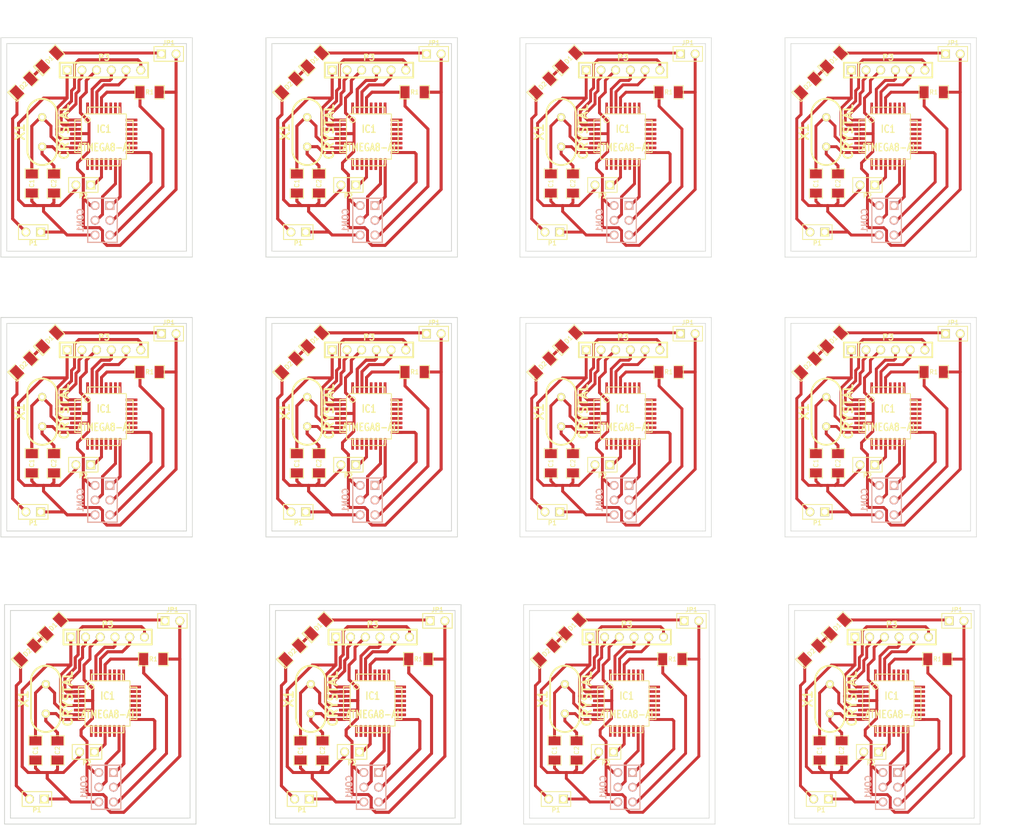
<source format=kicad_pcb>
(kicad_pcb (version 3) (host pcbnew "(2013-may-18)-stable")
  (layers (15 F.Cu signal) (0 B.Cu signal) (18 B.Paste user) (19 F.Paste user) (20 B.SilkS user) (21 F.SilkS user) (22 B.Mask user) (23 F.Mask user) (28 Edge.Cuts user))
  (net 0 "")
  (net 1 N-0000014)
  (net 2 N-0000015)
  (net 3 N-0000016)
  (net 4 N-0000018)
  (net 5 N-0000019)
  (net 6 N-0000020)
  (net 7 N-0000021)
  (net 8 N-0000022)
  (net 9 N-0000026)
  (net 10 N-0000027)
  (net 11 N-0000028)
  (net 12 N-0000029)
  (net 13 N-0000030)
  (net 14 N-0000031)
  (net 15 N-0000032)
  (net 16 N-0000033)
  (module TQFP32 (layer F.Cu) (at 213.868 50.673)
    (fp_text reference IC1 (at 0 -1.27) (layer F.SilkS) (effects (font (size 1.27 1.016) (thickness 0.2032))))
    (fp_text value ATMEGA8-AI (at 0 1.905) (layer F.SilkS) (effects (font (size 1.27 1.016) (thickness 0.2032))))
    (pad 8 smd rect (at -4.81584 2.77622) (size 1.99898 0.44958) (layers F.Cu F.Paste F.Mask) (net 15 N-0000032))
    (pad 7 smd rect (at -4.81584 1.97612) (size 1.99898 0.44958) (layers F.Cu F.Paste F.Mask) (net 16 N-0000033))
    (pad 6 smd rect (at -4.81584 1.17602) (size 1.99898 0.44958) (layers F.Cu F.Paste F.Mask) (net 14 N-0000031))
    (pad 5 smd rect (at -4.81584 0.37592) (size 1.99898 0.44958) (layers F.Cu F.Paste F.Mask) (net 5 N-0000019))
    (pad 4 smd rect (at -4.81584 -0.42418) (size 1.99898 0.44958) (layers F.Cu F.Paste F.Mask) (net 14 N-0000031))
    (pad 3 smd rect (at -4.81584 -1.22428) (size 1.99898 0.44958) (layers F.Cu F.Paste F.Mask) (net 5 N-0000019))
    (pad 2 smd rect (at -4.81584 -2.02438) (size 1.99898 0.44958) (layers F.Cu F.Paste F.Mask) (net 13 N-0000030))
    (pad 1 smd rect (at -4.81584 -2.82448) (size 1.99898 0.44958) (layers F.Cu F.Paste F.Mask) (net 10 N-0000027))
    (pad 24 smd rect (at 4.7498 -2.8194) (size 1.99898 0.44958) (layers F.Cu F.Paste F.Mask))
    (pad 17 smd rect (at 4.7498 2.794) (size 1.99898 0.44958) (layers F.Cu F.Paste F.Mask) (net 3 N-0000016))
    (pad 18 smd rect (at 4.7498 1.9812) (size 1.99898 0.44958) (layers F.Cu F.Paste F.Mask))
    (pad 19 smd rect (at 4.7498 1.1684) (size 1.99898 0.44958) (layers F.Cu F.Paste F.Mask))
    (pad 20 smd rect (at 4.7498 0.381) (size 1.99898 0.44958) (layers F.Cu F.Paste F.Mask))
    (pad 21 smd rect (at 4.7498 -0.4318) (size 1.99898 0.44958) (layers F.Cu F.Paste F.Mask))
    (pad 22 smd rect (at 4.7498 -1.2192) (size 1.99898 0.44958) (layers F.Cu F.Paste F.Mask))
    (pad 23 smd rect (at 4.7498 -2.032) (size 1.99898 0.44958) (layers F.Cu F.Paste F.Mask))
    (pad 32 smd rect (at -2.82448 -4.826) (size 0.44958 1.99898) (layers F.Cu F.Paste F.Mask))
    (pad 31 smd rect (at -2.02692 -4.826) (size 0.44958 1.99898) (layers F.Cu F.Paste F.Mask) (net 11 N-0000028))
    (pad 30 smd rect (at -1.22428 -4.826) (size 0.44958 1.99898) (layers F.Cu F.Paste F.Mask) (net 12 N-0000029))
    (pad 29 smd rect (at -0.42672 -4.826) (size 0.44958 1.99898) (layers F.Cu F.Paste F.Mask) (net 4 N-0000018))
    (pad 28 smd rect (at 0.37592 -4.826) (size 0.44958 1.99898) (layers F.Cu F.Paste F.Mask))
    (pad 27 smd rect (at 1.17348 -4.826) (size 0.44958 1.99898) (layers F.Cu F.Paste F.Mask))
    (pad 26 smd rect (at 1.97612 -4.826) (size 0.44958 1.99898) (layers F.Cu F.Paste F.Mask))
    (pad 25 smd rect (at 2.77368 -4.826) (size 0.44958 1.99898) (layers F.Cu F.Paste F.Mask))
    (pad 9 smd rect (at -2.8194 4.7752) (size 0.44958 1.99898) (layers F.Cu F.Paste F.Mask))
    (pad 10 smd rect (at -2.032 4.7752) (size 0.44958 1.99898) (layers F.Cu F.Paste F.Mask))
    (pad 11 smd rect (at -1.2192 4.7752) (size 0.44958 1.99898) (layers F.Cu F.Paste F.Mask))
    (pad 12 smd rect (at -0.4318 4.7752) (size 0.44958 1.99898) (layers F.Cu F.Paste F.Mask) (net 9 N-0000026))
    (pad 13 smd rect (at 0.3556 4.7752) (size 0.44958 1.99898) (layers F.Cu F.Paste F.Mask))
    (pad 14 smd rect (at 1.1684 4.7752) (size 0.44958 1.99898) (layers F.Cu F.Paste F.Mask))
    (pad 15 smd rect (at 1.9812 4.7752) (size 0.44958 1.99898) (layers F.Cu F.Paste F.Mask) (net 1 N-0000014))
    (pad 16 smd rect (at 2.794 4.7752) (size 0.44958 1.99898) (layers F.Cu F.Paste F.Mask) (net 2 N-0000015))
  )
  (module SM1206 (layer F.Cu) (at 221.742 43.053 180)
    (fp_text reference R1 (at 0 0 180) (layer F.SilkS) (effects (font (size 0.762 0.762) (thickness 0.127))))
    (fp_text value 10K hide)
    (pad 1 smd rect (at -1.651 0 180) (size 1.524 2.032) (layers F.Cu F.Paste F.Mask) (net 14 N-0000031))
    (pad 2 smd rect (at 1.651 0 180) (size 1.524 2.032) (layers F.Cu F.Paste F.Mask) (net 4 N-0000018))
  )
  (module SM1206 (layer F.Cu) (at 201.422 58.801 270)
    (fp_text reference C1 (at 0 0 270) (layer F.SilkS) (effects (font (size 0.762 0.762) (thickness 0.127))))
    (fp_text value C hide)
    (pad 1 smd rect (at -1.651 0 270) (size 1.524 2.032) (layers F.Cu F.Paste F.Mask) (net 16 N-0000033))
    (pad 2 smd rect (at 1.651 0 270) (size 1.524 2.032) (layers F.Cu F.Paste F.Mask) (net 5 N-0000019))
  )
  (module SM1206 (layer F.Cu) (at 205.232 58.801 270)
    (fp_text reference C2 (at 0 0 270) (layer F.SilkS) (effects (font (size 0.762 0.762) (thickness 0.127))))
    (fp_text value C hide)
    (pad 1 smd rect (at -1.651 0 270) (size 1.524 2.032) (layers F.Cu F.Paste F.Mask) (net 15 N-0000032))
    (pad 2 smd rect (at 1.651 0 270) (size 1.524 2.032) (layers F.Cu F.Paste F.Mask) (net 5 N-0000019))
  )
  (module pin_array_3x2 (layer B.Cu) (at 213.614 65.151 270)
    (fp_text reference CON1 (at 0 3.81 270) (layer B.SilkS) (effects (font (size 1.016 1.016) (thickness 0.2032)) (justify mirror)))
    (fp_text value AVR-ISP-6 hide)
    (pad 1 thru_hole rect (at -2.54 -1.27 270) (size 1.524 1.524) (drill 1.016) (layers *.Cu *.Mask B.SilkS) (net 2 N-0000015))
    (pad 2 thru_hole circle (at -2.54 1.27 270) (size 1.524 1.524) (drill 1.016) (layers *.Cu *.Mask B.SilkS) (net 14 N-0000031))
    (pad 3 thru_hole circle (at 0 -1.27 270) (size 1.524 1.524) (drill 1.016) (layers *.Cu *.Mask B.SilkS) (net 3 N-0000016))
    (pad 4 thru_hole circle (at 0 1.27 270) (size 1.524 1.524) (drill 1.016) (layers *.Cu *.Mask B.SilkS) (net 1 N-0000014))
    (pad 5 thru_hole circle (at 2.54 -1.27 270) (size 1.524 1.524) (drill 1.016) (layers *.Cu *.Mask B.SilkS) (net 4 N-0000018))
    (pad 6 thru_hole circle (at 2.54 1.27 270) (size 1.524 1.524) (drill 1.016) (layers *.Cu *.Mask B.SilkS) (net 5 N-0000019))
  )
  (module PIN_ARRAY_2X1 (layer F.Cu) (at 210.312 59.055 180)
    (fp_text reference P2 (at 0 -1.905 180) (layer F.SilkS) (effects (font (size 0.762 0.762) (thickness 0.1524))))
    (fp_text value SCALE hide)
    (pad 1 thru_hole rect (at -1.27 0 180) (size 1.524 1.524) (drill 1.016) (layers *.Cu *.Mask F.SilkS) (net 9 N-0000026))
    (pad 2 thru_hole circle (at 1.27 0 180) (size 1.524 1.524) (drill 1.016) (layers *.Cu *.Mask F.SilkS) (net 5 N-0000019))
  )
  (module PIN_ARRAY_2X1 (layer F.Cu) (at 201.676 67.183 180)
    (fp_text reference P1 (at 0 -1.905 180) (layer F.SilkS) (effects (font (size 0.762 0.762) (thickness 0.1524))))
    (fp_text value POWER hide)
    (pad 1 thru_hole rect (at -1.27 0 180) (size 1.524 1.524) (drill 1.016) (layers *.Cu *.Mask F.SilkS) (net 5 N-0000019))
    (pad 2 thru_hole circle (at 1.27 0 180) (size 1.524 1.524) (drill 1.016) (layers *.Cu *.Mask F.SilkS) (net 6 N-0000020))
  )
  (module PIN_ARRAY_2X1 (layer F.Cu) (at 225.044 36.449)
    (fp_text reference JP1 (at 0 -1.905) (layer F.SilkS) (effects (font (size 0.762 0.762) (thickness 0.1524))))
    (fp_text value JUMPER hide)
    (pad 1 thru_hole rect (at -1.27 0) (size 1.524 1.524) (drill 1.016) (layers *.Cu *.Mask F.SilkS) (net 8 N-0000022))
    (pad 2 thru_hole circle (at 1.27 0) (size 1.524 1.524) (drill 1.016) (layers *.Cu *.Mask F.SilkS) (net 14 N-0000031))
  )
  (module PIN_ARRAY-6X1 (layer F.Cu) (at 213.868 39.243)
    (fp_text reference P3 (at 0 -2.159) (layer F.SilkS) (effects (font (size 1.016 1.016) (thickness 0.2032))))
    (fp_text value FTDI hide)
    (pad 1 thru_hole rect (at -6.35 0) (size 1.524 1.524) (drill 1.016) (layers *.Cu *.Mask F.SilkS) (net 5 N-0000019))
    (pad 2 thru_hole circle (at -3.81 0) (size 1.524 1.524) (drill 1.016) (layers *.Cu *.Mask F.SilkS) (net 10 N-0000027))
    (pad 3 thru_hole circle (at -1.27 0) (size 1.524 1.524) (drill 1.016) (layers *.Cu *.Mask F.SilkS) (net 14 N-0000031))
    (pad 4 thru_hole circle (at 1.27 0) (size 1.524 1.524) (drill 1.016) (layers *.Cu *.Mask F.SilkS) (net 11 N-0000028))
    (pad 5 thru_hole circle (at 3.81 0) (size 1.524 1.524) (drill 1.016) (layers *.Cu *.Mask F.SilkS) (net 12 N-0000029))
    (pad 6 thru_hole circle (at 6.35 0) (size 1.524 1.524) (drill 1.016) (layers *.Cu *.Mask F.SilkS) (net 13 N-0000030))
  )
  (module HC-49V (layer F.Cu) (at 203.2 49.911 90)
    (fp_text reference X1 (at 0 -3.81 90) (layer F.SilkS) (effects (font (size 1.524 1.524) (thickness 0.3048))))
    (fp_text value CRYSTAL (at 0 3.81 90) (layer F.SilkS) (effects (font (size 1.524 1.524) (thickness 0.3048))))
    (pad 1 thru_hole circle (at -2.54 0 90) (size 1.4224 1.4224) (drill 0.762) (layers *.Cu *.Mask F.SilkS) (net 15 N-0000032))
    (pad 2 thru_hole circle (at 2.54 0 90) (size 1.4224 1.4224) (drill 0.762) (layers *.Cu *.Mask F.SilkS) (net 16 N-0000033))
  )
  (module SM1206POL (layer F.Cu) (at 200.025 41.91 45)
    (fp_text reference D2 (at 0 0 45) (layer F.SilkS) (effects (font (size 0.762 0.762) (thickness 0.127))))
    (fp_text value DIODE hide)
    (pad 1 smd rect (at -1.651 0 45) (size 1.524 2.032) (layers F.Cu F.Paste F.Mask) (net 6 N-0000020))
    (pad 2 smd rect (at 1.651 0 45) (size 1.524 2.032) (layers F.Cu F.Paste F.Mask) (net 7 N-0000021))
  )
  (module SM1206POL (layer F.Cu) (at 204.47 37.465 45)
    (fp_text reference D1 (at 0 0 45) (layer F.SilkS) (effects (font (size 0.762 0.762) (thickness 0.127))))
    (fp_text value DIODE hide)
    (pad 1 smd rect (at -1.651 0 45) (size 1.524 2.032) (layers F.Cu F.Paste F.Mask) (net 7 N-0000021))
    (pad 2 smd rect (at 1.651 0 45) (size 1.524 2.032) (layers F.Cu F.Paste F.Mask) (net 8 N-0000022))
  )
  (module TQFP32 (layer F.Cu) (at 213.868 98.933)
    (fp_text reference IC1 (at 0 -1.27) (layer F.SilkS) (effects (font (size 1.27 1.016) (thickness 0.2032))))
    (fp_text value ATMEGA8-AI (at 0 1.905) (layer F.SilkS) (effects (font (size 1.27 1.016) (thickness 0.2032))))
    (pad 8 smd rect (at -4.81584 2.77622) (size 1.99898 0.44958) (layers F.Cu F.Paste F.Mask) (net 15 N-0000032))
    (pad 7 smd rect (at -4.81584 1.97612) (size 1.99898 0.44958) (layers F.Cu F.Paste F.Mask) (net 16 N-0000033))
    (pad 6 smd rect (at -4.81584 1.17602) (size 1.99898 0.44958) (layers F.Cu F.Paste F.Mask) (net 14 N-0000031))
    (pad 5 smd rect (at -4.81584 0.37592) (size 1.99898 0.44958) (layers F.Cu F.Paste F.Mask) (net 5 N-0000019))
    (pad 4 smd rect (at -4.81584 -0.42418) (size 1.99898 0.44958) (layers F.Cu F.Paste F.Mask) (net 14 N-0000031))
    (pad 3 smd rect (at -4.81584 -1.22428) (size 1.99898 0.44958) (layers F.Cu F.Paste F.Mask) (net 5 N-0000019))
    (pad 2 smd rect (at -4.81584 -2.02438) (size 1.99898 0.44958) (layers F.Cu F.Paste F.Mask) (net 13 N-0000030))
    (pad 1 smd rect (at -4.81584 -2.82448) (size 1.99898 0.44958) (layers F.Cu F.Paste F.Mask) (net 10 N-0000027))
    (pad 24 smd rect (at 4.7498 -2.8194) (size 1.99898 0.44958) (layers F.Cu F.Paste F.Mask))
    (pad 17 smd rect (at 4.7498 2.794) (size 1.99898 0.44958) (layers F.Cu F.Paste F.Mask) (net 3 N-0000016))
    (pad 18 smd rect (at 4.7498 1.9812) (size 1.99898 0.44958) (layers F.Cu F.Paste F.Mask))
    (pad 19 smd rect (at 4.7498 1.1684) (size 1.99898 0.44958) (layers F.Cu F.Paste F.Mask))
    (pad 20 smd rect (at 4.7498 0.381) (size 1.99898 0.44958) (layers F.Cu F.Paste F.Mask))
    (pad 21 smd rect (at 4.7498 -0.4318) (size 1.99898 0.44958) (layers F.Cu F.Paste F.Mask))
    (pad 22 smd rect (at 4.7498 -1.2192) (size 1.99898 0.44958) (layers F.Cu F.Paste F.Mask))
    (pad 23 smd rect (at 4.7498 -2.032) (size 1.99898 0.44958) (layers F.Cu F.Paste F.Mask))
    (pad 32 smd rect (at -2.82448 -4.826) (size 0.44958 1.99898) (layers F.Cu F.Paste F.Mask))
    (pad 31 smd rect (at -2.02692 -4.826) (size 0.44958 1.99898) (layers F.Cu F.Paste F.Mask) (net 11 N-0000028))
    (pad 30 smd rect (at -1.22428 -4.826) (size 0.44958 1.99898) (layers F.Cu F.Paste F.Mask) (net 12 N-0000029))
    (pad 29 smd rect (at -0.42672 -4.826) (size 0.44958 1.99898) (layers F.Cu F.Paste F.Mask) (net 4 N-0000018))
    (pad 28 smd rect (at 0.37592 -4.826) (size 0.44958 1.99898) (layers F.Cu F.Paste F.Mask))
    (pad 27 smd rect (at 1.17348 -4.826) (size 0.44958 1.99898) (layers F.Cu F.Paste F.Mask))
    (pad 26 smd rect (at 1.97612 -4.826) (size 0.44958 1.99898) (layers F.Cu F.Paste F.Mask))
    (pad 25 smd rect (at 2.77368 -4.826) (size 0.44958 1.99898) (layers F.Cu F.Paste F.Mask))
    (pad 9 smd rect (at -2.8194 4.7752) (size 0.44958 1.99898) (layers F.Cu F.Paste F.Mask))
    (pad 10 smd rect (at -2.032 4.7752) (size 0.44958 1.99898) (layers F.Cu F.Paste F.Mask))
    (pad 11 smd rect (at -1.2192 4.7752) (size 0.44958 1.99898) (layers F.Cu F.Paste F.Mask))
    (pad 12 smd rect (at -0.4318 4.7752) (size 0.44958 1.99898) (layers F.Cu F.Paste F.Mask) (net 9 N-0000026))
    (pad 13 smd rect (at 0.3556 4.7752) (size 0.44958 1.99898) (layers F.Cu F.Paste F.Mask))
    (pad 14 smd rect (at 1.1684 4.7752) (size 0.44958 1.99898) (layers F.Cu F.Paste F.Mask))
    (pad 15 smd rect (at 1.9812 4.7752) (size 0.44958 1.99898) (layers F.Cu F.Paste F.Mask) (net 1 N-0000014))
    (pad 16 smd rect (at 2.794 4.7752) (size 0.44958 1.99898) (layers F.Cu F.Paste F.Mask) (net 2 N-0000015))
  )
  (module SM1206 (layer F.Cu) (at 221.742 91.313 180)
    (fp_text reference R1 (at 0 0 180) (layer F.SilkS) (effects (font (size 0.762 0.762) (thickness 0.127))))
    (fp_text value 10K hide)
    (pad 1 smd rect (at -1.651 0 180) (size 1.524 2.032) (layers F.Cu F.Paste F.Mask) (net 14 N-0000031))
    (pad 2 smd rect (at 1.651 0 180) (size 1.524 2.032) (layers F.Cu F.Paste F.Mask) (net 4 N-0000018))
  )
  (module SM1206 (layer F.Cu) (at 201.422 107.061 270)
    (fp_text reference C1 (at 0 0 270) (layer F.SilkS) (effects (font (size 0.762 0.762) (thickness 0.127))))
    (fp_text value C hide)
    (pad 1 smd rect (at -1.651 0 270) (size 1.524 2.032) (layers F.Cu F.Paste F.Mask) (net 16 N-0000033))
    (pad 2 smd rect (at 1.651 0 270) (size 1.524 2.032) (layers F.Cu F.Paste F.Mask) (net 5 N-0000019))
  )
  (module SM1206 (layer F.Cu) (at 205.232 107.061 270)
    (fp_text reference C2 (at 0 0 270) (layer F.SilkS) (effects (font (size 0.762 0.762) (thickness 0.127))))
    (fp_text value C hide)
    (pad 1 smd rect (at -1.651 0 270) (size 1.524 2.032) (layers F.Cu F.Paste F.Mask) (net 15 N-0000032))
    (pad 2 smd rect (at 1.651 0 270) (size 1.524 2.032) (layers F.Cu F.Paste F.Mask) (net 5 N-0000019))
  )
  (module pin_array_3x2 (layer B.Cu) (at 213.614 113.411 270)
    (fp_text reference CON1 (at 0 3.81 270) (layer B.SilkS) (effects (font (size 1.016 1.016) (thickness 0.2032)) (justify mirror)))
    (fp_text value AVR-ISP-6 hide)
    (pad 1 thru_hole rect (at -2.54 -1.27 270) (size 1.524 1.524) (drill 1.016) (layers *.Cu *.Mask B.SilkS) (net 2 N-0000015))
    (pad 2 thru_hole circle (at -2.54 1.27 270) (size 1.524 1.524) (drill 1.016) (layers *.Cu *.Mask B.SilkS) (net 14 N-0000031))
    (pad 3 thru_hole circle (at 0 -1.27 270) (size 1.524 1.524) (drill 1.016) (layers *.Cu *.Mask B.SilkS) (net 3 N-0000016))
    (pad 4 thru_hole circle (at 0 1.27 270) (size 1.524 1.524) (drill 1.016) (layers *.Cu *.Mask B.SilkS) (net 1 N-0000014))
    (pad 5 thru_hole circle (at 2.54 -1.27 270) (size 1.524 1.524) (drill 1.016) (layers *.Cu *.Mask B.SilkS) (net 4 N-0000018))
    (pad 6 thru_hole circle (at 2.54 1.27 270) (size 1.524 1.524) (drill 1.016) (layers *.Cu *.Mask B.SilkS) (net 5 N-0000019))
  )
  (module PIN_ARRAY_2X1 (layer F.Cu) (at 210.312 107.315 180)
    (fp_text reference P2 (at 0 -1.905 180) (layer F.SilkS) (effects (font (size 0.762 0.762) (thickness 0.1524))))
    (fp_text value SCALE hide)
    (pad 1 thru_hole rect (at -1.27 0 180) (size 1.524 1.524) (drill 1.016) (layers *.Cu *.Mask F.SilkS) (net 9 N-0000026))
    (pad 2 thru_hole circle (at 1.27 0 180) (size 1.524 1.524) (drill 1.016) (layers *.Cu *.Mask F.SilkS) (net 5 N-0000019))
  )
  (module PIN_ARRAY_2X1 (layer F.Cu) (at 201.676 115.443 180)
    (fp_text reference P1 (at 0 -1.905 180) (layer F.SilkS) (effects (font (size 0.762 0.762) (thickness 0.1524))))
    (fp_text value POWER hide)
    (pad 1 thru_hole rect (at -1.27 0 180) (size 1.524 1.524) (drill 1.016) (layers *.Cu *.Mask F.SilkS) (net 5 N-0000019))
    (pad 2 thru_hole circle (at 1.27 0 180) (size 1.524 1.524) (drill 1.016) (layers *.Cu *.Mask F.SilkS) (net 6 N-0000020))
  )
  (module PIN_ARRAY_2X1 (layer F.Cu) (at 225.044 84.709)
    (fp_text reference JP1 (at 0 -1.905) (layer F.SilkS) (effects (font (size 0.762 0.762) (thickness 0.1524))))
    (fp_text value JUMPER hide)
    (pad 1 thru_hole rect (at -1.27 0) (size 1.524 1.524) (drill 1.016) (layers *.Cu *.Mask F.SilkS) (net 8 N-0000022))
    (pad 2 thru_hole circle (at 1.27 0) (size 1.524 1.524) (drill 1.016) (layers *.Cu *.Mask F.SilkS) (net 14 N-0000031))
  )
  (module PIN_ARRAY-6X1 (layer F.Cu) (at 213.868 87.503)
    (fp_text reference P3 (at 0 -2.159) (layer F.SilkS) (effects (font (size 1.016 1.016) (thickness 0.2032))))
    (fp_text value FTDI hide)
    (pad 1 thru_hole rect (at -6.35 0) (size 1.524 1.524) (drill 1.016) (layers *.Cu *.Mask F.SilkS) (net 5 N-0000019))
    (pad 2 thru_hole circle (at -3.81 0) (size 1.524 1.524) (drill 1.016) (layers *.Cu *.Mask F.SilkS) (net 10 N-0000027))
    (pad 3 thru_hole circle (at -1.27 0) (size 1.524 1.524) (drill 1.016) (layers *.Cu *.Mask F.SilkS) (net 14 N-0000031))
    (pad 4 thru_hole circle (at 1.27 0) (size 1.524 1.524) (drill 1.016) (layers *.Cu *.Mask F.SilkS) (net 11 N-0000028))
    (pad 5 thru_hole circle (at 3.81 0) (size 1.524 1.524) (drill 1.016) (layers *.Cu *.Mask F.SilkS) (net 12 N-0000029))
    (pad 6 thru_hole circle (at 6.35 0) (size 1.524 1.524) (drill 1.016) (layers *.Cu *.Mask F.SilkS) (net 13 N-0000030))
  )
  (module HC-49V (layer F.Cu) (at 203.2 98.171 90)
    (fp_text reference X1 (at 0 -3.81 90) (layer F.SilkS) (effects (font (size 1.524 1.524) (thickness 0.3048))))
    (fp_text value CRYSTAL (at 0 3.81 90) (layer F.SilkS) (effects (font (size 1.524 1.524) (thickness 0.3048))))
    (pad 1 thru_hole circle (at -2.54 0 90) (size 1.4224 1.4224) (drill 0.762) (layers *.Cu *.Mask F.SilkS) (net 15 N-0000032))
    (pad 2 thru_hole circle (at 2.54 0 90) (size 1.4224 1.4224) (drill 0.762) (layers *.Cu *.Mask F.SilkS) (net 16 N-0000033))
  )
  (module SM1206POL (layer F.Cu) (at 200.025 90.17 45)
    (fp_text reference D2 (at 0 0 45) (layer F.SilkS) (effects (font (size 0.762 0.762) (thickness 0.127))))
    (fp_text value DIODE hide)
    (pad 1 smd rect (at -1.651 0 45) (size 1.524 2.032) (layers F.Cu F.Paste F.Mask) (net 6 N-0000020))
    (pad 2 smd rect (at 1.651 0 45) (size 1.524 2.032) (layers F.Cu F.Paste F.Mask) (net 7 N-0000021))
  )
  (module SM1206POL (layer F.Cu) (at 204.47 85.725 45)
    (fp_text reference D1 (at 0 0 45) (layer F.SilkS) (effects (font (size 0.762 0.762) (thickness 0.127))))
    (fp_text value DIODE hide)
    (pad 1 smd rect (at -1.651 0 45) (size 1.524 2.032) (layers F.Cu F.Paste F.Mask) (net 7 N-0000021))
    (pad 2 smd rect (at 1.651 0 45) (size 1.524 2.032) (layers F.Cu F.Paste F.Mask) (net 8 N-0000022))
  )
  (module TQFP32 (layer F.Cu) (at 214.503 148.463)
    (fp_text reference IC1 (at 0 -1.27) (layer F.SilkS) (effects (font (size 1.27 1.016) (thickness 0.2032))))
    (fp_text value ATMEGA8-AI (at 0 1.905) (layer F.SilkS) (effects (font (size 1.27 1.016) (thickness 0.2032))))
    (pad 8 smd rect (at -4.81584 2.77622) (size 1.99898 0.44958) (layers F.Cu F.Paste F.Mask) (net 15 N-0000032))
    (pad 7 smd rect (at -4.81584 1.97612) (size 1.99898 0.44958) (layers F.Cu F.Paste F.Mask) (net 16 N-0000033))
    (pad 6 smd rect (at -4.81584 1.17602) (size 1.99898 0.44958) (layers F.Cu F.Paste F.Mask) (net 14 N-0000031))
    (pad 5 smd rect (at -4.81584 0.37592) (size 1.99898 0.44958) (layers F.Cu F.Paste F.Mask) (net 5 N-0000019))
    (pad 4 smd rect (at -4.81584 -0.42418) (size 1.99898 0.44958) (layers F.Cu F.Paste F.Mask) (net 14 N-0000031))
    (pad 3 smd rect (at -4.81584 -1.22428) (size 1.99898 0.44958) (layers F.Cu F.Paste F.Mask) (net 5 N-0000019))
    (pad 2 smd rect (at -4.81584 -2.02438) (size 1.99898 0.44958) (layers F.Cu F.Paste F.Mask) (net 13 N-0000030))
    (pad 1 smd rect (at -4.81584 -2.82448) (size 1.99898 0.44958) (layers F.Cu F.Paste F.Mask) (net 10 N-0000027))
    (pad 24 smd rect (at 4.7498 -2.8194) (size 1.99898 0.44958) (layers F.Cu F.Paste F.Mask))
    (pad 17 smd rect (at 4.7498 2.794) (size 1.99898 0.44958) (layers F.Cu F.Paste F.Mask) (net 3 N-0000016))
    (pad 18 smd rect (at 4.7498 1.9812) (size 1.99898 0.44958) (layers F.Cu F.Paste F.Mask))
    (pad 19 smd rect (at 4.7498 1.1684) (size 1.99898 0.44958) (layers F.Cu F.Paste F.Mask))
    (pad 20 smd rect (at 4.7498 0.381) (size 1.99898 0.44958) (layers F.Cu F.Paste F.Mask))
    (pad 21 smd rect (at 4.7498 -0.4318) (size 1.99898 0.44958) (layers F.Cu F.Paste F.Mask))
    (pad 22 smd rect (at 4.7498 -1.2192) (size 1.99898 0.44958) (layers F.Cu F.Paste F.Mask))
    (pad 23 smd rect (at 4.7498 -2.032) (size 1.99898 0.44958) (layers F.Cu F.Paste F.Mask))
    (pad 32 smd rect (at -2.82448 -4.826) (size 0.44958 1.99898) (layers F.Cu F.Paste F.Mask))
    (pad 31 smd rect (at -2.02692 -4.826) (size 0.44958 1.99898) (layers F.Cu F.Paste F.Mask) (net 11 N-0000028))
    (pad 30 smd rect (at -1.22428 -4.826) (size 0.44958 1.99898) (layers F.Cu F.Paste F.Mask) (net 12 N-0000029))
    (pad 29 smd rect (at -0.42672 -4.826) (size 0.44958 1.99898) (layers F.Cu F.Paste F.Mask) (net 4 N-0000018))
    (pad 28 smd rect (at 0.37592 -4.826) (size 0.44958 1.99898) (layers F.Cu F.Paste F.Mask))
    (pad 27 smd rect (at 1.17348 -4.826) (size 0.44958 1.99898) (layers F.Cu F.Paste F.Mask))
    (pad 26 smd rect (at 1.97612 -4.826) (size 0.44958 1.99898) (layers F.Cu F.Paste F.Mask))
    (pad 25 smd rect (at 2.77368 -4.826) (size 0.44958 1.99898) (layers F.Cu F.Paste F.Mask))
    (pad 9 smd rect (at -2.8194 4.7752) (size 0.44958 1.99898) (layers F.Cu F.Paste F.Mask))
    (pad 10 smd rect (at -2.032 4.7752) (size 0.44958 1.99898) (layers F.Cu F.Paste F.Mask))
    (pad 11 smd rect (at -1.2192 4.7752) (size 0.44958 1.99898) (layers F.Cu F.Paste F.Mask))
    (pad 12 smd rect (at -0.4318 4.7752) (size 0.44958 1.99898) (layers F.Cu F.Paste F.Mask) (net 9 N-0000026))
    (pad 13 smd rect (at 0.3556 4.7752) (size 0.44958 1.99898) (layers F.Cu F.Paste F.Mask))
    (pad 14 smd rect (at 1.1684 4.7752) (size 0.44958 1.99898) (layers F.Cu F.Paste F.Mask))
    (pad 15 smd rect (at 1.9812 4.7752) (size 0.44958 1.99898) (layers F.Cu F.Paste F.Mask) (net 1 N-0000014))
    (pad 16 smd rect (at 2.794 4.7752) (size 0.44958 1.99898) (layers F.Cu F.Paste F.Mask) (net 2 N-0000015))
  )
  (module SM1206 (layer F.Cu) (at 222.377 140.843 180)
    (fp_text reference R1 (at 0 0 180) (layer F.SilkS) (effects (font (size 0.762 0.762) (thickness 0.127))))
    (fp_text value 10K hide)
    (pad 1 smd rect (at -1.651 0 180) (size 1.524 2.032) (layers F.Cu F.Paste F.Mask) (net 14 N-0000031))
    (pad 2 smd rect (at 1.651 0 180) (size 1.524 2.032) (layers F.Cu F.Paste F.Mask) (net 4 N-0000018))
  )
  (module SM1206 (layer F.Cu) (at 202.057 156.591 270)
    (fp_text reference C1 (at 0 0 270) (layer F.SilkS) (effects (font (size 0.762 0.762) (thickness 0.127))))
    (fp_text value C hide)
    (pad 1 smd rect (at -1.651 0 270) (size 1.524 2.032) (layers F.Cu F.Paste F.Mask) (net 16 N-0000033))
    (pad 2 smd rect (at 1.651 0 270) (size 1.524 2.032) (layers F.Cu F.Paste F.Mask) (net 5 N-0000019))
  )
  (module SM1206 (layer F.Cu) (at 205.867 156.591 270)
    (fp_text reference C2 (at 0 0 270) (layer F.SilkS) (effects (font (size 0.762 0.762) (thickness 0.127))))
    (fp_text value C hide)
    (pad 1 smd rect (at -1.651 0 270) (size 1.524 2.032) (layers F.Cu F.Paste F.Mask) (net 15 N-0000032))
    (pad 2 smd rect (at 1.651 0 270) (size 1.524 2.032) (layers F.Cu F.Paste F.Mask) (net 5 N-0000019))
  )
  (module pin_array_3x2 (layer B.Cu) (at 214.249 162.941 270)
    (fp_text reference CON1 (at 0 3.81 270) (layer B.SilkS) (effects (font (size 1.016 1.016) (thickness 0.2032)) (justify mirror)))
    (fp_text value AVR-ISP-6 hide)
    (pad 1 thru_hole rect (at -2.54 -1.27 270) (size 1.524 1.524) (drill 1.016) (layers *.Cu *.Mask B.SilkS) (net 2 N-0000015))
    (pad 2 thru_hole circle (at -2.54 1.27 270) (size 1.524 1.524) (drill 1.016) (layers *.Cu *.Mask B.SilkS) (net 14 N-0000031))
    (pad 3 thru_hole circle (at 0 -1.27 270) (size 1.524 1.524) (drill 1.016) (layers *.Cu *.Mask B.SilkS) (net 3 N-0000016))
    (pad 4 thru_hole circle (at 0 1.27 270) (size 1.524 1.524) (drill 1.016) (layers *.Cu *.Mask B.SilkS) (net 1 N-0000014))
    (pad 5 thru_hole circle (at 2.54 -1.27 270) (size 1.524 1.524) (drill 1.016) (layers *.Cu *.Mask B.SilkS) (net 4 N-0000018))
    (pad 6 thru_hole circle (at 2.54 1.27 270) (size 1.524 1.524) (drill 1.016) (layers *.Cu *.Mask B.SilkS) (net 5 N-0000019))
  )
  (module PIN_ARRAY_2X1 (layer F.Cu) (at 210.947 156.845 180)
    (fp_text reference P2 (at 0 -1.905 180) (layer F.SilkS) (effects (font (size 0.762 0.762) (thickness 0.1524))))
    (fp_text value SCALE hide)
    (pad 1 thru_hole rect (at -1.27 0 180) (size 1.524 1.524) (drill 1.016) (layers *.Cu *.Mask F.SilkS) (net 9 N-0000026))
    (pad 2 thru_hole circle (at 1.27 0 180) (size 1.524 1.524) (drill 1.016) (layers *.Cu *.Mask F.SilkS) (net 5 N-0000019))
  )
  (module PIN_ARRAY_2X1 (layer F.Cu) (at 202.311 164.973 180)
    (fp_text reference P1 (at 0 -1.905 180) (layer F.SilkS) (effects (font (size 0.762 0.762) (thickness 0.1524))))
    (fp_text value POWER hide)
    (pad 1 thru_hole rect (at -1.27 0 180) (size 1.524 1.524) (drill 1.016) (layers *.Cu *.Mask F.SilkS) (net 5 N-0000019))
    (pad 2 thru_hole circle (at 1.27 0 180) (size 1.524 1.524) (drill 1.016) (layers *.Cu *.Mask F.SilkS) (net 6 N-0000020))
  )
  (module PIN_ARRAY_2X1 (layer F.Cu) (at 225.679 134.239)
    (fp_text reference JP1 (at 0 -1.905) (layer F.SilkS) (effects (font (size 0.762 0.762) (thickness 0.1524))))
    (fp_text value JUMPER hide)
    (pad 1 thru_hole rect (at -1.27 0) (size 1.524 1.524) (drill 1.016) (layers *.Cu *.Mask F.SilkS) (net 8 N-0000022))
    (pad 2 thru_hole circle (at 1.27 0) (size 1.524 1.524) (drill 1.016) (layers *.Cu *.Mask F.SilkS) (net 14 N-0000031))
  )
  (module PIN_ARRAY-6X1 (layer F.Cu) (at 214.503 137.033)
    (fp_text reference P3 (at 0 -2.159) (layer F.SilkS) (effects (font (size 1.016 1.016) (thickness 0.2032))))
    (fp_text value FTDI hide)
    (pad 1 thru_hole rect (at -6.35 0) (size 1.524 1.524) (drill 1.016) (layers *.Cu *.Mask F.SilkS) (net 5 N-0000019))
    (pad 2 thru_hole circle (at -3.81 0) (size 1.524 1.524) (drill 1.016) (layers *.Cu *.Mask F.SilkS) (net 10 N-0000027))
    (pad 3 thru_hole circle (at -1.27 0) (size 1.524 1.524) (drill 1.016) (layers *.Cu *.Mask F.SilkS) (net 14 N-0000031))
    (pad 4 thru_hole circle (at 1.27 0) (size 1.524 1.524) (drill 1.016) (layers *.Cu *.Mask F.SilkS) (net 11 N-0000028))
    (pad 5 thru_hole circle (at 3.81 0) (size 1.524 1.524) (drill 1.016) (layers *.Cu *.Mask F.SilkS) (net 12 N-0000029))
    (pad 6 thru_hole circle (at 6.35 0) (size 1.524 1.524) (drill 1.016) (layers *.Cu *.Mask F.SilkS) (net 13 N-0000030))
  )
  (module HC-49V (layer F.Cu) (at 203.835 147.701 90)
    (fp_text reference X1 (at 0 -3.81 90) (layer F.SilkS) (effects (font (size 1.524 1.524) (thickness 0.3048))))
    (fp_text value CRYSTAL (at 0 3.81 90) (layer F.SilkS) (effects (font (size 1.524 1.524) (thickness 0.3048))))
    (pad 1 thru_hole circle (at -2.54 0 90) (size 1.4224 1.4224) (drill 0.762) (layers *.Cu *.Mask F.SilkS) (net 15 N-0000032))
    (pad 2 thru_hole circle (at 2.54 0 90) (size 1.4224 1.4224) (drill 0.762) (layers *.Cu *.Mask F.SilkS) (net 16 N-0000033))
  )
  (module SM1206POL (layer F.Cu) (at 200.66 139.7 45)
    (fp_text reference D2 (at 0 0 45) (layer F.SilkS) (effects (font (size 0.762 0.762) (thickness 0.127))))
    (fp_text value DIODE hide)
    (pad 1 smd rect (at -1.651 0 45) (size 1.524 2.032) (layers F.Cu F.Paste F.Mask) (net 6 N-0000020))
    (pad 2 smd rect (at 1.651 0 45) (size 1.524 2.032) (layers F.Cu F.Paste F.Mask) (net 7 N-0000021))
  )
  (module SM1206POL (layer F.Cu) (at 205.105 135.255 45)
    (fp_text reference D1 (at 0 0 45) (layer F.SilkS) (effects (font (size 0.762 0.762) (thickness 0.127))))
    (fp_text value DIODE hide)
    (pad 1 smd rect (at -1.651 0 45) (size 1.524 2.032) (layers F.Cu F.Paste F.Mask) (net 7 N-0000021))
    (pad 2 smd rect (at 1.651 0 45) (size 1.524 2.032) (layers F.Cu F.Paste F.Mask) (net 8 N-0000022))
  )
  (module TQFP32 (layer F.Cu) (at 168.148 50.673)
    (fp_text reference IC1 (at 0 -1.27) (layer F.SilkS) (effects (font (size 1.27 1.016) (thickness 0.2032))))
    (fp_text value ATMEGA8-AI (at 0 1.905) (layer F.SilkS) (effects (font (size 1.27 1.016) (thickness 0.2032))))
    (pad 8 smd rect (at -4.81584 2.77622) (size 1.99898 0.44958) (layers F.Cu F.Paste F.Mask) (net 15 N-0000032))
    (pad 7 smd rect (at -4.81584 1.97612) (size 1.99898 0.44958) (layers F.Cu F.Paste F.Mask) (net 16 N-0000033))
    (pad 6 smd rect (at -4.81584 1.17602) (size 1.99898 0.44958) (layers F.Cu F.Paste F.Mask) (net 14 N-0000031))
    (pad 5 smd rect (at -4.81584 0.37592) (size 1.99898 0.44958) (layers F.Cu F.Paste F.Mask) (net 5 N-0000019))
    (pad 4 smd rect (at -4.81584 -0.42418) (size 1.99898 0.44958) (layers F.Cu F.Paste F.Mask) (net 14 N-0000031))
    (pad 3 smd rect (at -4.81584 -1.22428) (size 1.99898 0.44958) (layers F.Cu F.Paste F.Mask) (net 5 N-0000019))
    (pad 2 smd rect (at -4.81584 -2.02438) (size 1.99898 0.44958) (layers F.Cu F.Paste F.Mask) (net 13 N-0000030))
    (pad 1 smd rect (at -4.81584 -2.82448) (size 1.99898 0.44958) (layers F.Cu F.Paste F.Mask) (net 10 N-0000027))
    (pad 24 smd rect (at 4.7498 -2.8194) (size 1.99898 0.44958) (layers F.Cu F.Paste F.Mask))
    (pad 17 smd rect (at 4.7498 2.794) (size 1.99898 0.44958) (layers F.Cu F.Paste F.Mask) (net 3 N-0000016))
    (pad 18 smd rect (at 4.7498 1.9812) (size 1.99898 0.44958) (layers F.Cu F.Paste F.Mask))
    (pad 19 smd rect (at 4.7498 1.1684) (size 1.99898 0.44958) (layers F.Cu F.Paste F.Mask))
    (pad 20 smd rect (at 4.7498 0.381) (size 1.99898 0.44958) (layers F.Cu F.Paste F.Mask))
    (pad 21 smd rect (at 4.7498 -0.4318) (size 1.99898 0.44958) (layers F.Cu F.Paste F.Mask))
    (pad 22 smd rect (at 4.7498 -1.2192) (size 1.99898 0.44958) (layers F.Cu F.Paste F.Mask))
    (pad 23 smd rect (at 4.7498 -2.032) (size 1.99898 0.44958) (layers F.Cu F.Paste F.Mask))
    (pad 32 smd rect (at -2.82448 -4.826) (size 0.44958 1.99898) (layers F.Cu F.Paste F.Mask))
    (pad 31 smd rect (at -2.02692 -4.826) (size 0.44958 1.99898) (layers F.Cu F.Paste F.Mask) (net 11 N-0000028))
    (pad 30 smd rect (at -1.22428 -4.826) (size 0.44958 1.99898) (layers F.Cu F.Paste F.Mask) (net 12 N-0000029))
    (pad 29 smd rect (at -0.42672 -4.826) (size 0.44958 1.99898) (layers F.Cu F.Paste F.Mask) (net 4 N-0000018))
    (pad 28 smd rect (at 0.37592 -4.826) (size 0.44958 1.99898) (layers F.Cu F.Paste F.Mask))
    (pad 27 smd rect (at 1.17348 -4.826) (size 0.44958 1.99898) (layers F.Cu F.Paste F.Mask))
    (pad 26 smd rect (at 1.97612 -4.826) (size 0.44958 1.99898) (layers F.Cu F.Paste F.Mask))
    (pad 25 smd rect (at 2.77368 -4.826) (size 0.44958 1.99898) (layers F.Cu F.Paste F.Mask))
    (pad 9 smd rect (at -2.8194 4.7752) (size 0.44958 1.99898) (layers F.Cu F.Paste F.Mask))
    (pad 10 smd rect (at -2.032 4.7752) (size 0.44958 1.99898) (layers F.Cu F.Paste F.Mask))
    (pad 11 smd rect (at -1.2192 4.7752) (size 0.44958 1.99898) (layers F.Cu F.Paste F.Mask))
    (pad 12 smd rect (at -0.4318 4.7752) (size 0.44958 1.99898) (layers F.Cu F.Paste F.Mask) (net 9 N-0000026))
    (pad 13 smd rect (at 0.3556 4.7752) (size 0.44958 1.99898) (layers F.Cu F.Paste F.Mask))
    (pad 14 smd rect (at 1.1684 4.7752) (size 0.44958 1.99898) (layers F.Cu F.Paste F.Mask))
    (pad 15 smd rect (at 1.9812 4.7752) (size 0.44958 1.99898) (layers F.Cu F.Paste F.Mask) (net 1 N-0000014))
    (pad 16 smd rect (at 2.794 4.7752) (size 0.44958 1.99898) (layers F.Cu F.Paste F.Mask) (net 2 N-0000015))
  )
  (module SM1206 (layer F.Cu) (at 176.022 43.053 180)
    (fp_text reference R1 (at 0 0 180) (layer F.SilkS) (effects (font (size 0.762 0.762) (thickness 0.127))))
    (fp_text value 10K hide)
    (pad 1 smd rect (at -1.651 0 180) (size 1.524 2.032) (layers F.Cu F.Paste F.Mask) (net 14 N-0000031))
    (pad 2 smd rect (at 1.651 0 180) (size 1.524 2.032) (layers F.Cu F.Paste F.Mask) (net 4 N-0000018))
  )
  (module SM1206 (layer F.Cu) (at 155.702 58.801 270)
    (fp_text reference C1 (at 0 0 270) (layer F.SilkS) (effects (font (size 0.762 0.762) (thickness 0.127))))
    (fp_text value C hide)
    (pad 1 smd rect (at -1.651 0 270) (size 1.524 2.032) (layers F.Cu F.Paste F.Mask) (net 16 N-0000033))
    (pad 2 smd rect (at 1.651 0 270) (size 1.524 2.032) (layers F.Cu F.Paste F.Mask) (net 5 N-0000019))
  )
  (module SM1206 (layer F.Cu) (at 159.512 58.801 270)
    (fp_text reference C2 (at 0 0 270) (layer F.SilkS) (effects (font (size 0.762 0.762) (thickness 0.127))))
    (fp_text value C hide)
    (pad 1 smd rect (at -1.651 0 270) (size 1.524 2.032) (layers F.Cu F.Paste F.Mask) (net 15 N-0000032))
    (pad 2 smd rect (at 1.651 0 270) (size 1.524 2.032) (layers F.Cu F.Paste F.Mask) (net 5 N-0000019))
  )
  (module pin_array_3x2 (layer B.Cu) (at 167.894 65.151 270)
    (fp_text reference CON1 (at 0 3.81 270) (layer B.SilkS) (effects (font (size 1.016 1.016) (thickness 0.2032)) (justify mirror)))
    (fp_text value AVR-ISP-6 hide)
    (pad 1 thru_hole rect (at -2.54 -1.27 270) (size 1.524 1.524) (drill 1.016) (layers *.Cu *.Mask B.SilkS) (net 2 N-0000015))
    (pad 2 thru_hole circle (at -2.54 1.27 270) (size 1.524 1.524) (drill 1.016) (layers *.Cu *.Mask B.SilkS) (net 14 N-0000031))
    (pad 3 thru_hole circle (at 0 -1.27 270) (size 1.524 1.524) (drill 1.016) (layers *.Cu *.Mask B.SilkS) (net 3 N-0000016))
    (pad 4 thru_hole circle (at 0 1.27 270) (size 1.524 1.524) (drill 1.016) (layers *.Cu *.Mask B.SilkS) (net 1 N-0000014))
    (pad 5 thru_hole circle (at 2.54 -1.27 270) (size 1.524 1.524) (drill 1.016) (layers *.Cu *.Mask B.SilkS) (net 4 N-0000018))
    (pad 6 thru_hole circle (at 2.54 1.27 270) (size 1.524 1.524) (drill 1.016) (layers *.Cu *.Mask B.SilkS) (net 5 N-0000019))
  )
  (module PIN_ARRAY_2X1 (layer F.Cu) (at 164.592 59.055 180)
    (fp_text reference P2 (at 0 -1.905 180) (layer F.SilkS) (effects (font (size 0.762 0.762) (thickness 0.1524))))
    (fp_text value SCALE hide)
    (pad 1 thru_hole rect (at -1.27 0 180) (size 1.524 1.524) (drill 1.016) (layers *.Cu *.Mask F.SilkS) (net 9 N-0000026))
    (pad 2 thru_hole circle (at 1.27 0 180) (size 1.524 1.524) (drill 1.016) (layers *.Cu *.Mask F.SilkS) (net 5 N-0000019))
  )
  (module PIN_ARRAY_2X1 (layer F.Cu) (at 155.956 67.183 180)
    (fp_text reference P1 (at 0 -1.905 180) (layer F.SilkS) (effects (font (size 0.762 0.762) (thickness 0.1524))))
    (fp_text value POWER hide)
    (pad 1 thru_hole rect (at -1.27 0 180) (size 1.524 1.524) (drill 1.016) (layers *.Cu *.Mask F.SilkS) (net 5 N-0000019))
    (pad 2 thru_hole circle (at 1.27 0 180) (size 1.524 1.524) (drill 1.016) (layers *.Cu *.Mask F.SilkS) (net 6 N-0000020))
  )
  (module PIN_ARRAY_2X1 (layer F.Cu) (at 179.324 36.449)
    (fp_text reference JP1 (at 0 -1.905) (layer F.SilkS) (effects (font (size 0.762 0.762) (thickness 0.1524))))
    (fp_text value JUMPER hide)
    (pad 1 thru_hole rect (at -1.27 0) (size 1.524 1.524) (drill 1.016) (layers *.Cu *.Mask F.SilkS) (net 8 N-0000022))
    (pad 2 thru_hole circle (at 1.27 0) (size 1.524 1.524) (drill 1.016) (layers *.Cu *.Mask F.SilkS) (net 14 N-0000031))
  )
  (module PIN_ARRAY-6X1 (layer F.Cu) (at 168.148 39.243)
    (fp_text reference P3 (at 0 -2.159) (layer F.SilkS) (effects (font (size 1.016 1.016) (thickness 0.2032))))
    (fp_text value FTDI hide)
    (pad 1 thru_hole rect (at -6.35 0) (size 1.524 1.524) (drill 1.016) (layers *.Cu *.Mask F.SilkS) (net 5 N-0000019))
    (pad 2 thru_hole circle (at -3.81 0) (size 1.524 1.524) (drill 1.016) (layers *.Cu *.Mask F.SilkS) (net 10 N-0000027))
    (pad 3 thru_hole circle (at -1.27 0) (size 1.524 1.524) (drill 1.016) (layers *.Cu *.Mask F.SilkS) (net 14 N-0000031))
    (pad 4 thru_hole circle (at 1.27 0) (size 1.524 1.524) (drill 1.016) (layers *.Cu *.Mask F.SilkS) (net 11 N-0000028))
    (pad 5 thru_hole circle (at 3.81 0) (size 1.524 1.524) (drill 1.016) (layers *.Cu *.Mask F.SilkS) (net 12 N-0000029))
    (pad 6 thru_hole circle (at 6.35 0) (size 1.524 1.524) (drill 1.016) (layers *.Cu *.Mask F.SilkS) (net 13 N-0000030))
  )
  (module HC-49V (layer F.Cu) (at 157.48 49.911 90)
    (fp_text reference X1 (at 0 -3.81 90) (layer F.SilkS) (effects (font (size 1.524 1.524) (thickness 0.3048))))
    (fp_text value CRYSTAL (at 0 3.81 90) (layer F.SilkS) (effects (font (size 1.524 1.524) (thickness 0.3048))))
    (pad 1 thru_hole circle (at -2.54 0 90) (size 1.4224 1.4224) (drill 0.762) (layers *.Cu *.Mask F.SilkS) (net 15 N-0000032))
    (pad 2 thru_hole circle (at 2.54 0 90) (size 1.4224 1.4224) (drill 0.762) (layers *.Cu *.Mask F.SilkS) (net 16 N-0000033))
  )
  (module SM1206POL (layer F.Cu) (at 154.305 41.91 45)
    (fp_text reference D2 (at 0 0 45) (layer F.SilkS) (effects (font (size 0.762 0.762) (thickness 0.127))))
    (fp_text value DIODE hide)
    (pad 1 smd rect (at -1.651 0 45) (size 1.524 2.032) (layers F.Cu F.Paste F.Mask) (net 6 N-0000020))
    (pad 2 smd rect (at 1.651 0 45) (size 1.524 2.032) (layers F.Cu F.Paste F.Mask) (net 7 N-0000021))
  )
  (module SM1206POL (layer F.Cu) (at 158.75 37.465 45)
    (fp_text reference D1 (at 0 0 45) (layer F.SilkS) (effects (font (size 0.762 0.762) (thickness 0.127))))
    (fp_text value DIODE hide)
    (pad 1 smd rect (at -1.651 0 45) (size 1.524 2.032) (layers F.Cu F.Paste F.Mask) (net 7 N-0000021))
    (pad 2 smd rect (at 1.651 0 45) (size 1.524 2.032) (layers F.Cu F.Paste F.Mask) (net 8 N-0000022))
  )
  (module TQFP32 (layer F.Cu) (at 168.148 98.933)
    (fp_text reference IC1 (at 0 -1.27) (layer F.SilkS) (effects (font (size 1.27 1.016) (thickness 0.2032))))
    (fp_text value ATMEGA8-AI (at 0 1.905) (layer F.SilkS) (effects (font (size 1.27 1.016) (thickness 0.2032))))
    (pad 8 smd rect (at -4.81584 2.77622) (size 1.99898 0.44958) (layers F.Cu F.Paste F.Mask) (net 15 N-0000032))
    (pad 7 smd rect (at -4.81584 1.97612) (size 1.99898 0.44958) (layers F.Cu F.Paste F.Mask) (net 16 N-0000033))
    (pad 6 smd rect (at -4.81584 1.17602) (size 1.99898 0.44958) (layers F.Cu F.Paste F.Mask) (net 14 N-0000031))
    (pad 5 smd rect (at -4.81584 0.37592) (size 1.99898 0.44958) (layers F.Cu F.Paste F.Mask) (net 5 N-0000019))
    (pad 4 smd rect (at -4.81584 -0.42418) (size 1.99898 0.44958) (layers F.Cu F.Paste F.Mask) (net 14 N-0000031))
    (pad 3 smd rect (at -4.81584 -1.22428) (size 1.99898 0.44958) (layers F.Cu F.Paste F.Mask) (net 5 N-0000019))
    (pad 2 smd rect (at -4.81584 -2.02438) (size 1.99898 0.44958) (layers F.Cu F.Paste F.Mask) (net 13 N-0000030))
    (pad 1 smd rect (at -4.81584 -2.82448) (size 1.99898 0.44958) (layers F.Cu F.Paste F.Mask) (net 10 N-0000027))
    (pad 24 smd rect (at 4.7498 -2.8194) (size 1.99898 0.44958) (layers F.Cu F.Paste F.Mask))
    (pad 17 smd rect (at 4.7498 2.794) (size 1.99898 0.44958) (layers F.Cu F.Paste F.Mask) (net 3 N-0000016))
    (pad 18 smd rect (at 4.7498 1.9812) (size 1.99898 0.44958) (layers F.Cu F.Paste F.Mask))
    (pad 19 smd rect (at 4.7498 1.1684) (size 1.99898 0.44958) (layers F.Cu F.Paste F.Mask))
    (pad 20 smd rect (at 4.7498 0.381) (size 1.99898 0.44958) (layers F.Cu F.Paste F.Mask))
    (pad 21 smd rect (at 4.7498 -0.4318) (size 1.99898 0.44958) (layers F.Cu F.Paste F.Mask))
    (pad 22 smd rect (at 4.7498 -1.2192) (size 1.99898 0.44958) (layers F.Cu F.Paste F.Mask))
    (pad 23 smd rect (at 4.7498 -2.032) (size 1.99898 0.44958) (layers F.Cu F.Paste F.Mask))
    (pad 32 smd rect (at -2.82448 -4.826) (size 0.44958 1.99898) (layers F.Cu F.Paste F.Mask))
    (pad 31 smd rect (at -2.02692 -4.826) (size 0.44958 1.99898) (layers F.Cu F.Paste F.Mask) (net 11 N-0000028))
    (pad 30 smd rect (at -1.22428 -4.826) (size 0.44958 1.99898) (layers F.Cu F.Paste F.Mask) (net 12 N-0000029))
    (pad 29 smd rect (at -0.42672 -4.826) (size 0.44958 1.99898) (layers F.Cu F.Paste F.Mask) (net 4 N-0000018))
    (pad 28 smd rect (at 0.37592 -4.826) (size 0.44958 1.99898) (layers F.Cu F.Paste F.Mask))
    (pad 27 smd rect (at 1.17348 -4.826) (size 0.44958 1.99898) (layers F.Cu F.Paste F.Mask))
    (pad 26 smd rect (at 1.97612 -4.826) (size 0.44958 1.99898) (layers F.Cu F.Paste F.Mask))
    (pad 25 smd rect (at 2.77368 -4.826) (size 0.44958 1.99898) (layers F.Cu F.Paste F.Mask))
    (pad 9 smd rect (at -2.8194 4.7752) (size 0.44958 1.99898) (layers F.Cu F.Paste F.Mask))
    (pad 10 smd rect (at -2.032 4.7752) (size 0.44958 1.99898) (layers F.Cu F.Paste F.Mask))
    (pad 11 smd rect (at -1.2192 4.7752) (size 0.44958 1.99898) (layers F.Cu F.Paste F.Mask))
    (pad 12 smd rect (at -0.4318 4.7752) (size 0.44958 1.99898) (layers F.Cu F.Paste F.Mask) (net 9 N-0000026))
    (pad 13 smd rect (at 0.3556 4.7752) (size 0.44958 1.99898) (layers F.Cu F.Paste F.Mask))
    (pad 14 smd rect (at 1.1684 4.7752) (size 0.44958 1.99898) (layers F.Cu F.Paste F.Mask))
    (pad 15 smd rect (at 1.9812 4.7752) (size 0.44958 1.99898) (layers F.Cu F.Paste F.Mask) (net 1 N-0000014))
    (pad 16 smd rect (at 2.794 4.7752) (size 0.44958 1.99898) (layers F.Cu F.Paste F.Mask) (net 2 N-0000015))
  )
  (module SM1206 (layer F.Cu) (at 176.022 91.313 180)
    (fp_text reference R1 (at 0 0 180) (layer F.SilkS) (effects (font (size 0.762 0.762) (thickness 0.127))))
    (fp_text value 10K hide)
    (pad 1 smd rect (at -1.651 0 180) (size 1.524 2.032) (layers F.Cu F.Paste F.Mask) (net 14 N-0000031))
    (pad 2 smd rect (at 1.651 0 180) (size 1.524 2.032) (layers F.Cu F.Paste F.Mask) (net 4 N-0000018))
  )
  (module SM1206 (layer F.Cu) (at 155.702 107.061 270)
    (fp_text reference C1 (at 0 0 270) (layer F.SilkS) (effects (font (size 0.762 0.762) (thickness 0.127))))
    (fp_text value C hide)
    (pad 1 smd rect (at -1.651 0 270) (size 1.524 2.032) (layers F.Cu F.Paste F.Mask) (net 16 N-0000033))
    (pad 2 smd rect (at 1.651 0 270) (size 1.524 2.032) (layers F.Cu F.Paste F.Mask) (net 5 N-0000019))
  )
  (module SM1206 (layer F.Cu) (at 159.512 107.061 270)
    (fp_text reference C2 (at 0 0 270) (layer F.SilkS) (effects (font (size 0.762 0.762) (thickness 0.127))))
    (fp_text value C hide)
    (pad 1 smd rect (at -1.651 0 270) (size 1.524 2.032) (layers F.Cu F.Paste F.Mask) (net 15 N-0000032))
    (pad 2 smd rect (at 1.651 0 270) (size 1.524 2.032) (layers F.Cu F.Paste F.Mask) (net 5 N-0000019))
  )
  (module pin_array_3x2 (layer B.Cu) (at 167.894 113.411 270)
    (fp_text reference CON1 (at 0 3.81 270) (layer B.SilkS) (effects (font (size 1.016 1.016) (thickness 0.2032)) (justify mirror)))
    (fp_text value AVR-ISP-6 hide)
    (pad 1 thru_hole rect (at -2.54 -1.27 270) (size 1.524 1.524) (drill 1.016) (layers *.Cu *.Mask B.SilkS) (net 2 N-0000015))
    (pad 2 thru_hole circle (at -2.54 1.27 270) (size 1.524 1.524) (drill 1.016) (layers *.Cu *.Mask B.SilkS) (net 14 N-0000031))
    (pad 3 thru_hole circle (at 0 -1.27 270) (size 1.524 1.524) (drill 1.016) (layers *.Cu *.Mask B.SilkS) (net 3 N-0000016))
    (pad 4 thru_hole circle (at 0 1.27 270) (size 1.524 1.524) (drill 1.016) (layers *.Cu *.Mask B.SilkS) (net 1 N-0000014))
    (pad 5 thru_hole circle (at 2.54 -1.27 270) (size 1.524 1.524) (drill 1.016) (layers *.Cu *.Mask B.SilkS) (net 4 N-0000018))
    (pad 6 thru_hole circle (at 2.54 1.27 270) (size 1.524 1.524) (drill 1.016) (layers *.Cu *.Mask B.SilkS) (net 5 N-0000019))
  )
  (module PIN_ARRAY_2X1 (layer F.Cu) (at 164.592 107.315 180)
    (fp_text reference P2 (at 0 -1.905 180) (layer F.SilkS) (effects (font (size 0.762 0.762) (thickness 0.1524))))
    (fp_text value SCALE hide)
    (pad 1 thru_hole rect (at -1.27 0 180) (size 1.524 1.524) (drill 1.016) (layers *.Cu *.Mask F.SilkS) (net 9 N-0000026))
    (pad 2 thru_hole circle (at 1.27 0 180) (size 1.524 1.524) (drill 1.016) (layers *.Cu *.Mask F.SilkS) (net 5 N-0000019))
  )
  (module PIN_ARRAY_2X1 (layer F.Cu) (at 155.956 115.443 180)
    (fp_text reference P1 (at 0 -1.905 180) (layer F.SilkS) (effects (font (size 0.762 0.762) (thickness 0.1524))))
    (fp_text value POWER hide)
    (pad 1 thru_hole rect (at -1.27 0 180) (size 1.524 1.524) (drill 1.016) (layers *.Cu *.Mask F.SilkS) (net 5 N-0000019))
    (pad 2 thru_hole circle (at 1.27 0 180) (size 1.524 1.524) (drill 1.016) (layers *.Cu *.Mask F.SilkS) (net 6 N-0000020))
  )
  (module PIN_ARRAY_2X1 (layer F.Cu) (at 179.324 84.709)
    (fp_text reference JP1 (at 0 -1.905) (layer F.SilkS) (effects (font (size 0.762 0.762) (thickness 0.1524))))
    (fp_text value JUMPER hide)
    (pad 1 thru_hole rect (at -1.27 0) (size 1.524 1.524) (drill 1.016) (layers *.Cu *.Mask F.SilkS) (net 8 N-0000022))
    (pad 2 thru_hole circle (at 1.27 0) (size 1.524 1.524) (drill 1.016) (layers *.Cu *.Mask F.SilkS) (net 14 N-0000031))
  )
  (module PIN_ARRAY-6X1 (layer F.Cu) (at 168.148 87.503)
    (fp_text reference P3 (at 0 -2.159) (layer F.SilkS) (effects (font (size 1.016 1.016) (thickness 0.2032))))
    (fp_text value FTDI hide)
    (pad 1 thru_hole rect (at -6.35 0) (size 1.524 1.524) (drill 1.016) (layers *.Cu *.Mask F.SilkS) (net 5 N-0000019))
    (pad 2 thru_hole circle (at -3.81 0) (size 1.524 1.524) (drill 1.016) (layers *.Cu *.Mask F.SilkS) (net 10 N-0000027))
    (pad 3 thru_hole circle (at -1.27 0) (size 1.524 1.524) (drill 1.016) (layers *.Cu *.Mask F.SilkS) (net 14 N-0000031))
    (pad 4 thru_hole circle (at 1.27 0) (size 1.524 1.524) (drill 1.016) (layers *.Cu *.Mask F.SilkS) (net 11 N-0000028))
    (pad 5 thru_hole circle (at 3.81 0) (size 1.524 1.524) (drill 1.016) (layers *.Cu *.Mask F.SilkS) (net 12 N-0000029))
    (pad 6 thru_hole circle (at 6.35 0) (size 1.524 1.524) (drill 1.016) (layers *.Cu *.Mask F.SilkS) (net 13 N-0000030))
  )
  (module HC-49V (layer F.Cu) (at 157.48 98.171 90)
    (fp_text reference X1 (at 0 -3.81 90) (layer F.SilkS) (effects (font (size 1.524 1.524) (thickness 0.3048))))
    (fp_text value CRYSTAL (at 0 3.81 90) (layer F.SilkS) (effects (font (size 1.524 1.524) (thickness 0.3048))))
    (pad 1 thru_hole circle (at -2.54 0 90) (size 1.4224 1.4224) (drill 0.762) (layers *.Cu *.Mask F.SilkS) (net 15 N-0000032))
    (pad 2 thru_hole circle (at 2.54 0 90) (size 1.4224 1.4224) (drill 0.762) (layers *.Cu *.Mask F.SilkS) (net 16 N-0000033))
  )
  (module SM1206POL (layer F.Cu) (at 154.305 90.17 45)
    (fp_text reference D2 (at 0 0 45) (layer F.SilkS) (effects (font (size 0.762 0.762) (thickness 0.127))))
    (fp_text value DIODE hide)
    (pad 1 smd rect (at -1.651 0 45) (size 1.524 2.032) (layers F.Cu F.Paste F.Mask) (net 6 N-0000020))
    (pad 2 smd rect (at 1.651 0 45) (size 1.524 2.032) (layers F.Cu F.Paste F.Mask) (net 7 N-0000021))
  )
  (module SM1206POL (layer F.Cu) (at 158.75 85.725 45)
    (fp_text reference D1 (at 0 0 45) (layer F.SilkS) (effects (font (size 0.762 0.762) (thickness 0.127))))
    (fp_text value DIODE hide)
    (pad 1 smd rect (at -1.651 0 45) (size 1.524 2.032) (layers F.Cu F.Paste F.Mask) (net 7 N-0000021))
    (pad 2 smd rect (at 1.651 0 45) (size 1.524 2.032) (layers F.Cu F.Paste F.Mask) (net 8 N-0000022))
  )
  (module TQFP32 (layer F.Cu) (at 168.783 148.463)
    (fp_text reference IC1 (at 0 -1.27) (layer F.SilkS) (effects (font (size 1.27 1.016) (thickness 0.2032))))
    (fp_text value ATMEGA8-AI (at 0 1.905) (layer F.SilkS) (effects (font (size 1.27 1.016) (thickness 0.2032))))
    (pad 8 smd rect (at -4.81584 2.77622) (size 1.99898 0.44958) (layers F.Cu F.Paste F.Mask) (net 15 N-0000032))
    (pad 7 smd rect (at -4.81584 1.97612) (size 1.99898 0.44958) (layers F.Cu F.Paste F.Mask) (net 16 N-0000033))
    (pad 6 smd rect (at -4.81584 1.17602) (size 1.99898 0.44958) (layers F.Cu F.Paste F.Mask) (net 14 N-0000031))
    (pad 5 smd rect (at -4.81584 0.37592) (size 1.99898 0.44958) (layers F.Cu F.Paste F.Mask) (net 5 N-0000019))
    (pad 4 smd rect (at -4.81584 -0.42418) (size 1.99898 0.44958) (layers F.Cu F.Paste F.Mask) (net 14 N-0000031))
    (pad 3 smd rect (at -4.81584 -1.22428) (size 1.99898 0.44958) (layers F.Cu F.Paste F.Mask) (net 5 N-0000019))
    (pad 2 smd rect (at -4.81584 -2.02438) (size 1.99898 0.44958) (layers F.Cu F.Paste F.Mask) (net 13 N-0000030))
    (pad 1 smd rect (at -4.81584 -2.82448) (size 1.99898 0.44958) (layers F.Cu F.Paste F.Mask) (net 10 N-0000027))
    (pad 24 smd rect (at 4.7498 -2.8194) (size 1.99898 0.44958) (layers F.Cu F.Paste F.Mask))
    (pad 17 smd rect (at 4.7498 2.794) (size 1.99898 0.44958) (layers F.Cu F.Paste F.Mask) (net 3 N-0000016))
    (pad 18 smd rect (at 4.7498 1.9812) (size 1.99898 0.44958) (layers F.Cu F.Paste F.Mask))
    (pad 19 smd rect (at 4.7498 1.1684) (size 1.99898 0.44958) (layers F.Cu F.Paste F.Mask))
    (pad 20 smd rect (at 4.7498 0.381) (size 1.99898 0.44958) (layers F.Cu F.Paste F.Mask))
    (pad 21 smd rect (at 4.7498 -0.4318) (size 1.99898 0.44958) (layers F.Cu F.Paste F.Mask))
    (pad 22 smd rect (at 4.7498 -1.2192) (size 1.99898 0.44958) (layers F.Cu F.Paste F.Mask))
    (pad 23 smd rect (at 4.7498 -2.032) (size 1.99898 0.44958) (layers F.Cu F.Paste F.Mask))
    (pad 32 smd rect (at -2.82448 -4.826) (size 0.44958 1.99898) (layers F.Cu F.Paste F.Mask))
    (pad 31 smd rect (at -2.02692 -4.826) (size 0.44958 1.99898) (layers F.Cu F.Paste F.Mask) (net 11 N-0000028))
    (pad 30 smd rect (at -1.22428 -4.826) (size 0.44958 1.99898) (layers F.Cu F.Paste F.Mask) (net 12 N-0000029))
    (pad 29 smd rect (at -0.42672 -4.826) (size 0.44958 1.99898) (layers F.Cu F.Paste F.Mask) (net 4 N-0000018))
    (pad 28 smd rect (at 0.37592 -4.826) (size 0.44958 1.99898) (layers F.Cu F.Paste F.Mask))
    (pad 27 smd rect (at 1.17348 -4.826) (size 0.44958 1.99898) (layers F.Cu F.Paste F.Mask))
    (pad 26 smd rect (at 1.97612 -4.826) (size 0.44958 1.99898) (layers F.Cu F.Paste F.Mask))
    (pad 25 smd rect (at 2.77368 -4.826) (size 0.44958 1.99898) (layers F.Cu F.Paste F.Mask))
    (pad 9 smd rect (at -2.8194 4.7752) (size 0.44958 1.99898) (layers F.Cu F.Paste F.Mask))
    (pad 10 smd rect (at -2.032 4.7752) (size 0.44958 1.99898) (layers F.Cu F.Paste F.Mask))
    (pad 11 smd rect (at -1.2192 4.7752) (size 0.44958 1.99898) (layers F.Cu F.Paste F.Mask))
    (pad 12 smd rect (at -0.4318 4.7752) (size 0.44958 1.99898) (layers F.Cu F.Paste F.Mask) (net 9 N-0000026))
    (pad 13 smd rect (at 0.3556 4.7752) (size 0.44958 1.99898) (layers F.Cu F.Paste F.Mask))
    (pad 14 smd rect (at 1.1684 4.7752) (size 0.44958 1.99898) (layers F.Cu F.Paste F.Mask))
    (pad 15 smd rect (at 1.9812 4.7752) (size 0.44958 1.99898) (layers F.Cu F.Paste F.Mask) (net 1 N-0000014))
    (pad 16 smd rect (at 2.794 4.7752) (size 0.44958 1.99898) (layers F.Cu F.Paste F.Mask) (net 2 N-0000015))
  )
  (module SM1206 (layer F.Cu) (at 176.657 140.843 180)
    (fp_text reference R1 (at 0 0 180) (layer F.SilkS) (effects (font (size 0.762 0.762) (thickness 0.127))))
    (fp_text value 10K hide)
    (pad 1 smd rect (at -1.651 0 180) (size 1.524 2.032) (layers F.Cu F.Paste F.Mask) (net 14 N-0000031))
    (pad 2 smd rect (at 1.651 0 180) (size 1.524 2.032) (layers F.Cu F.Paste F.Mask) (net 4 N-0000018))
  )
  (module SM1206 (layer F.Cu) (at 156.337 156.591 270)
    (fp_text reference C1 (at 0 0 270) (layer F.SilkS) (effects (font (size 0.762 0.762) (thickness 0.127))))
    (fp_text value C hide)
    (pad 1 smd rect (at -1.651 0 270) (size 1.524 2.032) (layers F.Cu F.Paste F.Mask) (net 16 N-0000033))
    (pad 2 smd rect (at 1.651 0 270) (size 1.524 2.032) (layers F.Cu F.Paste F.Mask) (net 5 N-0000019))
  )
  (module SM1206 (layer F.Cu) (at 160.147 156.591 270)
    (fp_text reference C2 (at 0 0 270) (layer F.SilkS) (effects (font (size 0.762 0.762) (thickness 0.127))))
    (fp_text value C hide)
    (pad 1 smd rect (at -1.651 0 270) (size 1.524 2.032) (layers F.Cu F.Paste F.Mask) (net 15 N-0000032))
    (pad 2 smd rect (at 1.651 0 270) (size 1.524 2.032) (layers F.Cu F.Paste F.Mask) (net 5 N-0000019))
  )
  (module pin_array_3x2 (layer B.Cu) (at 168.529 162.941 270)
    (fp_text reference CON1 (at 0 3.81 270) (layer B.SilkS) (effects (font (size 1.016 1.016) (thickness 0.2032)) (justify mirror)))
    (fp_text value AVR-ISP-6 hide)
    (pad 1 thru_hole rect (at -2.54 -1.27 270) (size 1.524 1.524) (drill 1.016) (layers *.Cu *.Mask B.SilkS) (net 2 N-0000015))
    (pad 2 thru_hole circle (at -2.54 1.27 270) (size 1.524 1.524) (drill 1.016) (layers *.Cu *.Mask B.SilkS) (net 14 N-0000031))
    (pad 3 thru_hole circle (at 0 -1.27 270) (size 1.524 1.524) (drill 1.016) (layers *.Cu *.Mask B.SilkS) (net 3 N-0000016))
    (pad 4 thru_hole circle (at 0 1.27 270) (size 1.524 1.524) (drill 1.016) (layers *.Cu *.Mask B.SilkS) (net 1 N-0000014))
    (pad 5 thru_hole circle (at 2.54 -1.27 270) (size 1.524 1.524) (drill 1.016) (layers *.Cu *.Mask B.SilkS) (net 4 N-0000018))
    (pad 6 thru_hole circle (at 2.54 1.27 270) (size 1.524 1.524) (drill 1.016) (layers *.Cu *.Mask B.SilkS) (net 5 N-0000019))
  )
  (module PIN_ARRAY_2X1 (layer F.Cu) (at 165.227 156.845 180)
    (fp_text reference P2 (at 0 -1.905 180) (layer F.SilkS) (effects (font (size 0.762 0.762) (thickness 0.1524))))
    (fp_text value SCALE hide)
    (pad 1 thru_hole rect (at -1.27 0 180) (size 1.524 1.524) (drill 1.016) (layers *.Cu *.Mask F.SilkS) (net 9 N-0000026))
    (pad 2 thru_hole circle (at 1.27 0 180) (size 1.524 1.524) (drill 1.016) (layers *.Cu *.Mask F.SilkS) (net 5 N-0000019))
  )
  (module PIN_ARRAY_2X1 (layer F.Cu) (at 156.591 164.973 180)
    (fp_text reference P1 (at 0 -1.905 180) (layer F.SilkS) (effects (font (size 0.762 0.762) (thickness 0.1524))))
    (fp_text value POWER hide)
    (pad 1 thru_hole rect (at -1.27 0 180) (size 1.524 1.524) (drill 1.016) (layers *.Cu *.Mask F.SilkS) (net 5 N-0000019))
    (pad 2 thru_hole circle (at 1.27 0 180) (size 1.524 1.524) (drill 1.016) (layers *.Cu *.Mask F.SilkS) (net 6 N-0000020))
  )
  (module PIN_ARRAY_2X1 (layer F.Cu) (at 179.959 134.239)
    (fp_text reference JP1 (at 0 -1.905) (layer F.SilkS) (effects (font (size 0.762 0.762) (thickness 0.1524))))
    (fp_text value JUMPER hide)
    (pad 1 thru_hole rect (at -1.27 0) (size 1.524 1.524) (drill 1.016) (layers *.Cu *.Mask F.SilkS) (net 8 N-0000022))
    (pad 2 thru_hole circle (at 1.27 0) (size 1.524 1.524) (drill 1.016) (layers *.Cu *.Mask F.SilkS) (net 14 N-0000031))
  )
  (module PIN_ARRAY-6X1 (layer F.Cu) (at 168.783 137.033)
    (fp_text reference P3 (at 0 -2.159) (layer F.SilkS) (effects (font (size 1.016 1.016) (thickness 0.2032))))
    (fp_text value FTDI hide)
    (pad 1 thru_hole rect (at -6.35 0) (size 1.524 1.524) (drill 1.016) (layers *.Cu *.Mask F.SilkS) (net 5 N-0000019))
    (pad 2 thru_hole circle (at -3.81 0) (size 1.524 1.524) (drill 1.016) (layers *.Cu *.Mask F.SilkS) (net 10 N-0000027))
    (pad 3 thru_hole circle (at -1.27 0) (size 1.524 1.524) (drill 1.016) (layers *.Cu *.Mask F.SilkS) (net 14 N-0000031))
    (pad 4 thru_hole circle (at 1.27 0) (size 1.524 1.524) (drill 1.016) (layers *.Cu *.Mask F.SilkS) (net 11 N-0000028))
    (pad 5 thru_hole circle (at 3.81 0) (size 1.524 1.524) (drill 1.016) (layers *.Cu *.Mask F.SilkS) (net 12 N-0000029))
    (pad 6 thru_hole circle (at 6.35 0) (size 1.524 1.524) (drill 1.016) (layers *.Cu *.Mask F.SilkS) (net 13 N-0000030))
  )
  (module HC-49V (layer F.Cu) (at 158.115 147.701 90)
    (fp_text reference X1 (at 0 -3.81 90) (layer F.SilkS) (effects (font (size 1.524 1.524) (thickness 0.3048))))
    (fp_text value CRYSTAL (at 0 3.81 90) (layer F.SilkS) (effects (font (size 1.524 1.524) (thickness 0.3048))))
    (pad 1 thru_hole circle (at -2.54 0 90) (size 1.4224 1.4224) (drill 0.762) (layers *.Cu *.Mask F.SilkS) (net 15 N-0000032))
    (pad 2 thru_hole circle (at 2.54 0 90) (size 1.4224 1.4224) (drill 0.762) (layers *.Cu *.Mask F.SilkS) (net 16 N-0000033))
  )
  (module SM1206POL (layer F.Cu) (at 154.94 139.7 45)
    (fp_text reference D2 (at 0 0 45) (layer F.SilkS) (effects (font (size 0.762 0.762) (thickness 0.127))))
    (fp_text value DIODE hide)
    (pad 1 smd rect (at -1.651 0 45) (size 1.524 2.032) (layers F.Cu F.Paste F.Mask) (net 6 N-0000020))
    (pad 2 smd rect (at 1.651 0 45) (size 1.524 2.032) (layers F.Cu F.Paste F.Mask) (net 7 N-0000021))
  )
  (module SM1206POL (layer F.Cu) (at 159.385 135.255 45)
    (fp_text reference D1 (at 0 0 45) (layer F.SilkS) (effects (font (size 0.762 0.762) (thickness 0.127))))
    (fp_text value DIODE hide)
    (pad 1 smd rect (at -1.651 0 45) (size 1.524 2.032) (layers F.Cu F.Paste F.Mask) (net 7 N-0000021))
    (pad 2 smd rect (at 1.651 0 45) (size 1.524 2.032) (layers F.Cu F.Paste F.Mask) (net 8 N-0000022))
  )
  (module TQFP32 (layer F.Cu) (at 124.333 50.673)
    (fp_text reference IC1 (at 0 -1.27) (layer F.SilkS) (effects (font (size 1.27 1.016) (thickness 0.2032))))
    (fp_text value ATMEGA8-AI (at 0 1.905) (layer F.SilkS) (effects (font (size 1.27 1.016) (thickness 0.2032))))
    (pad 8 smd rect (at -4.81584 2.77622) (size 1.99898 0.44958) (layers F.Cu F.Paste F.Mask) (net 15 N-0000032))
    (pad 7 smd rect (at -4.81584 1.97612) (size 1.99898 0.44958) (layers F.Cu F.Paste F.Mask) (net 16 N-0000033))
    (pad 6 smd rect (at -4.81584 1.17602) (size 1.99898 0.44958) (layers F.Cu F.Paste F.Mask) (net 14 N-0000031))
    (pad 5 smd rect (at -4.81584 0.37592) (size 1.99898 0.44958) (layers F.Cu F.Paste F.Mask) (net 5 N-0000019))
    (pad 4 smd rect (at -4.81584 -0.42418) (size 1.99898 0.44958) (layers F.Cu F.Paste F.Mask) (net 14 N-0000031))
    (pad 3 smd rect (at -4.81584 -1.22428) (size 1.99898 0.44958) (layers F.Cu F.Paste F.Mask) (net 5 N-0000019))
    (pad 2 smd rect (at -4.81584 -2.02438) (size 1.99898 0.44958) (layers F.Cu F.Paste F.Mask) (net 13 N-0000030))
    (pad 1 smd rect (at -4.81584 -2.82448) (size 1.99898 0.44958) (layers F.Cu F.Paste F.Mask) (net 10 N-0000027))
    (pad 24 smd rect (at 4.7498 -2.8194) (size 1.99898 0.44958) (layers F.Cu F.Paste F.Mask))
    (pad 17 smd rect (at 4.7498 2.794) (size 1.99898 0.44958) (layers F.Cu F.Paste F.Mask) (net 3 N-0000016))
    (pad 18 smd rect (at 4.7498 1.9812) (size 1.99898 0.44958) (layers F.Cu F.Paste F.Mask))
    (pad 19 smd rect (at 4.7498 1.1684) (size 1.99898 0.44958) (layers F.Cu F.Paste F.Mask))
    (pad 20 smd rect (at 4.7498 0.381) (size 1.99898 0.44958) (layers F.Cu F.Paste F.Mask))
    (pad 21 smd rect (at 4.7498 -0.4318) (size 1.99898 0.44958) (layers F.Cu F.Paste F.Mask))
    (pad 22 smd rect (at 4.7498 -1.2192) (size 1.99898 0.44958) (layers F.Cu F.Paste F.Mask))
    (pad 23 smd rect (at 4.7498 -2.032) (size 1.99898 0.44958) (layers F.Cu F.Paste F.Mask))
    (pad 32 smd rect (at -2.82448 -4.826) (size 0.44958 1.99898) (layers F.Cu F.Paste F.Mask))
    (pad 31 smd rect (at -2.02692 -4.826) (size 0.44958 1.99898) (layers F.Cu F.Paste F.Mask) (net 11 N-0000028))
    (pad 30 smd rect (at -1.22428 -4.826) (size 0.44958 1.99898) (layers F.Cu F.Paste F.Mask) (net 12 N-0000029))
    (pad 29 smd rect (at -0.42672 -4.826) (size 0.44958 1.99898) (layers F.Cu F.Paste F.Mask) (net 4 N-0000018))
    (pad 28 smd rect (at 0.37592 -4.826) (size 0.44958 1.99898) (layers F.Cu F.Paste F.Mask))
    (pad 27 smd rect (at 1.17348 -4.826) (size 0.44958 1.99898) (layers F.Cu F.Paste F.Mask))
    (pad 26 smd rect (at 1.97612 -4.826) (size 0.44958 1.99898) (layers F.Cu F.Paste F.Mask))
    (pad 25 smd rect (at 2.77368 -4.826) (size 0.44958 1.99898) (layers F.Cu F.Paste F.Mask))
    (pad 9 smd rect (at -2.8194 4.7752) (size 0.44958 1.99898) (layers F.Cu F.Paste F.Mask))
    (pad 10 smd rect (at -2.032 4.7752) (size 0.44958 1.99898) (layers F.Cu F.Paste F.Mask))
    (pad 11 smd rect (at -1.2192 4.7752) (size 0.44958 1.99898) (layers F.Cu F.Paste F.Mask))
    (pad 12 smd rect (at -0.4318 4.7752) (size 0.44958 1.99898) (layers F.Cu F.Paste F.Mask) (net 9 N-0000026))
    (pad 13 smd rect (at 0.3556 4.7752) (size 0.44958 1.99898) (layers F.Cu F.Paste F.Mask))
    (pad 14 smd rect (at 1.1684 4.7752) (size 0.44958 1.99898) (layers F.Cu F.Paste F.Mask))
    (pad 15 smd rect (at 1.9812 4.7752) (size 0.44958 1.99898) (layers F.Cu F.Paste F.Mask) (net 1 N-0000014))
    (pad 16 smd rect (at 2.794 4.7752) (size 0.44958 1.99898) (layers F.Cu F.Paste F.Mask) (net 2 N-0000015))
  )
  (module SM1206 (layer F.Cu) (at 132.207 43.053 180)
    (fp_text reference R1 (at 0 0 180) (layer F.SilkS) (effects (font (size 0.762 0.762) (thickness 0.127))))
    (fp_text value 10K hide)
    (pad 1 smd rect (at -1.651 0 180) (size 1.524 2.032) (layers F.Cu F.Paste F.Mask) (net 14 N-0000031))
    (pad 2 smd rect (at 1.651 0 180) (size 1.524 2.032) (layers F.Cu F.Paste F.Mask) (net 4 N-0000018))
  )
  (module SM1206 (layer F.Cu) (at 111.887 58.801 270)
    (fp_text reference C1 (at 0 0 270) (layer F.SilkS) (effects (font (size 0.762 0.762) (thickness 0.127))))
    (fp_text value C hide)
    (pad 1 smd rect (at -1.651 0 270) (size 1.524 2.032) (layers F.Cu F.Paste F.Mask) (net 16 N-0000033))
    (pad 2 smd rect (at 1.651 0 270) (size 1.524 2.032) (layers F.Cu F.Paste F.Mask) (net 5 N-0000019))
  )
  (module SM1206 (layer F.Cu) (at 115.697 58.801 270)
    (fp_text reference C2 (at 0 0 270) (layer F.SilkS) (effects (font (size 0.762 0.762) (thickness 0.127))))
    (fp_text value C hide)
    (pad 1 smd rect (at -1.651 0 270) (size 1.524 2.032) (layers F.Cu F.Paste F.Mask) (net 15 N-0000032))
    (pad 2 smd rect (at 1.651 0 270) (size 1.524 2.032) (layers F.Cu F.Paste F.Mask) (net 5 N-0000019))
  )
  (module pin_array_3x2 (layer B.Cu) (at 124.079 65.151 270)
    (fp_text reference CON1 (at 0 3.81 270) (layer B.SilkS) (effects (font (size 1.016 1.016) (thickness 0.2032)) (justify mirror)))
    (fp_text value AVR-ISP-6 hide)
    (pad 1 thru_hole rect (at -2.54 -1.27 270) (size 1.524 1.524) (drill 1.016) (layers *.Cu *.Mask B.SilkS) (net 2 N-0000015))
    (pad 2 thru_hole circle (at -2.54 1.27 270) (size 1.524 1.524) (drill 1.016) (layers *.Cu *.Mask B.SilkS) (net 14 N-0000031))
    (pad 3 thru_hole circle (at 0 -1.27 270) (size 1.524 1.524) (drill 1.016) (layers *.Cu *.Mask B.SilkS) (net 3 N-0000016))
    (pad 4 thru_hole circle (at 0 1.27 270) (size 1.524 1.524) (drill 1.016) (layers *.Cu *.Mask B.SilkS) (net 1 N-0000014))
    (pad 5 thru_hole circle (at 2.54 -1.27 270) (size 1.524 1.524) (drill 1.016) (layers *.Cu *.Mask B.SilkS) (net 4 N-0000018))
    (pad 6 thru_hole circle (at 2.54 1.27 270) (size 1.524 1.524) (drill 1.016) (layers *.Cu *.Mask B.SilkS) (net 5 N-0000019))
  )
  (module PIN_ARRAY_2X1 (layer F.Cu) (at 120.777 59.055 180)
    (fp_text reference P2 (at 0 -1.905 180) (layer F.SilkS) (effects (font (size 0.762 0.762) (thickness 0.1524))))
    (fp_text value SCALE hide)
    (pad 1 thru_hole rect (at -1.27 0 180) (size 1.524 1.524) (drill 1.016) (layers *.Cu *.Mask F.SilkS) (net 9 N-0000026))
    (pad 2 thru_hole circle (at 1.27 0 180) (size 1.524 1.524) (drill 1.016) (layers *.Cu *.Mask F.SilkS) (net 5 N-0000019))
  )
  (module PIN_ARRAY_2X1 (layer F.Cu) (at 112.141 67.183 180)
    (fp_text reference P1 (at 0 -1.905 180) (layer F.SilkS) (effects (font (size 0.762 0.762) (thickness 0.1524))))
    (fp_text value POWER hide)
    (pad 1 thru_hole rect (at -1.27 0 180) (size 1.524 1.524) (drill 1.016) (layers *.Cu *.Mask F.SilkS) (net 5 N-0000019))
    (pad 2 thru_hole circle (at 1.27 0 180) (size 1.524 1.524) (drill 1.016) (layers *.Cu *.Mask F.SilkS) (net 6 N-0000020))
  )
  (module PIN_ARRAY_2X1 (layer F.Cu) (at 135.509 36.449)
    (fp_text reference JP1 (at 0 -1.905) (layer F.SilkS) (effects (font (size 0.762 0.762) (thickness 0.1524))))
    (fp_text value JUMPER hide)
    (pad 1 thru_hole rect (at -1.27 0) (size 1.524 1.524) (drill 1.016) (layers *.Cu *.Mask F.SilkS) (net 8 N-0000022))
    (pad 2 thru_hole circle (at 1.27 0) (size 1.524 1.524) (drill 1.016) (layers *.Cu *.Mask F.SilkS) (net 14 N-0000031))
  )
  (module PIN_ARRAY-6X1 (layer F.Cu) (at 124.333 39.243)
    (fp_text reference P3 (at 0 -2.159) (layer F.SilkS) (effects (font (size 1.016 1.016) (thickness 0.2032))))
    (fp_text value FTDI hide)
    (pad 1 thru_hole rect (at -6.35 0) (size 1.524 1.524) (drill 1.016) (layers *.Cu *.Mask F.SilkS) (net 5 N-0000019))
    (pad 2 thru_hole circle (at -3.81 0) (size 1.524 1.524) (drill 1.016) (layers *.Cu *.Mask F.SilkS) (net 10 N-0000027))
    (pad 3 thru_hole circle (at -1.27 0) (size 1.524 1.524) (drill 1.016) (layers *.Cu *.Mask F.SilkS) (net 14 N-0000031))
    (pad 4 thru_hole circle (at 1.27 0) (size 1.524 1.524) (drill 1.016) (layers *.Cu *.Mask F.SilkS) (net 11 N-0000028))
    (pad 5 thru_hole circle (at 3.81 0) (size 1.524 1.524) (drill 1.016) (layers *.Cu *.Mask F.SilkS) (net 12 N-0000029))
    (pad 6 thru_hole circle (at 6.35 0) (size 1.524 1.524) (drill 1.016) (layers *.Cu *.Mask F.SilkS) (net 13 N-0000030))
  )
  (module HC-49V (layer F.Cu) (at 113.665 49.911 90)
    (fp_text reference X1 (at 0 -3.81 90) (layer F.SilkS) (effects (font (size 1.524 1.524) (thickness 0.3048))))
    (fp_text value CRYSTAL (at 0 3.81 90) (layer F.SilkS) (effects (font (size 1.524 1.524) (thickness 0.3048))))
    (pad 1 thru_hole circle (at -2.54 0 90) (size 1.4224 1.4224) (drill 0.762) (layers *.Cu *.Mask F.SilkS) (net 15 N-0000032))
    (pad 2 thru_hole circle (at 2.54 0 90) (size 1.4224 1.4224) (drill 0.762) (layers *.Cu *.Mask F.SilkS) (net 16 N-0000033))
  )
  (module SM1206POL (layer F.Cu) (at 110.49 41.91 45)
    (fp_text reference D2 (at 0 0 45) (layer F.SilkS) (effects (font (size 0.762 0.762) (thickness 0.127))))
    (fp_text value DIODE hide)
    (pad 1 smd rect (at -1.651 0 45) (size 1.524 2.032) (layers F.Cu F.Paste F.Mask) (net 6 N-0000020))
    (pad 2 smd rect (at 1.651 0 45) (size 1.524 2.032) (layers F.Cu F.Paste F.Mask) (net 7 N-0000021))
  )
  (module SM1206POL (layer F.Cu) (at 114.935 37.465 45)
    (fp_text reference D1 (at 0 0 45) (layer F.SilkS) (effects (font (size 0.762 0.762) (thickness 0.127))))
    (fp_text value DIODE hide)
    (pad 1 smd rect (at -1.651 0 45) (size 1.524 2.032) (layers F.Cu F.Paste F.Mask) (net 7 N-0000021))
    (pad 2 smd rect (at 1.651 0 45) (size 1.524 2.032) (layers F.Cu F.Paste F.Mask) (net 8 N-0000022))
  )
  (module TQFP32 (layer F.Cu) (at 124.333 98.933)
    (fp_text reference IC1 (at 0 -1.27) (layer F.SilkS) (effects (font (size 1.27 1.016) (thickness 0.2032))))
    (fp_text value ATMEGA8-AI (at 0 1.905) (layer F.SilkS) (effects (font (size 1.27 1.016) (thickness 0.2032))))
    (pad 8 smd rect (at -4.81584 2.77622) (size 1.99898 0.44958) (layers F.Cu F.Paste F.Mask) (net 15 N-0000032))
    (pad 7 smd rect (at -4.81584 1.97612) (size 1.99898 0.44958) (layers F.Cu F.Paste F.Mask) (net 16 N-0000033))
    (pad 6 smd rect (at -4.81584 1.17602) (size 1.99898 0.44958) (layers F.Cu F.Paste F.Mask) (net 14 N-0000031))
    (pad 5 smd rect (at -4.81584 0.37592) (size 1.99898 0.44958) (layers F.Cu F.Paste F.Mask) (net 5 N-0000019))
    (pad 4 smd rect (at -4.81584 -0.42418) (size 1.99898 0.44958) (layers F.Cu F.Paste F.Mask) (net 14 N-0000031))
    (pad 3 smd rect (at -4.81584 -1.22428) (size 1.99898 0.44958) (layers F.Cu F.Paste F.Mask) (net 5 N-0000019))
    (pad 2 smd rect (at -4.81584 -2.02438) (size 1.99898 0.44958) (layers F.Cu F.Paste F.Mask) (net 13 N-0000030))
    (pad 1 smd rect (at -4.81584 -2.82448) (size 1.99898 0.44958) (layers F.Cu F.Paste F.Mask) (net 10 N-0000027))
    (pad 24 smd rect (at 4.7498 -2.8194) (size 1.99898 0.44958) (layers F.Cu F.Paste F.Mask))
    (pad 17 smd rect (at 4.7498 2.794) (size 1.99898 0.44958) (layers F.Cu F.Paste F.Mask) (net 3 N-0000016))
    (pad 18 smd rect (at 4.7498 1.9812) (size 1.99898 0.44958) (layers F.Cu F.Paste F.Mask))
    (pad 19 smd rect (at 4.7498 1.1684) (size 1.99898 0.44958) (layers F.Cu F.Paste F.Mask))
    (pad 20 smd rect (at 4.7498 0.381) (size 1.99898 0.44958) (layers F.Cu F.Paste F.Mask))
    (pad 21 smd rect (at 4.7498 -0.4318) (size 1.99898 0.44958) (layers F.Cu F.Paste F.Mask))
    (pad 22 smd rect (at 4.7498 -1.2192) (size 1.99898 0.44958) (layers F.Cu F.Paste F.Mask))
    (pad 23 smd rect (at 4.7498 -2.032) (size 1.99898 0.44958) (layers F.Cu F.Paste F.Mask))
    (pad 32 smd rect (at -2.82448 -4.826) (size 0.44958 1.99898) (layers F.Cu F.Paste F.Mask))
    (pad 31 smd rect (at -2.02692 -4.826) (size 0.44958 1.99898) (layers F.Cu F.Paste F.Mask) (net 11 N-0000028))
    (pad 30 smd rect (at -1.22428 -4.826) (size 0.44958 1.99898) (layers F.Cu F.Paste F.Mask) (net 12 N-0000029))
    (pad 29 smd rect (at -0.42672 -4.826) (size 0.44958 1.99898) (layers F.Cu F.Paste F.Mask) (net 4 N-0000018))
    (pad 28 smd rect (at 0.37592 -4.826) (size 0.44958 1.99898) (layers F.Cu F.Paste F.Mask))
    (pad 27 smd rect (at 1.17348 -4.826) (size 0.44958 1.99898) (layers F.Cu F.Paste F.Mask))
    (pad 26 smd rect (at 1.97612 -4.826) (size 0.44958 1.99898) (layers F.Cu F.Paste F.Mask))
    (pad 25 smd rect (at 2.77368 -4.826) (size 0.44958 1.99898) (layers F.Cu F.Paste F.Mask))
    (pad 9 smd rect (at -2.8194 4.7752) (size 0.44958 1.99898) (layers F.Cu F.Paste F.Mask))
    (pad 10 smd rect (at -2.032 4.7752) (size 0.44958 1.99898) (layers F.Cu F.Paste F.Mask))
    (pad 11 smd rect (at -1.2192 4.7752) (size 0.44958 1.99898) (layers F.Cu F.Paste F.Mask))
    (pad 12 smd rect (at -0.4318 4.7752) (size 0.44958 1.99898) (layers F.Cu F.Paste F.Mask) (net 9 N-0000026))
    (pad 13 smd rect (at 0.3556 4.7752) (size 0.44958 1.99898) (layers F.Cu F.Paste F.Mask))
    (pad 14 smd rect (at 1.1684 4.7752) (size 0.44958 1.99898) (layers F.Cu F.Paste F.Mask))
    (pad 15 smd rect (at 1.9812 4.7752) (size 0.44958 1.99898) (layers F.Cu F.Paste F.Mask) (net 1 N-0000014))
    (pad 16 smd rect (at 2.794 4.7752) (size 0.44958 1.99898) (layers F.Cu F.Paste F.Mask) (net 2 N-0000015))
  )
  (module SM1206 (layer F.Cu) (at 132.207 91.313 180)
    (fp_text reference R1 (at 0 0 180) (layer F.SilkS) (effects (font (size 0.762 0.762) (thickness 0.127))))
    (fp_text value 10K hide)
    (pad 1 smd rect (at -1.651 0 180) (size 1.524 2.032) (layers F.Cu F.Paste F.Mask) (net 14 N-0000031))
    (pad 2 smd rect (at 1.651 0 180) (size 1.524 2.032) (layers F.Cu F.Paste F.Mask) (net 4 N-0000018))
  )
  (module SM1206 (layer F.Cu) (at 111.887 107.061 270)
    (fp_text reference C1 (at 0 0 270) (layer F.SilkS) (effects (font (size 0.762 0.762) (thickness 0.127))))
    (fp_text value C hide)
    (pad 1 smd rect (at -1.651 0 270) (size 1.524 2.032) (layers F.Cu F.Paste F.Mask) (net 16 N-0000033))
    (pad 2 smd rect (at 1.651 0 270) (size 1.524 2.032) (layers F.Cu F.Paste F.Mask) (net 5 N-0000019))
  )
  (module SM1206 (layer F.Cu) (at 115.697 107.061 270)
    (fp_text reference C2 (at 0 0 270) (layer F.SilkS) (effects (font (size 0.762 0.762) (thickness 0.127))))
    (fp_text value C hide)
    (pad 1 smd rect (at -1.651 0 270) (size 1.524 2.032) (layers F.Cu F.Paste F.Mask) (net 15 N-0000032))
    (pad 2 smd rect (at 1.651 0 270) (size 1.524 2.032) (layers F.Cu F.Paste F.Mask) (net 5 N-0000019))
  )
  (module pin_array_3x2 (layer B.Cu) (at 124.079 113.411 270)
    (fp_text reference CON1 (at 0 3.81 270) (layer B.SilkS) (effects (font (size 1.016 1.016) (thickness 0.2032)) (justify mirror)))
    (fp_text value AVR-ISP-6 hide)
    (pad 1 thru_hole rect (at -2.54 -1.27 270) (size 1.524 1.524) (drill 1.016) (layers *.Cu *.Mask B.SilkS) (net 2 N-0000015))
    (pad 2 thru_hole circle (at -2.54 1.27 270) (size 1.524 1.524) (drill 1.016) (layers *.Cu *.Mask B.SilkS) (net 14 N-0000031))
    (pad 3 thru_hole circle (at 0 -1.27 270) (size 1.524 1.524) (drill 1.016) (layers *.Cu *.Mask B.SilkS) (net 3 N-0000016))
    (pad 4 thru_hole circle (at 0 1.27 270) (size 1.524 1.524) (drill 1.016) (layers *.Cu *.Mask B.SilkS) (net 1 N-0000014))
    (pad 5 thru_hole circle (at 2.54 -1.27 270) (size 1.524 1.524) (drill 1.016) (layers *.Cu *.Mask B.SilkS) (net 4 N-0000018))
    (pad 6 thru_hole circle (at 2.54 1.27 270) (size 1.524 1.524) (drill 1.016) (layers *.Cu *.Mask B.SilkS) (net 5 N-0000019))
  )
  (module PIN_ARRAY_2X1 (layer F.Cu) (at 120.777 107.315 180)
    (fp_text reference P2 (at 0 -1.905 180) (layer F.SilkS) (effects (font (size 0.762 0.762) (thickness 0.1524))))
    (fp_text value SCALE hide)
    (pad 1 thru_hole rect (at -1.27 0 180) (size 1.524 1.524) (drill 1.016) (layers *.Cu *.Mask F.SilkS) (net 9 N-0000026))
    (pad 2 thru_hole circle (at 1.27 0 180) (size 1.524 1.524) (drill 1.016) (layers *.Cu *.Mask F.SilkS) (net 5 N-0000019))
  )
  (module PIN_ARRAY_2X1 (layer F.Cu) (at 112.141 115.443 180)
    (fp_text reference P1 (at 0 -1.905 180) (layer F.SilkS) (effects (font (size 0.762 0.762) (thickness 0.1524))))
    (fp_text value POWER hide)
    (pad 1 thru_hole rect (at -1.27 0 180) (size 1.524 1.524) (drill 1.016) (layers *.Cu *.Mask F.SilkS) (net 5 N-0000019))
    (pad 2 thru_hole circle (at 1.27 0 180) (size 1.524 1.524) (drill 1.016) (layers *.Cu *.Mask F.SilkS) (net 6 N-0000020))
  )
  (module PIN_ARRAY_2X1 (layer F.Cu) (at 135.509 84.709)
    (fp_text reference JP1 (at 0 -1.905) (layer F.SilkS) (effects (font (size 0.762 0.762) (thickness 0.1524))))
    (fp_text value JUMPER hide)
    (pad 1 thru_hole rect (at -1.27 0) (size 1.524 1.524) (drill 1.016) (layers *.Cu *.Mask F.SilkS) (net 8 N-0000022))
    (pad 2 thru_hole circle (at 1.27 0) (size 1.524 1.524) (drill 1.016) (layers *.Cu *.Mask F.SilkS) (net 14 N-0000031))
  )
  (module PIN_ARRAY-6X1 (layer F.Cu) (at 124.333 87.503)
    (fp_text reference P3 (at 0 -2.159) (layer F.SilkS) (effects (font (size 1.016 1.016) (thickness 0.2032))))
    (fp_text value FTDI hide)
    (pad 1 thru_hole rect (at -6.35 0) (size 1.524 1.524) (drill 1.016) (layers *.Cu *.Mask F.SilkS) (net 5 N-0000019))
    (pad 2 thru_hole circle (at -3.81 0) (size 1.524 1.524) (drill 1.016) (layers *.Cu *.Mask F.SilkS) (net 10 N-0000027))
    (pad 3 thru_hole circle (at -1.27 0) (size 1.524 1.524) (drill 1.016) (layers *.Cu *.Mask F.SilkS) (net 14 N-0000031))
    (pad 4 thru_hole circle (at 1.27 0) (size 1.524 1.524) (drill 1.016) (layers *.Cu *.Mask F.SilkS) (net 11 N-0000028))
    (pad 5 thru_hole circle (at 3.81 0) (size 1.524 1.524) (drill 1.016) (layers *.Cu *.Mask F.SilkS) (net 12 N-0000029))
    (pad 6 thru_hole circle (at 6.35 0) (size 1.524 1.524) (drill 1.016) (layers *.Cu *.Mask F.SilkS) (net 13 N-0000030))
  )
  (module HC-49V (layer F.Cu) (at 113.665 98.171 90)
    (fp_text reference X1 (at 0 -3.81 90) (layer F.SilkS) (effects (font (size 1.524 1.524) (thickness 0.3048))))
    (fp_text value CRYSTAL (at 0 3.81 90) (layer F.SilkS) (effects (font (size 1.524 1.524) (thickness 0.3048))))
    (pad 1 thru_hole circle (at -2.54 0 90) (size 1.4224 1.4224) (drill 0.762) (layers *.Cu *.Mask F.SilkS) (net 15 N-0000032))
    (pad 2 thru_hole circle (at 2.54 0 90) (size 1.4224 1.4224) (drill 0.762) (layers *.Cu *.Mask F.SilkS) (net 16 N-0000033))
  )
  (module SM1206POL (layer F.Cu) (at 110.49 90.17 45)
    (fp_text reference D2 (at 0 0 45) (layer F.SilkS) (effects (font (size 0.762 0.762) (thickness 0.127))))
    (fp_text value DIODE hide)
    (pad 1 smd rect (at -1.651 0 45) (size 1.524 2.032) (layers F.Cu F.Paste F.Mask) (net 6 N-0000020))
    (pad 2 smd rect (at 1.651 0 45) (size 1.524 2.032) (layers F.Cu F.Paste F.Mask) (net 7 N-0000021))
  )
  (module SM1206POL (layer F.Cu) (at 114.935 85.725 45)
    (fp_text reference D1 (at 0 0 45) (layer F.SilkS) (effects (font (size 0.762 0.762) (thickness 0.127))))
    (fp_text value DIODE hide)
    (pad 1 smd rect (at -1.651 0 45) (size 1.524 2.032) (layers F.Cu F.Paste F.Mask) (net 7 N-0000021))
    (pad 2 smd rect (at 1.651 0 45) (size 1.524 2.032) (layers F.Cu F.Paste F.Mask) (net 8 N-0000022))
  )
  (module TQFP32 (layer F.Cu) (at 124.968 148.463)
    (fp_text reference IC1 (at 0 -1.27) (layer F.SilkS) (effects (font (size 1.27 1.016) (thickness 0.2032))))
    (fp_text value ATMEGA8-AI (at 0 1.905) (layer F.SilkS) (effects (font (size 1.27 1.016) (thickness 0.2032))))
    (pad 8 smd rect (at -4.81584 2.77622) (size 1.99898 0.44958) (layers F.Cu F.Paste F.Mask) (net 15 N-0000032))
    (pad 7 smd rect (at -4.81584 1.97612) (size 1.99898 0.44958) (layers F.Cu F.Paste F.Mask) (net 16 N-0000033))
    (pad 6 smd rect (at -4.81584 1.17602) (size 1.99898 0.44958) (layers F.Cu F.Paste F.Mask) (net 14 N-0000031))
    (pad 5 smd rect (at -4.81584 0.37592) (size 1.99898 0.44958) (layers F.Cu F.Paste F.Mask) (net 5 N-0000019))
    (pad 4 smd rect (at -4.81584 -0.42418) (size 1.99898 0.44958) (layers F.Cu F.Paste F.Mask) (net 14 N-0000031))
    (pad 3 smd rect (at -4.81584 -1.22428) (size 1.99898 0.44958) (layers F.Cu F.Paste F.Mask) (net 5 N-0000019))
    (pad 2 smd rect (at -4.81584 -2.02438) (size 1.99898 0.44958) (layers F.Cu F.Paste F.Mask) (net 13 N-0000030))
    (pad 1 smd rect (at -4.81584 -2.82448) (size 1.99898 0.44958) (layers F.Cu F.Paste F.Mask) (net 10 N-0000027))
    (pad 24 smd rect (at 4.7498 -2.8194) (size 1.99898 0.44958) (layers F.Cu F.Paste F.Mask))
    (pad 17 smd rect (at 4.7498 2.794) (size 1.99898 0.44958) (layers F.Cu F.Paste F.Mask) (net 3 N-0000016))
    (pad 18 smd rect (at 4.7498 1.9812) (size 1.99898 0.44958) (layers F.Cu F.Paste F.Mask))
    (pad 19 smd rect (at 4.7498 1.1684) (size 1.99898 0.44958) (layers F.Cu F.Paste F.Mask))
    (pad 20 smd rect (at 4.7498 0.381) (size 1.99898 0.44958) (layers F.Cu F.Paste F.Mask))
    (pad 21 smd rect (at 4.7498 -0.4318) (size 1.99898 0.44958) (layers F.Cu F.Paste F.Mask))
    (pad 22 smd rect (at 4.7498 -1.2192) (size 1.99898 0.44958) (layers F.Cu F.Paste F.Mask))
    (pad 23 smd rect (at 4.7498 -2.032) (size 1.99898 0.44958) (layers F.Cu F.Paste F.Mask))
    (pad 32 smd rect (at -2.82448 -4.826) (size 0.44958 1.99898) (layers F.Cu F.Paste F.Mask))
    (pad 31 smd rect (at -2.02692 -4.826) (size 0.44958 1.99898) (layers F.Cu F.Paste F.Mask) (net 11 N-0000028))
    (pad 30 smd rect (at -1.22428 -4.826) (size 0.44958 1.99898) (layers F.Cu F.Paste F.Mask) (net 12 N-0000029))
    (pad 29 smd rect (at -0.42672 -4.826) (size 0.44958 1.99898) (layers F.Cu F.Paste F.Mask) (net 4 N-0000018))
    (pad 28 smd rect (at 0.37592 -4.826) (size 0.44958 1.99898) (layers F.Cu F.Paste F.Mask))
    (pad 27 smd rect (at 1.17348 -4.826) (size 0.44958 1.99898) (layers F.Cu F.Paste F.Mask))
    (pad 26 smd rect (at 1.97612 -4.826) (size 0.44958 1.99898) (layers F.Cu F.Paste F.Mask))
    (pad 25 smd rect (at 2.77368 -4.826) (size 0.44958 1.99898) (layers F.Cu F.Paste F.Mask))
    (pad 9 smd rect (at -2.8194 4.7752) (size 0.44958 1.99898) (layers F.Cu F.Paste F.Mask))
    (pad 10 smd rect (at -2.032 4.7752) (size 0.44958 1.99898) (layers F.Cu F.Paste F.Mask))
    (pad 11 smd rect (at -1.2192 4.7752) (size 0.44958 1.99898) (layers F.Cu F.Paste F.Mask))
    (pad 12 smd rect (at -0.4318 4.7752) (size 0.44958 1.99898) (layers F.Cu F.Paste F.Mask) (net 9 N-0000026))
    (pad 13 smd rect (at 0.3556 4.7752) (size 0.44958 1.99898) (layers F.Cu F.Paste F.Mask))
    (pad 14 smd rect (at 1.1684 4.7752) (size 0.44958 1.99898) (layers F.Cu F.Paste F.Mask))
    (pad 15 smd rect (at 1.9812 4.7752) (size 0.44958 1.99898) (layers F.Cu F.Paste F.Mask) (net 1 N-0000014))
    (pad 16 smd rect (at 2.794 4.7752) (size 0.44958 1.99898) (layers F.Cu F.Paste F.Mask) (net 2 N-0000015))
  )
  (module SM1206 (layer F.Cu) (at 132.842 140.843 180)
    (fp_text reference R1 (at 0 0 180) (layer F.SilkS) (effects (font (size 0.762 0.762) (thickness 0.127))))
    (fp_text value 10K hide)
    (pad 1 smd rect (at -1.651 0 180) (size 1.524 2.032) (layers F.Cu F.Paste F.Mask) (net 14 N-0000031))
    (pad 2 smd rect (at 1.651 0 180) (size 1.524 2.032) (layers F.Cu F.Paste F.Mask) (net 4 N-0000018))
  )
  (module SM1206 (layer F.Cu) (at 112.522 156.591 270)
    (fp_text reference C1 (at 0 0 270) (layer F.SilkS) (effects (font (size 0.762 0.762) (thickness 0.127))))
    (fp_text value C hide)
    (pad 1 smd rect (at -1.651 0 270) (size 1.524 2.032) (layers F.Cu F.Paste F.Mask) (net 16 N-0000033))
    (pad 2 smd rect (at 1.651 0 270) (size 1.524 2.032) (layers F.Cu F.Paste F.Mask) (net 5 N-0000019))
  )
  (module SM1206 (layer F.Cu) (at 116.332 156.591 270)
    (fp_text reference C2 (at 0 0 270) (layer F.SilkS) (effects (font (size 0.762 0.762) (thickness 0.127))))
    (fp_text value C hide)
    (pad 1 smd rect (at -1.651 0 270) (size 1.524 2.032) (layers F.Cu F.Paste F.Mask) (net 15 N-0000032))
    (pad 2 smd rect (at 1.651 0 270) (size 1.524 2.032) (layers F.Cu F.Paste F.Mask) (net 5 N-0000019))
  )
  (module pin_array_3x2 (layer B.Cu) (at 124.714 162.941 270)
    (fp_text reference CON1 (at 0 3.81 270) (layer B.SilkS) (effects (font (size 1.016 1.016) (thickness 0.2032)) (justify mirror)))
    (fp_text value AVR-ISP-6 hide)
    (pad 1 thru_hole rect (at -2.54 -1.27 270) (size 1.524 1.524) (drill 1.016) (layers *.Cu *.Mask B.SilkS) (net 2 N-0000015))
    (pad 2 thru_hole circle (at -2.54 1.27 270) (size 1.524 1.524) (drill 1.016) (layers *.Cu *.Mask B.SilkS) (net 14 N-0000031))
    (pad 3 thru_hole circle (at 0 -1.27 270) (size 1.524 1.524) (drill 1.016) (layers *.Cu *.Mask B.SilkS) (net 3 N-0000016))
    (pad 4 thru_hole circle (at 0 1.27 270) (size 1.524 1.524) (drill 1.016) (layers *.Cu *.Mask B.SilkS) (net 1 N-0000014))
    (pad 5 thru_hole circle (at 2.54 -1.27 270) (size 1.524 1.524) (drill 1.016) (layers *.Cu *.Mask B.SilkS) (net 4 N-0000018))
    (pad 6 thru_hole circle (at 2.54 1.27 270) (size 1.524 1.524) (drill 1.016) (layers *.Cu *.Mask B.SilkS) (net 5 N-0000019))
  )
  (module PIN_ARRAY_2X1 (layer F.Cu) (at 121.412 156.845 180)
    (fp_text reference P2 (at 0 -1.905 180) (layer F.SilkS) (effects (font (size 0.762 0.762) (thickness 0.1524))))
    (fp_text value SCALE hide)
    (pad 1 thru_hole rect (at -1.27 0 180) (size 1.524 1.524) (drill 1.016) (layers *.Cu *.Mask F.SilkS) (net 9 N-0000026))
    (pad 2 thru_hole circle (at 1.27 0 180) (size 1.524 1.524) (drill 1.016) (layers *.Cu *.Mask F.SilkS) (net 5 N-0000019))
  )
  (module PIN_ARRAY_2X1 (layer F.Cu) (at 112.776 164.973 180)
    (fp_text reference P1 (at 0 -1.905 180) (layer F.SilkS) (effects (font (size 0.762 0.762) (thickness 0.1524))))
    (fp_text value POWER hide)
    (pad 1 thru_hole rect (at -1.27 0 180) (size 1.524 1.524) (drill 1.016) (layers *.Cu *.Mask F.SilkS) (net 5 N-0000019))
    (pad 2 thru_hole circle (at 1.27 0 180) (size 1.524 1.524) (drill 1.016) (layers *.Cu *.Mask F.SilkS) (net 6 N-0000020))
  )
  (module PIN_ARRAY_2X1 (layer F.Cu) (at 136.144 134.239)
    (fp_text reference JP1 (at 0 -1.905) (layer F.SilkS) (effects (font (size 0.762 0.762) (thickness 0.1524))))
    (fp_text value JUMPER hide)
    (pad 1 thru_hole rect (at -1.27 0) (size 1.524 1.524) (drill 1.016) (layers *.Cu *.Mask F.SilkS) (net 8 N-0000022))
    (pad 2 thru_hole circle (at 1.27 0) (size 1.524 1.524) (drill 1.016) (layers *.Cu *.Mask F.SilkS) (net 14 N-0000031))
  )
  (module PIN_ARRAY-6X1 (layer F.Cu) (at 124.968 137.033)
    (fp_text reference P3 (at 0 -2.159) (layer F.SilkS) (effects (font (size 1.016 1.016) (thickness 0.2032))))
    (fp_text value FTDI hide)
    (pad 1 thru_hole rect (at -6.35 0) (size 1.524 1.524) (drill 1.016) (layers *.Cu *.Mask F.SilkS) (net 5 N-0000019))
    (pad 2 thru_hole circle (at -3.81 0) (size 1.524 1.524) (drill 1.016) (layers *.Cu *.Mask F.SilkS) (net 10 N-0000027))
    (pad 3 thru_hole circle (at -1.27 0) (size 1.524 1.524) (drill 1.016) (layers *.Cu *.Mask F.SilkS) (net 14 N-0000031))
    (pad 4 thru_hole circle (at 1.27 0) (size 1.524 1.524) (drill 1.016) (layers *.Cu *.Mask F.SilkS) (net 11 N-0000028))
    (pad 5 thru_hole circle (at 3.81 0) (size 1.524 1.524) (drill 1.016) (layers *.Cu *.Mask F.SilkS) (net 12 N-0000029))
    (pad 6 thru_hole circle (at 6.35 0) (size 1.524 1.524) (drill 1.016) (layers *.Cu *.Mask F.SilkS) (net 13 N-0000030))
  )
  (module HC-49V (layer F.Cu) (at 114.3 147.701 90)
    (fp_text reference X1 (at 0 -3.81 90) (layer F.SilkS) (effects (font (size 1.524 1.524) (thickness 0.3048))))
    (fp_text value CRYSTAL (at 0 3.81 90) (layer F.SilkS) (effects (font (size 1.524 1.524) (thickness 0.3048))))
    (pad 1 thru_hole circle (at -2.54 0 90) (size 1.4224 1.4224) (drill 0.762) (layers *.Cu *.Mask F.SilkS) (net 15 N-0000032))
    (pad 2 thru_hole circle (at 2.54 0 90) (size 1.4224 1.4224) (drill 0.762) (layers *.Cu *.Mask F.SilkS) (net 16 N-0000033))
  )
  (module SM1206POL (layer F.Cu) (at 111.125 139.7 45)
    (fp_text reference D2 (at 0 0 45) (layer F.SilkS) (effects (font (size 0.762 0.762) (thickness 0.127))))
    (fp_text value DIODE hide)
    (pad 1 smd rect (at -1.651 0 45) (size 1.524 2.032) (layers F.Cu F.Paste F.Mask) (net 6 N-0000020))
    (pad 2 smd rect (at 1.651 0 45) (size 1.524 2.032) (layers F.Cu F.Paste F.Mask) (net 7 N-0000021))
  )
  (module SM1206POL (layer F.Cu) (at 115.57 135.255 45)
    (fp_text reference D1 (at 0 0 45) (layer F.SilkS) (effects (font (size 0.762 0.762) (thickness 0.127))))
    (fp_text value DIODE hide)
    (pad 1 smd rect (at -1.651 0 45) (size 1.524 2.032) (layers F.Cu F.Paste F.Mask) (net 7 N-0000021))
    (pad 2 smd rect (at 1.651 0 45) (size 1.524 2.032) (layers F.Cu F.Paste F.Mask) (net 8 N-0000022))
  )
  (module TQFP32 (layer F.Cu) (at 78.613 50.673)
    (fp_text reference IC1 (at 0 -1.27) (layer F.SilkS) (effects (font (size 1.27 1.016) (thickness 0.2032))))
    (fp_text value ATMEGA8-AI (at 0 1.905) (layer F.SilkS) (effects (font (size 1.27 1.016) (thickness 0.2032))))
    (pad 8 smd rect (at -4.81584 2.77622) (size 1.99898 0.44958) (layers F.Cu F.Paste F.Mask) (net 15 N-0000032))
    (pad 7 smd rect (at -4.81584 1.97612) (size 1.99898 0.44958) (layers F.Cu F.Paste F.Mask) (net 16 N-0000033))
    (pad 6 smd rect (at -4.81584 1.17602) (size 1.99898 0.44958) (layers F.Cu F.Paste F.Mask) (net 14 N-0000031))
    (pad 5 smd rect (at -4.81584 0.37592) (size 1.99898 0.44958) (layers F.Cu F.Paste F.Mask) (net 5 N-0000019))
    (pad 4 smd rect (at -4.81584 -0.42418) (size 1.99898 0.44958) (layers F.Cu F.Paste F.Mask) (net 14 N-0000031))
    (pad 3 smd rect (at -4.81584 -1.22428) (size 1.99898 0.44958) (layers F.Cu F.Paste F.Mask) (net 5 N-0000019))
    (pad 2 smd rect (at -4.81584 -2.02438) (size 1.99898 0.44958) (layers F.Cu F.Paste F.Mask) (net 13 N-0000030))
    (pad 1 smd rect (at -4.81584 -2.82448) (size 1.99898 0.44958) (layers F.Cu F.Paste F.Mask) (net 10 N-0000027))
    (pad 24 smd rect (at 4.7498 -2.8194) (size 1.99898 0.44958) (layers F.Cu F.Paste F.Mask))
    (pad 17 smd rect (at 4.7498 2.794) (size 1.99898 0.44958) (layers F.Cu F.Paste F.Mask) (net 3 N-0000016))
    (pad 18 smd rect (at 4.7498 1.9812) (size 1.99898 0.44958) (layers F.Cu F.Paste F.Mask))
    (pad 19 smd rect (at 4.7498 1.1684) (size 1.99898 0.44958) (layers F.Cu F.Paste F.Mask))
    (pad 20 smd rect (at 4.7498 0.381) (size 1.99898 0.44958) (layers F.Cu F.Paste F.Mask))
    (pad 21 smd rect (at 4.7498 -0.4318) (size 1.99898 0.44958) (layers F.Cu F.Paste F.Mask))
    (pad 22 smd rect (at 4.7498 -1.2192) (size 1.99898 0.44958) (layers F.Cu F.Paste F.Mask))
    (pad 23 smd rect (at 4.7498 -2.032) (size 1.99898 0.44958) (layers F.Cu F.Paste F.Mask))
    (pad 32 smd rect (at -2.82448 -4.826) (size 0.44958 1.99898) (layers F.Cu F.Paste F.Mask))
    (pad 31 smd rect (at -2.02692 -4.826) (size 0.44958 1.99898) (layers F.Cu F.Paste F.Mask) (net 11 N-0000028))
    (pad 30 smd rect (at -1.22428 -4.826) (size 0.44958 1.99898) (layers F.Cu F.Paste F.Mask) (net 12 N-0000029))
    (pad 29 smd rect (at -0.42672 -4.826) (size 0.44958 1.99898) (layers F.Cu F.Paste F.Mask) (net 4 N-0000018))
    (pad 28 smd rect (at 0.37592 -4.826) (size 0.44958 1.99898) (layers F.Cu F.Paste F.Mask))
    (pad 27 smd rect (at 1.17348 -4.826) (size 0.44958 1.99898) (layers F.Cu F.Paste F.Mask))
    (pad 26 smd rect (at 1.97612 -4.826) (size 0.44958 1.99898) (layers F.Cu F.Paste F.Mask))
    (pad 25 smd rect (at 2.77368 -4.826) (size 0.44958 1.99898) (layers F.Cu F.Paste F.Mask))
    (pad 9 smd rect (at -2.8194 4.7752) (size 0.44958 1.99898) (layers F.Cu F.Paste F.Mask))
    (pad 10 smd rect (at -2.032 4.7752) (size 0.44958 1.99898) (layers F.Cu F.Paste F.Mask))
    (pad 11 smd rect (at -1.2192 4.7752) (size 0.44958 1.99898) (layers F.Cu F.Paste F.Mask))
    (pad 12 smd rect (at -0.4318 4.7752) (size 0.44958 1.99898) (layers F.Cu F.Paste F.Mask) (net 9 N-0000026))
    (pad 13 smd rect (at 0.3556 4.7752) (size 0.44958 1.99898) (layers F.Cu F.Paste F.Mask))
    (pad 14 smd rect (at 1.1684 4.7752) (size 0.44958 1.99898) (layers F.Cu F.Paste F.Mask))
    (pad 15 smd rect (at 1.9812 4.7752) (size 0.44958 1.99898) (layers F.Cu F.Paste F.Mask) (net 1 N-0000014))
    (pad 16 smd rect (at 2.794 4.7752) (size 0.44958 1.99898) (layers F.Cu F.Paste F.Mask) (net 2 N-0000015))
  )
  (module SM1206 (layer F.Cu) (at 86.487 43.053 180)
    (fp_text reference R1 (at 0 0 180) (layer F.SilkS) (effects (font (size 0.762 0.762) (thickness 0.127))))
    (fp_text value 10K hide)
    (pad 1 smd rect (at -1.651 0 180) (size 1.524 2.032) (layers F.Cu F.Paste F.Mask) (net 14 N-0000031))
    (pad 2 smd rect (at 1.651 0 180) (size 1.524 2.032) (layers F.Cu F.Paste F.Mask) (net 4 N-0000018))
  )
  (module SM1206 (layer F.Cu) (at 66.167 58.801 270)
    (fp_text reference C1 (at 0 0 270) (layer F.SilkS) (effects (font (size 0.762 0.762) (thickness 0.127))))
    (fp_text value C hide)
    (pad 1 smd rect (at -1.651 0 270) (size 1.524 2.032) (layers F.Cu F.Paste F.Mask) (net 16 N-0000033))
    (pad 2 smd rect (at 1.651 0 270) (size 1.524 2.032) (layers F.Cu F.Paste F.Mask) (net 5 N-0000019))
  )
  (module SM1206 (layer F.Cu) (at 69.977 58.801 270)
    (fp_text reference C2 (at 0 0 270) (layer F.SilkS) (effects (font (size 0.762 0.762) (thickness 0.127))))
    (fp_text value C hide)
    (pad 1 smd rect (at -1.651 0 270) (size 1.524 2.032) (layers F.Cu F.Paste F.Mask) (net 15 N-0000032))
    (pad 2 smd rect (at 1.651 0 270) (size 1.524 2.032) (layers F.Cu F.Paste F.Mask) (net 5 N-0000019))
  )
  (module pin_array_3x2 (layer B.Cu) (at 78.359 65.151 270)
    (fp_text reference CON1 (at 0 3.81 270) (layer B.SilkS) (effects (font (size 1.016 1.016) (thickness 0.2032)) (justify mirror)))
    (fp_text value AVR-ISP-6 hide)
    (pad 1 thru_hole rect (at -2.54 -1.27 270) (size 1.524 1.524) (drill 1.016) (layers *.Cu *.Mask B.SilkS) (net 2 N-0000015))
    (pad 2 thru_hole circle (at -2.54 1.27 270) (size 1.524 1.524) (drill 1.016) (layers *.Cu *.Mask B.SilkS) (net 14 N-0000031))
    (pad 3 thru_hole circle (at 0 -1.27 270) (size 1.524 1.524) (drill 1.016) (layers *.Cu *.Mask B.SilkS) (net 3 N-0000016))
    (pad 4 thru_hole circle (at 0 1.27 270) (size 1.524 1.524) (drill 1.016) (layers *.Cu *.Mask B.SilkS) (net 1 N-0000014))
    (pad 5 thru_hole circle (at 2.54 -1.27 270) (size 1.524 1.524) (drill 1.016) (layers *.Cu *.Mask B.SilkS) (net 4 N-0000018))
    (pad 6 thru_hole circle (at 2.54 1.27 270) (size 1.524 1.524) (drill 1.016) (layers *.Cu *.Mask B.SilkS) (net 5 N-0000019))
  )
  (module PIN_ARRAY_2X1 (layer F.Cu) (at 75.057 59.055 180)
    (fp_text reference P2 (at 0 -1.905 180) (layer F.SilkS) (effects (font (size 0.762 0.762) (thickness 0.1524))))
    (fp_text value SCALE hide)
    (pad 1 thru_hole rect (at -1.27 0 180) (size 1.524 1.524) (drill 1.016) (layers *.Cu *.Mask F.SilkS) (net 9 N-0000026))
    (pad 2 thru_hole circle (at 1.27 0 180) (size 1.524 1.524) (drill 1.016) (layers *.Cu *.Mask F.SilkS) (net 5 N-0000019))
  )
  (module PIN_ARRAY_2X1 (layer F.Cu) (at 66.421 67.183 180)
    (fp_text reference P1 (at 0 -1.905 180) (layer F.SilkS) (effects (font (size 0.762 0.762) (thickness 0.1524))))
    (fp_text value POWER hide)
    (pad 1 thru_hole rect (at -1.27 0 180) (size 1.524 1.524) (drill 1.016) (layers *.Cu *.Mask F.SilkS) (net 5 N-0000019))
    (pad 2 thru_hole circle (at 1.27 0 180) (size 1.524 1.524) (drill 1.016) (layers *.Cu *.Mask F.SilkS) (net 6 N-0000020))
  )
  (module PIN_ARRAY_2X1 (layer F.Cu) (at 89.789 36.449)
    (fp_text reference JP1 (at 0 -1.905) (layer F.SilkS) (effects (font (size 0.762 0.762) (thickness 0.1524))))
    (fp_text value JUMPER hide)
    (pad 1 thru_hole rect (at -1.27 0) (size 1.524 1.524) (drill 1.016) (layers *.Cu *.Mask F.SilkS) (net 8 N-0000022))
    (pad 2 thru_hole circle (at 1.27 0) (size 1.524 1.524) (drill 1.016) (layers *.Cu *.Mask F.SilkS) (net 14 N-0000031))
  )
  (module PIN_ARRAY-6X1 (layer F.Cu) (at 78.613 39.243)
    (fp_text reference P3 (at 0 -2.159) (layer F.SilkS) (effects (font (size 1.016 1.016) (thickness 0.2032))))
    (fp_text value FTDI hide)
    (pad 1 thru_hole rect (at -6.35 0) (size 1.524 1.524) (drill 1.016) (layers *.Cu *.Mask F.SilkS) (net 5 N-0000019))
    (pad 2 thru_hole circle (at -3.81 0) (size 1.524 1.524) (drill 1.016) (layers *.Cu *.Mask F.SilkS) (net 10 N-0000027))
    (pad 3 thru_hole circle (at -1.27 0) (size 1.524 1.524) (drill 1.016) (layers *.Cu *.Mask F.SilkS) (net 14 N-0000031))
    (pad 4 thru_hole circle (at 1.27 0) (size 1.524 1.524) (drill 1.016) (layers *.Cu *.Mask F.SilkS) (net 11 N-0000028))
    (pad 5 thru_hole circle (at 3.81 0) (size 1.524 1.524) (drill 1.016) (layers *.Cu *.Mask F.SilkS) (net 12 N-0000029))
    (pad 6 thru_hole circle (at 6.35 0) (size 1.524 1.524) (drill 1.016) (layers *.Cu *.Mask F.SilkS) (net 13 N-0000030))
  )
  (module HC-49V (layer F.Cu) (at 67.945 49.911 90)
    (fp_text reference X1 (at 0 -3.81 90) (layer F.SilkS) (effects (font (size 1.524 1.524) (thickness 0.3048))))
    (fp_text value CRYSTAL (at 0 3.81 90) (layer F.SilkS) (effects (font (size 1.524 1.524) (thickness 0.3048))))
    (pad 1 thru_hole circle (at -2.54 0 90) (size 1.4224 1.4224) (drill 0.762) (layers *.Cu *.Mask F.SilkS) (net 15 N-0000032))
    (pad 2 thru_hole circle (at 2.54 0 90) (size 1.4224 1.4224) (drill 0.762) (layers *.Cu *.Mask F.SilkS) (net 16 N-0000033))
  )
  (module SM1206POL (layer F.Cu) (at 64.77 41.91 45)
    (fp_text reference D2 (at 0 0 45) (layer F.SilkS) (effects (font (size 0.762 0.762) (thickness 0.127))))
    (fp_text value DIODE hide)
    (pad 1 smd rect (at -1.651 0 45) (size 1.524 2.032) (layers F.Cu F.Paste F.Mask) (net 6 N-0000020))
    (pad 2 smd rect (at 1.651 0 45) (size 1.524 2.032) (layers F.Cu F.Paste F.Mask) (net 7 N-0000021))
  )
  (module SM1206POL (layer F.Cu) (at 69.215 37.465 45)
    (fp_text reference D1 (at 0 0 45) (layer F.SilkS) (effects (font (size 0.762 0.762) (thickness 0.127))))
    (fp_text value DIODE hide)
    (pad 1 smd rect (at -1.651 0 45) (size 1.524 2.032) (layers F.Cu F.Paste F.Mask) (net 7 N-0000021))
    (pad 2 smd rect (at 1.651 0 45) (size 1.524 2.032) (layers F.Cu F.Paste F.Mask) (net 8 N-0000022))
  )
  (module TQFP32 (layer F.Cu) (at 78.613 98.933)
    (fp_text reference IC1 (at 0 -1.27) (layer F.SilkS) (effects (font (size 1.27 1.016) (thickness 0.2032))))
    (fp_text value ATMEGA8-AI (at 0 1.905) (layer F.SilkS) (effects (font (size 1.27 1.016) (thickness 0.2032))))
    (pad 8 smd rect (at -4.81584 2.77622) (size 1.99898 0.44958) (layers F.Cu F.Paste F.Mask) (net 15 N-0000032))
    (pad 7 smd rect (at -4.81584 1.97612) (size 1.99898 0.44958) (layers F.Cu F.Paste F.Mask) (net 16 N-0000033))
    (pad 6 smd rect (at -4.81584 1.17602) (size 1.99898 0.44958) (layers F.Cu F.Paste F.Mask) (net 14 N-0000031))
    (pad 5 smd rect (at -4.81584 0.37592) (size 1.99898 0.44958) (layers F.Cu F.Paste F.Mask) (net 5 N-0000019))
    (pad 4 smd rect (at -4.81584 -0.42418) (size 1.99898 0.44958) (layers F.Cu F.Paste F.Mask) (net 14 N-0000031))
    (pad 3 smd rect (at -4.81584 -1.22428) (size 1.99898 0.44958) (layers F.Cu F.Paste F.Mask) (net 5 N-0000019))
    (pad 2 smd rect (at -4.81584 -2.02438) (size 1.99898 0.44958) (layers F.Cu F.Paste F.Mask) (net 13 N-0000030))
    (pad 1 smd rect (at -4.81584 -2.82448) (size 1.99898 0.44958) (layers F.Cu F.Paste F.Mask) (net 10 N-0000027))
    (pad 24 smd rect (at 4.7498 -2.8194) (size 1.99898 0.44958) (layers F.Cu F.Paste F.Mask))
    (pad 17 smd rect (at 4.7498 2.794) (size 1.99898 0.44958) (layers F.Cu F.Paste F.Mask) (net 3 N-0000016))
    (pad 18 smd rect (at 4.7498 1.9812) (size 1.99898 0.44958) (layers F.Cu F.Paste F.Mask))
    (pad 19 smd rect (at 4.7498 1.1684) (size 1.99898 0.44958) (layers F.Cu F.Paste F.Mask))
    (pad 20 smd rect (at 4.7498 0.381) (size 1.99898 0.44958) (layers F.Cu F.Paste F.Mask))
    (pad 21 smd rect (at 4.7498 -0.4318) (size 1.99898 0.44958) (layers F.Cu F.Paste F.Mask))
    (pad 22 smd rect (at 4.7498 -1.2192) (size 1.99898 0.44958) (layers F.Cu F.Paste F.Mask))
    (pad 23 smd rect (at 4.7498 -2.032) (size 1.99898 0.44958) (layers F.Cu F.Paste F.Mask))
    (pad 32 smd rect (at -2.82448 -4.826) (size 0.44958 1.99898) (layers F.Cu F.Paste F.Mask))
    (pad 31 smd rect (at -2.02692 -4.826) (size 0.44958 1.99898) (layers F.Cu F.Paste F.Mask) (net 11 N-0000028))
    (pad 30 smd rect (at -1.22428 -4.826) (size 0.44958 1.99898) (layers F.Cu F.Paste F.Mask) (net 12 N-0000029))
    (pad 29 smd rect (at -0.42672 -4.826) (size 0.44958 1.99898) (layers F.Cu F.Paste F.Mask) (net 4 N-0000018))
    (pad 28 smd rect (at 0.37592 -4.826) (size 0.44958 1.99898) (layers F.Cu F.Paste F.Mask))
    (pad 27 smd rect (at 1.17348 -4.826) (size 0.44958 1.99898) (layers F.Cu F.Paste F.Mask))
    (pad 26 smd rect (at 1.97612 -4.826) (size 0.44958 1.99898) (layers F.Cu F.Paste F.Mask))
    (pad 25 smd rect (at 2.77368 -4.826) (size 0.44958 1.99898) (layers F.Cu F.Paste F.Mask))
    (pad 9 smd rect (at -2.8194 4.7752) (size 0.44958 1.99898) (layers F.Cu F.Paste F.Mask))
    (pad 10 smd rect (at -2.032 4.7752) (size 0.44958 1.99898) (layers F.Cu F.Paste F.Mask))
    (pad 11 smd rect (at -1.2192 4.7752) (size 0.44958 1.99898) (layers F.Cu F.Paste F.Mask))
    (pad 12 smd rect (at -0.4318 4.7752) (size 0.44958 1.99898) (layers F.Cu F.Paste F.Mask) (net 9 N-0000026))
    (pad 13 smd rect (at 0.3556 4.7752) (size 0.44958 1.99898) (layers F.Cu F.Paste F.Mask))
    (pad 14 smd rect (at 1.1684 4.7752) (size 0.44958 1.99898) (layers F.Cu F.Paste F.Mask))
    (pad 15 smd rect (at 1.9812 4.7752) (size 0.44958 1.99898) (layers F.Cu F.Paste F.Mask) (net 1 N-0000014))
    (pad 16 smd rect (at 2.794 4.7752) (size 0.44958 1.99898) (layers F.Cu F.Paste F.Mask) (net 2 N-0000015))
  )
  (module SM1206 (layer F.Cu) (at 86.487 91.313 180)
    (fp_text reference R1 (at 0 0 180) (layer F.SilkS) (effects (font (size 0.762 0.762) (thickness 0.127))))
    (fp_text value 10K hide)
    (pad 1 smd rect (at -1.651 0 180) (size 1.524 2.032) (layers F.Cu F.Paste F.Mask) (net 14 N-0000031))
    (pad 2 smd rect (at 1.651 0 180) (size 1.524 2.032) (layers F.Cu F.Paste F.Mask) (net 4 N-0000018))
  )
  (module SM1206 (layer F.Cu) (at 66.167 107.061 270)
    (fp_text reference C1 (at 0 0 270) (layer F.SilkS) (effects (font (size 0.762 0.762) (thickness 0.127))))
    (fp_text value C hide)
    (pad 1 smd rect (at -1.651 0 270) (size 1.524 2.032) (layers F.Cu F.Paste F.Mask) (net 16 N-0000033))
    (pad 2 smd rect (at 1.651 0 270) (size 1.524 2.032) (layers F.Cu F.Paste F.Mask) (net 5 N-0000019))
  )
  (module SM1206 (layer F.Cu) (at 69.977 107.061 270)
    (fp_text reference C2 (at 0 0 270) (layer F.SilkS) (effects (font (size 0.762 0.762) (thickness 0.127))))
    (fp_text value C hide)
    (pad 1 smd rect (at -1.651 0 270) (size 1.524 2.032) (layers F.Cu F.Paste F.Mask) (net 15 N-0000032))
    (pad 2 smd rect (at 1.651 0 270) (size 1.524 2.032) (layers F.Cu F.Paste F.Mask) (net 5 N-0000019))
  )
  (module pin_array_3x2 (layer B.Cu) (at 78.359 113.411 270)
    (fp_text reference CON1 (at 0 3.81 270) (layer B.SilkS) (effects (font (size 1.016 1.016) (thickness 0.2032)) (justify mirror)))
    (fp_text value AVR-ISP-6 hide)
    (pad 1 thru_hole rect (at -2.54 -1.27 270) (size 1.524 1.524) (drill 1.016) (layers *.Cu *.Mask B.SilkS) (net 2 N-0000015))
    (pad 2 thru_hole circle (at -2.54 1.27 270) (size 1.524 1.524) (drill 1.016) (layers *.Cu *.Mask B.SilkS) (net 14 N-0000031))
    (pad 3 thru_hole circle (at 0 -1.27 270) (size 1.524 1.524) (drill 1.016) (layers *.Cu *.Mask B.SilkS) (net 3 N-0000016))
    (pad 4 thru_hole circle (at 0 1.27 270) (size 1.524 1.524) (drill 1.016) (layers *.Cu *.Mask B.SilkS) (net 1 N-0000014))
    (pad 5 thru_hole circle (at 2.54 -1.27 270) (size 1.524 1.524) (drill 1.016) (layers *.Cu *.Mask B.SilkS) (net 4 N-0000018))
    (pad 6 thru_hole circle (at 2.54 1.27 270) (size 1.524 1.524) (drill 1.016) (layers *.Cu *.Mask B.SilkS) (net 5 N-0000019))
  )
  (module PIN_ARRAY_2X1 (layer F.Cu) (at 75.057 107.315 180)
    (fp_text reference P2 (at 0 -1.905 180) (layer F.SilkS) (effects (font (size 0.762 0.762) (thickness 0.1524))))
    (fp_text value SCALE hide)
    (pad 1 thru_hole rect (at -1.27 0 180) (size 1.524 1.524) (drill 1.016) (layers *.Cu *.Mask F.SilkS) (net 9 N-0000026))
    (pad 2 thru_hole circle (at 1.27 0 180) (size 1.524 1.524) (drill 1.016) (layers *.Cu *.Mask F.SilkS) (net 5 N-0000019))
  )
  (module PIN_ARRAY_2X1 (layer F.Cu) (at 66.421 115.443 180)
    (fp_text reference P1 (at 0 -1.905 180) (layer F.SilkS) (effects (font (size 0.762 0.762) (thickness 0.1524))))
    (fp_text value POWER hide)
    (pad 1 thru_hole rect (at -1.27 0 180) (size 1.524 1.524) (drill 1.016) (layers *.Cu *.Mask F.SilkS) (net 5 N-0000019))
    (pad 2 thru_hole circle (at 1.27 0 180) (size 1.524 1.524) (drill 1.016) (layers *.Cu *.Mask F.SilkS) (net 6 N-0000020))
  )
  (module PIN_ARRAY_2X1 (layer F.Cu) (at 89.789 84.709)
    (fp_text reference JP1 (at 0 -1.905) (layer F.SilkS) (effects (font (size 0.762 0.762) (thickness 0.1524))))
    (fp_text value JUMPER hide)
    (pad 1 thru_hole rect (at -1.27 0) (size 1.524 1.524) (drill 1.016) (layers *.Cu *.Mask F.SilkS) (net 8 N-0000022))
    (pad 2 thru_hole circle (at 1.27 0) (size 1.524 1.524) (drill 1.016) (layers *.Cu *.Mask F.SilkS) (net 14 N-0000031))
  )
  (module PIN_ARRAY-6X1 (layer F.Cu) (at 78.613 87.503)
    (fp_text reference P3 (at 0 -2.159) (layer F.SilkS) (effects (font (size 1.016 1.016) (thickness 0.2032))))
    (fp_text value FTDI hide)
    (pad 1 thru_hole rect (at -6.35 0) (size 1.524 1.524) (drill 1.016) (layers *.Cu *.Mask F.SilkS) (net 5 N-0000019))
    (pad 2 thru_hole circle (at -3.81 0) (size 1.524 1.524) (drill 1.016) (layers *.Cu *.Mask F.SilkS) (net 10 N-0000027))
    (pad 3 thru_hole circle (at -1.27 0) (size 1.524 1.524) (drill 1.016) (layers *.Cu *.Mask F.SilkS) (net 14 N-0000031))
    (pad 4 thru_hole circle (at 1.27 0) (size 1.524 1.524) (drill 1.016) (layers *.Cu *.Mask F.SilkS) (net 11 N-0000028))
    (pad 5 thru_hole circle (at 3.81 0) (size 1.524 1.524) (drill 1.016) (layers *.Cu *.Mask F.SilkS) (net 12 N-0000029))
    (pad 6 thru_hole circle (at 6.35 0) (size 1.524 1.524) (drill 1.016) (layers *.Cu *.Mask F.SilkS) (net 13 N-0000030))
  )
  (module HC-49V (layer F.Cu) (at 67.945 98.171 90)
    (fp_text reference X1 (at 0 -3.81 90) (layer F.SilkS) (effects (font (size 1.524 1.524) (thickness 0.3048))))
    (fp_text value CRYSTAL (at 0 3.81 90) (layer F.SilkS) (effects (font (size 1.524 1.524) (thickness 0.3048))))
    (pad 1 thru_hole circle (at -2.54 0 90) (size 1.4224 1.4224) (drill 0.762) (layers *.Cu *.Mask F.SilkS) (net 15 N-0000032))
    (pad 2 thru_hole circle (at 2.54 0 90) (size 1.4224 1.4224) (drill 0.762) (layers *.Cu *.Mask F.SilkS) (net 16 N-0000033))
  )
  (module SM1206POL (layer F.Cu) (at 64.77 90.17 45)
    (fp_text reference D2 (at 0 0 45) (layer F.SilkS) (effects (font (size 0.762 0.762) (thickness 0.127))))
    (fp_text value DIODE hide)
    (pad 1 smd rect (at -1.651 0 45) (size 1.524 2.032) (layers F.Cu F.Paste F.Mask) (net 6 N-0000020))
    (pad 2 smd rect (at 1.651 0 45) (size 1.524 2.032) (layers F.Cu F.Paste F.Mask) (net 7 N-0000021))
  )
  (module SM1206POL (layer F.Cu) (at 69.215 85.725 45)
    (fp_text reference D1 (at 0 0 45) (layer F.SilkS) (effects (font (size 0.762 0.762) (thickness 0.127))))
    (fp_text value DIODE hide)
    (pad 1 smd rect (at -1.651 0 45) (size 1.524 2.032) (layers F.Cu F.Paste F.Mask) (net 7 N-0000021))
    (pad 2 smd rect (at 1.651 0 45) (size 1.524 2.032) (layers F.Cu F.Paste F.Mask) (net 8 N-0000022))
  )
  (module TQFP32 (layer F.Cu) (at 79.248 148.463)
    (fp_text reference IC1 (at 0 -1.27) (layer F.SilkS) (effects (font (size 1.27 1.016) (thickness 0.2032))))
    (fp_text value ATMEGA8-AI (at 0 1.905) (layer F.SilkS) (effects (font (size 1.27 1.016) (thickness 0.2032))))
    (pad 8 smd rect (at -4.81584 2.77622) (size 1.99898 0.44958) (layers F.Cu F.Paste F.Mask) (net 15 N-0000032))
    (pad 7 smd rect (at -4.81584 1.97612) (size 1.99898 0.44958) (layers F.Cu F.Paste F.Mask) (net 16 N-0000033))
    (pad 6 smd rect (at -4.81584 1.17602) (size 1.99898 0.44958) (layers F.Cu F.Paste F.Mask) (net 14 N-0000031))
    (pad 5 smd rect (at -4.81584 0.37592) (size 1.99898 0.44958) (layers F.Cu F.Paste F.Mask) (net 5 N-0000019))
    (pad 4 smd rect (at -4.81584 -0.42418) (size 1.99898 0.44958) (layers F.Cu F.Paste F.Mask) (net 14 N-0000031))
    (pad 3 smd rect (at -4.81584 -1.22428) (size 1.99898 0.44958) (layers F.Cu F.Paste F.Mask) (net 5 N-0000019))
    (pad 2 smd rect (at -4.81584 -2.02438) (size 1.99898 0.44958) (layers F.Cu F.Paste F.Mask) (net 13 N-0000030))
    (pad 1 smd rect (at -4.81584 -2.82448) (size 1.99898 0.44958) (layers F.Cu F.Paste F.Mask) (net 10 N-0000027))
    (pad 24 smd rect (at 4.7498 -2.8194) (size 1.99898 0.44958) (layers F.Cu F.Paste F.Mask))
    (pad 17 smd rect (at 4.7498 2.794) (size 1.99898 0.44958) (layers F.Cu F.Paste F.Mask) (net 3 N-0000016))
    (pad 18 smd rect (at 4.7498 1.9812) (size 1.99898 0.44958) (layers F.Cu F.Paste F.Mask))
    (pad 19 smd rect (at 4.7498 1.1684) (size 1.99898 0.44958) (layers F.Cu F.Paste F.Mask))
    (pad 20 smd rect (at 4.7498 0.381) (size 1.99898 0.44958) (layers F.Cu F.Paste F.Mask))
    (pad 21 smd rect (at 4.7498 -0.4318) (size 1.99898 0.44958) (layers F.Cu F.Paste F.Mask))
    (pad 22 smd rect (at 4.7498 -1.2192) (size 1.99898 0.44958) (layers F.Cu F.Paste F.Mask))
    (pad 23 smd rect (at 4.7498 -2.032) (size 1.99898 0.44958) (layers F.Cu F.Paste F.Mask))
    (pad 32 smd rect (at -2.82448 -4.826) (size 0.44958 1.99898) (layers F.Cu F.Paste F.Mask))
    (pad 31 smd rect (at -2.02692 -4.826) (size 0.44958 1.99898) (layers F.Cu F.Paste F.Mask) (net 11 N-0000028))
    (pad 30 smd rect (at -1.22428 -4.826) (size 0.44958 1.99898) (layers F.Cu F.Paste F.Mask) (net 12 N-0000029))
    (pad 29 smd rect (at -0.42672 -4.826) (size 0.44958 1.99898) (layers F.Cu F.Paste F.Mask) (net 4 N-0000018))
    (pad 28 smd rect (at 0.37592 -4.826) (size 0.44958 1.99898) (layers F.Cu F.Paste F.Mask))
    (pad 27 smd rect (at 1.17348 -4.826) (size 0.44958 1.99898) (layers F.Cu F.Paste F.Mask))
    (pad 26 smd rect (at 1.97612 -4.826) (size 0.44958 1.99898) (layers F.Cu F.Paste F.Mask))
    (pad 25 smd rect (at 2.77368 -4.826) (size 0.44958 1.99898) (layers F.Cu F.Paste F.Mask))
    (pad 9 smd rect (at -2.8194 4.7752) (size 0.44958 1.99898) (layers F.Cu F.Paste F.Mask))
    (pad 10 smd rect (at -2.032 4.7752) (size 0.44958 1.99898) (layers F.Cu F.Paste F.Mask))
    (pad 11 smd rect (at -1.2192 4.7752) (size 0.44958 1.99898) (layers F.Cu F.Paste F.Mask))
    (pad 12 smd rect (at -0.4318 4.7752) (size 0.44958 1.99898) (layers F.Cu F.Paste F.Mask) (net 9 N-0000026))
    (pad 13 smd rect (at 0.3556 4.7752) (size 0.44958 1.99898) (layers F.Cu F.Paste F.Mask))
    (pad 14 smd rect (at 1.1684 4.7752) (size 0.44958 1.99898) (layers F.Cu F.Paste F.Mask))
    (pad 15 smd rect (at 1.9812 4.7752) (size 0.44958 1.99898) (layers F.Cu F.Paste F.Mask) (net 1 N-0000014))
    (pad 16 smd rect (at 2.794 4.7752) (size 0.44958 1.99898) (layers F.Cu F.Paste F.Mask) (net 2 N-0000015))
  )
  (module SM1206 (layer F.Cu) (at 87.122 140.843 180)
    (fp_text reference R1 (at 0 0 180) (layer F.SilkS) (effects (font (size 0.762 0.762) (thickness 0.127))))
    (fp_text value 10K hide)
    (pad 1 smd rect (at -1.651 0 180) (size 1.524 2.032) (layers F.Cu F.Paste F.Mask) (net 14 N-0000031))
    (pad 2 smd rect (at 1.651 0 180) (size 1.524 2.032) (layers F.Cu F.Paste F.Mask) (net 4 N-0000018))
  )
  (module SM1206 (layer F.Cu) (at 66.802 156.591 270)
    (fp_text reference C1 (at 0 0 270) (layer F.SilkS) (effects (font (size 0.762 0.762) (thickness 0.127))))
    (fp_text value C hide)
    (pad 1 smd rect (at -1.651 0 270) (size 1.524 2.032) (layers F.Cu F.Paste F.Mask) (net 16 N-0000033))
    (pad 2 smd rect (at 1.651 0 270) (size 1.524 2.032) (layers F.Cu F.Paste F.Mask) (net 5 N-0000019))
  )
  (module SM1206 (layer F.Cu) (at 70.612 156.591 270)
    (fp_text reference C2 (at 0 0 270) (layer F.SilkS) (effects (font (size 0.762 0.762) (thickness 0.127))))
    (fp_text value C hide)
    (pad 1 smd rect (at -1.651 0 270) (size 1.524 2.032) (layers F.Cu F.Paste F.Mask) (net 15 N-0000032))
    (pad 2 smd rect (at 1.651 0 270) (size 1.524 2.032) (layers F.Cu F.Paste F.Mask) (net 5 N-0000019))
  )
  (module pin_array_3x2 (layer B.Cu) (at 78.994 162.941 270)
    (fp_text reference CON1 (at 0 3.81 270) (layer B.SilkS) (effects (font (size 1.016 1.016) (thickness 0.2032)) (justify mirror)))
    (fp_text value AVR-ISP-6 hide)
    (pad 1 thru_hole rect (at -2.54 -1.27 270) (size 1.524 1.524) (drill 1.016) (layers *.Cu *.Mask B.SilkS) (net 2 N-0000015))
    (pad 2 thru_hole circle (at -2.54 1.27 270) (size 1.524 1.524) (drill 1.016) (layers *.Cu *.Mask B.SilkS) (net 14 N-0000031))
    (pad 3 thru_hole circle (at 0 -1.27 270) (size 1.524 1.524) (drill 1.016) (layers *.Cu *.Mask B.SilkS) (net 3 N-0000016))
    (pad 4 thru_hole circle (at 0 1.27 270) (size 1.524 1.524) (drill 1.016) (layers *.Cu *.Mask B.SilkS) (net 1 N-0000014))
    (pad 5 thru_hole circle (at 2.54 -1.27 270) (size 1.524 1.524) (drill 1.016) (layers *.Cu *.Mask B.SilkS) (net 4 N-0000018))
    (pad 6 thru_hole circle (at 2.54 1.27 270) (size 1.524 1.524) (drill 1.016) (layers *.Cu *.Mask B.SilkS) (net 5 N-0000019))
  )
  (module PIN_ARRAY_2X1 (layer F.Cu) (at 75.692 156.845 180)
    (fp_text reference P2 (at 0 -1.905 180) (layer F.SilkS) (effects (font (size 0.762 0.762) (thickness 0.1524))))
    (fp_text value SCALE hide)
    (pad 1 thru_hole rect (at -1.27 0 180) (size 1.524 1.524) (drill 1.016) (layers *.Cu *.Mask F.SilkS) (net 9 N-0000026))
    (pad 2 thru_hole circle (at 1.27 0 180) (size 1.524 1.524) (drill 1.016) (layers *.Cu *.Mask F.SilkS) (net 5 N-0000019))
  )
  (module PIN_ARRAY_2X1 (layer F.Cu) (at 67.056 164.973 180)
    (fp_text reference P1 (at 0 -1.905 180) (layer F.SilkS) (effects (font (size 0.762 0.762) (thickness 0.1524))))
    (fp_text value POWER hide)
    (pad 1 thru_hole rect (at -1.27 0 180) (size 1.524 1.524) (drill 1.016) (layers *.Cu *.Mask F.SilkS) (net 5 N-0000019))
    (pad 2 thru_hole circle (at 1.27 0 180) (size 1.524 1.524) (drill 1.016) (layers *.Cu *.Mask F.SilkS) (net 6 N-0000020))
  )
  (module PIN_ARRAY_2X1 (layer F.Cu) (at 90.424 134.239)
    (fp_text reference JP1 (at 0 -1.905) (layer F.SilkS) (effects (font (size 0.762 0.762) (thickness 0.1524))))
    (fp_text value JUMPER hide)
    (pad 1 thru_hole rect (at -1.27 0) (size 1.524 1.524) (drill 1.016) (layers *.Cu *.Mask F.SilkS) (net 8 N-0000022))
    (pad 2 thru_hole circle (at 1.27 0) (size 1.524 1.524) (drill 1.016) (layers *.Cu *.Mask F.SilkS) (net 14 N-0000031))
  )
  (module PIN_ARRAY-6X1 (layer F.Cu) (at 79.248 137.033)
    (fp_text reference P3 (at 0 -2.159) (layer F.SilkS) (effects (font (size 1.016 1.016) (thickness 0.2032))))
    (fp_text value FTDI hide)
    (pad 1 thru_hole rect (at -6.35 0) (size 1.524 1.524) (drill 1.016) (layers *.Cu *.Mask F.SilkS) (net 5 N-0000019))
    (pad 2 thru_hole circle (at -3.81 0) (size 1.524 1.524) (drill 1.016) (layers *.Cu *.Mask F.SilkS) (net 10 N-0000027))
    (pad 3 thru_hole circle (at -1.27 0) (size 1.524 1.524) (drill 1.016) (layers *.Cu *.Mask F.SilkS) (net 14 N-0000031))
    (pad 4 thru_hole circle (at 1.27 0) (size 1.524 1.524) (drill 1.016) (layers *.Cu *.Mask F.SilkS) (net 11 N-0000028))
    (pad 5 thru_hole circle (at 3.81 0) (size 1.524 1.524) (drill 1.016) (layers *.Cu *.Mask F.SilkS) (net 12 N-0000029))
    (pad 6 thru_hole circle (at 6.35 0) (size 1.524 1.524) (drill 1.016) (layers *.Cu *.Mask F.SilkS) (net 13 N-0000030))
  )
  (module HC-49V (layer F.Cu) (at 68.58 147.701 90)
    (fp_text reference X1 (at 0 -3.81 90) (layer F.SilkS) (effects (font (size 1.524 1.524) (thickness 0.3048))))
    (fp_text value CRYSTAL (at 0 3.81 90) (layer F.SilkS) (effects (font (size 1.524 1.524) (thickness 0.3048))))
    (pad 1 thru_hole circle (at -2.54 0 90) (size 1.4224 1.4224) (drill 0.762) (layers *.Cu *.Mask F.SilkS) (net 15 N-0000032))
    (pad 2 thru_hole circle (at 2.54 0 90) (size 1.4224 1.4224) (drill 0.762) (layers *.Cu *.Mask F.SilkS) (net 16 N-0000033))
  )
  (module SM1206POL (layer F.Cu) (at 65.405 139.7 45)
    (fp_text reference D2 (at 0 0 45) (layer F.SilkS) (effects (font (size 0.762 0.762) (thickness 0.127))))
    (fp_text value DIODE hide)
    (pad 1 smd rect (at -1.651 0 45) (size 1.524 2.032) (layers F.Cu F.Paste F.Mask) (net 6 N-0000020))
    (pad 2 smd rect (at 1.651 0 45) (size 1.524 2.032) (layers F.Cu F.Paste F.Mask) (net 7 N-0000021))
  )
  (module SM1206POL (layer F.Cu) (at 69.85 135.255 45)
    (fp_text reference D1 (at 0 0 45) (layer F.SilkS) (effects (font (size 0.762 0.762) (thickness 0.127))))
    (fp_text value DIODE hide)
    (pad 1 smd rect (at -1.651 0 45) (size 1.524 2.032) (layers F.Cu F.Paste F.Mask) (net 7 N-0000021))
    (pad 2 smd rect (at 1.651 0 45) (size 1.524 2.032) (layers F.Cu F.Paste F.Mask) (net 8 N-0000022))
  )
  (module TQFP32 (layer F.Cu) (at 124.333 50.673)
    (fp_text reference IC1 (at 0 -1.27) (layer F.SilkS) (effects (font (size 1.27 1.016) (thickness 0.2032))))
    (fp_text value ATMEGA8-AI (at 0 1.905) (layer F.SilkS) (effects (font (size 1.27 1.016) (thickness 0.2032))))
    (pad 8 smd rect (at -4.81584 2.77622) (size 1.99898 0.44958) (layers F.Cu F.Paste F.Mask) (net 15 N-0000032))
    (pad 7 smd rect (at -4.81584 1.97612) (size 1.99898 0.44958) (layers F.Cu F.Paste F.Mask) (net 16 N-0000033))
    (pad 6 smd rect (at -4.81584 1.17602) (size 1.99898 0.44958) (layers F.Cu F.Paste F.Mask) (net 14 N-0000031))
    (pad 5 smd rect (at -4.81584 0.37592) (size 1.99898 0.44958) (layers F.Cu F.Paste F.Mask) (net 5 N-0000019))
    (pad 4 smd rect (at -4.81584 -0.42418) (size 1.99898 0.44958) (layers F.Cu F.Paste F.Mask) (net 14 N-0000031))
    (pad 3 smd rect (at -4.81584 -1.22428) (size 1.99898 0.44958) (layers F.Cu F.Paste F.Mask) (net 5 N-0000019))
    (pad 2 smd rect (at -4.81584 -2.02438) (size 1.99898 0.44958) (layers F.Cu F.Paste F.Mask) (net 13 N-0000030))
    (pad 1 smd rect (at -4.81584 -2.82448) (size 1.99898 0.44958) (layers F.Cu F.Paste F.Mask) (net 10 N-0000027))
    (pad 24 smd rect (at 4.7498 -2.8194) (size 1.99898 0.44958) (layers F.Cu F.Paste F.Mask))
    (pad 17 smd rect (at 4.7498 2.794) (size 1.99898 0.44958) (layers F.Cu F.Paste F.Mask) (net 3 N-0000016))
    (pad 18 smd rect (at 4.7498 1.9812) (size 1.99898 0.44958) (layers F.Cu F.Paste F.Mask))
    (pad 19 smd rect (at 4.7498 1.1684) (size 1.99898 0.44958) (layers F.Cu F.Paste F.Mask))
    (pad 20 smd rect (at 4.7498 0.381) (size 1.99898 0.44958) (layers F.Cu F.Paste F.Mask))
    (pad 21 smd rect (at 4.7498 -0.4318) (size 1.99898 0.44958) (layers F.Cu F.Paste F.Mask))
    (pad 22 smd rect (at 4.7498 -1.2192) (size 1.99898 0.44958) (layers F.Cu F.Paste F.Mask))
    (pad 23 smd rect (at 4.7498 -2.032) (size 1.99898 0.44958) (layers F.Cu F.Paste F.Mask))
    (pad 32 smd rect (at -2.82448 -4.826) (size 0.44958 1.99898) (layers F.Cu F.Paste F.Mask))
    (pad 31 smd rect (at -2.02692 -4.826) (size 0.44958 1.99898) (layers F.Cu F.Paste F.Mask) (net 11 N-0000028))
    (pad 30 smd rect (at -1.22428 -4.826) (size 0.44958 1.99898) (layers F.Cu F.Paste F.Mask) (net 12 N-0000029))
    (pad 29 smd rect (at -0.42672 -4.826) (size 0.44958 1.99898) (layers F.Cu F.Paste F.Mask) (net 4 N-0000018))
    (pad 28 smd rect (at 0.37592 -4.826) (size 0.44958 1.99898) (layers F.Cu F.Paste F.Mask))
    (pad 27 smd rect (at 1.17348 -4.826) (size 0.44958 1.99898) (layers F.Cu F.Paste F.Mask))
    (pad 26 smd rect (at 1.97612 -4.826) (size 0.44958 1.99898) (layers F.Cu F.Paste F.Mask))
    (pad 25 smd rect (at 2.77368 -4.826) (size 0.44958 1.99898) (layers F.Cu F.Paste F.Mask))
    (pad 9 smd rect (at -2.8194 4.7752) (size 0.44958 1.99898) (layers F.Cu F.Paste F.Mask))
    (pad 10 smd rect (at -2.032 4.7752) (size 0.44958 1.99898) (layers F.Cu F.Paste F.Mask))
    (pad 11 smd rect (at -1.2192 4.7752) (size 0.44958 1.99898) (layers F.Cu F.Paste F.Mask))
    (pad 12 smd rect (at -0.4318 4.7752) (size 0.44958 1.99898) (layers F.Cu F.Paste F.Mask) (net 9 N-0000026))
    (pad 13 smd rect (at 0.3556 4.7752) (size 0.44958 1.99898) (layers F.Cu F.Paste F.Mask))
    (pad 14 smd rect (at 1.1684 4.7752) (size 0.44958 1.99898) (layers F.Cu F.Paste F.Mask))
    (pad 15 smd rect (at 1.9812 4.7752) (size 0.44958 1.99898) (layers F.Cu F.Paste F.Mask) (net 1 N-0000014))
    (pad 16 smd rect (at 2.794 4.7752) (size 0.44958 1.99898) (layers F.Cu F.Paste F.Mask) (net 2 N-0000015))
  )
  (module SM1206 (layer F.Cu) (at 132.207 43.053 180)
    (fp_text reference R1 (at 0 0 180) (layer F.SilkS) (effects (font (size 0.762 0.762) (thickness 0.127))))
    (fp_text value 10K hide)
    (pad 1 smd rect (at -1.651 0 180) (size 1.524 2.032) (layers F.Cu F.Paste F.Mask) (net 14 N-0000031))
    (pad 2 smd rect (at 1.651 0 180) (size 1.524 2.032) (layers F.Cu F.Paste F.Mask) (net 4 N-0000018))
  )
  (module SM1206 (layer F.Cu) (at 111.887 58.801 270)
    (fp_text reference C1 (at 0 0 270) (layer F.SilkS) (effects (font (size 0.762 0.762) (thickness 0.127))))
    (fp_text value C hide)
    (pad 1 smd rect (at -1.651 0 270) (size 1.524 2.032) (layers F.Cu F.Paste F.Mask) (net 16 N-0000033))
    (pad 2 smd rect (at 1.651 0 270) (size 1.524 2.032) (layers F.Cu F.Paste F.Mask) (net 5 N-0000019))
  )
  (module SM1206 (layer F.Cu) (at 115.697 58.801 270)
    (fp_text reference C2 (at 0 0 270) (layer F.SilkS) (effects (font (size 0.762 0.762) (thickness 0.127))))
    (fp_text value C hide)
    (pad 1 smd rect (at -1.651 0 270) (size 1.524 2.032) (layers F.Cu F.Paste F.Mask) (net 15 N-0000032))
    (pad 2 smd rect (at 1.651 0 270) (size 1.524 2.032) (layers F.Cu F.Paste F.Mask) (net 5 N-0000019))
  )
  (module pin_array_3x2 (layer B.Cu) (at 124.079 65.151 270)
    (fp_text reference CON1 (at 0 3.81 270) (layer B.SilkS) (effects (font (size 1.016 1.016) (thickness 0.2032)) (justify mirror)))
    (fp_text value AVR-ISP-6 hide)
    (pad 1 thru_hole rect (at -2.54 -1.27 270) (size 1.524 1.524) (drill 1.016) (layers *.Cu *.Mask B.SilkS) (net 2 N-0000015))
    (pad 2 thru_hole circle (at -2.54 1.27 270) (size 1.524 1.524) (drill 1.016) (layers *.Cu *.Mask B.SilkS) (net 14 N-0000031))
    (pad 3 thru_hole circle (at 0 -1.27 270) (size 1.524 1.524) (drill 1.016) (layers *.Cu *.Mask B.SilkS) (net 3 N-0000016))
    (pad 4 thru_hole circle (at 0 1.27 270) (size 1.524 1.524) (drill 1.016) (layers *.Cu *.Mask B.SilkS) (net 1 N-0000014))
    (pad 5 thru_hole circle (at 2.54 -1.27 270) (size 1.524 1.524) (drill 1.016) (layers *.Cu *.Mask B.SilkS) (net 4 N-0000018))
    (pad 6 thru_hole circle (at 2.54 1.27 270) (size 1.524 1.524) (drill 1.016) (layers *.Cu *.Mask B.SilkS) (net 5 N-0000019))
  )
  (module PIN_ARRAY_2X1 (layer F.Cu) (at 120.777 59.055 180)
    (fp_text reference P2 (at 0 -1.905 180) (layer F.SilkS) (effects (font (size 0.762 0.762) (thickness 0.1524))))
    (fp_text value SCALE hide)
    (pad 1 thru_hole rect (at -1.27 0 180) (size 1.524 1.524) (drill 1.016) (layers *.Cu *.Mask F.SilkS) (net 9 N-0000026))
    (pad 2 thru_hole circle (at 1.27 0 180) (size 1.524 1.524) (drill 1.016) (layers *.Cu *.Mask F.SilkS) (net 5 N-0000019))
  )
  (module PIN_ARRAY_2X1 (layer F.Cu) (at 112.141 67.183 180)
    (fp_text reference P1 (at 0 -1.905 180) (layer F.SilkS) (effects (font (size 0.762 0.762) (thickness 0.1524))))
    (fp_text value POWER hide)
    (pad 1 thru_hole rect (at -1.27 0 180) (size 1.524 1.524) (drill 1.016) (layers *.Cu *.Mask F.SilkS) (net 5 N-0000019))
    (pad 2 thru_hole circle (at 1.27 0 180) (size 1.524 1.524) (drill 1.016) (layers *.Cu *.Mask F.SilkS) (net 6 N-0000020))
  )
  (module PIN_ARRAY_2X1 (layer F.Cu) (at 135.509 36.449)
    (fp_text reference JP1 (at 0 -1.905) (layer F.SilkS) (effects (font (size 0.762 0.762) (thickness 0.1524))))
    (fp_text value JUMPER hide)
    (pad 1 thru_hole rect (at -1.27 0) (size 1.524 1.524) (drill 1.016) (layers *.Cu *.Mask F.SilkS) (net 8 N-0000022))
    (pad 2 thru_hole circle (at 1.27 0) (size 1.524 1.524) (drill 1.016) (layers *.Cu *.Mask F.SilkS) (net 14 N-0000031))
  )
  (module PIN_ARRAY-6X1 (layer F.Cu) (at 124.333 39.243)
    (fp_text reference P3 (at 0 -2.159) (layer F.SilkS) (effects (font (size 1.016 1.016) (thickness 0.2032))))
    (fp_text value FTDI hide)
    (pad 1 thru_hole rect (at -6.35 0) (size 1.524 1.524) (drill 1.016) (layers *.Cu *.Mask F.SilkS) (net 5 N-0000019))
    (pad 2 thru_hole circle (at -3.81 0) (size 1.524 1.524) (drill 1.016) (layers *.Cu *.Mask F.SilkS) (net 10 N-0000027))
    (pad 3 thru_hole circle (at -1.27 0) (size 1.524 1.524) (drill 1.016) (layers *.Cu *.Mask F.SilkS) (net 14 N-0000031))
    (pad 4 thru_hole circle (at 1.27 0) (size 1.524 1.524) (drill 1.016) (layers *.Cu *.Mask F.SilkS) (net 11 N-0000028))
    (pad 5 thru_hole circle (at 3.81 0) (size 1.524 1.524) (drill 1.016) (layers *.Cu *.Mask F.SilkS) (net 12 N-0000029))
    (pad 6 thru_hole circle (at 6.35 0) (size 1.524 1.524) (drill 1.016) (layers *.Cu *.Mask F.SilkS) (net 13 N-0000030))
  )
  (module HC-49V (layer F.Cu) (at 113.665 49.911 90)
    (fp_text reference X1 (at 0 -3.81 90) (layer F.SilkS) (effects (font (size 1.524 1.524) (thickness 0.3048))))
    (fp_text value CRYSTAL (at 0 3.81 90) (layer F.SilkS) (effects (font (size 1.524 1.524) (thickness 0.3048))))
    (pad 1 thru_hole circle (at -2.54 0 90) (size 1.4224 1.4224) (drill 0.762) (layers *.Cu *.Mask F.SilkS) (net 15 N-0000032))
    (pad 2 thru_hole circle (at 2.54 0 90) (size 1.4224 1.4224) (drill 0.762) (layers *.Cu *.Mask F.SilkS) (net 16 N-0000033))
  )
  (module SM1206POL (layer F.Cu) (at 110.49 41.91 45)
    (fp_text reference D2 (at 0 0 45) (layer F.SilkS) (effects (font (size 0.762 0.762) (thickness 0.127))))
    (fp_text value DIODE hide)
    (pad 1 smd rect (at -1.651 0 45) (size 1.524 2.032) (layers F.Cu F.Paste F.Mask) (net 6 N-0000020))
    (pad 2 smd rect (at 1.651 0 45) (size 1.524 2.032) (layers F.Cu F.Paste F.Mask) (net 7 N-0000021))
  )
  (module SM1206POL (layer F.Cu) (at 114.935 37.465 45)
    (fp_text reference D1 (at 0 0 45) (layer F.SilkS) (effects (font (size 0.762 0.762) (thickness 0.127))))
    (fp_text value DIODE hide)
    (pad 1 smd rect (at -1.651 0 45) (size 1.524 2.032) (layers F.Cu F.Paste F.Mask) (net 7 N-0000021))
    (pad 2 smd rect (at 1.651 0 45) (size 1.524 2.032) (layers F.Cu F.Paste F.Mask) (net 8 N-0000022))
  )
  (module TQFP32 (layer F.Cu) (at 124.333 98.933)
    (fp_text reference IC1 (at 0 -1.27) (layer F.SilkS) (effects (font (size 1.27 1.016) (thickness 0.2032))))
    (fp_text value ATMEGA8-AI (at 0 1.905) (layer F.SilkS) (effects (font (size 1.27 1.016) (thickness 0.2032))))
    (pad 8 smd rect (at -4.81584 2.77622) (size 1.99898 0.44958) (layers F.Cu F.Paste F.Mask) (net 15 N-0000032))
    (pad 7 smd rect (at -4.81584 1.97612) (size 1.99898 0.44958) (layers F.Cu F.Paste F.Mask) (net 16 N-0000033))
    (pad 6 smd rect (at -4.81584 1.17602) (size 1.99898 0.44958) (layers F.Cu F.Paste F.Mask) (net 14 N-0000031))
    (pad 5 smd rect (at -4.81584 0.37592) (size 1.99898 0.44958) (layers F.Cu F.Paste F.Mask) (net 5 N-0000019))
    (pad 4 smd rect (at -4.81584 -0.42418) (size 1.99898 0.44958) (layers F.Cu F.Paste F.Mask) (net 14 N-0000031))
    (pad 3 smd rect (at -4.81584 -1.22428) (size 1.99898 0.44958) (layers F.Cu F.Paste F.Mask) (net 5 N-0000019))
    (pad 2 smd rect (at -4.81584 -2.02438) (size 1.99898 0.44958) (layers F.Cu F.Paste F.Mask) (net 13 N-0000030))
    (pad 1 smd rect (at -4.81584 -2.82448) (size 1.99898 0.44958) (layers F.Cu F.Paste F.Mask) (net 10 N-0000027))
    (pad 24 smd rect (at 4.7498 -2.8194) (size 1.99898 0.44958) (layers F.Cu F.Paste F.Mask))
    (pad 17 smd rect (at 4.7498 2.794) (size 1.99898 0.44958) (layers F.Cu F.Paste F.Mask) (net 3 N-0000016))
    (pad 18 smd rect (at 4.7498 1.9812) (size 1.99898 0.44958) (layers F.Cu F.Paste F.Mask))
    (pad 19 smd rect (at 4.7498 1.1684) (size 1.99898 0.44958) (layers F.Cu F.Paste F.Mask))
    (pad 20 smd rect (at 4.7498 0.381) (size 1.99898 0.44958) (layers F.Cu F.Paste F.Mask))
    (pad 21 smd rect (at 4.7498 -0.4318) (size 1.99898 0.44958) (layers F.Cu F.Paste F.Mask))
    (pad 22 smd rect (at 4.7498 -1.2192) (size 1.99898 0.44958) (layers F.Cu F.Paste F.Mask))
    (pad 23 smd rect (at 4.7498 -2.032) (size 1.99898 0.44958) (layers F.Cu F.Paste F.Mask))
    (pad 32 smd rect (at -2.82448 -4.826) (size 0.44958 1.99898) (layers F.Cu F.Paste F.Mask))
    (pad 31 smd rect (at -2.02692 -4.826) (size 0.44958 1.99898) (layers F.Cu F.Paste F.Mask) (net 11 N-0000028))
    (pad 30 smd rect (at -1.22428 -4.826) (size 0.44958 1.99898) (layers F.Cu F.Paste F.Mask) (net 12 N-0000029))
    (pad 29 smd rect (at -0.42672 -4.826) (size 0.44958 1.99898) (layers F.Cu F.Paste F.Mask) (net 4 N-0000018))
    (pad 28 smd rect (at 0.37592 -4.826) (size 0.44958 1.99898) (layers F.Cu F.Paste F.Mask))
    (pad 27 smd rect (at 1.17348 -4.826) (size 0.44958 1.99898) (layers F.Cu F.Paste F.Mask))
    (pad 26 smd rect (at 1.97612 -4.826) (size 0.44958 1.99898) (layers F.Cu F.Paste F.Mask))
    (pad 25 smd rect (at 2.77368 -4.826) (size 0.44958 1.99898) (layers F.Cu F.Paste F.Mask))
    (pad 9 smd rect (at -2.8194 4.7752) (size 0.44958 1.99898) (layers F.Cu F.Paste F.Mask))
    (pad 10 smd rect (at -2.032 4.7752) (size 0.44958 1.99898) (layers F.Cu F.Paste F.Mask))
    (pad 11 smd rect (at -1.2192 4.7752) (size 0.44958 1.99898) (layers F.Cu F.Paste F.Mask))
    (pad 12 smd rect (at -0.4318 4.7752) (size 0.44958 1.99898) (layers F.Cu F.Paste F.Mask) (net 9 N-0000026))
    (pad 13 smd rect (at 0.3556 4.7752) (size 0.44958 1.99898) (layers F.Cu F.Paste F.Mask))
    (pad 14 smd rect (at 1.1684 4.7752) (size 0.44958 1.99898) (layers F.Cu F.Paste F.Mask))
    (pad 15 smd rect (at 1.9812 4.7752) (size 0.44958 1.99898) (layers F.Cu F.Paste F.Mask) (net 1 N-0000014))
    (pad 16 smd rect (at 2.794 4.7752) (size 0.44958 1.99898) (layers F.Cu F.Paste F.Mask) (net 2 N-0000015))
  )
  (module SM1206 (layer F.Cu) (at 132.207 91.313 180)
    (fp_text reference R1 (at 0 0 180) (layer F.SilkS) (effects (font (size 0.762 0.762) (thickness 0.127))))
    (fp_text value 10K hide)
    (pad 1 smd rect (at -1.651 0 180) (size 1.524 2.032) (layers F.Cu F.Paste F.Mask) (net 14 N-0000031))
    (pad 2 smd rect (at 1.651 0 180) (size 1.524 2.032) (layers F.Cu F.Paste F.Mask) (net 4 N-0000018))
  )
  (module SM1206 (layer F.Cu) (at 111.887 107.061 270)
    (fp_text reference C1 (at 0 0 270) (layer F.SilkS) (effects (font (size 0.762 0.762) (thickness 0.127))))
    (fp_text value C hide)
    (pad 1 smd rect (at -1.651 0 270) (size 1.524 2.032) (layers F.Cu F.Paste F.Mask) (net 16 N-0000033))
    (pad 2 smd rect (at 1.651 0 270) (size 1.524 2.032) (layers F.Cu F.Paste F.Mask) (net 5 N-0000019))
  )
  (module SM1206 (layer F.Cu) (at 115.697 107.061 270)
    (fp_text reference C2 (at 0 0 270) (layer F.SilkS) (effects (font (size 0.762 0.762) (thickness 0.127))))
    (fp_text value C hide)
    (pad 1 smd rect (at -1.651 0 270) (size 1.524 2.032) (layers F.Cu F.Paste F.Mask) (net 15 N-0000032))
    (pad 2 smd rect (at 1.651 0 270) (size 1.524 2.032) (layers F.Cu F.Paste F.Mask) (net 5 N-0000019))
  )
  (module pin_array_3x2 (layer B.Cu) (at 124.079 113.411 270)
    (fp_text reference CON1 (at 0 3.81 270) (layer B.SilkS) (effects (font (size 1.016 1.016) (thickness 0.2032)) (justify mirror)))
    (fp_text value AVR-ISP-6 hide)
    (pad 1 thru_hole rect (at -2.54 -1.27 270) (size 1.524 1.524) (drill 1.016) (layers *.Cu *.Mask B.SilkS) (net 2 N-0000015))
    (pad 2 thru_hole circle (at -2.54 1.27 270) (size 1.524 1.524) (drill 1.016) (layers *.Cu *.Mask B.SilkS) (net 14 N-0000031))
    (pad 3 thru_hole circle (at 0 -1.27 270) (size 1.524 1.524) (drill 1.016) (layers *.Cu *.Mask B.SilkS) (net 3 N-0000016))
    (pad 4 thru_hole circle (at 0 1.27 270) (size 1.524 1.524) (drill 1.016) (layers *.Cu *.Mask B.SilkS) (net 1 N-0000014))
    (pad 5 thru_hole circle (at 2.54 -1.27 270) (size 1.524 1.524) (drill 1.016) (layers *.Cu *.Mask B.SilkS) (net 4 N-0000018))
    (pad 6 thru_hole circle (at 2.54 1.27 270) (size 1.524 1.524) (drill 1.016) (layers *.Cu *.Mask B.SilkS) (net 5 N-0000019))
  )
  (module PIN_ARRAY_2X1 (layer F.Cu) (at 120.777 107.315 180)
    (fp_text reference P2 (at 0 -1.905 180) (layer F.SilkS) (effects (font (size 0.762 0.762) (thickness 0.1524))))
    (fp_text value SCALE hide)
    (pad 1 thru_hole rect (at -1.27 0 180) (size 1.524 1.524) (drill 1.016) (layers *.Cu *.Mask F.SilkS) (net 9 N-0000026))
    (pad 2 thru_hole circle (at 1.27 0 180) (size 1.524 1.524) (drill 1.016) (layers *.Cu *.Mask F.SilkS) (net 5 N-0000019))
  )
  (module PIN_ARRAY_2X1 (layer F.Cu) (at 112.141 115.443 180)
    (fp_text reference P1 (at 0 -1.905 180) (layer F.SilkS) (effects (font (size 0.762 0.762) (thickness 0.1524))))
    (fp_text value POWER hide)
    (pad 1 thru_hole rect (at -1.27 0 180) (size 1.524 1.524) (drill 1.016) (layers *.Cu *.Mask F.SilkS) (net 5 N-0000019))
    (pad 2 thru_hole circle (at 1.27 0 180) (size 1.524 1.524) (drill 1.016) (layers *.Cu *.Mask F.SilkS) (net 6 N-0000020))
  )
  (module PIN_ARRAY_2X1 (layer F.Cu) (at 135.509 84.709)
    (fp_text reference JP1 (at 0 -1.905) (layer F.SilkS) (effects (font (size 0.762 0.762) (thickness 0.1524))))
    (fp_text value JUMPER hide)
    (pad 1 thru_hole rect (at -1.27 0) (size 1.524 1.524) (drill 1.016) (layers *.Cu *.Mask F.SilkS) (net 8 N-0000022))
    (pad 2 thru_hole circle (at 1.27 0) (size 1.524 1.524) (drill 1.016) (layers *.Cu *.Mask F.SilkS) (net 14 N-0000031))
  )
  (module PIN_ARRAY-6X1 (layer F.Cu) (at 124.333 87.503)
    (fp_text reference P3 (at 0 -2.159) (layer F.SilkS) (effects (font (size 1.016 1.016) (thickness 0.2032))))
    (fp_text value FTDI hide)
    (pad 1 thru_hole rect (at -6.35 0) (size 1.524 1.524) (drill 1.016) (layers *.Cu *.Mask F.SilkS) (net 5 N-0000019))
    (pad 2 thru_hole circle (at -3.81 0) (size 1.524 1.524) (drill 1.016) (layers *.Cu *.Mask F.SilkS) (net 10 N-0000027))
    (pad 3 thru_hole circle (at -1.27 0) (size 1.524 1.524) (drill 1.016) (layers *.Cu *.Mask F.SilkS) (net 14 N-0000031))
    (pad 4 thru_hole circle (at 1.27 0) (size 1.524 1.524) (drill 1.016) (layers *.Cu *.Mask F.SilkS) (net 11 N-0000028))
    (pad 5 thru_hole circle (at 3.81 0) (size 1.524 1.524) (drill 1.016) (layers *.Cu *.Mask F.SilkS) (net 12 N-0000029))
    (pad 6 thru_hole circle (at 6.35 0) (size 1.524 1.524) (drill 1.016) (layers *.Cu *.Mask F.SilkS) (net 13 N-0000030))
  )
  (module HC-49V (layer F.Cu) (at 113.665 98.171 90)
    (fp_text reference X1 (at 0 -3.81 90) (layer F.SilkS) (effects (font (size 1.524 1.524) (thickness 0.3048))))
    (fp_text value CRYSTAL (at 0 3.81 90) (layer F.SilkS) (effects (font (size 1.524 1.524) (thickness 0.3048))))
    (pad 1 thru_hole circle (at -2.54 0 90) (size 1.4224 1.4224) (drill 0.762) (layers *.Cu *.Mask F.SilkS) (net 15 N-0000032))
    (pad 2 thru_hole circle (at 2.54 0 90) (size 1.4224 1.4224) (drill 0.762) (layers *.Cu *.Mask F.SilkS) (net 16 N-0000033))
  )
  (module SM1206POL (layer F.Cu) (at 110.49 90.17 45)
    (fp_text reference D2 (at 0 0 45) (layer F.SilkS) (effects (font (size 0.762 0.762) (thickness 0.127))))
    (fp_text value DIODE hide)
    (pad 1 smd rect (at -1.651 0 45) (size 1.524 2.032) (layers F.Cu F.Paste F.Mask) (net 6 N-0000020))
    (pad 2 smd rect (at 1.651 0 45) (size 1.524 2.032) (layers F.Cu F.Paste F.Mask) (net 7 N-0000021))
  )
  (module SM1206POL (layer F.Cu) (at 114.935 85.725 45)
    (fp_text reference D1 (at 0 0 45) (layer F.SilkS) (effects (font (size 0.762 0.762) (thickness 0.127))))
    (fp_text value DIODE hide)
    (pad 1 smd rect (at -1.651 0 45) (size 1.524 2.032) (layers F.Cu F.Paste F.Mask) (net 7 N-0000021))
    (pad 2 smd rect (at 1.651 0 45) (size 1.524 2.032) (layers F.Cu F.Paste F.Mask) (net 8 N-0000022))
  )
  (module TQFP32 (layer F.Cu) (at 124.968 148.463)
    (fp_text reference IC1 (at 0 -1.27) (layer F.SilkS) (effects (font (size 1.27 1.016) (thickness 0.2032))))
    (fp_text value ATMEGA8-AI (at 0 1.905) (layer F.SilkS) (effects (font (size 1.27 1.016) (thickness 0.2032))))
    (pad 8 smd rect (at -4.81584 2.77622) (size 1.99898 0.44958) (layers F.Cu F.Paste F.Mask) (net 15 N-0000032))
    (pad 7 smd rect (at -4.81584 1.97612) (size 1.99898 0.44958) (layers F.Cu F.Paste F.Mask) (net 16 N-0000033))
    (pad 6 smd rect (at -4.81584 1.17602) (size 1.99898 0.44958) (layers F.Cu F.Paste F.Mask) (net 14 N-0000031))
    (pad 5 smd rect (at -4.81584 0.37592) (size 1.99898 0.44958) (layers F.Cu F.Paste F.Mask) (net 5 N-0000019))
    (pad 4 smd rect (at -4.81584 -0.42418) (size 1.99898 0.44958) (layers F.Cu F.Paste F.Mask) (net 14 N-0000031))
    (pad 3 smd rect (at -4.81584 -1.22428) (size 1.99898 0.44958) (layers F.Cu F.Paste F.Mask) (net 5 N-0000019))
    (pad 2 smd rect (at -4.81584 -2.02438) (size 1.99898 0.44958) (layers F.Cu F.Paste F.Mask) (net 13 N-0000030))
    (pad 1 smd rect (at -4.81584 -2.82448) (size 1.99898 0.44958) (layers F.Cu F.Paste F.Mask) (net 10 N-0000027))
    (pad 24 smd rect (at 4.7498 -2.8194) (size 1.99898 0.44958) (layers F.Cu F.Paste F.Mask))
    (pad 17 smd rect (at 4.7498 2.794) (size 1.99898 0.44958) (layers F.Cu F.Paste F.Mask) (net 3 N-0000016))
    (pad 18 smd rect (at 4.7498 1.9812) (size 1.99898 0.44958) (layers F.Cu F.Paste F.Mask))
    (pad 19 smd rect (at 4.7498 1.1684) (size 1.99898 0.44958) (layers F.Cu F.Paste F.Mask))
    (pad 20 smd rect (at 4.7498 0.381) (size 1.99898 0.44958) (layers F.Cu F.Paste F.Mask))
    (pad 21 smd rect (at 4.7498 -0.4318) (size 1.99898 0.44958) (layers F.Cu F.Paste F.Mask))
    (pad 22 smd rect (at 4.7498 -1.2192) (size 1.99898 0.44958) (layers F.Cu F.Paste F.Mask))
    (pad 23 smd rect (at 4.7498 -2.032) (size 1.99898 0.44958) (layers F.Cu F.Paste F.Mask))
    (pad 32 smd rect (at -2.82448 -4.826) (size 0.44958 1.99898) (layers F.Cu F.Paste F.Mask))
    (pad 31 smd rect (at -2.02692 -4.826) (size 0.44958 1.99898) (layers F.Cu F.Paste F.Mask) (net 11 N-0000028))
    (pad 30 smd rect (at -1.22428 -4.826) (size 0.44958 1.99898) (layers F.Cu F.Paste F.Mask) (net 12 N-0000029))
    (pad 29 smd rect (at -0.42672 -4.826) (size 0.44958 1.99898) (layers F.Cu F.Paste F.Mask) (net 4 N-0000018))
    (pad 28 smd rect (at 0.37592 -4.826) (size 0.44958 1.99898) (layers F.Cu F.Paste F.Mask))
    (pad 27 smd rect (at 1.17348 -4.826) (size 0.44958 1.99898) (layers F.Cu F.Paste F.Mask))
    (pad 26 smd rect (at 1.97612 -4.826) (size 0.44958 1.99898) (layers F.Cu F.Paste F.Mask))
    (pad 25 smd rect (at 2.77368 -4.826) (size 0.44958 1.99898) (layers F.Cu F.Paste F.Mask))
    (pad 9 smd rect (at -2.8194 4.7752) (size 0.44958 1.99898) (layers F.Cu F.Paste F.Mask))
    (pad 10 smd rect (at -2.032 4.7752) (size 0.44958 1.99898) (layers F.Cu F.Paste F.Mask))
    (pad 11 smd rect (at -1.2192 4.7752) (size 0.44958 1.99898) (layers F.Cu F.Paste F.Mask))
    (pad 12 smd rect (at -0.4318 4.7752) (size 0.44958 1.99898) (layers F.Cu F.Paste F.Mask) (net 9 N-0000026))
    (pad 13 smd rect (at 0.3556 4.7752) (size 0.44958 1.99898) (layers F.Cu F.Paste F.Mask))
    (pad 14 smd rect (at 1.1684 4.7752) (size 0.44958 1.99898) (layers F.Cu F.Paste F.Mask))
    (pad 15 smd rect (at 1.9812 4.7752) (size 0.44958 1.99898) (layers F.Cu F.Paste F.Mask) (net 1 N-0000014))
    (pad 16 smd rect (at 2.794 4.7752) (size 0.44958 1.99898) (layers F.Cu F.Paste F.Mask) (net 2 N-0000015))
  )
  (module SM1206 (layer F.Cu) (at 132.842 140.843 180)
    (fp_text reference R1 (at 0 0 180) (layer F.SilkS) (effects (font (size 0.762 0.762) (thickness 0.127))))
    (fp_text value 10K hide)
    (pad 1 smd rect (at -1.651 0 180) (size 1.524 2.032) (layers F.Cu F.Paste F.Mask) (net 14 N-0000031))
    (pad 2 smd rect (at 1.651 0 180) (size 1.524 2.032) (layers F.Cu F.Paste F.Mask) (net 4 N-0000018))
  )
  (module SM1206 (layer F.Cu) (at 112.522 156.591 270)
    (fp_text reference C1 (at 0 0 270) (layer F.SilkS) (effects (font (size 0.762 0.762) (thickness 0.127))))
    (fp_text value C hide)
    (pad 1 smd rect (at -1.651 0 270) (size 1.524 2.032) (layers F.Cu F.Paste F.Mask) (net 16 N-0000033))
    (pad 2 smd rect (at 1.651 0 270) (size 1.524 2.032) (layers F.Cu F.Paste F.Mask) (net 5 N-0000019))
  )
  (module SM1206 (layer F.Cu) (at 116.332 156.591 270)
    (fp_text reference C2 (at 0 0 270) (layer F.SilkS) (effects (font (size 0.762 0.762) (thickness 0.127))))
    (fp_text value C hide)
    (pad 1 smd rect (at -1.651 0 270) (size 1.524 2.032) (layers F.Cu F.Paste F.Mask) (net 15 N-0000032))
    (pad 2 smd rect (at 1.651 0 270) (size 1.524 2.032) (layers F.Cu F.Paste F.Mask) (net 5 N-0000019))
  )
  (module pin_array_3x2 (layer B.Cu) (at 124.714 162.941 270)
    (fp_text reference CON1 (at 0 3.81 270) (layer B.SilkS) (effects (font (size 1.016 1.016) (thickness 0.2032)) (justify mirror)))
    (fp_text value AVR-ISP-6 hide)
    (pad 1 thru_hole rect (at -2.54 -1.27 270) (size 1.524 1.524) (drill 1.016) (layers *.Cu *.Mask B.SilkS) (net 2 N-0000015))
    (pad 2 thru_hole circle (at -2.54 1.27 270) (size 1.524 1.524) (drill 1.016) (layers *.Cu *.Mask B.SilkS) (net 14 N-0000031))
    (pad 3 thru_hole circle (at 0 -1.27 270) (size 1.524 1.524) (drill 1.016) (layers *.Cu *.Mask B.SilkS) (net 3 N-0000016))
    (pad 4 thru_hole circle (at 0 1.27 270) (size 1.524 1.524) (drill 1.016) (layers *.Cu *.Mask B.SilkS) (net 1 N-0000014))
    (pad 5 thru_hole circle (at 2.54 -1.27 270) (size 1.524 1.524) (drill 1.016) (layers *.Cu *.Mask B.SilkS) (net 4 N-0000018))
    (pad 6 thru_hole circle (at 2.54 1.27 270) (size 1.524 1.524) (drill 1.016) (layers *.Cu *.Mask B.SilkS) (net 5 N-0000019))
  )
  (module PIN_ARRAY_2X1 (layer F.Cu) (at 121.412 156.845 180)
    (fp_text reference P2 (at 0 -1.905 180) (layer F.SilkS) (effects (font (size 0.762 0.762) (thickness 0.1524))))
    (fp_text value SCALE hide)
    (pad 1 thru_hole rect (at -1.27 0 180) (size 1.524 1.524) (drill 1.016) (layers *.Cu *.Mask F.SilkS) (net 9 N-0000026))
    (pad 2 thru_hole circle (at 1.27 0 180) (size 1.524 1.524) (drill 1.016) (layers *.Cu *.Mask F.SilkS) (net 5 N-0000019))
  )
  (module PIN_ARRAY_2X1 (layer F.Cu) (at 112.776 164.973 180)
    (fp_text reference P1 (at 0 -1.905 180) (layer F.SilkS) (effects (font (size 0.762 0.762) (thickness 0.1524))))
    (fp_text value POWER hide)
    (pad 1 thru_hole rect (at -1.27 0 180) (size 1.524 1.524) (drill 1.016) (layers *.Cu *.Mask F.SilkS) (net 5 N-0000019))
    (pad 2 thru_hole circle (at 1.27 0 180) (size 1.524 1.524) (drill 1.016) (layers *.Cu *.Mask F.SilkS) (net 6 N-0000020))
  )
  (module PIN_ARRAY_2X1 (layer F.Cu) (at 136.144 134.239)
    (fp_text reference JP1 (at 0 -1.905) (layer F.SilkS) (effects (font (size 0.762 0.762) (thickness 0.1524))))
    (fp_text value JUMPER hide)
    (pad 1 thru_hole rect (at -1.27 0) (size 1.524 1.524) (drill 1.016) (layers *.Cu *.Mask F.SilkS) (net 8 N-0000022))
    (pad 2 thru_hole circle (at 1.27 0) (size 1.524 1.524) (drill 1.016) (layers *.Cu *.Mask F.SilkS) (net 14 N-0000031))
  )
  (module PIN_ARRAY-6X1 (layer F.Cu) (at 124.968 137.033)
    (fp_text reference P3 (at 0 -2.159) (layer F.SilkS) (effects (font (size 1.016 1.016) (thickness 0.2032))))
    (fp_text value FTDI hide)
    (pad 1 thru_hole rect (at -6.35 0) (size 1.524 1.524) (drill 1.016) (layers *.Cu *.Mask F.SilkS) (net 5 N-0000019))
    (pad 2 thru_hole circle (at -3.81 0) (size 1.524 1.524) (drill 1.016) (layers *.Cu *.Mask F.SilkS) (net 10 N-0000027))
    (pad 3 thru_hole circle (at -1.27 0) (size 1.524 1.524) (drill 1.016) (layers *.Cu *.Mask F.SilkS) (net 14 N-0000031))
    (pad 4 thru_hole circle (at 1.27 0) (size 1.524 1.524) (drill 1.016) (layers *.Cu *.Mask F.SilkS) (net 11 N-0000028))
    (pad 5 thru_hole circle (at 3.81 0) (size 1.524 1.524) (drill 1.016) (layers *.Cu *.Mask F.SilkS) (net 12 N-0000029))
    (pad 6 thru_hole circle (at 6.35 0) (size 1.524 1.524) (drill 1.016) (layers *.Cu *.Mask F.SilkS) (net 13 N-0000030))
  )
  (module HC-49V (layer F.Cu) (at 114.3 147.701 90)
    (fp_text reference X1 (at 0 -3.81 90) (layer F.SilkS) (effects (font (size 1.524 1.524) (thickness 0.3048))))
    (fp_text value CRYSTAL (at 0 3.81 90) (layer F.SilkS) (effects (font (size 1.524 1.524) (thickness 0.3048))))
    (pad 1 thru_hole circle (at -2.54 0 90) (size 1.4224 1.4224) (drill 0.762) (layers *.Cu *.Mask F.SilkS) (net 15 N-0000032))
    (pad 2 thru_hole circle (at 2.54 0 90) (size 1.4224 1.4224) (drill 0.762) (layers *.Cu *.Mask F.SilkS) (net 16 N-0000033))
  )
  (module SM1206POL (layer F.Cu) (at 111.125 139.7 45)
    (fp_text reference D2 (at 0 0 45) (layer F.SilkS) (effects (font (size 0.762 0.762) (thickness 0.127))))
    (fp_text value DIODE hide)
    (pad 1 smd rect (at -1.651 0 45) (size 1.524 2.032) (layers F.Cu F.Paste F.Mask) (net 6 N-0000020))
    (pad 2 smd rect (at 1.651 0 45) (size 1.524 2.032) (layers F.Cu F.Paste F.Mask) (net 7 N-0000021))
  )
  (module SM1206POL (layer F.Cu) (at 115.57 135.255 45)
    (fp_text reference D1 (at 0 0 45) (layer F.SilkS) (effects (font (size 0.762 0.762) (thickness 0.127))))
    (fp_text value DIODE hide)
    (pad 1 smd rect (at -1.651 0 45) (size 1.524 2.032) (layers F.Cu F.Paste F.Mask) (net 7 N-0000021))
    (pad 2 smd rect (at 1.651 0 45) (size 1.524 2.032) (layers F.Cu F.Paste F.Mask) (net 8 N-0000022))
  )
  (module TQFP32 (layer F.Cu) (at 78.613 50.673)
    (fp_text reference IC1 (at 0 -1.27) (layer F.SilkS) (effects (font (size 1.27 1.016) (thickness 0.2032))))
    (fp_text value ATMEGA8-AI (at 0 1.905) (layer F.SilkS) (effects (font (size 1.27 1.016) (thickness 0.2032))))
    (pad 8 smd rect (at -4.81584 2.77622) (size 1.99898 0.44958) (layers F.Cu F.Paste F.Mask) (net 15 N-0000032))
    (pad 7 smd rect (at -4.81584 1.97612) (size 1.99898 0.44958) (layers F.Cu F.Paste F.Mask) (net 16 N-0000033))
    (pad 6 smd rect (at -4.81584 1.17602) (size 1.99898 0.44958) (layers F.Cu F.Paste F.Mask) (net 14 N-0000031))
    (pad 5 smd rect (at -4.81584 0.37592) (size 1.99898 0.44958) (layers F.Cu F.Paste F.Mask) (net 5 N-0000019))
    (pad 4 smd rect (at -4.81584 -0.42418) (size 1.99898 0.44958) (layers F.Cu F.Paste F.Mask) (net 14 N-0000031))
    (pad 3 smd rect (at -4.81584 -1.22428) (size 1.99898 0.44958) (layers F.Cu F.Paste F.Mask) (net 5 N-0000019))
    (pad 2 smd rect (at -4.81584 -2.02438) (size 1.99898 0.44958) (layers F.Cu F.Paste F.Mask) (net 13 N-0000030))
    (pad 1 smd rect (at -4.81584 -2.82448) (size 1.99898 0.44958) (layers F.Cu F.Paste F.Mask) (net 10 N-0000027))
    (pad 24 smd rect (at 4.7498 -2.8194) (size 1.99898 0.44958) (layers F.Cu F.Paste F.Mask))
    (pad 17 smd rect (at 4.7498 2.794) (size 1.99898 0.44958) (layers F.Cu F.Paste F.Mask) (net 3 N-0000016))
    (pad 18 smd rect (at 4.7498 1.9812) (size 1.99898 0.44958) (layers F.Cu F.Paste F.Mask))
    (pad 19 smd rect (at 4.7498 1.1684) (size 1.99898 0.44958) (layers F.Cu F.Paste F.Mask))
    (pad 20 smd rect (at 4.7498 0.381) (size 1.99898 0.44958) (layers F.Cu F.Paste F.Mask))
    (pad 21 smd rect (at 4.7498 -0.4318) (size 1.99898 0.44958) (layers F.Cu F.Paste F.Mask))
    (pad 22 smd rect (at 4.7498 -1.2192) (size 1.99898 0.44958) (layers F.Cu F.Paste F.Mask))
    (pad 23 smd rect (at 4.7498 -2.032) (size 1.99898 0.44958) (layers F.Cu F.Paste F.Mask))
    (pad 32 smd rect (at -2.82448 -4.826) (size 0.44958 1.99898) (layers F.Cu F.Paste F.Mask))
    (pad 31 smd rect (at -2.02692 -4.826) (size 0.44958 1.99898) (layers F.Cu F.Paste F.Mask) (net 11 N-0000028))
    (pad 30 smd rect (at -1.22428 -4.826) (size 0.44958 1.99898) (layers F.Cu F.Paste F.Mask) (net 12 N-0000029))
    (pad 29 smd rect (at -0.42672 -4.826) (size 0.44958 1.99898) (layers F.Cu F.Paste F.Mask) (net 4 N-0000018))
    (pad 28 smd rect (at 0.37592 -4.826) (size 0.44958 1.99898) (layers F.Cu F.Paste F.Mask))
    (pad 27 smd rect (at 1.17348 -4.826) (size 0.44958 1.99898) (layers F.Cu F.Paste F.Mask))
    (pad 26 smd rect (at 1.97612 -4.826) (size 0.44958 1.99898) (layers F.Cu F.Paste F.Mask))
    (pad 25 smd rect (at 2.77368 -4.826) (size 0.44958 1.99898) (layers F.Cu F.Paste F.Mask))
    (pad 9 smd rect (at -2.8194 4.7752) (size 0.44958 1.99898) (layers F.Cu F.Paste F.Mask))
    (pad 10 smd rect (at -2.032 4.7752) (size 0.44958 1.99898) (layers F.Cu F.Paste F.Mask))
    (pad 11 smd rect (at -1.2192 4.7752) (size 0.44958 1.99898) (layers F.Cu F.Paste F.Mask))
    (pad 12 smd rect (at -0.4318 4.7752) (size 0.44958 1.99898) (layers F.Cu F.Paste F.Mask) (net 9 N-0000026))
    (pad 13 smd rect (at 0.3556 4.7752) (size 0.44958 1.99898) (layers F.Cu F.Paste F.Mask))
    (pad 14 smd rect (at 1.1684 4.7752) (size 0.44958 1.99898) (layers F.Cu F.Paste F.Mask))
    (pad 15 smd rect (at 1.9812 4.7752) (size 0.44958 1.99898) (layers F.Cu F.Paste F.Mask) (net 1 N-0000014))
    (pad 16 smd rect (at 2.794 4.7752) (size 0.44958 1.99898) (layers F.Cu F.Paste F.Mask) (net 2 N-0000015))
  )
  (module SM1206 (layer F.Cu) (at 86.487 43.053 180)
    (fp_text reference R1 (at 0 0 180) (layer F.SilkS) (effects (font (size 0.762 0.762) (thickness 0.127))))
    (fp_text value 10K hide)
    (pad 1 smd rect (at -1.651 0 180) (size 1.524 2.032) (layers F.Cu F.Paste F.Mask) (net 14 N-0000031))
    (pad 2 smd rect (at 1.651 0 180) (size 1.524 2.032) (layers F.Cu F.Paste F.Mask) (net 4 N-0000018))
  )
  (module SM1206 (layer F.Cu) (at 66.167 58.801 270)
    (fp_text reference C1 (at 0 0 270) (layer F.SilkS) (effects (font (size 0.762 0.762) (thickness 0.127))))
    (fp_text value C hide)
    (pad 1 smd rect (at -1.651 0 270) (size 1.524 2.032) (layers F.Cu F.Paste F.Mask) (net 16 N-0000033))
    (pad 2 smd rect (at 1.651 0 270) (size 1.524 2.032) (layers F.Cu F.Paste F.Mask) (net 5 N-0000019))
  )
  (module SM1206 (layer F.Cu) (at 69.977 58.801 270)
    (fp_text reference C2 (at 0 0 270) (layer F.SilkS) (effects (font (size 0.762 0.762) (thickness 0.127))))
    (fp_text value C hide)
    (pad 1 smd rect (at -1.651 0 270) (size 1.524 2.032) (layers F.Cu F.Paste F.Mask) (net 15 N-0000032))
    (pad 2 smd rect (at 1.651 0 270) (size 1.524 2.032) (layers F.Cu F.Paste F.Mask) (net 5 N-0000019))
  )
  (module pin_array_3x2 (layer B.Cu) (at 78.359 65.151 270)
    (fp_text reference CON1 (at 0 3.81 270) (layer B.SilkS) (effects (font (size 1.016 1.016) (thickness 0.2032)) (justify mirror)))
    (fp_text value AVR-ISP-6 hide)
    (pad 1 thru_hole rect (at -2.54 -1.27 270) (size 1.524 1.524) (drill 1.016) (layers *.Cu *.Mask B.SilkS) (net 2 N-0000015))
    (pad 2 thru_hole circle (at -2.54 1.27 270) (size 1.524 1.524) (drill 1.016) (layers *.Cu *.Mask B.SilkS) (net 14 N-0000031))
    (pad 3 thru_hole circle (at 0 -1.27 270) (size 1.524 1.524) (drill 1.016) (layers *.Cu *.Mask B.SilkS) (net 3 N-0000016))
    (pad 4 thru_hole circle (at 0 1.27 270) (size 1.524 1.524) (drill 1.016) (layers *.Cu *.Mask B.SilkS) (net 1 N-0000014))
    (pad 5 thru_hole circle (at 2.54 -1.27 270) (size 1.524 1.524) (drill 1.016) (layers *.Cu *.Mask B.SilkS) (net 4 N-0000018))
    (pad 6 thru_hole circle (at 2.54 1.27 270) (size 1.524 1.524) (drill 1.016) (layers *.Cu *.Mask B.SilkS) (net 5 N-0000019))
  )
  (module PIN_ARRAY_2X1 (layer F.Cu) (at 75.057 59.055 180)
    (fp_text reference P2 (at 0 -1.905 180) (layer F.SilkS) (effects (font (size 0.762 0.762) (thickness 0.1524))))
    (fp_text value SCALE hide)
    (pad 1 thru_hole rect (at -1.27 0 180) (size 1.524 1.524) (drill 1.016) (layers *.Cu *.Mask F.SilkS) (net 9 N-0000026))
    (pad 2 thru_hole circle (at 1.27 0 180) (size 1.524 1.524) (drill 1.016) (layers *.Cu *.Mask F.SilkS) (net 5 N-0000019))
  )
  (module PIN_ARRAY_2X1 (layer F.Cu) (at 66.421 67.183 180)
    (fp_text reference P1 (at 0 -1.905 180) (layer F.SilkS) (effects (font (size 0.762 0.762) (thickness 0.1524))))
    (fp_text value POWER hide)
    (pad 1 thru_hole rect (at -1.27 0 180) (size 1.524 1.524) (drill 1.016) (layers *.Cu *.Mask F.SilkS) (net 5 N-0000019))
    (pad 2 thru_hole circle (at 1.27 0 180) (size 1.524 1.524) (drill 1.016) (layers *.Cu *.Mask F.SilkS) (net 6 N-0000020))
  )
  (module PIN_ARRAY_2X1 (layer F.Cu) (at 89.789 36.449)
    (fp_text reference JP1 (at 0 -1.905) (layer F.SilkS) (effects (font (size 0.762 0.762) (thickness 0.1524))))
    (fp_text value JUMPER hide)
    (pad 1 thru_hole rect (at -1.27 0) (size 1.524 1.524) (drill 1.016) (layers *.Cu *.Mask F.SilkS) (net 8 N-0000022))
    (pad 2 thru_hole circle (at 1.27 0) (size 1.524 1.524) (drill 1.016) (layers *.Cu *.Mask F.SilkS) (net 14 N-0000031))
  )
  (module PIN_ARRAY-6X1 (layer F.Cu) (at 78.613 39.243)
    (fp_text reference P3 (at 0 -2.159) (layer F.SilkS) (effects (font (size 1.016 1.016) (thickness 0.2032))))
    (fp_text value FTDI hide)
    (pad 1 thru_hole rect (at -6.35 0) (size 1.524 1.524) (drill 1.016) (layers *.Cu *.Mask F.SilkS) (net 5 N-0000019))
    (pad 2 thru_hole circle (at -3.81 0) (size 1.524 1.524) (drill 1.016) (layers *.Cu *.Mask F.SilkS) (net 10 N-0000027))
    (pad 3 thru_hole circle (at -1.27 0) (size 1.524 1.524) (drill 1.016) (layers *.Cu *.Mask F.SilkS) (net 14 N-0000031))
    (pad 4 thru_hole circle (at 1.27 0) (size 1.524 1.524) (drill 1.016) (layers *.Cu *.Mask F.SilkS) (net 11 N-0000028))
    (pad 5 thru_hole circle (at 3.81 0) (size 1.524 1.524) (drill 1.016) (layers *.Cu *.Mask F.SilkS) (net 12 N-0000029))
    (pad 6 thru_hole circle (at 6.35 0) (size 1.524 1.524) (drill 1.016) (layers *.Cu *.Mask F.SilkS) (net 13 N-0000030))
  )
  (module HC-49V (layer F.Cu) (at 67.945 49.911 90)
    (fp_text reference X1 (at 0 -3.81 90) (layer F.SilkS) (effects (font (size 1.524 1.524) (thickness 0.3048))))
    (fp_text value CRYSTAL (at 0 3.81 90) (layer F.SilkS) (effects (font (size 1.524 1.524) (thickness 0.3048))))
    (pad 1 thru_hole circle (at -2.54 0 90) (size 1.4224 1.4224) (drill 0.762) (layers *.Cu *.Mask F.SilkS) (net 15 N-0000032))
    (pad 2 thru_hole circle (at 2.54 0 90) (size 1.4224 1.4224) (drill 0.762) (layers *.Cu *.Mask F.SilkS) (net 16 N-0000033))
  )
  (module SM1206POL (layer F.Cu) (at 64.77 41.91 45)
    (fp_text reference D2 (at 0 0 45) (layer F.SilkS) (effects (font (size 0.762 0.762) (thickness 0.127))))
    (fp_text value DIODE hide)
    (pad 1 smd rect (at -1.651 0 45) (size 1.524 2.032) (layers F.Cu F.Paste F.Mask) (net 6 N-0000020))
    (pad 2 smd rect (at 1.651 0 45) (size 1.524 2.032) (layers F.Cu F.Paste F.Mask) (net 7 N-0000021))
  )
  (module SM1206POL (layer F.Cu) (at 69.215 37.465 45)
    (fp_text reference D1 (at 0 0 45) (layer F.SilkS) (effects (font (size 0.762 0.762) (thickness 0.127))))
    (fp_text value DIODE hide)
    (pad 1 smd rect (at -1.651 0 45) (size 1.524 2.032) (layers F.Cu F.Paste F.Mask) (net 7 N-0000021))
    (pad 2 smd rect (at 1.651 0 45) (size 1.524 2.032) (layers F.Cu F.Paste F.Mask) (net 8 N-0000022))
  )
  (module TQFP32 (layer F.Cu) (at 78.613 98.933)
    (fp_text reference IC1 (at 0 -1.27) (layer F.SilkS) (effects (font (size 1.27 1.016) (thickness 0.2032))))
    (fp_text value ATMEGA8-AI (at 0 1.905) (layer F.SilkS) (effects (font (size 1.27 1.016) (thickness 0.2032))))
    (pad 8 smd rect (at -4.81584 2.77622) (size 1.99898 0.44958) (layers F.Cu F.Paste F.Mask) (net 15 N-0000032))
    (pad 7 smd rect (at -4.81584 1.97612) (size 1.99898 0.44958) (layers F.Cu F.Paste F.Mask) (net 16 N-0000033))
    (pad 6 smd rect (at -4.81584 1.17602) (size 1.99898 0.44958) (layers F.Cu F.Paste F.Mask) (net 14 N-0000031))
    (pad 5 smd rect (at -4.81584 0.37592) (size 1.99898 0.44958) (layers F.Cu F.Paste F.Mask) (net 5 N-0000019))
    (pad 4 smd rect (at -4.81584 -0.42418) (size 1.99898 0.44958) (layers F.Cu F.Paste F.Mask) (net 14 N-0000031))
    (pad 3 smd rect (at -4.81584 -1.22428) (size 1.99898 0.44958) (layers F.Cu F.Paste F.Mask) (net 5 N-0000019))
    (pad 2 smd rect (at -4.81584 -2.02438) (size 1.99898 0.44958) (layers F.Cu F.Paste F.Mask) (net 13 N-0000030))
    (pad 1 smd rect (at -4.81584 -2.82448) (size 1.99898 0.44958) (layers F.Cu F.Paste F.Mask) (net 10 N-0000027))
    (pad 24 smd rect (at 4.7498 -2.8194) (size 1.99898 0.44958) (layers F.Cu F.Paste F.Mask))
    (pad 17 smd rect (at 4.7498 2.794) (size 1.99898 0.44958) (layers F.Cu F.Paste F.Mask) (net 3 N-0000016))
    (pad 18 smd rect (at 4.7498 1.9812) (size 1.99898 0.44958) (layers F.Cu F.Paste F.Mask))
    (pad 19 smd rect (at 4.7498 1.1684) (size 1.99898 0.44958) (layers F.Cu F.Paste F.Mask))
    (pad 20 smd rect (at 4.7498 0.381) (size 1.99898 0.44958) (layers F.Cu F.Paste F.Mask))
    (pad 21 smd rect (at 4.7498 -0.4318) (size 1.99898 0.44958) (layers F.Cu F.Paste F.Mask))
    (pad 22 smd rect (at 4.7498 -1.2192) (size 1.99898 0.44958) (layers F.Cu F.Paste F.Mask))
    (pad 23 smd rect (at 4.7498 -2.032) (size 1.99898 0.44958) (layers F.Cu F.Paste F.Mask))
    (pad 32 smd rect (at -2.82448 -4.826) (size 0.44958 1.99898) (layers F.Cu F.Paste F.Mask))
    (pad 31 smd rect (at -2.02692 -4.826) (size 0.44958 1.99898) (layers F.Cu F.Paste F.Mask) (net 11 N-0000028))
    (pad 30 smd rect (at -1.22428 -4.826) (size 0.44958 1.99898) (layers F.Cu F.Paste F.Mask) (net 12 N-0000029))
    (pad 29 smd rect (at -0.42672 -4.826) (size 0.44958 1.99898) (layers F.Cu F.Paste F.Mask) (net 4 N-0000018))
    (pad 28 smd rect (at 0.37592 -4.826) (size 0.44958 1.99898) (layers F.Cu F.Paste F.Mask))
    (pad 27 smd rect (at 1.17348 -4.826) (size 0.44958 1.99898) (layers F.Cu F.Paste F.Mask))
    (pad 26 smd rect (at 1.97612 -4.826) (size 0.44958 1.99898) (layers F.Cu F.Paste F.Mask))
    (pad 25 smd rect (at 2.77368 -4.826) (size 0.44958 1.99898) (layers F.Cu F.Paste F.Mask))
    (pad 9 smd rect (at -2.8194 4.7752) (size 0.44958 1.99898) (layers F.Cu F.Paste F.Mask))
    (pad 10 smd rect (at -2.032 4.7752) (size 0.44958 1.99898) (layers F.Cu F.Paste F.Mask))
    (pad 11 smd rect (at -1.2192 4.7752) (size 0.44958 1.99898) (layers F.Cu F.Paste F.Mask))
    (pad 12 smd rect (at -0.4318 4.7752) (size 0.44958 1.99898) (layers F.Cu F.Paste F.Mask) (net 9 N-0000026))
    (pad 13 smd rect (at 0.3556 4.7752) (size 0.44958 1.99898) (layers F.Cu F.Paste F.Mask))
    (pad 14 smd rect (at 1.1684 4.7752) (size 0.44958 1.99898) (layers F.Cu F.Paste F.Mask))
    (pad 15 smd rect (at 1.9812 4.7752) (size 0.44958 1.99898) (layers F.Cu F.Paste F.Mask) (net 1 N-0000014))
    (pad 16 smd rect (at 2.794 4.7752) (size 0.44958 1.99898) (layers F.Cu F.Paste F.Mask) (net 2 N-0000015))
  )
  (module SM1206 (layer F.Cu) (at 86.487 91.313 180)
    (fp_text reference R1 (at 0 0 180) (layer F.SilkS) (effects (font (size 0.762 0.762) (thickness 0.127))))
    (fp_text value 10K hide)
    (pad 1 smd rect (at -1.651 0 180) (size 1.524 2.032) (layers F.Cu F.Paste F.Mask) (net 14 N-0000031))
    (pad 2 smd rect (at 1.651 0 180) (size 1.524 2.032) (layers F.Cu F.Paste F.Mask) (net 4 N-0000018))
  )
  (module SM1206 (layer F.Cu) (at 66.167 107.061 270)
    (fp_text reference C1 (at 0 0 270) (layer F.SilkS) (effects (font (size 0.762 0.762) (thickness 0.127))))
    (fp_text value C hide)
    (pad 1 smd rect (at -1.651 0 270) (size 1.524 2.032) (layers F.Cu F.Paste F.Mask) (net 16 N-0000033))
    (pad 2 smd rect (at 1.651 0 270) (size 1.524 2.032) (layers F.Cu F.Paste F.Mask) (net 5 N-0000019))
  )
  (module SM1206 (layer F.Cu) (at 69.977 107.061 270)
    (fp_text reference C2 (at 0 0 270) (layer F.SilkS) (effects (font (size 0.762 0.762) (thickness 0.127))))
    (fp_text value C hide)
    (pad 1 smd rect (at -1.651 0 270) (size 1.524 2.032) (layers F.Cu F.Paste F.Mask) (net 15 N-0000032))
    (pad 2 smd rect (at 1.651 0 270) (size 1.524 2.032) (layers F.Cu F.Paste F.Mask) (net 5 N-0000019))
  )
  (module pin_array_3x2 (layer B.Cu) (at 78.359 113.411 270)
    (fp_text reference CON1 (at 0 3.81 270) (layer B.SilkS) (effects (font (size 1.016 1.016) (thickness 0.2032)) (justify mirror)))
    (fp_text value AVR-ISP-6 hide)
    (pad 1 thru_hole rect (at -2.54 -1.27 270) (size 1.524 1.524) (drill 1.016) (layers *.Cu *.Mask B.SilkS) (net 2 N-0000015))
    (pad 2 thru_hole circle (at -2.54 1.27 270) (size 1.524 1.524) (drill 1.016) (layers *.Cu *.Mask B.SilkS) (net 14 N-0000031))
    (pad 3 thru_hole circle (at 0 -1.27 270) (size 1.524 1.524) (drill 1.016) (layers *.Cu *.Mask B.SilkS) (net 3 N-0000016))
    (pad 4 thru_hole circle (at 0 1.27 270) (size 1.524 1.524) (drill 1.016) (layers *.Cu *.Mask B.SilkS) (net 1 N-0000014))
    (pad 5 thru_hole circle (at 2.54 -1.27 270) (size 1.524 1.524) (drill 1.016) (layers *.Cu *.Mask B.SilkS) (net 4 N-0000018))
    (pad 6 thru_hole circle (at 2.54 1.27 270) (size 1.524 1.524) (drill 1.016) (layers *.Cu *.Mask B.SilkS) (net 5 N-0000019))
  )
  (module PIN_ARRAY_2X1 (layer F.Cu) (at 75.057 107.315 180)
    (fp_text reference P2 (at 0 -1.905 180) (layer F.SilkS) (effects (font (size 0.762 0.762) (thickness 0.1524))))
    (fp_text value SCALE hide)
    (pad 1 thru_hole rect (at -1.27 0 180) (size 1.524 1.524) (drill 1.016) (layers *.Cu *.Mask F.SilkS) (net 9 N-0000026))
    (pad 2 thru_hole circle (at 1.27 0 180) (size 1.524 1.524) (drill 1.016) (layers *.Cu *.Mask F.SilkS) (net 5 N-0000019))
  )
  (module PIN_ARRAY_2X1 (layer F.Cu) (at 66.421 115.443 180)
    (fp_text reference P1 (at 0 -1.905 180) (layer F.SilkS) (effects (font (size 0.762 0.762) (thickness 0.1524))))
    (fp_text value POWER hide)
    (pad 1 thru_hole rect (at -1.27 0 180) (size 1.524 1.524) (drill 1.016) (layers *.Cu *.Mask F.SilkS) (net 5 N-0000019))
    (pad 2 thru_hole circle (at 1.27 0 180) (size 1.524 1.524) (drill 1.016) (layers *.Cu *.Mask F.SilkS) (net 6 N-0000020))
  )
  (module PIN_ARRAY_2X1 (layer F.Cu) (at 89.789 84.709)
    (fp_text reference JP1 (at 0 -1.905) (layer F.SilkS) (effects (font (size 0.762 0.762) (thickness 0.1524))))
    (fp_text value JUMPER hide)
    (pad 1 thru_hole rect (at -1.27 0) (size 1.524 1.524) (drill 1.016) (layers *.Cu *.Mask F.SilkS) (net 8 N-0000022))
    (pad 2 thru_hole circle (at 1.27 0) (size 1.524 1.524) (drill 1.016) (layers *.Cu *.Mask F.SilkS) (net 14 N-0000031))
  )
  (module PIN_ARRAY-6X1 (layer F.Cu) (at 78.613 87.503)
    (fp_text reference P3 (at 0 -2.159) (layer F.SilkS) (effects (font (size 1.016 1.016) (thickness 0.2032))))
    (fp_text value FTDI hide)
    (pad 1 thru_hole rect (at -6.35 0) (size 1.524 1.524) (drill 1.016) (layers *.Cu *.Mask F.SilkS) (net 5 N-0000019))
    (pad 2 thru_hole circle (at -3.81 0) (size 1.524 1.524) (drill 1.016) (layers *.Cu *.Mask F.SilkS) (net 10 N-0000027))
    (pad 3 thru_hole circle (at -1.27 0) (size 1.524 1.524) (drill 1.016) (layers *.Cu *.Mask F.SilkS) (net 14 N-0000031))
    (pad 4 thru_hole circle (at 1.27 0) (size 1.524 1.524) (drill 1.016) (layers *.Cu *.Mask F.SilkS) (net 11 N-0000028))
    (pad 5 thru_hole circle (at 3.81 0) (size 1.524 1.524) (drill 1.016) (layers *.Cu *.Mask F.SilkS) (net 12 N-0000029))
    (pad 6 thru_hole circle (at 6.35 0) (size 1.524 1.524) (drill 1.016) (layers *.Cu *.Mask F.SilkS) (net 13 N-0000030))
  )
  (module HC-49V (layer F.Cu) (at 67.945 98.171 90)
    (fp_text reference X1 (at 0 -3.81 90) (layer F.SilkS) (effects (font (size 1.524 1.524) (thickness 0.3048))))
    (fp_text value CRYSTAL (at 0 3.81 90) (layer F.SilkS) (effects (font (size 1.524 1.524) (thickness 0.3048))))
    (pad 1 thru_hole circle (at -2.54 0 90) (size 1.4224 1.4224) (drill 0.762) (layers *.Cu *.Mask F.SilkS) (net 15 N-0000032))
    (pad 2 thru_hole circle (at 2.54 0 90) (size 1.4224 1.4224) (drill 0.762) (layers *.Cu *.Mask F.SilkS) (net 16 N-0000033))
  )
  (module SM1206POL (layer F.Cu) (at 64.77 90.17 45)
    (fp_text reference D2 (at 0 0 45) (layer F.SilkS) (effects (font (size 0.762 0.762) (thickness 0.127))))
    (fp_text value DIODE hide)
    (pad 1 smd rect (at -1.651 0 45) (size 1.524 2.032) (layers F.Cu F.Paste F.Mask) (net 6 N-0000020))
    (pad 2 smd rect (at 1.651 0 45) (size 1.524 2.032) (layers F.Cu F.Paste F.Mask) (net 7 N-0000021))
  )
  (module SM1206POL (layer F.Cu) (at 69.215 85.725 45)
    (fp_text reference D1 (at 0 0 45) (layer F.SilkS) (effects (font (size 0.762 0.762) (thickness 0.127))))
    (fp_text value DIODE hide)
    (pad 1 smd rect (at -1.651 0 45) (size 1.524 2.032) (layers F.Cu F.Paste F.Mask) (net 7 N-0000021))
    (pad 2 smd rect (at 1.651 0 45) (size 1.524 2.032) (layers F.Cu F.Paste F.Mask) (net 8 N-0000022))
  )
  (module TQFP32 (layer F.Cu) (at 79.248 148.463)
    (fp_text reference IC1 (at 0 -1.27) (layer F.SilkS) (effects (font (size 1.27 1.016) (thickness 0.2032))))
    (fp_text value ATMEGA8-AI (at 0 1.905) (layer F.SilkS) (effects (font (size 1.27 1.016) (thickness 0.2032))))
    (pad 8 smd rect (at -4.81584 2.77622) (size 1.99898 0.44958) (layers F.Cu F.Paste F.Mask) (net 15 N-0000032))
    (pad 7 smd rect (at -4.81584 1.97612) (size 1.99898 0.44958) (layers F.Cu F.Paste F.Mask) (net 16 N-0000033))
    (pad 6 smd rect (at -4.81584 1.17602) (size 1.99898 0.44958) (layers F.Cu F.Paste F.Mask) (net 14 N-0000031))
    (pad 5 smd rect (at -4.81584 0.37592) (size 1.99898 0.44958) (layers F.Cu F.Paste F.Mask) (net 5 N-0000019))
    (pad 4 smd rect (at -4.81584 -0.42418) (size 1.99898 0.44958) (layers F.Cu F.Paste F.Mask) (net 14 N-0000031))
    (pad 3 smd rect (at -4.81584 -1.22428) (size 1.99898 0.44958) (layers F.Cu F.Paste F.Mask) (net 5 N-0000019))
    (pad 2 smd rect (at -4.81584 -2.02438) (size 1.99898 0.44958) (layers F.Cu F.Paste F.Mask) (net 13 N-0000030))
    (pad 1 smd rect (at -4.81584 -2.82448) (size 1.99898 0.44958) (layers F.Cu F.Paste F.Mask) (net 10 N-0000027))
    (pad 24 smd rect (at 4.7498 -2.8194) (size 1.99898 0.44958) (layers F.Cu F.Paste F.Mask))
    (pad 17 smd rect (at 4.7498 2.794) (size 1.99898 0.44958) (layers F.Cu F.Paste F.Mask) (net 3 N-0000016))
    (pad 18 smd rect (at 4.7498 1.9812) (size 1.99898 0.44958) (layers F.Cu F.Paste F.Mask))
    (pad 19 smd rect (at 4.7498 1.1684) (size 1.99898 0.44958) (layers F.Cu F.Paste F.Mask))
    (pad 20 smd rect (at 4.7498 0.381) (size 1.99898 0.44958) (layers F.Cu F.Paste F.Mask))
    (pad 21 smd rect (at 4.7498 -0.4318) (size 1.99898 0.44958) (layers F.Cu F.Paste F.Mask))
    (pad 22 smd rect (at 4.7498 -1.2192) (size 1.99898 0.44958) (layers F.Cu F.Paste F.Mask))
    (pad 23 smd rect (at 4.7498 -2.032) (size 1.99898 0.44958) (layers F.Cu F.Paste F.Mask))
    (pad 32 smd rect (at -2.82448 -4.826) (size 0.44958 1.99898) (layers F.Cu F.Paste F.Mask))
    (pad 31 smd rect (at -2.02692 -4.826) (size 0.44958 1.99898) (layers F.Cu F.Paste F.Mask) (net 11 N-0000028))
    (pad 30 smd rect (at -1.22428 -4.826) (size 0.44958 1.99898) (layers F.Cu F.Paste F.Mask) (net 12 N-0000029))
    (pad 29 smd rect (at -0.42672 -4.826) (size 0.44958 1.99898) (layers F.Cu F.Paste F.Mask) (net 4 N-0000018))
    (pad 28 smd rect (at 0.37592 -4.826) (size 0.44958 1.99898) (layers F.Cu F.Paste F.Mask))
    (pad 27 smd rect (at 1.17348 -4.826) (size 0.44958 1.99898) (layers F.Cu F.Paste F.Mask))
    (pad 26 smd rect (at 1.97612 -4.826) (size 0.44958 1.99898) (layers F.Cu F.Paste F.Mask))
    (pad 25 smd rect (at 2.77368 -4.826) (size 0.44958 1.99898) (layers F.Cu F.Paste F.Mask))
    (pad 9 smd rect (at -2.8194 4.7752) (size 0.44958 1.99898) (layers F.Cu F.Paste F.Mask))
    (pad 10 smd rect (at -2.032 4.7752) (size 0.44958 1.99898) (layers F.Cu F.Paste F.Mask))
    (pad 11 smd rect (at -1.2192 4.7752) (size 0.44958 1.99898) (layers F.Cu F.Paste F.Mask))
    (pad 12 smd rect (at -0.4318 4.7752) (size 0.44958 1.99898) (layers F.Cu F.Paste F.Mask) (net 9 N-0000026))
    (pad 13 smd rect (at 0.3556 4.7752) (size 0.44958 1.99898) (layers F.Cu F.Paste F.Mask))
    (pad 14 smd rect (at 1.1684 4.7752) (size 0.44958 1.99898) (layers F.Cu F.Paste F.Mask))
    (pad 15 smd rect (at 1.9812 4.7752) (size 0.44958 1.99898) (layers F.Cu F.Paste F.Mask) (net 1 N-0000014))
    (pad 16 smd rect (at 2.794 4.7752) (size 0.44958 1.99898) (layers F.Cu F.Paste F.Mask) (net 2 N-0000015))
  )
  (module SM1206 (layer F.Cu) (at 87.122 140.843 180)
    (fp_text reference R1 (at 0 0 180) (layer F.SilkS) (effects (font (size 0.762 0.762) (thickness 0.127))))
    (fp_text value 10K hide)
    (pad 1 smd rect (at -1.651 0 180) (size 1.524 2.032) (layers F.Cu F.Paste F.Mask) (net 14 N-0000031))
    (pad 2 smd rect (at 1.651 0 180) (size 1.524 2.032) (layers F.Cu F.Paste F.Mask) (net 4 N-0000018))
  )
  (module SM1206 (layer F.Cu) (at 66.802 156.591 270)
    (fp_text reference C1 (at 0 0 270) (layer F.SilkS) (effects (font (size 0.762 0.762) (thickness 0.127))))
    (fp_text value C hide)
    (pad 1 smd rect (at -1.651 0 270) (size 1.524 2.032) (layers F.Cu F.Paste F.Mask) (net 16 N-0000033))
    (pad 2 smd rect (at 1.651 0 270) (size 1.524 2.032) (layers F.Cu F.Paste F.Mask) (net 5 N-0000019))
  )
  (module SM1206 (layer F.Cu) (at 70.612 156.591 270)
    (fp_text reference C2 (at 0 0 270) (layer F.SilkS) (effects (font (size 0.762 0.762) (thickness 0.127))))
    (fp_text value C hide)
    (pad 1 smd rect (at -1.651 0 270) (size 1.524 2.032) (layers F.Cu F.Paste F.Mask) (net 15 N-0000032))
    (pad 2 smd rect (at 1.651 0 270) (size 1.524 2.032) (layers F.Cu F.Paste F.Mask) (net 5 N-0000019))
  )
  (module pin_array_3x2 (layer B.Cu) (at 78.994 162.941 270)
    (fp_text reference CON1 (at 0 3.81 270) (layer B.SilkS) (effects (font (size 1.016 1.016) (thickness 0.2032)) (justify mirror)))
    (fp_text value AVR-ISP-6 hide)
    (pad 1 thru_hole rect (at -2.54 -1.27 270) (size 1.524 1.524) (drill 1.016) (layers *.Cu *.Mask B.SilkS) (net 2 N-0000015))
    (pad 2 thru_hole circle (at -2.54 1.27 270) (size 1.524 1.524) (drill 1.016) (layers *.Cu *.Mask B.SilkS) (net 14 N-0000031))
    (pad 3 thru_hole circle (at 0 -1.27 270) (size 1.524 1.524) (drill 1.016) (layers *.Cu *.Mask B.SilkS) (net 3 N-0000016))
    (pad 4 thru_hole circle (at 0 1.27 270) (size 1.524 1.524) (drill 1.016) (layers *.Cu *.Mask B.SilkS) (net 1 N-0000014))
    (pad 5 thru_hole circle (at 2.54 -1.27 270) (size 1.524 1.524) (drill 1.016) (layers *.Cu *.Mask B.SilkS) (net 4 N-0000018))
    (pad 6 thru_hole circle (at 2.54 1.27 270) (size 1.524 1.524) (drill 1.016) (layers *.Cu *.Mask B.SilkS) (net 5 N-0000019))
  )
  (module PIN_ARRAY_2X1 (layer F.Cu) (at 75.692 156.845 180)
    (fp_text reference P2 (at 0 -1.905 180) (layer F.SilkS) (effects (font (size 0.762 0.762) (thickness 0.1524))))
    (fp_text value SCALE hide)
    (pad 1 thru_hole rect (at -1.27 0 180) (size 1.524 1.524) (drill 1.016) (layers *.Cu *.Mask F.SilkS) (net 9 N-0000026))
    (pad 2 thru_hole circle (at 1.27 0 180) (size 1.524 1.524) (drill 1.016) (layers *.Cu *.Mask F.SilkS) (net 5 N-0000019))
  )
  (module PIN_ARRAY_2X1 (layer F.Cu) (at 67.056 164.973 180)
    (fp_text reference P1 (at 0 -1.905 180) (layer F.SilkS) (effects (font (size 0.762 0.762) (thickness 0.1524))))
    (fp_text value POWER hide)
    (pad 1 thru_hole rect (at -1.27 0 180) (size 1.524 1.524) (drill 1.016) (layers *.Cu *.Mask F.SilkS) (net 5 N-0000019))
    (pad 2 thru_hole circle (at 1.27 0 180) (size 1.524 1.524) (drill 1.016) (layers *.Cu *.Mask F.SilkS) (net 6 N-0000020))
  )
  (module PIN_ARRAY_2X1 (layer F.Cu) (at 90.424 134.239)
    (fp_text reference JP1 (at 0 -1.905) (layer F.SilkS) (effects (font (size 0.762 0.762) (thickness 0.1524))))
    (fp_text value JUMPER hide)
    (pad 1 thru_hole rect (at -1.27 0) (size 1.524 1.524) (drill 1.016) (layers *.Cu *.Mask F.SilkS) (net 8 N-0000022))
    (pad 2 thru_hole circle (at 1.27 0) (size 1.524 1.524) (drill 1.016) (layers *.Cu *.Mask F.SilkS) (net 14 N-0000031))
  )
  (module PIN_ARRAY-6X1 (layer F.Cu) (at 79.248 137.033)
    (fp_text reference P3 (at 0 -2.159) (layer F.SilkS) (effects (font (size 1.016 1.016) (thickness 0.2032))))
    (fp_text value FTDI hide)
    (pad 1 thru_hole rect (at -6.35 0) (size 1.524 1.524) (drill 1.016) (layers *.Cu *.Mask F.SilkS) (net 5 N-0000019))
    (pad 2 thru_hole circle (at -3.81 0) (size 1.524 1.524) (drill 1.016) (layers *.Cu *.Mask F.SilkS) (net 10 N-0000027))
    (pad 3 thru_hole circle (at -1.27 0) (size 1.524 1.524) (drill 1.016) (layers *.Cu *.Mask F.SilkS) (net 14 N-0000031))
    (pad 4 thru_hole circle (at 1.27 0) (size 1.524 1.524) (drill 1.016) (layers *.Cu *.Mask F.SilkS) (net 11 N-0000028))
    (pad 5 thru_hole circle (at 3.81 0) (size 1.524 1.524) (drill 1.016) (layers *.Cu *.Mask F.SilkS) (net 12 N-0000029))
    (pad 6 thru_hole circle (at 6.35 0) (size 1.524 1.524) (drill 1.016) (layers *.Cu *.Mask F.SilkS) (net 13 N-0000030))
  )
  (module HC-49V (layer F.Cu) (at 68.58 147.701 90)
    (fp_text reference X1 (at 0 -3.81 90) (layer F.SilkS) (effects (font (size 1.524 1.524) (thickness 0.3048))))
    (fp_text value CRYSTAL (at 0 3.81 90) (layer F.SilkS) (effects (font (size 1.524 1.524) (thickness 0.3048))))
    (pad 1 thru_hole circle (at -2.54 0 90) (size 1.4224 1.4224) (drill 0.762) (layers *.Cu *.Mask F.SilkS) (net 15 N-0000032))
    (pad 2 thru_hole circle (at 2.54 0 90) (size 1.4224 1.4224) (drill 0.762) (layers *.Cu *.Mask F.SilkS) (net 16 N-0000033))
  )
  (module SM1206POL (layer F.Cu) (at 65.405 139.7 45)
    (fp_text reference D2 (at 0 0 45) (layer F.SilkS) (effects (font (size 0.762 0.762) (thickness 0.127))))
    (fp_text value DIODE hide)
    (pad 1 smd rect (at -1.651 0 45) (size 1.524 2.032) (layers F.Cu F.Paste F.Mask) (net 6 N-0000020))
    (pad 2 smd rect (at 1.651 0 45) (size 1.524 2.032) (layers F.Cu F.Paste F.Mask) (net 7 N-0000021))
  )
  (module SM1206POL (layer F.Cu) (at 69.85 135.255 45)
    (fp_text reference D1 (at 0 0 45) (layer F.SilkS) (effects (font (size 0.762 0.762) (thickness 0.127))))
    (fp_text value DIODE hide)
    (pad 1 smd rect (at -1.651 0 45) (size 1.524 2.032) (layers F.Cu F.Paste F.Mask) (net 7 N-0000021))
    (pad 2 smd rect (at 1.651 0 45) (size 1.524 2.032) (layers F.Cu F.Paste F.Mask) (net 8 N-0000022))
  )
  (gr_line (start 196.088 33.655) (end 196.342 33.655) (angle 90) (layer Edge.Cuts) (width 0.1))
  (gr_line (start 196.088 71.501) (end 196.088 33.655) (angle 90) (layer Edge.Cuts) (width 0.1))
  (gr_line (start 229.108 71.501) (end 196.088 71.501) (angle 90) (layer Edge.Cuts) (width 0.1))
  (gr_line (start 229.108 33.655) (end 229.108 71.501) (angle 90) (layer Edge.Cuts) (width 0.1))
  (gr_line (start 228.854 33.655) (end 229.108 33.655) (angle 90) (layer Edge.Cuts) (width 0.1))
  (gr_line (start 196.342 33.655) (end 228.854 33.655) (angle 90) (layer Edge.Cuts) (width 0.1))
  (gr_line (start 228.092 70.485) (end 227.584 70.485) (angle 90) (layer Edge.Cuts) (width 0.1))
  (gr_line (start 228.092 34.671) (end 228.092 70.485) (angle 90) (layer Edge.Cuts) (width 0.1))
  (gr_line (start 197.104 70.485) (end 227.584 70.485) (angle 90) (layer Edge.Cuts) (width 0.1))
  (gr_line (start 197.104 34.671) (end 197.104 70.485) (angle 90) (layer Edge.Cuts) (width 0.1))
  (gr_line (start 228.092 34.671) (end 197.104 34.671) (angle 90) (layer Edge.Cuts) (width 0.1))
  (gr_line (start 196.088 81.915) (end 196.342 81.915) (angle 90) (layer Edge.Cuts) (width 0.1))
  (gr_line (start 196.088 119.761) (end 196.088 81.915) (angle 90) (layer Edge.Cuts) (width 0.1))
  (gr_line (start 229.108 119.761) (end 196.088 119.761) (angle 90) (layer Edge.Cuts) (width 0.1))
  (gr_line (start 229.108 81.915) (end 229.108 119.761) (angle 90) (layer Edge.Cuts) (width 0.1))
  (gr_line (start 228.854 81.915) (end 229.108 81.915) (angle 90) (layer Edge.Cuts) (width 0.1))
  (gr_line (start 196.342 81.915) (end 228.854 81.915) (angle 90) (layer Edge.Cuts) (width 0.1))
  (gr_line (start 228.092 118.745) (end 227.584 118.745) (angle 90) (layer Edge.Cuts) (width 0.1))
  (gr_line (start 228.092 82.931) (end 228.092 118.745) (angle 90) (layer Edge.Cuts) (width 0.1))
  (gr_line (start 197.104 118.745) (end 227.584 118.745) (angle 90) (layer Edge.Cuts) (width 0.1))
  (gr_line (start 197.104 82.931) (end 197.104 118.745) (angle 90) (layer Edge.Cuts) (width 0.1))
  (gr_line (start 228.092 82.931) (end 197.104 82.931) (angle 90) (layer Edge.Cuts) (width 0.1))
  (gr_line (start 196.723 131.445) (end 196.977 131.445) (angle 90) (layer Edge.Cuts) (width 0.1))
  (gr_line (start 196.723 169.291) (end 196.723 131.445) (angle 90) (layer Edge.Cuts) (width 0.1))
  (gr_line (start 229.743 169.291) (end 196.723 169.291) (angle 90) (layer Edge.Cuts) (width 0.1))
  (gr_line (start 229.743 131.445) (end 229.743 169.291) (angle 90) (layer Edge.Cuts) (width 0.1))
  (gr_line (start 229.489 131.445) (end 229.743 131.445) (angle 90) (layer Edge.Cuts) (width 0.1))
  (gr_line (start 196.977 131.445) (end 229.489 131.445) (angle 90) (layer Edge.Cuts) (width 0.1))
  (gr_line (start 228.727 168.275) (end 228.219 168.275) (angle 90) (layer Edge.Cuts) (width 0.1))
  (gr_line (start 228.727 132.461) (end 228.727 168.275) (angle 90) (layer Edge.Cuts) (width 0.1))
  (gr_line (start 197.739 168.275) (end 228.219 168.275) (angle 90) (layer Edge.Cuts) (width 0.1))
  (gr_line (start 197.739 132.461) (end 197.739 168.275) (angle 90) (layer Edge.Cuts) (width 0.1))
  (gr_line (start 228.727 132.461) (end 197.739 132.461) (angle 90) (layer Edge.Cuts) (width 0.1))
  (gr_line (start 150.368 33.655) (end 150.622 33.655) (angle 90) (layer Edge.Cuts) (width 0.1))
  (gr_line (start 150.368 71.501) (end 150.368 33.655) (angle 90) (layer Edge.Cuts) (width 0.1))
  (gr_line (start 183.388 71.501) (end 150.368 71.501) (angle 90) (layer Edge.Cuts) (width 0.1))
  (gr_line (start 183.388 33.655) (end 183.388 71.501) (angle 90) (layer Edge.Cuts) (width 0.1))
  (gr_line (start 183.134 33.655) (end 183.388 33.655) (angle 90) (layer Edge.Cuts) (width 0.1))
  (gr_line (start 150.622 33.655) (end 183.134 33.655) (angle 90) (layer Edge.Cuts) (width 0.1))
  (gr_line (start 182.372 70.485) (end 181.864 70.485) (angle 90) (layer Edge.Cuts) (width 0.1))
  (gr_line (start 182.372 34.671) (end 182.372 70.485) (angle 90) (layer Edge.Cuts) (width 0.1))
  (gr_line (start 151.384 70.485) (end 181.864 70.485) (angle 90) (layer Edge.Cuts) (width 0.1))
  (gr_line (start 151.384 34.671) (end 151.384 70.485) (angle 90) (layer Edge.Cuts) (width 0.1))
  (gr_line (start 182.372 34.671) (end 151.384 34.671) (angle 90) (layer Edge.Cuts) (width 0.1))
  (gr_line (start 150.368 81.915) (end 150.622 81.915) (angle 90) (layer Edge.Cuts) (width 0.1))
  (gr_line (start 150.368 119.761) (end 150.368 81.915) (angle 90) (layer Edge.Cuts) (width 0.1))
  (gr_line (start 183.388 119.761) (end 150.368 119.761) (angle 90) (layer Edge.Cuts) (width 0.1))
  (gr_line (start 183.388 81.915) (end 183.388 119.761) (angle 90) (layer Edge.Cuts) (width 0.1))
  (gr_line (start 183.134 81.915) (end 183.388 81.915) (angle 90) (layer Edge.Cuts) (width 0.1))
  (gr_line (start 150.622 81.915) (end 183.134 81.915) (angle 90) (layer Edge.Cuts) (width 0.1))
  (gr_line (start 182.372 118.745) (end 181.864 118.745) (angle 90) (layer Edge.Cuts) (width 0.1))
  (gr_line (start 182.372 82.931) (end 182.372 118.745) (angle 90) (layer Edge.Cuts) (width 0.1))
  (gr_line (start 151.384 118.745) (end 181.864 118.745) (angle 90) (layer Edge.Cuts) (width 0.1))
  (gr_line (start 151.384 82.931) (end 151.384 118.745) (angle 90) (layer Edge.Cuts) (width 0.1))
  (gr_line (start 182.372 82.931) (end 151.384 82.931) (angle 90) (layer Edge.Cuts) (width 0.1))
  (gr_line (start 151.003 131.445) (end 151.257 131.445) (angle 90) (layer Edge.Cuts) (width 0.1))
  (gr_line (start 151.003 169.291) (end 151.003 131.445) (angle 90) (layer Edge.Cuts) (width 0.1))
  (gr_line (start 184.023 169.291) (end 151.003 169.291) (angle 90) (layer Edge.Cuts) (width 0.1))
  (gr_line (start 184.023 131.445) (end 184.023 169.291) (angle 90) (layer Edge.Cuts) (width 0.1))
  (gr_line (start 183.769 131.445) (end 184.023 131.445) (angle 90) (layer Edge.Cuts) (width 0.1))
  (gr_line (start 151.257 131.445) (end 183.769 131.445) (angle 90) (layer Edge.Cuts) (width 0.1))
  (gr_line (start 183.007 168.275) (end 182.499 168.275) (angle 90) (layer Edge.Cuts) (width 0.1))
  (gr_line (start 183.007 132.461) (end 183.007 168.275) (angle 90) (layer Edge.Cuts) (width 0.1))
  (gr_line (start 152.019 168.275) (end 182.499 168.275) (angle 90) (layer Edge.Cuts) (width 0.1))
  (gr_line (start 152.019 132.461) (end 152.019 168.275) (angle 90) (layer Edge.Cuts) (width 0.1))
  (gr_line (start 183.007 132.461) (end 152.019 132.461) (angle 90) (layer Edge.Cuts) (width 0.1))
  (gr_line (start 106.553 33.655) (end 106.807 33.655) (angle 90) (layer Edge.Cuts) (width 0.1))
  (gr_line (start 106.553 71.501) (end 106.553 33.655) (angle 90) (layer Edge.Cuts) (width 0.1))
  (gr_line (start 139.573 71.501) (end 106.553 71.501) (angle 90) (layer Edge.Cuts) (width 0.1))
  (gr_line (start 139.573 33.655) (end 139.573 71.501) (angle 90) (layer Edge.Cuts) (width 0.1))
  (gr_line (start 139.319 33.655) (end 139.573 33.655) (angle 90) (layer Edge.Cuts) (width 0.1))
  (gr_line (start 106.807 33.655) (end 139.319 33.655) (angle 90) (layer Edge.Cuts) (width 0.1))
  (gr_line (start 138.557 70.485) (end 138.049 70.485) (angle 90) (layer Edge.Cuts) (width 0.1))
  (gr_line (start 138.557 34.671) (end 138.557 70.485) (angle 90) (layer Edge.Cuts) (width 0.1))
  (gr_line (start 107.569 70.485) (end 138.049 70.485) (angle 90) (layer Edge.Cuts) (width 0.1))
  (gr_line (start 107.569 34.671) (end 107.569 70.485) (angle 90) (layer Edge.Cuts) (width 0.1))
  (gr_line (start 138.557 34.671) (end 107.569 34.671) (angle 90) (layer Edge.Cuts) (width 0.1))
  (gr_line (start 106.553 81.915) (end 106.807 81.915) (angle 90) (layer Edge.Cuts) (width 0.1))
  (gr_line (start 106.553 119.761) (end 106.553 81.915) (angle 90) (layer Edge.Cuts) (width 0.1))
  (gr_line (start 139.573 119.761) (end 106.553 119.761) (angle 90) (layer Edge.Cuts) (width 0.1))
  (gr_line (start 139.573 81.915) (end 139.573 119.761) (angle 90) (layer Edge.Cuts) (width 0.1))
  (gr_line (start 139.319 81.915) (end 139.573 81.915) (angle 90) (layer Edge.Cuts) (width 0.1))
  (gr_line (start 106.807 81.915) (end 139.319 81.915) (angle 90) (layer Edge.Cuts) (width 0.1))
  (gr_line (start 138.557 118.745) (end 138.049 118.745) (angle 90) (layer Edge.Cuts) (width 0.1))
  (gr_line (start 138.557 82.931) (end 138.557 118.745) (angle 90) (layer Edge.Cuts) (width 0.1))
  (gr_line (start 107.569 118.745) (end 138.049 118.745) (angle 90) (layer Edge.Cuts) (width 0.1))
  (gr_line (start 107.569 82.931) (end 107.569 118.745) (angle 90) (layer Edge.Cuts) (width 0.1))
  (gr_line (start 138.557 82.931) (end 107.569 82.931) (angle 90) (layer Edge.Cuts) (width 0.1))
  (gr_line (start 107.188 131.445) (end 107.442 131.445) (angle 90) (layer Edge.Cuts) (width 0.1))
  (gr_line (start 107.188 169.291) (end 107.188 131.445) (angle 90) (layer Edge.Cuts) (width 0.1))
  (gr_line (start 140.208 169.291) (end 107.188 169.291) (angle 90) (layer Edge.Cuts) (width 0.1))
  (gr_line (start 140.208 131.445) (end 140.208 169.291) (angle 90) (layer Edge.Cuts) (width 0.1))
  (gr_line (start 139.954 131.445) (end 140.208 131.445) (angle 90) (layer Edge.Cuts) (width 0.1))
  (gr_line (start 107.442 131.445) (end 139.954 131.445) (angle 90) (layer Edge.Cuts) (width 0.1))
  (gr_line (start 139.192 168.275) (end 138.684 168.275) (angle 90) (layer Edge.Cuts) (width 0.1))
  (gr_line (start 139.192 132.461) (end 139.192 168.275) (angle 90) (layer Edge.Cuts) (width 0.1))
  (gr_line (start 108.204 168.275) (end 138.684 168.275) (angle 90) (layer Edge.Cuts) (width 0.1))
  (gr_line (start 108.204 132.461) (end 108.204 168.275) (angle 90) (layer Edge.Cuts) (width 0.1))
  (gr_line (start 139.192 132.461) (end 108.204 132.461) (angle 90) (layer Edge.Cuts) (width 0.1))
  (gr_line (start 60.833 33.655) (end 61.087 33.655) (angle 90) (layer Edge.Cuts) (width 0.1))
  (gr_line (start 60.833 71.501) (end 60.833 33.655) (angle 90) (layer Edge.Cuts) (width 0.1))
  (gr_line (start 93.853 71.501) (end 60.833 71.501) (angle 90) (layer Edge.Cuts) (width 0.1))
  (gr_line (start 93.853 33.655) (end 93.853 71.501) (angle 90) (layer Edge.Cuts) (width 0.1))
  (gr_line (start 93.599 33.655) (end 93.853 33.655) (angle 90) (layer Edge.Cuts) (width 0.1))
  (gr_line (start 61.087 33.655) (end 93.599 33.655) (angle 90) (layer Edge.Cuts) (width 0.1))
  (gr_line (start 92.837 70.485) (end 92.329 70.485) (angle 90) (layer Edge.Cuts) (width 0.1))
  (gr_line (start 92.837 34.671) (end 92.837 70.485) (angle 90) (layer Edge.Cuts) (width 0.1))
  (gr_line (start 61.849 70.485) (end 92.329 70.485) (angle 90) (layer Edge.Cuts) (width 0.1))
  (gr_line (start 61.849 34.671) (end 61.849 70.485) (angle 90) (layer Edge.Cuts) (width 0.1))
  (gr_line (start 92.837 34.671) (end 61.849 34.671) (angle 90) (layer Edge.Cuts) (width 0.1))
  (gr_line (start 60.833 81.915) (end 61.087 81.915) (angle 90) (layer Edge.Cuts) (width 0.1))
  (gr_line (start 60.833 119.761) (end 60.833 81.915) (angle 90) (layer Edge.Cuts) (width 0.1))
  (gr_line (start 93.853 119.761) (end 60.833 119.761) (angle 90) (layer Edge.Cuts) (width 0.1))
  (gr_line (start 93.853 81.915) (end 93.853 119.761) (angle 90) (layer Edge.Cuts) (width 0.1))
  (gr_line (start 93.599 81.915) (end 93.853 81.915) (angle 90) (layer Edge.Cuts) (width 0.1))
  (gr_line (start 61.087 81.915) (end 93.599 81.915) (angle 90) (layer Edge.Cuts) (width 0.1))
  (gr_line (start 92.837 118.745) (end 92.329 118.745) (angle 90) (layer Edge.Cuts) (width 0.1))
  (gr_line (start 92.837 82.931) (end 92.837 118.745) (angle 90) (layer Edge.Cuts) (width 0.1))
  (gr_line (start 61.849 118.745) (end 92.329 118.745) (angle 90) (layer Edge.Cuts) (width 0.1))
  (gr_line (start 61.849 82.931) (end 61.849 118.745) (angle 90) (layer Edge.Cuts) (width 0.1))
  (gr_line (start 92.837 82.931) (end 61.849 82.931) (angle 90) (layer Edge.Cuts) (width 0.1))
  (gr_line (start 61.468 131.445) (end 61.722 131.445) (angle 90) (layer Edge.Cuts) (width 0.1))
  (gr_line (start 61.468 169.291) (end 61.468 131.445) (angle 90) (layer Edge.Cuts) (width 0.1))
  (gr_line (start 94.488 169.291) (end 61.468 169.291) (angle 90) (layer Edge.Cuts) (width 0.1))
  (gr_line (start 94.488 131.445) (end 94.488 169.291) (angle 90) (layer Edge.Cuts) (width 0.1))
  (gr_line (start 94.234 131.445) (end 94.488 131.445) (angle 90) (layer Edge.Cuts) (width 0.1))
  (gr_line (start 61.722 131.445) (end 94.234 131.445) (angle 90) (layer Edge.Cuts) (width 0.1))
  (gr_line (start 93.472 168.275) (end 92.964 168.275) (angle 90) (layer Edge.Cuts) (width 0.1))
  (gr_line (start 93.472 132.461) (end 93.472 168.275) (angle 90) (layer Edge.Cuts) (width 0.1))
  (gr_line (start 62.484 168.275) (end 92.964 168.275) (angle 90) (layer Edge.Cuts) (width 0.1))
  (gr_line (start 62.484 132.461) (end 62.484 168.275) (angle 90) (layer Edge.Cuts) (width 0.1))
  (gr_line (start 93.472 132.461) (end 62.484 132.461) (angle 90) (layer Edge.Cuts) (width 0.1))
  (gr_line (start 106.553 33.655) (end 106.807 33.655) (angle 90) (layer Edge.Cuts) (width 0.1))
  (gr_line (start 106.553 71.501) (end 106.553 33.655) (angle 90) (layer Edge.Cuts) (width 0.1))
  (gr_line (start 139.573 71.501) (end 106.553 71.501) (angle 90) (layer Edge.Cuts) (width 0.1))
  (gr_line (start 139.573 33.655) (end 139.573 71.501) (angle 90) (layer Edge.Cuts) (width 0.1))
  (gr_line (start 139.319 33.655) (end 139.573 33.655) (angle 90) (layer Edge.Cuts) (width 0.1))
  (gr_line (start 106.807 33.655) (end 139.319 33.655) (angle 90) (layer Edge.Cuts) (width 0.1))
  (gr_line (start 138.557 70.485) (end 138.049 70.485) (angle 90) (layer Edge.Cuts) (width 0.1))
  (gr_line (start 138.557 34.671) (end 138.557 70.485) (angle 90) (layer Edge.Cuts) (width 0.1))
  (gr_line (start 107.569 70.485) (end 138.049 70.485) (angle 90) (layer Edge.Cuts) (width 0.1))
  (gr_line (start 107.569 34.671) (end 107.569 70.485) (angle 90) (layer Edge.Cuts) (width 0.1))
  (gr_line (start 138.557 34.671) (end 107.569 34.671) (angle 90) (layer Edge.Cuts) (width 0.1))
  (gr_line (start 106.553 81.915) (end 106.807 81.915) (angle 90) (layer Edge.Cuts) (width 0.1))
  (gr_line (start 106.553 119.761) (end 106.553 81.915) (angle 90) (layer Edge.Cuts) (width 0.1))
  (gr_line (start 139.573 119.761) (end 106.553 119.761) (angle 90) (layer Edge.Cuts) (width 0.1))
  (gr_line (start 139.573 81.915) (end 139.573 119.761) (angle 90) (layer Edge.Cuts) (width 0.1))
  (gr_line (start 139.319 81.915) (end 139.573 81.915) (angle 90) (layer Edge.Cuts) (width 0.1))
  (gr_line (start 106.807 81.915) (end 139.319 81.915) (angle 90) (layer Edge.Cuts) (width 0.1))
  (gr_line (start 138.557 118.745) (end 138.049 118.745) (angle 90) (layer Edge.Cuts) (width 0.1))
  (gr_line (start 138.557 82.931) (end 138.557 118.745) (angle 90) (layer Edge.Cuts) (width 0.1))
  (gr_line (start 107.569 118.745) (end 138.049 118.745) (angle 90) (layer Edge.Cuts) (width 0.1))
  (gr_line (start 107.569 82.931) (end 107.569 118.745) (angle 90) (layer Edge.Cuts) (width 0.1))
  (gr_line (start 138.557 82.931) (end 107.569 82.931) (angle 90) (layer Edge.Cuts) (width 0.1))
  (gr_line (start 107.188 131.445) (end 107.442 131.445) (angle 90) (layer Edge.Cuts) (width 0.1))
  (gr_line (start 107.188 169.291) (end 107.188 131.445) (angle 90) (layer Edge.Cuts) (width 0.1))
  (gr_line (start 140.208 169.291) (end 107.188 169.291) (angle 90) (layer Edge.Cuts) (width 0.1))
  (gr_line (start 140.208 131.445) (end 140.208 169.291) (angle 90) (layer Edge.Cuts) (width 0.1))
  (gr_line (start 139.954 131.445) (end 140.208 131.445) (angle 90) (layer Edge.Cuts) (width 0.1))
  (gr_line (start 107.442 131.445) (end 139.954 131.445) (angle 90) (layer Edge.Cuts) (width 0.1))
  (gr_line (start 139.192 168.275) (end 138.684 168.275) (angle 90) (layer Edge.Cuts) (width 0.1))
  (gr_line (start 139.192 132.461) (end 139.192 168.275) (angle 90) (layer Edge.Cuts) (width 0.1))
  (gr_line (start 108.204 168.275) (end 138.684 168.275) (angle 90) (layer Edge.Cuts) (width 0.1))
  (gr_line (start 108.204 132.461) (end 108.204 168.275) (angle 90) (layer Edge.Cuts) (width 0.1))
  (gr_line (start 139.192 132.461) (end 108.204 132.461) (angle 90) (layer Edge.Cuts) (width 0.1))
  (gr_line (start 60.833 33.655) (end 61.087 33.655) (angle 90) (layer Edge.Cuts) (width 0.1))
  (gr_line (start 60.833 71.501) (end 60.833 33.655) (angle 90) (layer Edge.Cuts) (width 0.1))
  (gr_line (start 93.853 71.501) (end 60.833 71.501) (angle 90) (layer Edge.Cuts) (width 0.1))
  (gr_line (start 93.853 33.655) (end 93.853 71.501) (angle 90) (layer Edge.Cuts) (width 0.1))
  (gr_line (start 93.599 33.655) (end 93.853 33.655) (angle 90) (layer Edge.Cuts) (width 0.1))
  (gr_line (start 61.087 33.655) (end 93.599 33.655) (angle 90) (layer Edge.Cuts) (width 0.1))
  (gr_line (start 92.837 70.485) (end 92.329 70.485) (angle 90) (layer Edge.Cuts) (width 0.1))
  (gr_line (start 92.837 34.671) (end 92.837 70.485) (angle 90) (layer Edge.Cuts) (width 0.1))
  (gr_line (start 61.849 70.485) (end 92.329 70.485) (angle 90) (layer Edge.Cuts) (width 0.1))
  (gr_line (start 61.849 34.671) (end 61.849 70.485) (angle 90) (layer Edge.Cuts) (width 0.1))
  (gr_line (start 92.837 34.671) (end 61.849 34.671) (angle 90) (layer Edge.Cuts) (width 0.1))
  (gr_line (start 60.833 81.915) (end 61.087 81.915) (angle 90) (layer Edge.Cuts) (width 0.1))
  (gr_line (start 60.833 119.761) (end 60.833 81.915) (angle 90) (layer Edge.Cuts) (width 0.1))
  (gr_line (start 93.853 119.761) (end 60.833 119.761) (angle 90) (layer Edge.Cuts) (width 0.1))
  (gr_line (start 93.853 81.915) (end 93.853 119.761) (angle 90) (layer Edge.Cuts) (width 0.1))
  (gr_line (start 93.599 81.915) (end 93.853 81.915) (angle 90) (layer Edge.Cuts) (width 0.1))
  (gr_line (start 61.087 81.915) (end 93.599 81.915) (angle 90) (layer Edge.Cuts) (width 0.1))
  (gr_line (start 92.837 118.745) (end 92.329 118.745) (angle 90) (layer Edge.Cuts) (width 0.1))
  (gr_line (start 92.837 82.931) (end 92.837 118.745) (angle 90) (layer Edge.Cuts) (width 0.1))
  (gr_line (start 61.849 118.745) (end 92.329 118.745) (angle 90) (layer Edge.Cuts) (width 0.1))
  (gr_line (start 61.849 82.931) (end 61.849 118.745) (angle 90) (layer Edge.Cuts) (width 0.1))
  (gr_line (start 92.837 82.931) (end 61.849 82.931) (angle 90) (layer Edge.Cuts) (width 0.1))
  (gr_line (start 61.468 131.445) (end 61.722 131.445) (angle 90) (layer Edge.Cuts) (width 0.1))
  (gr_line (start 61.468 169.291) (end 61.468 131.445) (angle 90) (layer Edge.Cuts) (width 0.1))
  (gr_line (start 94.488 169.291) (end 61.468 169.291) (angle 90) (layer Edge.Cuts) (width 0.1))
  (gr_line (start 94.488 131.445) (end 94.488 169.291) (angle 90) (layer Edge.Cuts) (width 0.1))
  (gr_line (start 94.234 131.445) (end 94.488 131.445) (angle 90) (layer Edge.Cuts) (width 0.1))
  (gr_line (start 61.722 131.445) (end 94.234 131.445) (angle 90) (layer Edge.Cuts) (width 0.1))
  (gr_line (start 93.472 168.275) (end 92.964 168.275) (angle 90) (layer Edge.Cuts) (width 0.1))
  (gr_line (start 93.472 132.461) (end 93.472 168.275) (angle 90) (layer Edge.Cuts) (width 0.1))
  (gr_line (start 62.484 168.275) (end 92.964 168.275) (angle 90) (layer Edge.Cuts) (width 0.1))
  (gr_line (start 62.484 132.461) (end 62.484 168.275) (angle 90) (layer Edge.Cuts) (width 0.1))
  (gr_line (start 93.472 132.461) (end 62.484 132.461) (angle 90) (layer Edge.Cuts) (width 0.1))
  (segment (start 212.344 65.151) (end 212.598 65.151) (width 0.5) (layer F.Cu) (net 1))
  (segment (start 215.8492 58.8518) (end 215.8492 55.4482) (width 0.5) (layer F.Cu) (net 1))
  (segment (start 213.614 61.087) (end 215.8492 58.8518) (width 0.5) (layer F.Cu) (net 1))
  (segment (start 213.614 64.135) (end 213.614 61.087) (width 0.5) (layer F.Cu) (net 1))
  (segment (start 212.598 65.151) (end 213.614 64.135) (width 0.5) (layer F.Cu) (net 1))
  (segment (start 212.344 113.411) (end 212.598 113.411) (width 0.5) (layer F.Cu) (net 1))
  (segment (start 215.8492 107.1118) (end 215.8492 103.7082) (width 0.5) (layer F.Cu) (net 1))
  (segment (start 213.614 109.347) (end 215.8492 107.1118) (width 0.5) (layer F.Cu) (net 1))
  (segment (start 213.614 112.395) (end 213.614 109.347) (width 0.5) (layer F.Cu) (net 1))
  (segment (start 212.598 113.411) (end 213.614 112.395) (width 0.5) (layer F.Cu) (net 1))
  (segment (start 212.979 162.941) (end 213.233 162.941) (width 0.5) (layer F.Cu) (net 1))
  (segment (start 216.4842 156.6418) (end 216.4842 153.2382) (width 0.5) (layer F.Cu) (net 1))
  (segment (start 214.249 158.877) (end 216.4842 156.6418) (width 0.5) (layer F.Cu) (net 1))
  (segment (start 214.249 161.925) (end 214.249 158.877) (width 0.5) (layer F.Cu) (net 1))
  (segment (start 213.233 162.941) (end 214.249 161.925) (width 0.5) (layer F.Cu) (net 1))
  (segment (start 166.624 65.151) (end 166.878 65.151) (width 0.5) (layer F.Cu) (net 1))
  (segment (start 170.1292 58.8518) (end 170.1292 55.4482) (width 0.5) (layer F.Cu) (net 1))
  (segment (start 167.894 61.087) (end 170.1292 58.8518) (width 0.5) (layer F.Cu) (net 1))
  (segment (start 167.894 64.135) (end 167.894 61.087) (width 0.5) (layer F.Cu) (net 1))
  (segment (start 166.878 65.151) (end 167.894 64.135) (width 0.5) (layer F.Cu) (net 1))
  (segment (start 166.624 113.411) (end 166.878 113.411) (width 0.5) (layer F.Cu) (net 1))
  (segment (start 170.1292 107.1118) (end 170.1292 103.7082) (width 0.5) (layer F.Cu) (net 1))
  (segment (start 167.894 109.347) (end 170.1292 107.1118) (width 0.5) (layer F.Cu) (net 1))
  (segment (start 167.894 112.395) (end 167.894 109.347) (width 0.5) (layer F.Cu) (net 1))
  (segment (start 166.878 113.411) (end 167.894 112.395) (width 0.5) (layer F.Cu) (net 1))
  (segment (start 167.259 162.941) (end 167.513 162.941) (width 0.5) (layer F.Cu) (net 1))
  (segment (start 170.7642 156.6418) (end 170.7642 153.2382) (width 0.5) (layer F.Cu) (net 1))
  (segment (start 168.529 158.877) (end 170.7642 156.6418) (width 0.5) (layer F.Cu) (net 1))
  (segment (start 168.529 161.925) (end 168.529 158.877) (width 0.5) (layer F.Cu) (net 1))
  (segment (start 167.513 162.941) (end 168.529 161.925) (width 0.5) (layer F.Cu) (net 1))
  (segment (start 122.809 65.151) (end 123.063 65.151) (width 0.5) (layer F.Cu) (net 1))
  (segment (start 126.3142 58.8518) (end 126.3142 55.4482) (width 0.5) (layer F.Cu) (net 1))
  (segment (start 124.079 61.087) (end 126.3142 58.8518) (width 0.5) (layer F.Cu) (net 1))
  (segment (start 124.079 64.135) (end 124.079 61.087) (width 0.5) (layer F.Cu) (net 1))
  (segment (start 123.063 65.151) (end 124.079 64.135) (width 0.5) (layer F.Cu) (net 1))
  (segment (start 122.809 113.411) (end 123.063 113.411) (width 0.5) (layer F.Cu) (net 1))
  (segment (start 126.3142 107.1118) (end 126.3142 103.7082) (width 0.5) (layer F.Cu) (net 1))
  (segment (start 124.079 109.347) (end 126.3142 107.1118) (width 0.5) (layer F.Cu) (net 1))
  (segment (start 124.079 112.395) (end 124.079 109.347) (width 0.5) (layer F.Cu) (net 1))
  (segment (start 123.063 113.411) (end 124.079 112.395) (width 0.5) (layer F.Cu) (net 1))
  (segment (start 123.444 162.941) (end 123.698 162.941) (width 0.5) (layer F.Cu) (net 1))
  (segment (start 126.9492 156.6418) (end 126.9492 153.2382) (width 0.5) (layer F.Cu) (net 1))
  (segment (start 124.714 158.877) (end 126.9492 156.6418) (width 0.5) (layer F.Cu) (net 1))
  (segment (start 124.714 161.925) (end 124.714 158.877) (width 0.5) (layer F.Cu) (net 1))
  (segment (start 123.698 162.941) (end 124.714 161.925) (width 0.5) (layer F.Cu) (net 1))
  (segment (start 77.089 65.151) (end 77.343 65.151) (width 0.5) (layer F.Cu) (net 1))
  (segment (start 80.5942 58.8518) (end 80.5942 55.4482) (width 0.5) (layer F.Cu) (net 1))
  (segment (start 78.359 61.087) (end 80.5942 58.8518) (width 0.5) (layer F.Cu) (net 1))
  (segment (start 78.359 64.135) (end 78.359 61.087) (width 0.5) (layer F.Cu) (net 1))
  (segment (start 77.343 65.151) (end 78.359 64.135) (width 0.5) (layer F.Cu) (net 1))
  (segment (start 77.089 113.411) (end 77.343 113.411) (width 0.5) (layer F.Cu) (net 1))
  (segment (start 80.5942 107.1118) (end 80.5942 103.7082) (width 0.5) (layer F.Cu) (net 1))
  (segment (start 78.359 109.347) (end 80.5942 107.1118) (width 0.5) (layer F.Cu) (net 1))
  (segment (start 78.359 112.395) (end 78.359 109.347) (width 0.5) (layer F.Cu) (net 1))
  (segment (start 77.343 113.411) (end 78.359 112.395) (width 0.5) (layer F.Cu) (net 1))
  (segment (start 77.724 162.941) (end 77.978 162.941) (width 0.5) (layer F.Cu) (net 1))
  (segment (start 81.2292 156.6418) (end 81.2292 153.2382) (width 0.5) (layer F.Cu) (net 1))
  (segment (start 78.994 158.877) (end 81.2292 156.6418) (width 0.5) (layer F.Cu) (net 1))
  (segment (start 78.994 161.925) (end 78.994 158.877) (width 0.5) (layer F.Cu) (net 1))
  (segment (start 77.978 162.941) (end 78.994 161.925) (width 0.5) (layer F.Cu) (net 1))
  (segment (start 122.809 65.151) (end 123.063 65.151) (width 0.5) (layer F.Cu) (net 1))
  (segment (start 126.3142 58.8518) (end 126.3142 55.4482) (width 0.5) (layer F.Cu) (net 1))
  (segment (start 124.079 61.087) (end 126.3142 58.8518) (width 0.5) (layer F.Cu) (net 1))
  (segment (start 124.079 64.135) (end 124.079 61.087) (width 0.5) (layer F.Cu) (net 1))
  (segment (start 123.063 65.151) (end 124.079 64.135) (width 0.5) (layer F.Cu) (net 1))
  (segment (start 122.809 113.411) (end 123.063 113.411) (width 0.5) (layer F.Cu) (net 1))
  (segment (start 126.3142 107.1118) (end 126.3142 103.7082) (width 0.5) (layer F.Cu) (net 1))
  (segment (start 124.079 109.347) (end 126.3142 107.1118) (width 0.5) (layer F.Cu) (net 1))
  (segment (start 124.079 112.395) (end 124.079 109.347) (width 0.5) (layer F.Cu) (net 1))
  (segment (start 123.063 113.411) (end 124.079 112.395) (width 0.5) (layer F.Cu) (net 1))
  (segment (start 123.444 162.941) (end 123.698 162.941) (width 0.5) (layer F.Cu) (net 1))
  (segment (start 126.9492 156.6418) (end 126.9492 153.2382) (width 0.5) (layer F.Cu) (net 1))
  (segment (start 124.714 158.877) (end 126.9492 156.6418) (width 0.5) (layer F.Cu) (net 1))
  (segment (start 124.714 161.925) (end 124.714 158.877) (width 0.5) (layer F.Cu) (net 1))
  (segment (start 123.698 162.941) (end 124.714 161.925) (width 0.5) (layer F.Cu) (net 1))
  (segment (start 77.089 65.151) (end 77.343 65.151) (width 0.5) (layer F.Cu) (net 1))
  (segment (start 80.5942 58.8518) (end 80.5942 55.4482) (width 0.5) (layer F.Cu) (net 1))
  (segment (start 78.359 61.087) (end 80.5942 58.8518) (width 0.5) (layer F.Cu) (net 1))
  (segment (start 78.359 64.135) (end 78.359 61.087) (width 0.5) (layer F.Cu) (net 1))
  (segment (start 77.343 65.151) (end 78.359 64.135) (width 0.5) (layer F.Cu) (net 1))
  (segment (start 77.089 113.411) (end 77.343 113.411) (width 0.5) (layer F.Cu) (net 1))
  (segment (start 80.5942 107.1118) (end 80.5942 103.7082) (width 0.5) (layer F.Cu) (net 1))
  (segment (start 78.359 109.347) (end 80.5942 107.1118) (width 0.5) (layer F.Cu) (net 1))
  (segment (start 78.359 112.395) (end 78.359 109.347) (width 0.5) (layer F.Cu) (net 1))
  (segment (start 77.343 113.411) (end 78.359 112.395) (width 0.5) (layer F.Cu) (net 1))
  (segment (start 77.724 162.941) (end 77.978 162.941) (width 0.5) (layer F.Cu) (net 1))
  (segment (start 81.2292 156.6418) (end 81.2292 153.2382) (width 0.5) (layer F.Cu) (net 1))
  (segment (start 78.994 158.877) (end 81.2292 156.6418) (width 0.5) (layer F.Cu) (net 1))
  (segment (start 78.994 161.925) (end 78.994 158.877) (width 0.5) (layer F.Cu) (net 1))
  (segment (start 77.978 162.941) (end 78.994 161.925) (width 0.5) (layer F.Cu) (net 1))
  (segment (start 214.884 62.611) (end 215.138 62.611) (width 0.5) (layer F.Cu) (net 2))
  (segment (start 216.662 61.087) (end 216.662 55.4482) (width 0.5) (layer F.Cu) (net 2))
  (segment (start 215.138 62.611) (end 216.662 61.087) (width 0.5) (layer F.Cu) (net 2))
  (segment (start 214.884 110.871) (end 215.138 110.871) (width 0.5) (layer F.Cu) (net 2))
  (segment (start 216.662 109.347) (end 216.662 103.7082) (width 0.5) (layer F.Cu) (net 2))
  (segment (start 215.138 110.871) (end 216.662 109.347) (width 0.5) (layer F.Cu) (net 2))
  (segment (start 215.519 160.401) (end 215.773 160.401) (width 0.5) (layer F.Cu) (net 2))
  (segment (start 217.297 158.877) (end 217.297 153.2382) (width 0.5) (layer F.Cu) (net 2))
  (segment (start 215.773 160.401) (end 217.297 158.877) (width 0.5) (layer F.Cu) (net 2))
  (segment (start 169.164 62.611) (end 169.418 62.611) (width 0.5) (layer F.Cu) (net 2))
  (segment (start 170.942 61.087) (end 170.942 55.4482) (width 0.5) (layer F.Cu) (net 2))
  (segment (start 169.418 62.611) (end 170.942 61.087) (width 0.5) (layer F.Cu) (net 2))
  (segment (start 169.164 110.871) (end 169.418 110.871) (width 0.5) (layer F.Cu) (net 2))
  (segment (start 170.942 109.347) (end 170.942 103.7082) (width 0.5) (layer F.Cu) (net 2))
  (segment (start 169.418 110.871) (end 170.942 109.347) (width 0.5) (layer F.Cu) (net 2))
  (segment (start 169.799 160.401) (end 170.053 160.401) (width 0.5) (layer F.Cu) (net 2))
  (segment (start 171.577 158.877) (end 171.577 153.2382) (width 0.5) (layer F.Cu) (net 2))
  (segment (start 170.053 160.401) (end 171.577 158.877) (width 0.5) (layer F.Cu) (net 2))
  (segment (start 125.349 62.611) (end 125.603 62.611) (width 0.5) (layer F.Cu) (net 2))
  (segment (start 127.127 61.087) (end 127.127 55.4482) (width 0.5) (layer F.Cu) (net 2))
  (segment (start 125.603 62.611) (end 127.127 61.087) (width 0.5) (layer F.Cu) (net 2))
  (segment (start 125.349 110.871) (end 125.603 110.871) (width 0.5) (layer F.Cu) (net 2))
  (segment (start 127.127 109.347) (end 127.127 103.7082) (width 0.5) (layer F.Cu) (net 2))
  (segment (start 125.603 110.871) (end 127.127 109.347) (width 0.5) (layer F.Cu) (net 2))
  (segment (start 125.984 160.401) (end 126.238 160.401) (width 0.5) (layer F.Cu) (net 2))
  (segment (start 127.762 158.877) (end 127.762 153.2382) (width 0.5) (layer F.Cu) (net 2))
  (segment (start 126.238 160.401) (end 127.762 158.877) (width 0.5) (layer F.Cu) (net 2))
  (segment (start 79.629 62.611) (end 79.883 62.611) (width 0.5) (layer F.Cu) (net 2))
  (segment (start 81.407 61.087) (end 81.407 55.4482) (width 0.5) (layer F.Cu) (net 2))
  (segment (start 79.883 62.611) (end 81.407 61.087) (width 0.5) (layer F.Cu) (net 2))
  (segment (start 79.629 110.871) (end 79.883 110.871) (width 0.5) (layer F.Cu) (net 2))
  (segment (start 81.407 109.347) (end 81.407 103.7082) (width 0.5) (layer F.Cu) (net 2))
  (segment (start 79.883 110.871) (end 81.407 109.347) (width 0.5) (layer F.Cu) (net 2))
  (segment (start 80.264 160.401) (end 80.518 160.401) (width 0.5) (layer F.Cu) (net 2))
  (segment (start 82.042 158.877) (end 82.042 153.2382) (width 0.5) (layer F.Cu) (net 2))
  (segment (start 80.518 160.401) (end 82.042 158.877) (width 0.5) (layer F.Cu) (net 2))
  (segment (start 125.349 62.611) (end 125.603 62.611) (width 0.5) (layer F.Cu) (net 2))
  (segment (start 127.127 61.087) (end 127.127 55.4482) (width 0.5) (layer F.Cu) (net 2))
  (segment (start 125.603 62.611) (end 127.127 61.087) (width 0.5) (layer F.Cu) (net 2))
  (segment (start 125.349 110.871) (end 125.603 110.871) (width 0.5) (layer F.Cu) (net 2))
  (segment (start 127.127 109.347) (end 127.127 103.7082) (width 0.5) (layer F.Cu) (net 2))
  (segment (start 125.603 110.871) (end 127.127 109.347) (width 0.5) (layer F.Cu) (net 2))
  (segment (start 125.984 160.401) (end 126.238 160.401) (width 0.5) (layer F.Cu) (net 2))
  (segment (start 127.762 158.877) (end 127.762 153.2382) (width 0.5) (layer F.Cu) (net 2))
  (segment (start 126.238 160.401) (end 127.762 158.877) (width 0.5) (layer F.Cu) (net 2))
  (segment (start 79.629 62.611) (end 79.883 62.611) (width 0.5) (layer F.Cu) (net 2))
  (segment (start 81.407 61.087) (end 81.407 55.4482) (width 0.5) (layer F.Cu) (net 2))
  (segment (start 79.883 62.611) (end 81.407 61.087) (width 0.5) (layer F.Cu) (net 2))
  (segment (start 79.629 110.871) (end 79.883 110.871) (width 0.5) (layer F.Cu) (net 2))
  (segment (start 81.407 109.347) (end 81.407 103.7082) (width 0.5) (layer F.Cu) (net 2))
  (segment (start 79.883 110.871) (end 81.407 109.347) (width 0.5) (layer F.Cu) (net 2))
  (segment (start 80.264 160.401) (end 80.518 160.401) (width 0.5) (layer F.Cu) (net 2))
  (segment (start 82.042 158.877) (end 82.042 153.2382) (width 0.5) (layer F.Cu) (net 2))
  (segment (start 80.518 160.401) (end 82.042 158.877) (width 0.5) (layer F.Cu) (net 2))
  (segment (start 214.884 65.151) (end 215.392 65.151) (width 0.5) (layer F.Cu) (net 3))
  (segment (start 221.742 53.467) (end 218.6178 53.467) (width 0.5) (layer F.Cu) (net 3))
  (segment (start 221.996 53.721) (end 221.742 53.467) (width 0.5) (layer F.Cu) (net 3))
  (segment (start 221.996 58.547) (end 221.996 53.721) (width 0.5) (layer F.Cu) (net 3))
  (segment (start 215.392 65.151) (end 221.996 58.547) (width 0.5) (layer F.Cu) (net 3))
  (segment (start 214.884 113.411) (end 215.392 113.411) (width 0.5) (layer F.Cu) (net 3))
  (segment (start 221.742 101.727) (end 218.6178 101.727) (width 0.5) (layer F.Cu) (net 3))
  (segment (start 221.996 101.981) (end 221.742 101.727) (width 0.5) (layer F.Cu) (net 3))
  (segment (start 221.996 106.807) (end 221.996 101.981) (width 0.5) (layer F.Cu) (net 3))
  (segment (start 215.392 113.411) (end 221.996 106.807) (width 0.5) (layer F.Cu) (net 3))
  (segment (start 215.519 162.941) (end 216.027 162.941) (width 0.5) (layer F.Cu) (net 3))
  (segment (start 222.377 151.257) (end 219.2528 151.257) (width 0.5) (layer F.Cu) (net 3))
  (segment (start 222.631 151.511) (end 222.377 151.257) (width 0.5) (layer F.Cu) (net 3))
  (segment (start 222.631 156.337) (end 222.631 151.511) (width 0.5) (layer F.Cu) (net 3))
  (segment (start 216.027 162.941) (end 222.631 156.337) (width 0.5) (layer F.Cu) (net 3))
  (segment (start 169.164 65.151) (end 169.672 65.151) (width 0.5) (layer F.Cu) (net 3))
  (segment (start 176.022 53.467) (end 172.8978 53.467) (width 0.5) (layer F.Cu) (net 3))
  (segment (start 176.276 53.721) (end 176.022 53.467) (width 0.5) (layer F.Cu) (net 3))
  (segment (start 176.276 58.547) (end 176.276 53.721) (width 0.5) (layer F.Cu) (net 3))
  (segment (start 169.672 65.151) (end 176.276 58.547) (width 0.5) (layer F.Cu) (net 3))
  (segment (start 169.164 113.411) (end 169.672 113.411) (width 0.5) (layer F.Cu) (net 3))
  (segment (start 176.022 101.727) (end 172.8978 101.727) (width 0.5) (layer F.Cu) (net 3))
  (segment (start 176.276 101.981) (end 176.022 101.727) (width 0.5) (layer F.Cu) (net 3))
  (segment (start 176.276 106.807) (end 176.276 101.981) (width 0.5) (layer F.Cu) (net 3))
  (segment (start 169.672 113.411) (end 176.276 106.807) (width 0.5) (layer F.Cu) (net 3))
  (segment (start 169.799 162.941) (end 170.307 162.941) (width 0.5) (layer F.Cu) (net 3))
  (segment (start 176.657 151.257) (end 173.5328 151.257) (width 0.5) (layer F.Cu) (net 3))
  (segment (start 176.911 151.511) (end 176.657 151.257) (width 0.5) (layer F.Cu) (net 3))
  (segment (start 176.911 156.337) (end 176.911 151.511) (width 0.5) (layer F.Cu) (net 3))
  (segment (start 170.307 162.941) (end 176.911 156.337) (width 0.5) (layer F.Cu) (net 3))
  (segment (start 125.349 65.151) (end 125.857 65.151) (width 0.5) (layer F.Cu) (net 3))
  (segment (start 132.207 53.467) (end 129.0828 53.467) (width 0.5) (layer F.Cu) (net 3))
  (segment (start 132.461 53.721) (end 132.207 53.467) (width 0.5) (layer F.Cu) (net 3))
  (segment (start 132.461 58.547) (end 132.461 53.721) (width 0.5) (layer F.Cu) (net 3))
  (segment (start 125.857 65.151) (end 132.461 58.547) (width 0.5) (layer F.Cu) (net 3))
  (segment (start 125.349 113.411) (end 125.857 113.411) (width 0.5) (layer F.Cu) (net 3))
  (segment (start 132.207 101.727) (end 129.0828 101.727) (width 0.5) (layer F.Cu) (net 3))
  (segment (start 132.461 101.981) (end 132.207 101.727) (width 0.5) (layer F.Cu) (net 3))
  (segment (start 132.461 106.807) (end 132.461 101.981) (width 0.5) (layer F.Cu) (net 3))
  (segment (start 125.857 113.411) (end 132.461 106.807) (width 0.5) (layer F.Cu) (net 3))
  (segment (start 125.984 162.941) (end 126.492 162.941) (width 0.5) (layer F.Cu) (net 3))
  (segment (start 132.842 151.257) (end 129.7178 151.257) (width 0.5) (layer F.Cu) (net 3))
  (segment (start 133.096 151.511) (end 132.842 151.257) (width 0.5) (layer F.Cu) (net 3))
  (segment (start 133.096 156.337) (end 133.096 151.511) (width 0.5) (layer F.Cu) (net 3))
  (segment (start 126.492 162.941) (end 133.096 156.337) (width 0.5) (layer F.Cu) (net 3))
  (segment (start 79.629 65.151) (end 80.137 65.151) (width 0.5) (layer F.Cu) (net 3))
  (segment (start 86.487 53.467) (end 83.3628 53.467) (width 0.5) (layer F.Cu) (net 3))
  (segment (start 86.741 53.721) (end 86.487 53.467) (width 0.5) (layer F.Cu) (net 3))
  (segment (start 86.741 58.547) (end 86.741 53.721) (width 0.5) (layer F.Cu) (net 3))
  (segment (start 80.137 65.151) (end 86.741 58.547) (width 0.5) (layer F.Cu) (net 3))
  (segment (start 79.629 113.411) (end 80.137 113.411) (width 0.5) (layer F.Cu) (net 3))
  (segment (start 86.487 101.727) (end 83.3628 101.727) (width 0.5) (layer F.Cu) (net 3))
  (segment (start 86.741 101.981) (end 86.487 101.727) (width 0.5) (layer F.Cu) (net 3))
  (segment (start 86.741 106.807) (end 86.741 101.981) (width 0.5) (layer F.Cu) (net 3))
  (segment (start 80.137 113.411) (end 86.741 106.807) (width 0.5) (layer F.Cu) (net 3))
  (segment (start 80.264 162.941) (end 80.772 162.941) (width 0.5) (layer F.Cu) (net 3))
  (segment (start 87.122 151.257) (end 83.9978 151.257) (width 0.5) (layer F.Cu) (net 3))
  (segment (start 87.376 151.511) (end 87.122 151.257) (width 0.5) (layer F.Cu) (net 3))
  (segment (start 87.376 156.337) (end 87.376 151.511) (width 0.5) (layer F.Cu) (net 3))
  (segment (start 80.772 162.941) (end 87.376 156.337) (width 0.5) (layer F.Cu) (net 3))
  (segment (start 125.349 65.151) (end 125.857 65.151) (width 0.5) (layer F.Cu) (net 3))
  (segment (start 132.207 53.467) (end 129.0828 53.467) (width 0.5) (layer F.Cu) (net 3))
  (segment (start 132.461 53.721) (end 132.207 53.467) (width 0.5) (layer F.Cu) (net 3))
  (segment (start 132.461 58.547) (end 132.461 53.721) (width 0.5) (layer F.Cu) (net 3))
  (segment (start 125.857 65.151) (end 132.461 58.547) (width 0.5) (layer F.Cu) (net 3))
  (segment (start 125.349 113.411) (end 125.857 113.411) (width 0.5) (layer F.Cu) (net 3))
  (segment (start 132.207 101.727) (end 129.0828 101.727) (width 0.5) (layer F.Cu) (net 3))
  (segment (start 132.461 101.981) (end 132.207 101.727) (width 0.5) (layer F.Cu) (net 3))
  (segment (start 132.461 106.807) (end 132.461 101.981) (width 0.5) (layer F.Cu) (net 3))
  (segment (start 125.857 113.411) (end 132.461 106.807) (width 0.5) (layer F.Cu) (net 3))
  (segment (start 125.984 162.941) (end 126.492 162.941) (width 0.5) (layer F.Cu) (net 3))
  (segment (start 132.842 151.257) (end 129.7178 151.257) (width 0.5) (layer F.Cu) (net 3))
  (segment (start 133.096 151.511) (end 132.842 151.257) (width 0.5) (layer F.Cu) (net 3))
  (segment (start 133.096 156.337) (end 133.096 151.511) (width 0.5) (layer F.Cu) (net 3))
  (segment (start 126.492 162.941) (end 133.096 156.337) (width 0.5) (layer F.Cu) (net 3))
  (segment (start 79.629 65.151) (end 80.137 65.151) (width 0.5) (layer F.Cu) (net 3))
  (segment (start 86.487 53.467) (end 83.3628 53.467) (width 0.5) (layer F.Cu) (net 3))
  (segment (start 86.741 53.721) (end 86.487 53.467) (width 0.5) (layer F.Cu) (net 3))
  (segment (start 86.741 58.547) (end 86.741 53.721) (width 0.5) (layer F.Cu) (net 3))
  (segment (start 80.137 65.151) (end 86.741 58.547) (width 0.5) (layer F.Cu) (net 3))
  (segment (start 79.629 113.411) (end 80.137 113.411) (width 0.5) (layer F.Cu) (net 3))
  (segment (start 86.487 101.727) (end 83.3628 101.727) (width 0.5) (layer F.Cu) (net 3))
  (segment (start 86.741 101.981) (end 86.487 101.727) (width 0.5) (layer F.Cu) (net 3))
  (segment (start 86.741 106.807) (end 86.741 101.981) (width 0.5) (layer F.Cu) (net 3))
  (segment (start 80.137 113.411) (end 86.741 106.807) (width 0.5) (layer F.Cu) (net 3))
  (segment (start 80.264 162.941) (end 80.772 162.941) (width 0.5) (layer F.Cu) (net 3))
  (segment (start 87.122 151.257) (end 83.9978 151.257) (width 0.5) (layer F.Cu) (net 3))
  (segment (start 87.376 151.511) (end 87.122 151.257) (width 0.5) (layer F.Cu) (net 3))
  (segment (start 87.376 156.337) (end 87.376 151.511) (width 0.5) (layer F.Cu) (net 3))
  (segment (start 80.772 162.941) (end 87.376 156.337) (width 0.5) (layer F.Cu) (net 3))
  (segment (start 214.884 67.691) (end 215.646 67.691) (width 0.5) (layer F.Cu) (net 4))
  (segment (start 220.091 45.466) (end 220.091 43.053) (width 0.5) (layer F.Cu) (net 4))
  (segment (start 224.028 49.403) (end 220.091 45.466) (width 0.5) (layer F.Cu) (net 4))
  (segment (start 224.028 59.309) (end 224.028 49.403) (width 0.5) (layer F.Cu) (net 4))
  (segment (start 215.646 67.691) (end 224.028 59.309) (width 0.5) (layer F.Cu) (net 4))
  (segment (start 220.091 43.053) (end 214.376 43.053) (width 0.5) (layer F.Cu) (net 4))
  (segment (start 213.44128 43.98772) (end 213.44128 45.847) (width 0.5) (layer F.Cu) (net 4))
  (segment (start 214.376 43.053) (end 213.44128 43.98772) (width 0.5) (layer F.Cu) (net 4))
  (segment (start 214.884 115.951) (end 215.646 115.951) (width 0.5) (layer F.Cu) (net 4))
  (segment (start 220.091 93.726) (end 220.091 91.313) (width 0.5) (layer F.Cu) (net 4))
  (segment (start 224.028 97.663) (end 220.091 93.726) (width 0.5) (layer F.Cu) (net 4))
  (segment (start 224.028 107.569) (end 224.028 97.663) (width 0.5) (layer F.Cu) (net 4))
  (segment (start 215.646 115.951) (end 224.028 107.569) (width 0.5) (layer F.Cu) (net 4))
  (segment (start 220.091 91.313) (end 214.376 91.313) (width 0.5) (layer F.Cu) (net 4))
  (segment (start 213.44128 92.24772) (end 213.44128 94.107) (width 0.5) (layer F.Cu) (net 4))
  (segment (start 214.376 91.313) (end 213.44128 92.24772) (width 0.5) (layer F.Cu) (net 4))
  (segment (start 215.519 165.481) (end 216.281 165.481) (width 0.5) (layer F.Cu) (net 4))
  (segment (start 220.726 143.256) (end 220.726 140.843) (width 0.5) (layer F.Cu) (net 4))
  (segment (start 224.663 147.193) (end 220.726 143.256) (width 0.5) (layer F.Cu) (net 4))
  (segment (start 224.663 157.099) (end 224.663 147.193) (width 0.5) (layer F.Cu) (net 4))
  (segment (start 216.281 165.481) (end 224.663 157.099) (width 0.5) (layer F.Cu) (net 4))
  (segment (start 220.726 140.843) (end 215.011 140.843) (width 0.5) (layer F.Cu) (net 4))
  (segment (start 214.07628 141.77772) (end 214.07628 143.637) (width 0.5) (layer F.Cu) (net 4))
  (segment (start 215.011 140.843) (end 214.07628 141.77772) (width 0.5) (layer F.Cu) (net 4))
  (segment (start 169.164 67.691) (end 169.926 67.691) (width 0.5) (layer F.Cu) (net 4))
  (segment (start 174.371 45.466) (end 174.371 43.053) (width 0.5) (layer F.Cu) (net 4))
  (segment (start 178.308 49.403) (end 174.371 45.466) (width 0.5) (layer F.Cu) (net 4))
  (segment (start 178.308 59.309) (end 178.308 49.403) (width 0.5) (layer F.Cu) (net 4))
  (segment (start 169.926 67.691) (end 178.308 59.309) (width 0.5) (layer F.Cu) (net 4))
  (segment (start 174.371 43.053) (end 168.656 43.053) (width 0.5) (layer F.Cu) (net 4))
  (segment (start 167.72128 43.98772) (end 167.72128 45.847) (width 0.5) (layer F.Cu) (net 4))
  (segment (start 168.656 43.053) (end 167.72128 43.98772) (width 0.5) (layer F.Cu) (net 4))
  (segment (start 169.164 115.951) (end 169.926 115.951) (width 0.5) (layer F.Cu) (net 4))
  (segment (start 174.371 93.726) (end 174.371 91.313) (width 0.5) (layer F.Cu) (net 4))
  (segment (start 178.308 97.663) (end 174.371 93.726) (width 0.5) (layer F.Cu) (net 4))
  (segment (start 178.308 107.569) (end 178.308 97.663) (width 0.5) (layer F.Cu) (net 4))
  (segment (start 169.926 115.951) (end 178.308 107.569) (width 0.5) (layer F.Cu) (net 4))
  (segment (start 174.371 91.313) (end 168.656 91.313) (width 0.5) (layer F.Cu) (net 4))
  (segment (start 167.72128 92.24772) (end 167.72128 94.107) (width 0.5) (layer F.Cu) (net 4))
  (segment (start 168.656 91.313) (end 167.72128 92.24772) (width 0.5) (layer F.Cu) (net 4))
  (segment (start 169.799 165.481) (end 170.561 165.481) (width 0.5) (layer F.Cu) (net 4))
  (segment (start 175.006 143.256) (end 175.006 140.843) (width 0.5) (layer F.Cu) (net 4))
  (segment (start 178.943 147.193) (end 175.006 143.256) (width 0.5) (layer F.Cu) (net 4))
  (segment (start 178.943 157.099) (end 178.943 147.193) (width 0.5) (layer F.Cu) (net 4))
  (segment (start 170.561 165.481) (end 178.943 157.099) (width 0.5) (layer F.Cu) (net 4))
  (segment (start 175.006 140.843) (end 169.291 140.843) (width 0.5) (layer F.Cu) (net 4))
  (segment (start 168.35628 141.77772) (end 168.35628 143.637) (width 0.5) (layer F.Cu) (net 4))
  (segment (start 169.291 140.843) (end 168.35628 141.77772) (width 0.5) (layer F.Cu) (net 4))
  (segment (start 125.349 67.691) (end 126.111 67.691) (width 0.5) (layer F.Cu) (net 4))
  (segment (start 130.556 45.466) (end 130.556 43.053) (width 0.5) (layer F.Cu) (net 4))
  (segment (start 134.493 49.403) (end 130.556 45.466) (width 0.5) (layer F.Cu) (net 4))
  (segment (start 134.493 59.309) (end 134.493 49.403) (width 0.5) (layer F.Cu) (net 4))
  (segment (start 126.111 67.691) (end 134.493 59.309) (width 0.5) (layer F.Cu) (net 4))
  (segment (start 130.556 43.053) (end 124.841 43.053) (width 0.5) (layer F.Cu) (net 4))
  (segment (start 123.90628 43.98772) (end 123.90628 45.847) (width 0.5) (layer F.Cu) (net 4))
  (segment (start 124.841 43.053) (end 123.90628 43.98772) (width 0.5) (layer F.Cu) (net 4))
  (segment (start 125.349 115.951) (end 126.111 115.951) (width 0.5) (layer F.Cu) (net 4))
  (segment (start 130.556 93.726) (end 130.556 91.313) (width 0.5) (layer F.Cu) (net 4))
  (segment (start 134.493 97.663) (end 130.556 93.726) (width 0.5) (layer F.Cu) (net 4))
  (segment (start 134.493 107.569) (end 134.493 97.663) (width 0.5) (layer F.Cu) (net 4))
  (segment (start 126.111 115.951) (end 134.493 107.569) (width 0.5) (layer F.Cu) (net 4))
  (segment (start 130.556 91.313) (end 124.841 91.313) (width 0.5) (layer F.Cu) (net 4))
  (segment (start 123.90628 92.24772) (end 123.90628 94.107) (width 0.5) (layer F.Cu) (net 4))
  (segment (start 124.841 91.313) (end 123.90628 92.24772) (width 0.5) (layer F.Cu) (net 4))
  (segment (start 125.984 165.481) (end 126.746 165.481) (width 0.5) (layer F.Cu) (net 4))
  (segment (start 131.191 143.256) (end 131.191 140.843) (width 0.5) (layer F.Cu) (net 4))
  (segment (start 135.128 147.193) (end 131.191 143.256) (width 0.5) (layer F.Cu) (net 4))
  (segment (start 135.128 157.099) (end 135.128 147.193) (width 0.5) (layer F.Cu) (net 4))
  (segment (start 126.746 165.481) (end 135.128 157.099) (width 0.5) (layer F.Cu) (net 4))
  (segment (start 131.191 140.843) (end 125.476 140.843) (width 0.5) (layer F.Cu) (net 4))
  (segment (start 124.54128 141.77772) (end 124.54128 143.637) (width 0.5) (layer F.Cu) (net 4))
  (segment (start 125.476 140.843) (end 124.54128 141.77772) (width 0.5) (layer F.Cu) (net 4))
  (segment (start 79.629 67.691) (end 80.391 67.691) (width 0.5) (layer F.Cu) (net 4))
  (segment (start 84.836 45.466) (end 84.836 43.053) (width 0.5) (layer F.Cu) (net 4))
  (segment (start 88.773 49.403) (end 84.836 45.466) (width 0.5) (layer F.Cu) (net 4))
  (segment (start 88.773 59.309) (end 88.773 49.403) (width 0.5) (layer F.Cu) (net 4))
  (segment (start 80.391 67.691) (end 88.773 59.309) (width 0.5) (layer F.Cu) (net 4))
  (segment (start 84.836 43.053) (end 79.121 43.053) (width 0.5) (layer F.Cu) (net 4))
  (segment (start 78.18628 43.98772) (end 78.18628 45.847) (width 0.5) (layer F.Cu) (net 4))
  (segment (start 79.121 43.053) (end 78.18628 43.98772) (width 0.5) (layer F.Cu) (net 4))
  (segment (start 79.629 115.951) (end 80.391 115.951) (width 0.5) (layer F.Cu) (net 4))
  (segment (start 84.836 93.726) (end 84.836 91.313) (width 0.5) (layer F.Cu) (net 4))
  (segment (start 88.773 97.663) (end 84.836 93.726) (width 0.5) (layer F.Cu) (net 4))
  (segment (start 88.773 107.569) (end 88.773 97.663) (width 0.5) (layer F.Cu) (net 4))
  (segment (start 80.391 115.951) (end 88.773 107.569) (width 0.5) (layer F.Cu) (net 4))
  (segment (start 84.836 91.313) (end 79.121 91.313) (width 0.5) (layer F.Cu) (net 4))
  (segment (start 78.18628 92.24772) (end 78.18628 94.107) (width 0.5) (layer F.Cu) (net 4))
  (segment (start 79.121 91.313) (end 78.18628 92.24772) (width 0.5) (layer F.Cu) (net 4))
  (segment (start 80.264 165.481) (end 81.026 165.481) (width 0.5) (layer F.Cu) (net 4))
  (segment (start 85.471 143.256) (end 85.471 140.843) (width 0.5) (layer F.Cu) (net 4))
  (segment (start 89.408 147.193) (end 85.471 143.256) (width 0.5) (layer F.Cu) (net 4))
  (segment (start 89.408 157.099) (end 89.408 147.193) (width 0.5) (layer F.Cu) (net 4))
  (segment (start 81.026 165.481) (end 89.408 157.099) (width 0.5) (layer F.Cu) (net 4))
  (segment (start 85.471 140.843) (end 79.756 140.843) (width 0.5) (layer F.Cu) (net 4))
  (segment (start 78.82128 141.77772) (end 78.82128 143.637) (width 0.5) (layer F.Cu) (net 4))
  (segment (start 79.756 140.843) (end 78.82128 141.77772) (width 0.5) (layer F.Cu) (net 4))
  (segment (start 125.349 67.691) (end 126.111 67.691) (width 0.5) (layer F.Cu) (net 4))
  (segment (start 130.556 45.466) (end 130.556 43.053) (width 0.5) (layer F.Cu) (net 4))
  (segment (start 134.493 49.403) (end 130.556 45.466) (width 0.5) (layer F.Cu) (net 4))
  (segment (start 134.493 59.309) (end 134.493 49.403) (width 0.5) (layer F.Cu) (net 4))
  (segment (start 126.111 67.691) (end 134.493 59.309) (width 0.5) (layer F.Cu) (net 4))
  (segment (start 130.556 43.053) (end 124.841 43.053) (width 0.5) (layer F.Cu) (net 4))
  (segment (start 123.90628 43.98772) (end 123.90628 45.847) (width 0.5) (layer F.Cu) (net 4))
  (segment (start 124.841 43.053) (end 123.90628 43.98772) (width 0.5) (layer F.Cu) (net 4))
  (segment (start 125.349 115.951) (end 126.111 115.951) (width 0.5) (layer F.Cu) (net 4))
  (segment (start 130.556 93.726) (end 130.556 91.313) (width 0.5) (layer F.Cu) (net 4))
  (segment (start 134.493 97.663) (end 130.556 93.726) (width 0.5) (layer F.Cu) (net 4))
  (segment (start 134.493 107.569) (end 134.493 97.663) (width 0.5) (layer F.Cu) (net 4))
  (segment (start 126.111 115.951) (end 134.493 107.569) (width 0.5) (layer F.Cu) (net 4))
  (segment (start 130.556 91.313) (end 124.841 91.313) (width 0.5) (layer F.Cu) (net 4))
  (segment (start 123.90628 92.24772) (end 123.90628 94.107) (width 0.5) (layer F.Cu) (net 4))
  (segment (start 124.841 91.313) (end 123.90628 92.24772) (width 0.5) (layer F.Cu) (net 4))
  (segment (start 125.984 165.481) (end 126.746 165.481) (width 0.5) (layer F.Cu) (net 4))
  (segment (start 131.191 143.256) (end 131.191 140.843) (width 0.5) (layer F.Cu) (net 4))
  (segment (start 135.128 147.193) (end 131.191 143.256) (width 0.5) (layer F.Cu) (net 4))
  (segment (start 135.128 157.099) (end 135.128 147.193) (width 0.5) (layer F.Cu) (net 4))
  (segment (start 126.746 165.481) (end 135.128 157.099) (width 0.5) (layer F.Cu) (net 4))
  (segment (start 131.191 140.843) (end 125.476 140.843) (width 0.5) (layer F.Cu) (net 4))
  (segment (start 124.54128 141.77772) (end 124.54128 143.637) (width 0.5) (layer F.Cu) (net 4))
  (segment (start 125.476 140.843) (end 124.54128 141.77772) (width 0.5) (layer F.Cu) (net 4))
  (segment (start 79.629 67.691) (end 80.391 67.691) (width 0.5) (layer F.Cu) (net 4))
  (segment (start 84.836 45.466) (end 84.836 43.053) (width 0.5) (layer F.Cu) (net 4))
  (segment (start 88.773 49.403) (end 84.836 45.466) (width 0.5) (layer F.Cu) (net 4))
  (segment (start 88.773 59.309) (end 88.773 49.403) (width 0.5) (layer F.Cu) (net 4))
  (segment (start 80.391 67.691) (end 88.773 59.309) (width 0.5) (layer F.Cu) (net 4))
  (segment (start 84.836 43.053) (end 79.121 43.053) (width 0.5) (layer F.Cu) (net 4))
  (segment (start 78.18628 43.98772) (end 78.18628 45.847) (width 0.5) (layer F.Cu) (net 4))
  (segment (start 79.121 43.053) (end 78.18628 43.98772) (width 0.5) (layer F.Cu) (net 4))
  (segment (start 79.629 115.951) (end 80.391 115.951) (width 0.5) (layer F.Cu) (net 4))
  (segment (start 84.836 93.726) (end 84.836 91.313) (width 0.5) (layer F.Cu) (net 4))
  (segment (start 88.773 97.663) (end 84.836 93.726) (width 0.5) (layer F.Cu) (net 4))
  (segment (start 88.773 107.569) (end 88.773 97.663) (width 0.5) (layer F.Cu) (net 4))
  (segment (start 80.391 115.951) (end 88.773 107.569) (width 0.5) (layer F.Cu) (net 4))
  (segment (start 84.836 91.313) (end 79.121 91.313) (width 0.5) (layer F.Cu) (net 4))
  (segment (start 78.18628 92.24772) (end 78.18628 94.107) (width 0.5) (layer F.Cu) (net 4))
  (segment (start 79.121 91.313) (end 78.18628 92.24772) (width 0.5) (layer F.Cu) (net 4))
  (segment (start 80.264 165.481) (end 81.026 165.481) (width 0.5) (layer F.Cu) (net 4))
  (segment (start 85.471 143.256) (end 85.471 140.843) (width 0.5) (layer F.Cu) (net 4))
  (segment (start 89.408 147.193) (end 85.471 143.256) (width 0.5) (layer F.Cu) (net 4))
  (segment (start 89.408 157.099) (end 89.408 147.193) (width 0.5) (layer F.Cu) (net 4))
  (segment (start 81.026 165.481) (end 89.408 157.099) (width 0.5) (layer F.Cu) (net 4))
  (segment (start 85.471 140.843) (end 79.756 140.843) (width 0.5) (layer F.Cu) (net 4))
  (segment (start 78.82128 141.77772) (end 78.82128 143.637) (width 0.5) (layer F.Cu) (net 4))
  (segment (start 79.756 140.843) (end 78.82128 141.77772) (width 0.5) (layer F.Cu) (net 4))
  (segment (start 202.946 67.183) (end 207.01 67.183) (width 0.5) (layer F.Cu) (net 5))
  (segment (start 206.756 67.183) (end 206.756 66.929) (width 0.5) (layer F.Cu) (net 5))
  (segment (start 207.01 67.183) (end 206.756 67.183) (width 0.5) (layer F.Cu) (net 5))
  (segment (start 209.042 59.055) (end 209.042 59.817) (width 0.5) (layer F.Cu) (net 5))
  (segment (start 206.248 62.611) (end 204.724 62.611) (width 0.5) (layer F.Cu) (net 5))
  (segment (start 209.042 59.817) (end 206.248 62.611) (width 0.5) (layer F.Cu) (net 5))
  (segment (start 202.438 62.611) (end 200.152 62.611) (width 0.5) (layer F.Cu) (net 5))
  (segment (start 203.454 44.069) (end 207.518 44.069) (width 0.5) (layer F.Cu) (net 5))
  (segment (start 199.136 48.387) (end 203.454 44.069) (width 0.5) (layer F.Cu) (net 5))
  (segment (start 199.136 61.595) (end 199.136 48.387) (width 0.5) (layer F.Cu) (net 5))
  (segment (start 200.152 62.611) (end 199.136 61.595) (width 0.5) (layer F.Cu) (net 5))
  (segment (start 203.454 62.611) (end 203.454 63.627) (width 0.5) (layer F.Cu) (net 5))
  (segment (start 207.518 67.691) (end 212.344 67.691) (width 0.5) (layer F.Cu) (net 5))
  (segment (start 203.454 63.627) (end 206.756 66.929) (width 0.5) (layer F.Cu) (net 5))
  (segment (start 206.756 66.929) (end 207.518 67.691) (width 0.5) (layer F.Cu) (net 5))
  (segment (start 201.422 60.452) (end 201.422 61.849) (width 0.5) (layer F.Cu) (net 5))
  (segment (start 205.232 62.103) (end 205.232 60.452) (width 0.5) (layer F.Cu) (net 5))
  (segment (start 204.724 62.611) (end 205.232 62.103) (width 0.5) (layer F.Cu) (net 5))
  (segment (start 202.184 62.611) (end 202.438 62.611) (width 0.5) (layer F.Cu) (net 5))
  (segment (start 202.438 62.611) (end 203.454 62.611) (width 0.5) (layer F.Cu) (net 5))
  (segment (start 203.454 62.611) (end 204.724 62.611) (width 0.5) (layer F.Cu) (net 5))
  (segment (start 201.422 61.849) (end 202.184 62.611) (width 0.5) (layer F.Cu) (net 5))
  (segment (start 209.05216 49.44872) (end 205.74 49.44872) (width 0.5) (layer F.Cu) (net 5))
  (segment (start 205.74 49.44872) (end 205.74 49.403) (width 0.5) (layer F.Cu) (net 5))
  (segment (start 207.518 39.243) (end 207.518 44.069) (width 0.5) (layer F.Cu) (net 5))
  (segment (start 206.36992 51.04892) (end 209.05216 51.04892) (width 0.5) (layer F.Cu) (net 5))
  (segment (start 205.74 50.419) (end 206.36992 51.04892) (width 0.5) (layer F.Cu) (net 5))
  (segment (start 205.74 45.847) (end 205.74 49.403) (width 0.5) (layer F.Cu) (net 5))
  (segment (start 207.518 44.069) (end 205.74 45.847) (width 0.5) (layer F.Cu) (net 5))
  (segment (start 205.74 49.403) (end 205.74 50.419) (width 0.5) (layer F.Cu) (net 5))
  (segment (start 202.946 115.443) (end 207.01 115.443) (width 0.5) (layer F.Cu) (net 5))
  (segment (start 206.756 115.443) (end 206.756 115.189) (width 0.5) (layer F.Cu) (net 5))
  (segment (start 207.01 115.443) (end 206.756 115.443) (width 0.5) (layer F.Cu) (net 5))
  (segment (start 209.042 107.315) (end 209.042 108.077) (width 0.5) (layer F.Cu) (net 5))
  (segment (start 206.248 110.871) (end 204.724 110.871) (width 0.5) (layer F.Cu) (net 5))
  (segment (start 209.042 108.077) (end 206.248 110.871) (width 0.5) (layer F.Cu) (net 5))
  (segment (start 202.438 110.871) (end 200.152 110.871) (width 0.5) (layer F.Cu) (net 5))
  (segment (start 203.454 92.329) (end 207.518 92.329) (width 0.5) (layer F.Cu) (net 5))
  (segment (start 199.136 96.647) (end 203.454 92.329) (width 0.5) (layer F.Cu) (net 5))
  (segment (start 199.136 109.855) (end 199.136 96.647) (width 0.5) (layer F.Cu) (net 5))
  (segment (start 200.152 110.871) (end 199.136 109.855) (width 0.5) (layer F.Cu) (net 5))
  (segment (start 203.454 110.871) (end 203.454 111.887) (width 0.5) (layer F.Cu) (net 5))
  (segment (start 207.518 115.951) (end 212.344 115.951) (width 0.5) (layer F.Cu) (net 5))
  (segment (start 203.454 111.887) (end 206.756 115.189) (width 0.5) (layer F.Cu) (net 5))
  (segment (start 206.756 115.189) (end 207.518 115.951) (width 0.5) (layer F.Cu) (net 5))
  (segment (start 201.422 108.712) (end 201.422 110.109) (width 0.5) (layer F.Cu) (net 5))
  (segment (start 205.232 110.363) (end 205.232 108.712) (width 0.5) (layer F.Cu) (net 5))
  (segment (start 204.724 110.871) (end 205.232 110.363) (width 0.5) (layer F.Cu) (net 5))
  (segment (start 202.184 110.871) (end 202.438 110.871) (width 0.5) (layer F.Cu) (net 5))
  (segment (start 202.438 110.871) (end 203.454 110.871) (width 0.5) (layer F.Cu) (net 5))
  (segment (start 203.454 110.871) (end 204.724 110.871) (width 0.5) (layer F.Cu) (net 5))
  (segment (start 201.422 110.109) (end 202.184 110.871) (width 0.5) (layer F.Cu) (net 5))
  (segment (start 209.05216 97.70872) (end 205.74 97.70872) (width 0.5) (layer F.Cu) (net 5))
  (segment (start 205.74 97.70872) (end 205.74 97.663) (width 0.5) (layer F.Cu) (net 5))
  (segment (start 207.518 87.503) (end 207.518 92.329) (width 0.5) (layer F.Cu) (net 5))
  (segment (start 206.36992 99.30892) (end 209.05216 99.30892) (width 0.5) (layer F.Cu) (net 5))
  (segment (start 205.74 98.679) (end 206.36992 99.30892) (width 0.5) (layer F.Cu) (net 5))
  (segment (start 205.74 94.107) (end 205.74 97.663) (width 0.5) (layer F.Cu) (net 5))
  (segment (start 207.518 92.329) (end 205.74 94.107) (width 0.5) (layer F.Cu) (net 5))
  (segment (start 205.74 97.663) (end 205.74 98.679) (width 0.5) (layer F.Cu) (net 5))
  (segment (start 203.581 164.973) (end 207.645 164.973) (width 0.5) (layer F.Cu) (net 5))
  (segment (start 207.391 164.973) (end 207.391 164.719) (width 0.5) (layer F.Cu) (net 5))
  (segment (start 207.645 164.973) (end 207.391 164.973) (width 0.5) (layer F.Cu) (net 5))
  (segment (start 209.677 156.845) (end 209.677 157.607) (width 0.5) (layer F.Cu) (net 5))
  (segment (start 206.883 160.401) (end 205.359 160.401) (width 0.5) (layer F.Cu) (net 5))
  (segment (start 209.677 157.607) (end 206.883 160.401) (width 0.5) (layer F.Cu) (net 5))
  (segment (start 203.073 160.401) (end 200.787 160.401) (width 0.5) (layer F.Cu) (net 5))
  (segment (start 204.089 141.859) (end 208.153 141.859) (width 0.5) (layer F.Cu) (net 5))
  (segment (start 199.771 146.177) (end 204.089 141.859) (width 0.5) (layer F.Cu) (net 5))
  (segment (start 199.771 159.385) (end 199.771 146.177) (width 0.5) (layer F.Cu) (net 5))
  (segment (start 200.787 160.401) (end 199.771 159.385) (width 0.5) (layer F.Cu) (net 5))
  (segment (start 204.089 160.401) (end 204.089 161.417) (width 0.5) (layer F.Cu) (net 5))
  (segment (start 208.153 165.481) (end 212.979 165.481) (width 0.5) (layer F.Cu) (net 5))
  (segment (start 204.089 161.417) (end 207.391 164.719) (width 0.5) (layer F.Cu) (net 5))
  (segment (start 207.391 164.719) (end 208.153 165.481) (width 0.5) (layer F.Cu) (net 5))
  (segment (start 202.057 158.242) (end 202.057 159.639) (width 0.5) (layer F.Cu) (net 5))
  (segment (start 205.867 159.893) (end 205.867 158.242) (width 0.5) (layer F.Cu) (net 5))
  (segment (start 205.359 160.401) (end 205.867 159.893) (width 0.5) (layer F.Cu) (net 5))
  (segment (start 202.819 160.401) (end 203.073 160.401) (width 0.5) (layer F.Cu) (net 5))
  (segment (start 203.073 160.401) (end 204.089 160.401) (width 0.5) (layer F.Cu) (net 5))
  (segment (start 204.089 160.401) (end 205.359 160.401) (width 0.5) (layer F.Cu) (net 5))
  (segment (start 202.057 159.639) (end 202.819 160.401) (width 0.5) (layer F.Cu) (net 5))
  (segment (start 209.68716 147.23872) (end 206.375 147.23872) (width 0.5) (layer F.Cu) (net 5))
  (segment (start 206.375 147.23872) (end 206.375 147.193) (width 0.5) (layer F.Cu) (net 5))
  (segment (start 208.153 137.033) (end 208.153 141.859) (width 0.5) (layer F.Cu) (net 5))
  (segment (start 207.00492 148.83892) (end 209.68716 148.83892) (width 0.5) (layer F.Cu) (net 5))
  (segment (start 206.375 148.209) (end 207.00492 148.83892) (width 0.5) (layer F.Cu) (net 5))
  (segment (start 206.375 143.637) (end 206.375 147.193) (width 0.5) (layer F.Cu) (net 5))
  (segment (start 208.153 141.859) (end 206.375 143.637) (width 0.5) (layer F.Cu) (net 5))
  (segment (start 206.375 147.193) (end 206.375 148.209) (width 0.5) (layer F.Cu) (net 5))
  (segment (start 157.226 67.183) (end 161.29 67.183) (width 0.5) (layer F.Cu) (net 5))
  (segment (start 161.036 67.183) (end 161.036 66.929) (width 0.5) (layer F.Cu) (net 5))
  (segment (start 161.29 67.183) (end 161.036 67.183) (width 0.5) (layer F.Cu) (net 5))
  (segment (start 163.322 59.055) (end 163.322 59.817) (width 0.5) (layer F.Cu) (net 5))
  (segment (start 160.528 62.611) (end 159.004 62.611) (width 0.5) (layer F.Cu) (net 5))
  (segment (start 163.322 59.817) (end 160.528 62.611) (width 0.5) (layer F.Cu) (net 5))
  (segment (start 156.718 62.611) (end 154.432 62.611) (width 0.5) (layer F.Cu) (net 5))
  (segment (start 157.734 44.069) (end 161.798 44.069) (width 0.5) (layer F.Cu) (net 5))
  (segment (start 153.416 48.387) (end 157.734 44.069) (width 0.5) (layer F.Cu) (net 5))
  (segment (start 153.416 61.595) (end 153.416 48.387) (width 0.5) (layer F.Cu) (net 5))
  (segment (start 154.432 62.611) (end 153.416 61.595) (width 0.5) (layer F.Cu) (net 5))
  (segment (start 157.734 62.611) (end 157.734 63.627) (width 0.5) (layer F.Cu) (net 5))
  (segment (start 161.798 67.691) (end 166.624 67.691) (width 0.5) (layer F.Cu) (net 5))
  (segment (start 157.734 63.627) (end 161.036 66.929) (width 0.5) (layer F.Cu) (net 5))
  (segment (start 161.036 66.929) (end 161.798 67.691) (width 0.5) (layer F.Cu) (net 5))
  (segment (start 155.702 60.452) (end 155.702 61.849) (width 0.5) (layer F.Cu) (net 5))
  (segment (start 159.512 62.103) (end 159.512 60.452) (width 0.5) (layer F.Cu) (net 5))
  (segment (start 159.004 62.611) (end 159.512 62.103) (width 0.5) (layer F.Cu) (net 5))
  (segment (start 156.464 62.611) (end 156.718 62.611) (width 0.5) (layer F.Cu) (net 5))
  (segment (start 156.718 62.611) (end 157.734 62.611) (width 0.5) (layer F.Cu) (net 5))
  (segment (start 157.734 62.611) (end 159.004 62.611) (width 0.5) (layer F.Cu) (net 5))
  (segment (start 155.702 61.849) (end 156.464 62.611) (width 0.5) (layer F.Cu) (net 5))
  (segment (start 163.33216 49.44872) (end 160.02 49.44872) (width 0.5) (layer F.Cu) (net 5))
  (segment (start 160.02 49.44872) (end 160.02 49.403) (width 0.5) (layer F.Cu) (net 5))
  (segment (start 161.798 39.243) (end 161.798 44.069) (width 0.5) (layer F.Cu) (net 5))
  (segment (start 160.64992 51.04892) (end 163.33216 51.04892) (width 0.5) (layer F.Cu) (net 5))
  (segment (start 160.02 50.419) (end 160.64992 51.04892) (width 0.5) (layer F.Cu) (net 5))
  (segment (start 160.02 45.847) (end 160.02 49.403) (width 0.5) (layer F.Cu) (net 5))
  (segment (start 161.798 44.069) (end 160.02 45.847) (width 0.5) (layer F.Cu) (net 5))
  (segment (start 160.02 49.403) (end 160.02 50.419) (width 0.5) (layer F.Cu) (net 5))
  (segment (start 157.226 115.443) (end 161.29 115.443) (width 0.5) (layer F.Cu) (net 5))
  (segment (start 161.036 115.443) (end 161.036 115.189) (width 0.5) (layer F.Cu) (net 5))
  (segment (start 161.29 115.443) (end 161.036 115.443) (width 0.5) (layer F.Cu) (net 5))
  (segment (start 163.322 107.315) (end 163.322 108.077) (width 0.5) (layer F.Cu) (net 5))
  (segment (start 160.528 110.871) (end 159.004 110.871) (width 0.5) (layer F.Cu) (net 5))
  (segment (start 163.322 108.077) (end 160.528 110.871) (width 0.5) (layer F.Cu) (net 5))
  (segment (start 156.718 110.871) (end 154.432 110.871) (width 0.5) (layer F.Cu) (net 5))
  (segment (start 157.734 92.329) (end 161.798 92.329) (width 0.5) (layer F.Cu) (net 5))
  (segment (start 153.416 96.647) (end 157.734 92.329) (width 0.5) (layer F.Cu) (net 5))
  (segment (start 153.416 109.855) (end 153.416 96.647) (width 0.5) (layer F.Cu) (net 5))
  (segment (start 154.432 110.871) (end 153.416 109.855) (width 0.5) (layer F.Cu) (net 5))
  (segment (start 157.734 110.871) (end 157.734 111.887) (width 0.5) (layer F.Cu) (net 5))
  (segment (start 161.798 115.951) (end 166.624 115.951) (width 0.5) (layer F.Cu) (net 5))
  (segment (start 157.734 111.887) (end 161.036 115.189) (width 0.5) (layer F.Cu) (net 5))
  (segment (start 161.036 115.189) (end 161.798 115.951) (width 0.5) (layer F.Cu) (net 5))
  (segment (start 155.702 108.712) (end 155.702 110.109) (width 0.5) (layer F.Cu) (net 5))
  (segment (start 159.512 110.363) (end 159.512 108.712) (width 0.5) (layer F.Cu) (net 5))
  (segment (start 159.004 110.871) (end 159.512 110.363) (width 0.5) (layer F.Cu) (net 5))
  (segment (start 156.464 110.871) (end 156.718 110.871) (width 0.5) (layer F.Cu) (net 5))
  (segment (start 156.718 110.871) (end 157.734 110.871) (width 0.5) (layer F.Cu) (net 5))
  (segment (start 157.734 110.871) (end 159.004 110.871) (width 0.5) (layer F.Cu) (net 5))
  (segment (start 155.702 110.109) (end 156.464 110.871) (width 0.5) (layer F.Cu) (net 5))
  (segment (start 163.33216 97.70872) (end 160.02 97.70872) (width 0.5) (layer F.Cu) (net 5))
  (segment (start 160.02 97.70872) (end 160.02 97.663) (width 0.5) (layer F.Cu) (net 5))
  (segment (start 161.798 87.503) (end 161.798 92.329) (width 0.5) (layer F.Cu) (net 5))
  (segment (start 160.64992 99.30892) (end 163.33216 99.30892) (width 0.5) (layer F.Cu) (net 5))
  (segment (start 160.02 98.679) (end 160.64992 99.30892) (width 0.5) (layer F.Cu) (net 5))
  (segment (start 160.02 94.107) (end 160.02 97.663) (width 0.5) (layer F.Cu) (net 5))
  (segment (start 161.798 92.329) (end 160.02 94.107) (width 0.5) (layer F.Cu) (net 5))
  (segment (start 160.02 97.663) (end 160.02 98.679) (width 0.5) (layer F.Cu) (net 5))
  (segment (start 157.861 164.973) (end 161.925 164.973) (width 0.5) (layer F.Cu) (net 5))
  (segment (start 161.671 164.973) (end 161.671 164.719) (width 0.5) (layer F.Cu) (net 5))
  (segment (start 161.925 164.973) (end 161.671 164.973) (width 0.5) (layer F.Cu) (net 5))
  (segment (start 163.957 156.845) (end 163.957 157.607) (width 0.5) (layer F.Cu) (net 5))
  (segment (start 161.163 160.401) (end 159.639 160.401) (width 0.5) (layer F.Cu) (net 5))
  (segment (start 163.957 157.607) (end 161.163 160.401) (width 0.5) (layer F.Cu) (net 5))
  (segment (start 157.353 160.401) (end 155.067 160.401) (width 0.5) (layer F.Cu) (net 5))
  (segment (start 158.369 141.859) (end 162.433 141.859) (width 0.5) (layer F.Cu) (net 5))
  (segment (start 154.051 146.177) (end 158.369 141.859) (width 0.5) (layer F.Cu) (net 5))
  (segment (start 154.051 159.385) (end 154.051 146.177) (width 0.5) (layer F.Cu) (net 5))
  (segment (start 155.067 160.401) (end 154.051 159.385) (width 0.5) (layer F.Cu) (net 5))
  (segment (start 158.369 160.401) (end 158.369 161.417) (width 0.5) (layer F.Cu) (net 5))
  (segment (start 162.433 165.481) (end 167.259 165.481) (width 0.5) (layer F.Cu) (net 5))
  (segment (start 158.369 161.417) (end 161.671 164.719) (width 0.5) (layer F.Cu) (net 5))
  (segment (start 161.671 164.719) (end 162.433 165.481) (width 0.5) (layer F.Cu) (net 5))
  (segment (start 156.337 158.242) (end 156.337 159.639) (width 0.5) (layer F.Cu) (net 5))
  (segment (start 160.147 159.893) (end 160.147 158.242) (width 0.5) (layer F.Cu) (net 5))
  (segment (start 159.639 160.401) (end 160.147 159.893) (width 0.5) (layer F.Cu) (net 5))
  (segment (start 157.099 160.401) (end 157.353 160.401) (width 0.5) (layer F.Cu) (net 5))
  (segment (start 157.353 160.401) (end 158.369 160.401) (width 0.5) (layer F.Cu) (net 5))
  (segment (start 158.369 160.401) (end 159.639 160.401) (width 0.5) (layer F.Cu) (net 5))
  (segment (start 156.337 159.639) (end 157.099 160.401) (width 0.5) (layer F.Cu) (net 5))
  (segment (start 163.96716 147.23872) (end 160.655 147.23872) (width 0.5) (layer F.Cu) (net 5))
  (segment (start 160.655 147.23872) (end 160.655 147.193) (width 0.5) (layer F.Cu) (net 5))
  (segment (start 162.433 137.033) (end 162.433 141.859) (width 0.5) (layer F.Cu) (net 5))
  (segment (start 161.28492 148.83892) (end 163.96716 148.83892) (width 0.5) (layer F.Cu) (net 5))
  (segment (start 160.655 148.209) (end 161.28492 148.83892) (width 0.5) (layer F.Cu) (net 5))
  (segment (start 160.655 143.637) (end 160.655 147.193) (width 0.5) (layer F.Cu) (net 5))
  (segment (start 162.433 141.859) (end 160.655 143.637) (width 0.5) (layer F.Cu) (net 5))
  (segment (start 160.655 147.193) (end 160.655 148.209) (width 0.5) (layer F.Cu) (net 5))
  (segment (start 113.411 67.183) (end 117.475 67.183) (width 0.5) (layer F.Cu) (net 5))
  (segment (start 117.221 67.183) (end 117.221 66.929) (width 0.5) (layer F.Cu) (net 5))
  (segment (start 117.475 67.183) (end 117.221 67.183) (width 0.5) (layer F.Cu) (net 5))
  (segment (start 119.507 59.055) (end 119.507 59.817) (width 0.5) (layer F.Cu) (net 5))
  (segment (start 116.713 62.611) (end 115.189 62.611) (width 0.5) (layer F.Cu) (net 5))
  (segment (start 119.507 59.817) (end 116.713 62.611) (width 0.5) (layer F.Cu) (net 5))
  (segment (start 112.903 62.611) (end 110.617 62.611) (width 0.5) (layer F.Cu) (net 5))
  (segment (start 113.919 44.069) (end 117.983 44.069) (width 0.5) (layer F.Cu) (net 5))
  (segment (start 109.601 48.387) (end 113.919 44.069) (width 0.5) (layer F.Cu) (net 5))
  (segment (start 109.601 61.595) (end 109.601 48.387) (width 0.5) (layer F.Cu) (net 5))
  (segment (start 110.617 62.611) (end 109.601 61.595) (width 0.5) (layer F.Cu) (net 5))
  (segment (start 113.919 62.611) (end 113.919 63.627) (width 0.5) (layer F.Cu) (net 5))
  (segment (start 117.983 67.691) (end 122.809 67.691) (width 0.5) (layer F.Cu) (net 5))
  (segment (start 113.919 63.627) (end 117.221 66.929) (width 0.5) (layer F.Cu) (net 5))
  (segment (start 117.221 66.929) (end 117.983 67.691) (width 0.5) (layer F.Cu) (net 5))
  (segment (start 111.887 60.452) (end 111.887 61.849) (width 0.5) (layer F.Cu) (net 5))
  (segment (start 115.697 62.103) (end 115.697 60.452) (width 0.5) (layer F.Cu) (net 5))
  (segment (start 115.189 62.611) (end 115.697 62.103) (width 0.5) (layer F.Cu) (net 5))
  (segment (start 112.649 62.611) (end 112.903 62.611) (width 0.5) (layer F.Cu) (net 5))
  (segment (start 112.903 62.611) (end 113.919 62.611) (width 0.5) (layer F.Cu) (net 5))
  (segment (start 113.919 62.611) (end 115.189 62.611) (width 0.5) (layer F.Cu) (net 5))
  (segment (start 111.887 61.849) (end 112.649 62.611) (width 0.5) (layer F.Cu) (net 5))
  (segment (start 119.51716 49.44872) (end 116.205 49.44872) (width 0.5) (layer F.Cu) (net 5))
  (segment (start 116.205 49.44872) (end 116.205 49.403) (width 0.5) (layer F.Cu) (net 5))
  (segment (start 117.983 39.243) (end 117.983 44.069) (width 0.5) (layer F.Cu) (net 5))
  (segment (start 116.83492 51.04892) (end 119.51716 51.04892) (width 0.5) (layer F.Cu) (net 5))
  (segment (start 116.205 50.419) (end 116.83492 51.04892) (width 0.5) (layer F.Cu) (net 5))
  (segment (start 116.205 45.847) (end 116.205 49.403) (width 0.5) (layer F.Cu) (net 5))
  (segment (start 117.983 44.069) (end 116.205 45.847) (width 0.5) (layer F.Cu) (net 5))
  (segment (start 116.205 49.403) (end 116.205 50.419) (width 0.5) (layer F.Cu) (net 5))
  (segment (start 113.411 115.443) (end 117.475 115.443) (width 0.5) (layer F.Cu) (net 5))
  (segment (start 117.221 115.443) (end 117.221 115.189) (width 0.5) (layer F.Cu) (net 5))
  (segment (start 117.475 115.443) (end 117.221 115.443) (width 0.5) (layer F.Cu) (net 5))
  (segment (start 119.507 107.315) (end 119.507 108.077) (width 0.5) (layer F.Cu) (net 5))
  (segment (start 116.713 110.871) (end 115.189 110.871) (width 0.5) (layer F.Cu) (net 5))
  (segment (start 119.507 108.077) (end 116.713 110.871) (width 0.5) (layer F.Cu) (net 5))
  (segment (start 112.903 110.871) (end 110.617 110.871) (width 0.5) (layer F.Cu) (net 5))
  (segment (start 113.919 92.329) (end 117.983 92.329) (width 0.5) (layer F.Cu) (net 5))
  (segment (start 109.601 96.647) (end 113.919 92.329) (width 0.5) (layer F.Cu) (net 5))
  (segment (start 109.601 109.855) (end 109.601 96.647) (width 0.5) (layer F.Cu) (net 5))
  (segment (start 110.617 110.871) (end 109.601 109.855) (width 0.5) (layer F.Cu) (net 5))
  (segment (start 113.919 110.871) (end 113.919 111.887) (width 0.5) (layer F.Cu) (net 5))
  (segment (start 117.983 115.951) (end 122.809 115.951) (width 0.5) (layer F.Cu) (net 5))
  (segment (start 113.919 111.887) (end 117.221 115.189) (width 0.5) (layer F.Cu) (net 5))
  (segment (start 117.221 115.189) (end 117.983 115.951) (width 0.5) (layer F.Cu) (net 5))
  (segment (start 111.887 108.712) (end 111.887 110.109) (width 0.5) (layer F.Cu) (net 5))
  (segment (start 115.697 110.363) (end 115.697 108.712) (width 0.5) (layer F.Cu) (net 5))
  (segment (start 115.189 110.871) (end 115.697 110.363) (width 0.5) (layer F.Cu) (net 5))
  (segment (start 112.649 110.871) (end 112.903 110.871) (width 0.5) (layer F.Cu) (net 5))
  (segment (start 112.903 110.871) (end 113.919 110.871) (width 0.5) (layer F.Cu) (net 5))
  (segment (start 113.919 110.871) (end 115.189 110.871) (width 0.5) (layer F.Cu) (net 5))
  (segment (start 111.887 110.109) (end 112.649 110.871) (width 0.5) (layer F.Cu) (net 5))
  (segment (start 119.51716 97.70872) (end 116.205 97.70872) (width 0.5) (layer F.Cu) (net 5))
  (segment (start 116.205 97.70872) (end 116.205 97.663) (width 0.5) (layer F.Cu) (net 5))
  (segment (start 117.983 87.503) (end 117.983 92.329) (width 0.5) (layer F.Cu) (net 5))
  (segment (start 116.83492 99.30892) (end 119.51716 99.30892) (width 0.5) (layer F.Cu) (net 5))
  (segment (start 116.205 98.679) (end 116.83492 99.30892) (width 0.5) (layer F.Cu) (net 5))
  (segment (start 116.205 94.107) (end 116.205 97.663) (width 0.5) (layer F.Cu) (net 5))
  (segment (start 117.983 92.329) (end 116.205 94.107) (width 0.5) (layer F.Cu) (net 5))
  (segment (start 116.205 97.663) (end 116.205 98.679) (width 0.5) (layer F.Cu) (net 5))
  (segment (start 114.046 164.973) (end 118.11 164.973) (width 0.5) (layer F.Cu) (net 5))
  (segment (start 117.856 164.973) (end 117.856 164.719) (width 0.5) (layer F.Cu) (net 5))
  (segment (start 118.11 164.973) (end 117.856 164.973) (width 0.5) (layer F.Cu) (net 5))
  (segment (start 120.142 156.845) (end 120.142 157.607) (width 0.5) (layer F.Cu) (net 5))
  (segment (start 117.348 160.401) (end 115.824 160.401) (width 0.5) (layer F.Cu) (net 5))
  (segment (start 120.142 157.607) (end 117.348 160.401) (width 0.5) (layer F.Cu) (net 5))
  (segment (start 113.538 160.401) (end 111.252 160.401) (width 0.5) (layer F.Cu) (net 5))
  (segment (start 114.554 141.859) (end 118.618 141.859) (width 0.5) (layer F.Cu) (net 5))
  (segment (start 110.236 146.177) (end 114.554 141.859) (width 0.5) (layer F.Cu) (net 5))
  (segment (start 110.236 159.385) (end 110.236 146.177) (width 0.5) (layer F.Cu) (net 5))
  (segment (start 111.252 160.401) (end 110.236 159.385) (width 0.5) (layer F.Cu) (net 5))
  (segment (start 114.554 160.401) (end 114.554 161.417) (width 0.5) (layer F.Cu) (net 5))
  (segment (start 118.618 165.481) (end 123.444 165.481) (width 0.5) (layer F.Cu) (net 5))
  (segment (start 114.554 161.417) (end 117.856 164.719) (width 0.5) (layer F.Cu) (net 5))
  (segment (start 117.856 164.719) (end 118.618 165.481) (width 0.5) (layer F.Cu) (net 5))
  (segment (start 112.522 158.242) (end 112.522 159.639) (width 0.5) (layer F.Cu) (net 5))
  (segment (start 116.332 159.893) (end 116.332 158.242) (width 0.5) (layer F.Cu) (net 5))
  (segment (start 115.824 160.401) (end 116.332 159.893) (width 0.5) (layer F.Cu) (net 5))
  (segment (start 113.284 160.401) (end 113.538 160.401) (width 0.5) (layer F.Cu) (net 5))
  (segment (start 113.538 160.401) (end 114.554 160.401) (width 0.5) (layer F.Cu) (net 5))
  (segment (start 114.554 160.401) (end 115.824 160.401) (width 0.5) (layer F.Cu) (net 5))
  (segment (start 112.522 159.639) (end 113.284 160.401) (width 0.5) (layer F.Cu) (net 5))
  (segment (start 120.15216 147.23872) (end 116.84 147.23872) (width 0.5) (layer F.Cu) (net 5))
  (segment (start 116.84 147.23872) (end 116.84 147.193) (width 0.5) (layer F.Cu) (net 5))
  (segment (start 118.618 137.033) (end 118.618 141.859) (width 0.5) (layer F.Cu) (net 5))
  (segment (start 117.46992 148.83892) (end 120.15216 148.83892) (width 0.5) (layer F.Cu) (net 5))
  (segment (start 116.84 148.209) (end 117.46992 148.83892) (width 0.5) (layer F.Cu) (net 5))
  (segment (start 116.84 143.637) (end 116.84 147.193) (width 0.5) (layer F.Cu) (net 5))
  (segment (start 118.618 141.859) (end 116.84 143.637) (width 0.5) (layer F.Cu) (net 5))
  (segment (start 116.84 147.193) (end 116.84 148.209) (width 0.5) (layer F.Cu) (net 5))
  (segment (start 67.691 67.183) (end 71.755 67.183) (width 0.5) (layer F.Cu) (net 5))
  (segment (start 71.501 67.183) (end 71.501 66.929) (width 0.5) (layer F.Cu) (net 5))
  (segment (start 71.755 67.183) (end 71.501 67.183) (width 0.5) (layer F.Cu) (net 5))
  (segment (start 73.787 59.055) (end 73.787 59.817) (width 0.5) (layer F.Cu) (net 5))
  (segment (start 70.993 62.611) (end 69.469 62.611) (width 0.5) (layer F.Cu) (net 5))
  (segment (start 73.787 59.817) (end 70.993 62.611) (width 0.5) (layer F.Cu) (net 5))
  (segment (start 67.183 62.611) (end 64.897 62.611) (width 0.5) (layer F.Cu) (net 5))
  (segment (start 68.199 44.069) (end 72.263 44.069) (width 0.5) (layer F.Cu) (net 5))
  (segment (start 63.881 48.387) (end 68.199 44.069) (width 0.5) (layer F.Cu) (net 5))
  (segment (start 63.881 61.595) (end 63.881 48.387) (width 0.5) (layer F.Cu) (net 5))
  (segment (start 64.897 62.611) (end 63.881 61.595) (width 0.5) (layer F.Cu) (net 5))
  (segment (start 68.199 62.611) (end 68.199 63.627) (width 0.5) (layer F.Cu) (net 5))
  (segment (start 72.263 67.691) (end 77.089 67.691) (width 0.5) (layer F.Cu) (net 5))
  (segment (start 68.199 63.627) (end 71.501 66.929) (width 0.5) (layer F.Cu) (net 5))
  (segment (start 71.501 66.929) (end 72.263 67.691) (width 0.5) (layer F.Cu) (net 5))
  (segment (start 66.167 60.452) (end 66.167 61.849) (width 0.5) (layer F.Cu) (net 5))
  (segment (start 69.977 62.103) (end 69.977 60.452) (width 0.5) (layer F.Cu) (net 5))
  (segment (start 69.469 62.611) (end 69.977 62.103) (width 0.5) (layer F.Cu) (net 5))
  (segment (start 66.929 62.611) (end 67.183 62.611) (width 0.5) (layer F.Cu) (net 5))
  (segment (start 67.183 62.611) (end 68.199 62.611) (width 0.5) (layer F.Cu) (net 5))
  (segment (start 68.199 62.611) (end 69.469 62.611) (width 0.5) (layer F.Cu) (net 5))
  (segment (start 66.167 61.849) (end 66.929 62.611) (width 0.5) (layer F.Cu) (net 5))
  (segment (start 73.79716 49.44872) (end 70.485 49.44872) (width 0.5) (layer F.Cu) (net 5))
  (segment (start 70.485 49.44872) (end 70.485 49.403) (width 0.5) (layer F.Cu) (net 5))
  (segment (start 72.263 39.243) (end 72.263 44.069) (width 0.5) (layer F.Cu) (net 5))
  (segment (start 71.11492 51.04892) (end 73.79716 51.04892) (width 0.5) (layer F.Cu) (net 5))
  (segment (start 70.485 50.419) (end 71.11492 51.04892) (width 0.5) (layer F.Cu) (net 5))
  (segment (start 70.485 45.847) (end 70.485 49.403) (width 0.5) (layer F.Cu) (net 5))
  (segment (start 72.263 44.069) (end 70.485 45.847) (width 0.5) (layer F.Cu) (net 5))
  (segment (start 70.485 49.403) (end 70.485 50.419) (width 0.5) (layer F.Cu) (net 5))
  (segment (start 67.691 115.443) (end 71.755 115.443) (width 0.5) (layer F.Cu) (net 5))
  (segment (start 71.501 115.443) (end 71.501 115.189) (width 0.5) (layer F.Cu) (net 5))
  (segment (start 71.755 115.443) (end 71.501 115.443) (width 0.5) (layer F.Cu) (net 5))
  (segment (start 73.787 107.315) (end 73.787 108.077) (width 0.5) (layer F.Cu) (net 5))
  (segment (start 70.993 110.871) (end 69.469 110.871) (width 0.5) (layer F.Cu) (net 5))
  (segment (start 73.787 108.077) (end 70.993 110.871) (width 0.5) (layer F.Cu) (net 5))
  (segment (start 67.183 110.871) (end 64.897 110.871) (width 0.5) (layer F.Cu) (net 5))
  (segment (start 68.199 92.329) (end 72.263 92.329) (width 0.5) (layer F.Cu) (net 5))
  (segment (start 63.881 96.647) (end 68.199 92.329) (width 0.5) (layer F.Cu) (net 5))
  (segment (start 63.881 109.855) (end 63.881 96.647) (width 0.5) (layer F.Cu) (net 5))
  (segment (start 64.897 110.871) (end 63.881 109.855) (width 0.5) (layer F.Cu) (net 5))
  (segment (start 68.199 110.871) (end 68.199 111.887) (width 0.5) (layer F.Cu) (net 5))
  (segment (start 72.263 115.951) (end 77.089 115.951) (width 0.5) (layer F.Cu) (net 5))
  (segment (start 68.199 111.887) (end 71.501 115.189) (width 0.5) (layer F.Cu) (net 5))
  (segment (start 71.501 115.189) (end 72.263 115.951) (width 0.5) (layer F.Cu) (net 5))
  (segment (start 66.167 108.712) (end 66.167 110.109) (width 0.5) (layer F.Cu) (net 5))
  (segment (start 69.977 110.363) (end 69.977 108.712) (width 0.5) (layer F.Cu) (net 5))
  (segment (start 69.469 110.871) (end 69.977 110.363) (width 0.5) (layer F.Cu) (net 5))
  (segment (start 66.929 110.871) (end 67.183 110.871) (width 0.5) (layer F.Cu) (net 5))
  (segment (start 67.183 110.871) (end 68.199 110.871) (width 0.5) (layer F.Cu) (net 5))
  (segment (start 68.199 110.871) (end 69.469 110.871) (width 0.5) (layer F.Cu) (net 5))
  (segment (start 66.167 110.109) (end 66.929 110.871) (width 0.5) (layer F.Cu) (net 5))
  (segment (start 73.79716 97.70872) (end 70.485 97.70872) (width 0.5) (layer F.Cu) (net 5))
  (segment (start 70.485 97.70872) (end 70.485 97.663) (width 0.5) (layer F.Cu) (net 5))
  (segment (start 72.263 87.503) (end 72.263 92.329) (width 0.5) (layer F.Cu) (net 5))
  (segment (start 71.11492 99.30892) (end 73.79716 99.30892) (width 0.5) (layer F.Cu) (net 5))
  (segment (start 70.485 98.679) (end 71.11492 99.30892) (width 0.5) (layer F.Cu) (net 5))
  (segment (start 70.485 94.107) (end 70.485 97.663) (width 0.5) (layer F.Cu) (net 5))
  (segment (start 72.263 92.329) (end 70.485 94.107) (width 0.5) (layer F.Cu) (net 5))
  (segment (start 70.485 97.663) (end 70.485 98.679) (width 0.5) (layer F.Cu) (net 5))
  (segment (start 68.326 164.973) (end 72.39 164.973) (width 0.5) (layer F.Cu) (net 5))
  (segment (start 72.136 164.973) (end 72.136 164.719) (width 0.5) (layer F.Cu) (net 5))
  (segment (start 72.39 164.973) (end 72.136 164.973) (width 0.5) (layer F.Cu) (net 5))
  (segment (start 74.422 156.845) (end 74.422 157.607) (width 0.5) (layer F.Cu) (net 5))
  (segment (start 71.628 160.401) (end 70.104 160.401) (width 0.5) (layer F.Cu) (net 5))
  (segment (start 74.422 157.607) (end 71.628 160.401) (width 0.5) (layer F.Cu) (net 5))
  (segment (start 67.818 160.401) (end 65.532 160.401) (width 0.5) (layer F.Cu) (net 5))
  (segment (start 68.834 141.859) (end 72.898 141.859) (width 0.5) (layer F.Cu) (net 5))
  (segment (start 64.516 146.177) (end 68.834 141.859) (width 0.5) (layer F.Cu) (net 5))
  (segment (start 64.516 159.385) (end 64.516 146.177) (width 0.5) (layer F.Cu) (net 5))
  (segment (start 65.532 160.401) (end 64.516 159.385) (width 0.5) (layer F.Cu) (net 5))
  (segment (start 68.834 160.401) (end 68.834 161.417) (width 0.5) (layer F.Cu) (net 5))
  (segment (start 72.898 165.481) (end 77.724 165.481) (width 0.5) (layer F.Cu) (net 5))
  (segment (start 68.834 161.417) (end 72.136 164.719) (width 0.5) (layer F.Cu) (net 5))
  (segment (start 72.136 164.719) (end 72.898 165.481) (width 0.5) (layer F.Cu) (net 5))
  (segment (start 66.802 158.242) (end 66.802 159.639) (width 0.5) (layer F.Cu) (net 5))
  (segment (start 70.612 159.893) (end 70.612 158.242) (width 0.5) (layer F.Cu) (net 5))
  (segment (start 70.104 160.401) (end 70.612 159.893) (width 0.5) (layer F.Cu) (net 5))
  (segment (start 67.564 160.401) (end 67.818 160.401) (width 0.5) (layer F.Cu) (net 5))
  (segment (start 67.818 160.401) (end 68.834 160.401) (width 0.5) (layer F.Cu) (net 5))
  (segment (start 68.834 160.401) (end 70.104 160.401) (width 0.5) (layer F.Cu) (net 5))
  (segment (start 66.802 159.639) (end 67.564 160.401) (width 0.5) (layer F.Cu) (net 5))
  (segment (start 74.43216 147.23872) (end 71.12 147.23872) (width 0.5) (layer F.Cu) (net 5))
  (segment (start 71.12 147.23872) (end 71.12 147.193) (width 0.5) (layer F.Cu) (net 5))
  (segment (start 72.898 137.033) (end 72.898 141.859) (width 0.5) (layer F.Cu) (net 5))
  (segment (start 71.74992 148.83892) (end 74.43216 148.83892) (width 0.5) (layer F.Cu) (net 5))
  (segment (start 71.12 148.209) (end 71.74992 148.83892) (width 0.5) (layer F.Cu) (net 5))
  (segment (start 71.12 143.637) (end 71.12 147.193) (width 0.5) (layer F.Cu) (net 5))
  (segment (start 72.898 141.859) (end 71.12 143.637) (width 0.5) (layer F.Cu) (net 5))
  (segment (start 71.12 147.193) (end 71.12 148.209) (width 0.5) (layer F.Cu) (net 5))
  (segment (start 113.411 67.183) (end 117.475 67.183) (width 0.5) (layer F.Cu) (net 5))
  (segment (start 117.221 67.183) (end 117.221 66.929) (width 0.5) (layer F.Cu) (net 5))
  (segment (start 117.475 67.183) (end 117.221 67.183) (width 0.5) (layer F.Cu) (net 5))
  (segment (start 119.507 59.055) (end 119.507 59.817) (width 0.5) (layer F.Cu) (net 5))
  (segment (start 116.713 62.611) (end 115.189 62.611) (width 0.5) (layer F.Cu) (net 5))
  (segment (start 119.507 59.817) (end 116.713 62.611) (width 0.5) (layer F.Cu) (net 5))
  (segment (start 112.903 62.611) (end 110.617 62.611) (width 0.5) (layer F.Cu) (net 5))
  (segment (start 113.919 44.069) (end 117.983 44.069) (width 0.5) (layer F.Cu) (net 5))
  (segment (start 109.601 48.387) (end 113.919 44.069) (width 0.5) (layer F.Cu) (net 5))
  (segment (start 109.601 61.595) (end 109.601 48.387) (width 0.5) (layer F.Cu) (net 5))
  (segment (start 110.617 62.611) (end 109.601 61.595) (width 0.5) (layer F.Cu) (net 5))
  (segment (start 113.919 62.611) (end 113.919 63.627) (width 0.5) (layer F.Cu) (net 5))
  (segment (start 117.983 67.691) (end 122.809 67.691) (width 0.5) (layer F.Cu) (net 5))
  (segment (start 113.919 63.627) (end 117.221 66.929) (width 0.5) (layer F.Cu) (net 5))
  (segment (start 117.221 66.929) (end 117.983 67.691) (width 0.5) (layer F.Cu) (net 5))
  (segment (start 111.887 60.452) (end 111.887 61.849) (width 0.5) (layer F.Cu) (net 5))
  (segment (start 115.697 62.103) (end 115.697 60.452) (width 0.5) (layer F.Cu) (net 5))
  (segment (start 115.189 62.611) (end 115.697 62.103) (width 0.5) (layer F.Cu) (net 5))
  (segment (start 112.649 62.611) (end 112.903 62.611) (width 0.5) (layer F.Cu) (net 5))
  (segment (start 112.903 62.611) (end 113.919 62.611) (width 0.5) (layer F.Cu) (net 5))
  (segment (start 113.919 62.611) (end 115.189 62.611) (width 0.5) (layer F.Cu) (net 5))
  (segment (start 111.887 61.849) (end 112.649 62.611) (width 0.5) (layer F.Cu) (net 5))
  (segment (start 119.51716 49.44872) (end 116.205 49.44872) (width 0.5) (layer F.Cu) (net 5))
  (segment (start 116.205 49.44872) (end 116.205 49.403) (width 0.5) (layer F.Cu) (net 5))
  (segment (start 117.983 39.243) (end 117.983 44.069) (width 0.5) (layer F.Cu) (net 5))
  (segment (start 116.83492 51.04892) (end 119.51716 51.04892) (width 0.5) (layer F.Cu) (net 5))
  (segment (start 116.205 50.419) (end 116.83492 51.04892) (width 0.5) (layer F.Cu) (net 5))
  (segment (start 116.205 45.847) (end 116.205 49.403) (width 0.5) (layer F.Cu) (net 5))
  (segment (start 117.983 44.069) (end 116.205 45.847) (width 0.5) (layer F.Cu) (net 5))
  (segment (start 116.205 49.403) (end 116.205 50.419) (width 0.5) (layer F.Cu) (net 5))
  (segment (start 113.411 115.443) (end 117.475 115.443) (width 0.5) (layer F.Cu) (net 5))
  (segment (start 117.221 115.443) (end 117.221 115.189) (width 0.5) (layer F.Cu) (net 5))
  (segment (start 117.475 115.443) (end 117.221 115.443) (width 0.5) (layer F.Cu) (net 5))
  (segment (start 119.507 107.315) (end 119.507 108.077) (width 0.5) (layer F.Cu) (net 5))
  (segment (start 116.713 110.871) (end 115.189 110.871) (width 0.5) (layer F.Cu) (net 5))
  (segment (start 119.507 108.077) (end 116.713 110.871) (width 0.5) (layer F.Cu) (net 5))
  (segment (start 112.903 110.871) (end 110.617 110.871) (width 0.5) (layer F.Cu) (net 5))
  (segment (start 113.919 92.329) (end 117.983 92.329) (width 0.5) (layer F.Cu) (net 5))
  (segment (start 109.601 96.647) (end 113.919 92.329) (width 0.5) (layer F.Cu) (net 5))
  (segment (start 109.601 109.855) (end 109.601 96.647) (width 0.5) (layer F.Cu) (net 5))
  (segment (start 110.617 110.871) (end 109.601 109.855) (width 0.5) (layer F.Cu) (net 5))
  (segment (start 113.919 110.871) (end 113.919 111.887) (width 0.5) (layer F.Cu) (net 5))
  (segment (start 117.983 115.951) (end 122.809 115.951) (width 0.5) (layer F.Cu) (net 5))
  (segment (start 113.919 111.887) (end 117.221 115.189) (width 0.5) (layer F.Cu) (net 5))
  (segment (start 117.221 115.189) (end 117.983 115.951) (width 0.5) (layer F.Cu) (net 5))
  (segment (start 111.887 108.712) (end 111.887 110.109) (width 0.5) (layer F.Cu) (net 5))
  (segment (start 115.697 110.363) (end 115.697 108.712) (width 0.5) (layer F.Cu) (net 5))
  (segment (start 115.189 110.871) (end 115.697 110.363) (width 0.5) (layer F.Cu) (net 5))
  (segment (start 112.649 110.871) (end 112.903 110.871) (width 0.5) (layer F.Cu) (net 5))
  (segment (start 112.903 110.871) (end 113.919 110.871) (width 0.5) (layer F.Cu) (net 5))
  (segment (start 113.919 110.871) (end 115.189 110.871) (width 0.5) (layer F.Cu) (net 5))
  (segment (start 111.887 110.109) (end 112.649 110.871) (width 0.5) (layer F.Cu) (net 5))
  (segment (start 119.51716 97.70872) (end 116.205 97.70872) (width 0.5) (layer F.Cu) (net 5))
  (segment (start 116.205 97.70872) (end 116.205 97.663) (width 0.5) (layer F.Cu) (net 5))
  (segment (start 117.983 87.503) (end 117.983 92.329) (width 0.5) (layer F.Cu) (net 5))
  (segment (start 116.83492 99.30892) (end 119.51716 99.30892) (width 0.5) (layer F.Cu) (net 5))
  (segment (start 116.205 98.679) (end 116.83492 99.30892) (width 0.5) (layer F.Cu) (net 5))
  (segment (start 116.205 94.107) (end 116.205 97.663) (width 0.5) (layer F.Cu) (net 5))
  (segment (start 117.983 92.329) (end 116.205 94.107) (width 0.5) (layer F.Cu) (net 5))
  (segment (start 116.205 97.663) (end 116.205 98.679) (width 0.5) (layer F.Cu) (net 5))
  (segment (start 114.046 164.973) (end 118.11 164.973) (width 0.5) (layer F.Cu) (net 5))
  (segment (start 117.856 164.973) (end 117.856 164.719) (width 0.5) (layer F.Cu) (net 5))
  (segment (start 118.11 164.973) (end 117.856 164.973) (width 0.5) (layer F.Cu) (net 5))
  (segment (start 120.142 156.845) (end 120.142 157.607) (width 0.5) (layer F.Cu) (net 5))
  (segment (start 117.348 160.401) (end 115.824 160.401) (width 0.5) (layer F.Cu) (net 5))
  (segment (start 120.142 157.607) (end 117.348 160.401) (width 0.5) (layer F.Cu) (net 5))
  (segment (start 113.538 160.401) (end 111.252 160.401) (width 0.5) (layer F.Cu) (net 5))
  (segment (start 114.554 141.859) (end 118.618 141.859) (width 0.5) (layer F.Cu) (net 5))
  (segment (start 110.236 146.177) (end 114.554 141.859) (width 0.5) (layer F.Cu) (net 5))
  (segment (start 110.236 159.385) (end 110.236 146.177) (width 0.5) (layer F.Cu) (net 5))
  (segment (start 111.252 160.401) (end 110.236 159.385) (width 0.5) (layer F.Cu) (net 5))
  (segment (start 114.554 160.401) (end 114.554 161.417) (width 0.5) (layer F.Cu) (net 5))
  (segment (start 118.618 165.481) (end 123.444 165.481) (width 0.5) (layer F.Cu) (net 5))
  (segment (start 114.554 161.417) (end 117.856 164.719) (width 0.5) (layer F.Cu) (net 5))
  (segment (start 117.856 164.719) (end 118.618 165.481) (width 0.5) (layer F.Cu) (net 5))
  (segment (start 112.522 158.242) (end 112.522 159.639) (width 0.5) (layer F.Cu) (net 5))
  (segment (start 116.332 159.893) (end 116.332 158.242) (width 0.5) (layer F.Cu) (net 5))
  (segment (start 115.824 160.401) (end 116.332 159.893) (width 0.5) (layer F.Cu) (net 5))
  (segment (start 113.284 160.401) (end 113.538 160.401) (width 0.5) (layer F.Cu) (net 5))
  (segment (start 113.538 160.401) (end 114.554 160.401) (width 0.5) (layer F.Cu) (net 5))
  (segment (start 114.554 160.401) (end 115.824 160.401) (width 0.5) (layer F.Cu) (net 5))
  (segment (start 112.522 159.639) (end 113.284 160.401) (width 0.5) (layer F.Cu) (net 5))
  (segment (start 120.15216 147.23872) (end 116.84 147.23872) (width 0.5) (layer F.Cu) (net 5))
  (segment (start 116.84 147.23872) (end 116.84 147.193) (width 0.5) (layer F.Cu) (net 5))
  (segment (start 118.618 137.033) (end 118.618 141.859) (width 0.5) (layer F.Cu) (net 5))
  (segment (start 117.46992 148.83892) (end 120.15216 148.83892) (width 0.5) (layer F.Cu) (net 5))
  (segment (start 116.84 148.209) (end 117.46992 148.83892) (width 0.5) (layer F.Cu) (net 5))
  (segment (start 116.84 143.637) (end 116.84 147.193) (width 0.5) (layer F.Cu) (net 5))
  (segment (start 118.618 141.859) (end 116.84 143.637) (width 0.5) (layer F.Cu) (net 5))
  (segment (start 116.84 147.193) (end 116.84 148.209) (width 0.5) (layer F.Cu) (net 5))
  (segment (start 67.691 67.183) (end 71.755 67.183) (width 0.5) (layer F.Cu) (net 5))
  (segment (start 71.501 67.183) (end 71.501 66.929) (width 0.5) (layer F.Cu) (net 5))
  (segment (start 71.755 67.183) (end 71.501 67.183) (width 0.5) (layer F.Cu) (net 5))
  (segment (start 73.787 59.055) (end 73.787 59.817) (width 0.5) (layer F.Cu) (net 5))
  (segment (start 70.993 62.611) (end 69.469 62.611) (width 0.5) (layer F.Cu) (net 5))
  (segment (start 73.787 59.817) (end 70.993 62.611) (width 0.5) (layer F.Cu) (net 5))
  (segment (start 67.183 62.611) (end 64.897 62.611) (width 0.5) (layer F.Cu) (net 5))
  (segment (start 68.199 44.069) (end 72.263 44.069) (width 0.5) (layer F.Cu) (net 5))
  (segment (start 63.881 48.387) (end 68.199 44.069) (width 0.5) (layer F.Cu) (net 5))
  (segment (start 63.881 61.595) (end 63.881 48.387) (width 0.5) (layer F.Cu) (net 5))
  (segment (start 64.897 62.611) (end 63.881 61.595) (width 0.5) (layer F.Cu) (net 5))
  (segment (start 68.199 62.611) (end 68.199 63.627) (width 0.5) (layer F.Cu) (net 5))
  (segment (start 72.263 67.691) (end 77.089 67.691) (width 0.5) (layer F.Cu) (net 5))
  (segment (start 68.199 63.627) (end 71.501 66.929) (width 0.5) (layer F.Cu) (net 5))
  (segment (start 71.501 66.929) (end 72.263 67.691) (width 0.5) (layer F.Cu) (net 5))
  (segment (start 66.167 60.452) (end 66.167 61.849) (width 0.5) (layer F.Cu) (net 5))
  (segment (start 69.977 62.103) (end 69.977 60.452) (width 0.5) (layer F.Cu) (net 5))
  (segment (start 69.469 62.611) (end 69.977 62.103) (width 0.5) (layer F.Cu) (net 5))
  (segment (start 66.929 62.611) (end 67.183 62.611) (width 0.5) (layer F.Cu) (net 5))
  (segment (start 67.183 62.611) (end 68.199 62.611) (width 0.5) (layer F.Cu) (net 5))
  (segment (start 68.199 62.611) (end 69.469 62.611) (width 0.5) (layer F.Cu) (net 5))
  (segment (start 66.167 61.849) (end 66.929 62.611) (width 0.5) (layer F.Cu) (net 5))
  (segment (start 73.79716 49.44872) (end 70.485 49.44872) (width 0.5) (layer F.Cu) (net 5))
  (segment (start 70.485 49.44872) (end 70.485 49.403) (width 0.5) (layer F.Cu) (net 5))
  (segment (start 72.263 39.243) (end 72.263 44.069) (width 0.5) (layer F.Cu) (net 5))
  (segment (start 71.11492 51.04892) (end 73.79716 51.04892) (width 0.5) (layer F.Cu) (net 5))
  (segment (start 70.485 50.419) (end 71.11492 51.04892) (width 0.5) (layer F.Cu) (net 5))
  (segment (start 70.485 45.847) (end 70.485 49.403) (width 0.5) (layer F.Cu) (net 5))
  (segment (start 72.263 44.069) (end 70.485 45.847) (width 0.5) (layer F.Cu) (net 5))
  (segment (start 70.485 49.403) (end 70.485 50.419) (width 0.5) (layer F.Cu) (net 5))
  (segment (start 67.691 115.443) (end 71.755 115.443) (width 0.5) (layer F.Cu) (net 5))
  (segment (start 71.501 115.443) (end 71.501 115.189) (width 0.5) (layer F.Cu) (net 5))
  (segment (start 71.755 115.443) (end 71.501 115.443) (width 0.5) (layer F.Cu) (net 5))
  (segment (start 73.787 107.315) (end 73.787 108.077) (width 0.5) (layer F.Cu) (net 5))
  (segment (start 70.993 110.871) (end 69.469 110.871) (width 0.5) (layer F.Cu) (net 5))
  (segment (start 73.787 108.077) (end 70.993 110.871) (width 0.5) (layer F.Cu) (net 5))
  (segment (start 67.183 110.871) (end 64.897 110.871) (width 0.5) (layer F.Cu) (net 5))
  (segment (start 68.199 92.329) (end 72.263 92.329) (width 0.5) (layer F.Cu) (net 5))
  (segment (start 63.881 96.647) (end 68.199 92.329) (width 0.5) (layer F.Cu) (net 5))
  (segment (start 63.881 109.855) (end 63.881 96.647) (width 0.5) (layer F.Cu) (net 5))
  (segment (start 64.897 110.871) (end 63.881 109.855) (width 0.5) (layer F.Cu) (net 5))
  (segment (start 68.199 110.871) (end 68.199 111.887) (width 0.5) (layer F.Cu) (net 5))
  (segment (start 72.263 115.951) (end 77.089 115.951) (width 0.5) (layer F.Cu) (net 5))
  (segment (start 68.199 111.887) (end 71.501 115.189) (width 0.5) (layer F.Cu) (net 5))
  (segment (start 71.501 115.189) (end 72.263 115.951) (width 0.5) (layer F.Cu) (net 5))
  (segment (start 66.167 108.712) (end 66.167 110.109) (width 0.5) (layer F.Cu) (net 5))
  (segment (start 69.977 110.363) (end 69.977 108.712) (width 0.5) (layer F.Cu) (net 5))
  (segment (start 69.469 110.871) (end 69.977 110.363) (width 0.5) (layer F.Cu) (net 5))
  (segment (start 66.929 110.871) (end 67.183 110.871) (width 0.5) (layer F.Cu) (net 5))
  (segment (start 67.183 110.871) (end 68.199 110.871) (width 0.5) (layer F.Cu) (net 5))
  (segment (start 68.199 110.871) (end 69.469 110.871) (width 0.5) (layer F.Cu) (net 5))
  (segment (start 66.167 110.109) (end 66.929 110.871) (width 0.5) (layer F.Cu) (net 5))
  (segment (start 73.79716 97.70872) (end 70.485 97.70872) (width 0.5) (layer F.Cu) (net 5))
  (segment (start 70.485 97.70872) (end 70.485 97.663) (width 0.5) (layer F.Cu) (net 5))
  (segment (start 72.263 87.503) (end 72.263 92.329) (width 0.5) (layer F.Cu) (net 5))
  (segment (start 71.11492 99.30892) (end 73.79716 99.30892) (width 0.5) (layer F.Cu) (net 5))
  (segment (start 70.485 98.679) (end 71.11492 99.30892) (width 0.5) (layer F.Cu) (net 5))
  (segment (start 70.485 94.107) (end 70.485 97.663) (width 0.5) (layer F.Cu) (net 5))
  (segment (start 72.263 92.329) (end 70.485 94.107) (width 0.5) (layer F.Cu) (net 5))
  (segment (start 70.485 97.663) (end 70.485 98.679) (width 0.5) (layer F.Cu) (net 5))
  (segment (start 68.326 164.973) (end 72.39 164.973) (width 0.5) (layer F.Cu) (net 5))
  (segment (start 72.136 164.973) (end 72.136 164.719) (width 0.5) (layer F.Cu) (net 5))
  (segment (start 72.39 164.973) (end 72.136 164.973) (width 0.5) (layer F.Cu) (net 5))
  (segment (start 74.422 156.845) (end 74.422 157.607) (width 0.5) (layer F.Cu) (net 5))
  (segment (start 71.628 160.401) (end 70.104 160.401) (width 0.5) (layer F.Cu) (net 5))
  (segment (start 74.422 157.607) (end 71.628 160.401) (width 0.5) (layer F.Cu) (net 5))
  (segment (start 67.818 160.401) (end 65.532 160.401) (width 0.5) (layer F.Cu) (net 5))
  (segment (start 68.834 141.859) (end 72.898 141.859) (width 0.5) (layer F.Cu) (net 5))
  (segment (start 64.516 146.177) (end 68.834 141.859) (width 0.5) (layer F.Cu) (net 5))
  (segment (start 64.516 159.385) (end 64.516 146.177) (width 0.5) (layer F.Cu) (net 5))
  (segment (start 65.532 160.401) (end 64.516 159.385) (width 0.5) (layer F.Cu) (net 5))
  (segment (start 68.834 160.401) (end 68.834 161.417) (width 0.5) (layer F.Cu) (net 5))
  (segment (start 72.898 165.481) (end 77.724 165.481) (width 0.5) (layer F.Cu) (net 5))
  (segment (start 68.834 161.417) (end 72.136 164.719) (width 0.5) (layer F.Cu) (net 5))
  (segment (start 72.136 164.719) (end 72.898 165.481) (width 0.5) (layer F.Cu) (net 5))
  (segment (start 66.802 158.242) (end 66.802 159.639) (width 0.5) (layer F.Cu) (net 5))
  (segment (start 70.612 159.893) (end 70.612 158.242) (width 0.5) (layer F.Cu) (net 5))
  (segment (start 70.104 160.401) (end 70.612 159.893) (width 0.5) (layer F.Cu) (net 5))
  (segment (start 67.564 160.401) (end 67.818 160.401) (width 0.5) (layer F.Cu) (net 5))
  (segment (start 67.818 160.401) (end 68.834 160.401) (width 0.5) (layer F.Cu) (net 5))
  (segment (start 68.834 160.401) (end 70.104 160.401) (width 0.5) (layer F.Cu) (net 5))
  (segment (start 66.802 159.639) (end 67.564 160.401) (width 0.5) (layer F.Cu) (net 5))
  (segment (start 74.43216 147.23872) (end 71.12 147.23872) (width 0.5) (layer F.Cu) (net 5))
  (segment (start 71.12 147.23872) (end 71.12 147.193) (width 0.5) (layer F.Cu) (net 5))
  (segment (start 72.898 137.033) (end 72.898 141.859) (width 0.5) (layer F.Cu) (net 5))
  (segment (start 71.74992 148.83892) (end 74.43216 148.83892) (width 0.5) (layer F.Cu) (net 5))
  (segment (start 71.12 148.209) (end 71.74992 148.83892) (width 0.5) (layer F.Cu) (net 5))
  (segment (start 71.12 143.637) (end 71.12 147.193) (width 0.5) (layer F.Cu) (net 5))
  (segment (start 72.898 141.859) (end 71.12 143.637) (width 0.5) (layer F.Cu) (net 5))
  (segment (start 71.12 147.193) (end 71.12 148.209) (width 0.5) (layer F.Cu) (net 5))
  (segment (start 198.857567 43.077433) (end 198.857567 46.887433) (width 0.5) (layer F.Cu) (net 6))
  (segment (start 198.12 64.897) (end 200.406 67.183) (width 0.5) (layer F.Cu) (net 6))
  (segment (start 198.12 47.625) (end 198.12 64.897) (width 0.5) (layer F.Cu) (net 6))
  (segment (start 198.857567 46.887433) (end 198.12 47.625) (width 0.5) (layer F.Cu) (net 6))
  (segment (start 198.857567 91.337433) (end 198.857567 95.147433) (width 0.5) (layer F.Cu) (net 6))
  (segment (start 198.12 113.157) (end 200.406 115.443) (width 0.5) (layer F.Cu) (net 6))
  (segment (start 198.12 95.885) (end 198.12 113.157) (width 0.5) (layer F.Cu) (net 6))
  (segment (start 198.857567 95.147433) (end 198.12 95.885) (width 0.5) (layer F.Cu) (net 6))
  (segment (start 199.492567 140.867433) (end 199.492567 144.677433) (width 0.5) (layer F.Cu) (net 6))
  (segment (start 198.755 162.687) (end 201.041 164.973) (width 0.5) (layer F.Cu) (net 6))
  (segment (start 198.755 145.415) (end 198.755 162.687) (width 0.5) (layer F.Cu) (net 6))
  (segment (start 199.492567 144.677433) (end 198.755 145.415) (width 0.5) (layer F.Cu) (net 6))
  (segment (start 153.137567 43.077433) (end 153.137567 46.887433) (width 0.5) (layer F.Cu) (net 6))
  (segment (start 152.4 64.897) (end 154.686 67.183) (width 0.5) (layer F.Cu) (net 6))
  (segment (start 152.4 47.625) (end 152.4 64.897) (width 0.5) (layer F.Cu) (net 6))
  (segment (start 153.137567 46.887433) (end 152.4 47.625) (width 0.5) (layer F.Cu) (net 6))
  (segment (start 153.137567 91.337433) (end 153.137567 95.147433) (width 0.5) (layer F.Cu) (net 6))
  (segment (start 152.4 113.157) (end 154.686 115.443) (width 0.5) (layer F.Cu) (net 6))
  (segment (start 152.4 95.885) (end 152.4 113.157) (width 0.5) (layer F.Cu) (net 6))
  (segment (start 153.137567 95.147433) (end 152.4 95.885) (width 0.5) (layer F.Cu) (net 6))
  (segment (start 153.772567 140.867433) (end 153.772567 144.677433) (width 0.5) (layer F.Cu) (net 6))
  (segment (start 153.035 162.687) (end 155.321 164.973) (width 0.5) (layer F.Cu) (net 6))
  (segment (start 153.035 145.415) (end 153.035 162.687) (width 0.5) (layer F.Cu) (net 6))
  (segment (start 153.772567 144.677433) (end 153.035 145.415) (width 0.5) (layer F.Cu) (net 6))
  (segment (start 109.322567 43.077433) (end 109.322567 46.887433) (width 0.5) (layer F.Cu) (net 6))
  (segment (start 108.585 64.897) (end 110.871 67.183) (width 0.5) (layer F.Cu) (net 6))
  (segment (start 108.585 47.625) (end 108.585 64.897) (width 0.5) (layer F.Cu) (net 6))
  (segment (start 109.322567 46.887433) (end 108.585 47.625) (width 0.5) (layer F.Cu) (net 6))
  (segment (start 109.322567 91.337433) (end 109.322567 95.147433) (width 0.5) (layer F.Cu) (net 6))
  (segment (start 108.585 113.157) (end 110.871 115.443) (width 0.5) (layer F.Cu) (net 6))
  (segment (start 108.585 95.885) (end 108.585 113.157) (width 0.5) (layer F.Cu) (net 6))
  (segment (start 109.322567 95.147433) (end 108.585 95.885) (width 0.5) (layer F.Cu) (net 6))
  (segment (start 109.957567 140.867433) (end 109.957567 144.677433) (width 0.5) (layer F.Cu) (net 6))
  (segment (start 109.22 162.687) (end 111.506 164.973) (width 0.5) (layer F.Cu) (net 6))
  (segment (start 109.22 145.415) (end 109.22 162.687) (width 0.5) (layer F.Cu) (net 6))
  (segment (start 109.957567 144.677433) (end 109.22 145.415) (width 0.5) (layer F.Cu) (net 6))
  (segment (start 63.602567 43.077433) (end 63.602567 46.887433) (width 0.5) (layer F.Cu) (net 6))
  (segment (start 62.865 64.897) (end 65.151 67.183) (width 0.5) (layer F.Cu) (net 6))
  (segment (start 62.865 47.625) (end 62.865 64.897) (width 0.5) (layer F.Cu) (net 6))
  (segment (start 63.602567 46.887433) (end 62.865 47.625) (width 0.5) (layer F.Cu) (net 6))
  (segment (start 63.602567 91.337433) (end 63.602567 95.147433) (width 0.5) (layer F.Cu) (net 6))
  (segment (start 62.865 113.157) (end 65.151 115.443) (width 0.5) (layer F.Cu) (net 6))
  (segment (start 62.865 95.885) (end 62.865 113.157) (width 0.5) (layer F.Cu) (net 6))
  (segment (start 63.602567 95.147433) (end 62.865 95.885) (width 0.5) (layer F.Cu) (net 6))
  (segment (start 64.237567 140.867433) (end 64.237567 144.677433) (width 0.5) (layer F.Cu) (net 6))
  (segment (start 63.5 162.687) (end 65.786 164.973) (width 0.5) (layer F.Cu) (net 6))
  (segment (start 63.5 145.415) (end 63.5 162.687) (width 0.5) (layer F.Cu) (net 6))
  (segment (start 64.237567 144.677433) (end 63.5 145.415) (width 0.5) (layer F.Cu) (net 6))
  (segment (start 109.322567 43.077433) (end 109.322567 46.887433) (width 0.5) (layer F.Cu) (net 6))
  (segment (start 108.585 64.897) (end 110.871 67.183) (width 0.5) (layer F.Cu) (net 6))
  (segment (start 108.585 47.625) (end 108.585 64.897) (width 0.5) (layer F.Cu) (net 6))
  (segment (start 109.322567 46.887433) (end 108.585 47.625) (width 0.5) (layer F.Cu) (net 6))
  (segment (start 109.322567 91.337433) (end 109.322567 95.147433) (width 0.5) (layer F.Cu) (net 6))
  (segment (start 108.585 113.157) (end 110.871 115.443) (width 0.5) (layer F.Cu) (net 6))
  (segment (start 108.585 95.885) (end 108.585 113.157) (width 0.5) (layer F.Cu) (net 6))
  (segment (start 109.322567 95.147433) (end 108.585 95.885) (width 0.5) (layer F.Cu) (net 6))
  (segment (start 109.957567 140.867433) (end 109.957567 144.677433) (width 0.5) (layer F.Cu) (net 6))
  (segment (start 109.22 162.687) (end 111.506 164.973) (width 0.5) (layer F.Cu) (net 6))
  (segment (start 109.22 145.415) (end 109.22 162.687) (width 0.5) (layer F.Cu) (net 6))
  (segment (start 109.957567 144.677433) (end 109.22 145.415) (width 0.5) (layer F.Cu) (net 6))
  (segment (start 63.602567 43.077433) (end 63.602567 46.887433) (width 0.5) (layer F.Cu) (net 6))
  (segment (start 62.865 64.897) (end 65.151 67.183) (width 0.5) (layer F.Cu) (net 6))
  (segment (start 62.865 47.625) (end 62.865 64.897) (width 0.5) (layer F.Cu) (net 6))
  (segment (start 63.602567 46.887433) (end 62.865 47.625) (width 0.5) (layer F.Cu) (net 6))
  (segment (start 63.602567 91.337433) (end 63.602567 95.147433) (width 0.5) (layer F.Cu) (net 6))
  (segment (start 62.865 113.157) (end 65.151 115.443) (width 0.5) (layer F.Cu) (net 6))
  (segment (start 62.865 95.885) (end 62.865 113.157) (width 0.5) (layer F.Cu) (net 6))
  (segment (start 63.602567 95.147433) (end 62.865 95.885) (width 0.5) (layer F.Cu) (net 6))
  (segment (start 64.237567 140.867433) (end 64.237567 144.677433) (width 0.5) (layer F.Cu) (net 6))
  (segment (start 63.5 162.687) (end 65.786 164.973) (width 0.5) (layer F.Cu) (net 6))
  (segment (start 63.5 145.415) (end 63.5 162.687) (width 0.5) (layer F.Cu) (net 6))
  (segment (start 64.237567 144.677433) (end 63.5 145.415) (width 0.5) (layer F.Cu) (net 6))
  (segment (start 201.192433 40.742567) (end 203.302567 38.632433) (width 0.5) (layer F.Cu) (net 7))
  (segment (start 201.192433 89.002567) (end 203.302567 86.892433) (width 0.5) (layer F.Cu) (net 7))
  (segment (start 201.827433 138.532567) (end 203.937567 136.422433) (width 0.5) (layer F.Cu) (net 7))
  (segment (start 155.472433 40.742567) (end 157.582567 38.632433) (width 0.5) (layer F.Cu) (net 7))
  (segment (start 155.472433 89.002567) (end 157.582567 86.892433) (width 0.5) (layer F.Cu) (net 7))
  (segment (start 156.107433 138.532567) (end 158.217567 136.422433) (width 0.5) (layer F.Cu) (net 7))
  (segment (start 111.657433 40.742567) (end 113.767567 38.632433) (width 0.5) (layer F.Cu) (net 7))
  (segment (start 111.657433 89.002567) (end 113.767567 86.892433) (width 0.5) (layer F.Cu) (net 7))
  (segment (start 112.292433 138.532567) (end 114.402567 136.422433) (width 0.5) (layer F.Cu) (net 7))
  (segment (start 65.937433 40.742567) (end 68.047567 38.632433) (width 0.5) (layer F.Cu) (net 7))
  (segment (start 65.937433 89.002567) (end 68.047567 86.892433) (width 0.5) (layer F.Cu) (net 7))
  (segment (start 66.572433 138.532567) (end 68.682567 136.422433) (width 0.5) (layer F.Cu) (net 7))
  (segment (start 111.657433 40.742567) (end 113.767567 38.632433) (width 0.5) (layer F.Cu) (net 7))
  (segment (start 111.657433 89.002567) (end 113.767567 86.892433) (width 0.5) (layer F.Cu) (net 7))
  (segment (start 112.292433 138.532567) (end 114.402567 136.422433) (width 0.5) (layer F.Cu) (net 7))
  (segment (start 65.937433 40.742567) (end 68.047567 38.632433) (width 0.5) (layer F.Cu) (net 7))
  (segment (start 65.937433 89.002567) (end 68.047567 86.892433) (width 0.5) (layer F.Cu) (net 7))
  (segment (start 66.572433 138.532567) (end 68.682567 136.422433) (width 0.5) (layer F.Cu) (net 7))
  (segment (start 205.637433 36.297567) (end 223.622567 36.297567) (width 0.5) (layer F.Cu) (net 8))
  (segment (start 223.622567 36.297567) (end 223.774 36.449) (width 0.5) (layer F.Cu) (net 8))
  (segment (start 205.637433 84.557567) (end 223.622567 84.557567) (width 0.5) (layer F.Cu) (net 8))
  (segment (start 223.622567 84.557567) (end 223.774 84.709) (width 0.5) (layer F.Cu) (net 8))
  (segment (start 206.272433 134.087567) (end 224.257567 134.087567) (width 0.5) (layer F.Cu) (net 8))
  (segment (start 224.257567 134.087567) (end 224.409 134.239) (width 0.5) (layer F.Cu) (net 8))
  (segment (start 159.917433 36.297567) (end 177.902567 36.297567) (width 0.5) (layer F.Cu) (net 8))
  (segment (start 177.902567 36.297567) (end 178.054 36.449) (width 0.5) (layer F.Cu) (net 8))
  (segment (start 159.917433 84.557567) (end 177.902567 84.557567) (width 0.5) (layer F.Cu) (net 8))
  (segment (start 177.902567 84.557567) (end 178.054 84.709) (width 0.5) (layer F.Cu) (net 8))
  (segment (start 160.552433 134.087567) (end 178.537567 134.087567) (width 0.5) (layer F.Cu) (net 8))
  (segment (start 178.537567 134.087567) (end 178.689 134.239) (width 0.5) (layer F.Cu) (net 8))
  (segment (start 116.102433 36.297567) (end 134.087567 36.297567) (width 0.5) (layer F.Cu) (net 8))
  (segment (start 134.087567 36.297567) (end 134.239 36.449) (width 0.5) (layer F.Cu) (net 8))
  (segment (start 116.102433 84.557567) (end 134.087567 84.557567) (width 0.5) (layer F.Cu) (net 8))
  (segment (start 134.087567 84.557567) (end 134.239 84.709) (width 0.5) (layer F.Cu) (net 8))
  (segment (start 116.737433 134.087567) (end 134.722567 134.087567) (width 0.5) (layer F.Cu) (net 8))
  (segment (start 134.722567 134.087567) (end 134.874 134.239) (width 0.5) (layer F.Cu) (net 8))
  (segment (start 70.382433 36.297567) (end 88.367567 36.297567) (width 0.5) (layer F.Cu) (net 8))
  (segment (start 88.367567 36.297567) (end 88.519 36.449) (width 0.5) (layer F.Cu) (net 8))
  (segment (start 70.382433 84.557567) (end 88.367567 84.557567) (width 0.5) (layer F.Cu) (net 8))
  (segment (start 88.367567 84.557567) (end 88.519 84.709) (width 0.5) (layer F.Cu) (net 8))
  (segment (start 71.017433 134.087567) (end 89.002567 134.087567) (width 0.5) (layer F.Cu) (net 8))
  (segment (start 89.002567 134.087567) (end 89.154 134.239) (width 0.5) (layer F.Cu) (net 8))
  (segment (start 116.102433 36.297567) (end 134.087567 36.297567) (width 0.5) (layer F.Cu) (net 8))
  (segment (start 134.087567 36.297567) (end 134.239 36.449) (width 0.5) (layer F.Cu) (net 8))
  (segment (start 116.102433 84.557567) (end 134.087567 84.557567) (width 0.5) (layer F.Cu) (net 8))
  (segment (start 134.087567 84.557567) (end 134.239 84.709) (width 0.5) (layer F.Cu) (net 8))
  (segment (start 116.737433 134.087567) (end 134.722567 134.087567) (width 0.5) (layer F.Cu) (net 8))
  (segment (start 134.722567 134.087567) (end 134.874 134.239) (width 0.5) (layer F.Cu) (net 8))
  (segment (start 70.382433 36.297567) (end 88.367567 36.297567) (width 0.5) (layer F.Cu) (net 8))
  (segment (start 88.367567 36.297567) (end 88.519 36.449) (width 0.5) (layer F.Cu) (net 8))
  (segment (start 70.382433 84.557567) (end 88.367567 84.557567) (width 0.5) (layer F.Cu) (net 8))
  (segment (start 88.367567 84.557567) (end 88.519 84.709) (width 0.5) (layer F.Cu) (net 8))
  (segment (start 71.017433 134.087567) (end 89.002567 134.087567) (width 0.5) (layer F.Cu) (net 8))
  (segment (start 89.002567 134.087567) (end 89.154 134.239) (width 0.5) (layer F.Cu) (net 8))
  (segment (start 211.582 59.055) (end 212.09 59.055) (width 0.5) (layer F.Cu) (net 9))
  (segment (start 213.4362 57.7088) (end 213.4362 55.4482) (width 0.5) (layer F.Cu) (net 9))
  (segment (start 212.09 59.055) (end 213.4362 57.7088) (width 0.5) (layer F.Cu) (net 9))
  (segment (start 211.582 107.315) (end 212.09 107.315) (width 0.5) (layer F.Cu) (net 9))
  (segment (start 213.4362 105.9688) (end 213.4362 103.7082) (width 0.5) (layer F.Cu) (net 9))
  (segment (start 212.09 107.315) (end 213.4362 105.9688) (width 0.5) (layer F.Cu) (net 9))
  (segment (start 212.217 156.845) (end 212.725 156.845) (width 0.5) (layer F.Cu) (net 9))
  (segment (start 214.0712 155.4988) (end 214.0712 153.2382) (width 0.5) (layer F.Cu) (net 9))
  (segment (start 212.725 156.845) (end 214.0712 155.4988) (width 0.5) (layer F.Cu) (net 9))
  (segment (start 165.862 59.055) (end 166.37 59.055) (width 0.5) (layer F.Cu) (net 9))
  (segment (start 167.7162 57.7088) (end 167.7162 55.4482) (width 0.5) (layer F.Cu) (net 9))
  (segment (start 166.37 59.055) (end 167.7162 57.7088) (width 0.5) (layer F.Cu) (net 9))
  (segment (start 165.862 107.315) (end 166.37 107.315) (width 0.5) (layer F.Cu) (net 9))
  (segment (start 167.7162 105.9688) (end 167.7162 103.7082) (width 0.5) (layer F.Cu) (net 9))
  (segment (start 166.37 107.315) (end 167.7162 105.9688) (width 0.5) (layer F.Cu) (net 9))
  (segment (start 166.497 156.845) (end 167.005 156.845) (width 0.5) (layer F.Cu) (net 9))
  (segment (start 168.3512 155.4988) (end 168.3512 153.2382) (width 0.5) (layer F.Cu) (net 9))
  (segment (start 167.005 156.845) (end 168.3512 155.4988) (width 0.5) (layer F.Cu) (net 9))
  (segment (start 122.047 59.055) (end 122.555 59.055) (width 0.5) (layer F.Cu) (net 9))
  (segment (start 123.9012 57.7088) (end 123.9012 55.4482) (width 0.5) (layer F.Cu) (net 9))
  (segment (start 122.555 59.055) (end 123.9012 57.7088) (width 0.5) (layer F.Cu) (net 9))
  (segment (start 122.047 107.315) (end 122.555 107.315) (width 0.5) (layer F.Cu) (net 9))
  (segment (start 123.9012 105.9688) (end 123.9012 103.7082) (width 0.5) (layer F.Cu) (net 9))
  (segment (start 122.555 107.315) (end 123.9012 105.9688) (width 0.5) (layer F.Cu) (net 9))
  (segment (start 122.682 156.845) (end 123.19 156.845) (width 0.5) (layer F.Cu) (net 9))
  (segment (start 124.5362 155.4988) (end 124.5362 153.2382) (width 0.5) (layer F.Cu) (net 9))
  (segment (start 123.19 156.845) (end 124.5362 155.4988) (width 0.5) (layer F.Cu) (net 9))
  (segment (start 76.327 59.055) (end 76.835 59.055) (width 0.5) (layer F.Cu) (net 9))
  (segment (start 78.1812 57.7088) (end 78.1812 55.4482) (width 0.5) (layer F.Cu) (net 9))
  (segment (start 76.835 59.055) (end 78.1812 57.7088) (width 0.5) (layer F.Cu) (net 9))
  (segment (start 76.327 107.315) (end 76.835 107.315) (width 0.5) (layer F.Cu) (net 9))
  (segment (start 78.1812 105.9688) (end 78.1812 103.7082) (width 0.5) (layer F.Cu) (net 9))
  (segment (start 76.835 107.315) (end 78.1812 105.9688) (width 0.5) (layer F.Cu) (net 9))
  (segment (start 76.962 156.845) (end 77.47 156.845) (width 0.5) (layer F.Cu) (net 9))
  (segment (start 78.8162 155.4988) (end 78.8162 153.2382) (width 0.5) (layer F.Cu) (net 9))
  (segment (start 77.47 156.845) (end 78.8162 155.4988) (width 0.5) (layer F.Cu) (net 9))
  (segment (start 122.047 59.055) (end 122.555 59.055) (width 0.5) (layer F.Cu) (net 9))
  (segment (start 123.9012 57.7088) (end 123.9012 55.4482) (width 0.5) (layer F.Cu) (net 9))
  (segment (start 122.555 59.055) (end 123.9012 57.7088) (width 0.5) (layer F.Cu) (net 9))
  (segment (start 122.047 107.315) (end 122.555 107.315) (width 0.5) (layer F.Cu) (net 9))
  (segment (start 123.9012 105.9688) (end 123.9012 103.7082) (width 0.5) (layer F.Cu) (net 9))
  (segment (start 122.555 107.315) (end 123.9012 105.9688) (width 0.5) (layer F.Cu) (net 9))
  (segment (start 122.682 156.845) (end 123.19 156.845) (width 0.5) (layer F.Cu) (net 9))
  (segment (start 124.5362 155.4988) (end 124.5362 153.2382) (width 0.5) (layer F.Cu) (net 9))
  (segment (start 123.19 156.845) (end 124.5362 155.4988) (width 0.5) (layer F.Cu) (net 9))
  (segment (start 76.327 59.055) (end 76.835 59.055) (width 0.5) (layer F.Cu) (net 9))
  (segment (start 78.1812 57.7088) (end 78.1812 55.4482) (width 0.5) (layer F.Cu) (net 9))
  (segment (start 76.835 59.055) (end 78.1812 57.7088) (width 0.5) (layer F.Cu) (net 9))
  (segment (start 76.327 107.315) (end 76.835 107.315) (width 0.5) (layer F.Cu) (net 9))
  (segment (start 78.1812 105.9688) (end 78.1812 103.7082) (width 0.5) (layer F.Cu) (net 9))
  (segment (start 76.835 107.315) (end 78.1812 105.9688) (width 0.5) (layer F.Cu) (net 9))
  (segment (start 76.962 156.845) (end 77.47 156.845) (width 0.5) (layer F.Cu) (net 9))
  (segment (start 78.8162 155.4988) (end 78.8162 153.2382) (width 0.5) (layer F.Cu) (net 9))
  (segment (start 77.47 156.845) (end 78.8162 155.4988) (width 0.5) (layer F.Cu) (net 9))
  (segment (start 210.058 39.243) (end 210.058 40.513) (width 0.5) (layer F.Cu) (net 10))
  (segment (start 207.74152 47.84852) (end 209.05216 47.84852) (width 0.5) (layer F.Cu) (net 10))
  (segment (start 207.264 47.371) (end 207.74152 47.84852) (width 0.5) (layer F.Cu) (net 10))
  (segment (start 207.264 46.863) (end 207.264 47.371) (width 0.5) (layer F.Cu) (net 10))
  (segment (start 209.042 45.085) (end 207.264 46.863) (width 0.5) (layer F.Cu) (net 10))
  (segment (start 209.042 43.307) (end 209.042 45.085) (width 0.5) (layer F.Cu) (net 10))
  (segment (start 209.55 42.799) (end 209.042 43.307) (width 0.5) (layer F.Cu) (net 10))
  (segment (start 209.55 41.021) (end 209.55 42.799) (width 0.5) (layer F.Cu) (net 10))
  (segment (start 210.058 40.513) (end 209.55 41.021) (width 0.5) (layer F.Cu) (net 10))
  (segment (start 210.058 87.503) (end 210.058 88.773) (width 0.5) (layer F.Cu) (net 10))
  (segment (start 207.74152 96.10852) (end 209.05216 96.10852) (width 0.5) (layer F.Cu) (net 10))
  (segment (start 207.264 95.631) (end 207.74152 96.10852) (width 0.5) (layer F.Cu) (net 10))
  (segment (start 207.264 95.123) (end 207.264 95.631) (width 0.5) (layer F.Cu) (net 10))
  (segment (start 209.042 93.345) (end 207.264 95.123) (width 0.5) (layer F.Cu) (net 10))
  (segment (start 209.042 91.567) (end 209.042 93.345) (width 0.5) (layer F.Cu) (net 10))
  (segment (start 209.55 91.059) (end 209.042 91.567) (width 0.5) (layer F.Cu) (net 10))
  (segment (start 209.55 89.281) (end 209.55 91.059) (width 0.5) (layer F.Cu) (net 10))
  (segment (start 210.058 88.773) (end 209.55 89.281) (width 0.5) (layer F.Cu) (net 10))
  (segment (start 210.693 137.033) (end 210.693 138.303) (width 0.5) (layer F.Cu) (net 10))
  (segment (start 208.37652 145.63852) (end 209.68716 145.63852) (width 0.5) (layer F.Cu) (net 10))
  (segment (start 207.899 145.161) (end 208.37652 145.63852) (width 0.5) (layer F.Cu) (net 10))
  (segment (start 207.899 144.653) (end 207.899 145.161) (width 0.5) (layer F.Cu) (net 10))
  (segment (start 209.677 142.875) (end 207.899 144.653) (width 0.5) (layer F.Cu) (net 10))
  (segment (start 209.677 141.097) (end 209.677 142.875) (width 0.5) (layer F.Cu) (net 10))
  (segment (start 210.185 140.589) (end 209.677 141.097) (width 0.5) (layer F.Cu) (net 10))
  (segment (start 210.185 138.811) (end 210.185 140.589) (width 0.5) (layer F.Cu) (net 10))
  (segment (start 210.693 138.303) (end 210.185 138.811) (width 0.5) (layer F.Cu) (net 10))
  (segment (start 164.338 39.243) (end 164.338 40.513) (width 0.5) (layer F.Cu) (net 10))
  (segment (start 162.02152 47.84852) (end 163.33216 47.84852) (width 0.5) (layer F.Cu) (net 10))
  (segment (start 161.544 47.371) (end 162.02152 47.84852) (width 0.5) (layer F.Cu) (net 10))
  (segment (start 161.544 46.863) (end 161.544 47.371) (width 0.5) (layer F.Cu) (net 10))
  (segment (start 163.322 45.085) (end 161.544 46.863) (width 0.5) (layer F.Cu) (net 10))
  (segment (start 163.322 43.307) (end 163.322 45.085) (width 0.5) (layer F.Cu) (net 10))
  (segment (start 163.83 42.799) (end 163.322 43.307) (width 0.5) (layer F.Cu) (net 10))
  (segment (start 163.83 41.021) (end 163.83 42.799) (width 0.5) (layer F.Cu) (net 10))
  (segment (start 164.338 40.513) (end 163.83 41.021) (width 0.5) (layer F.Cu) (net 10))
  (segment (start 164.338 87.503) (end 164.338 88.773) (width 0.5) (layer F.Cu) (net 10))
  (segment (start 162.02152 96.10852) (end 163.33216 96.10852) (width 0.5) (layer F.Cu) (net 10))
  (segment (start 161.544 95.631) (end 162.02152 96.10852) (width 0.5) (layer F.Cu) (net 10))
  (segment (start 161.544 95.123) (end 161.544 95.631) (width 0.5) (layer F.Cu) (net 10))
  (segment (start 163.322 93.345) (end 161.544 95.123) (width 0.5) (layer F.Cu) (net 10))
  (segment (start 163.322 91.567) (end 163.322 93.345) (width 0.5) (layer F.Cu) (net 10))
  (segment (start 163.83 91.059) (end 163.322 91.567) (width 0.5) (layer F.Cu) (net 10))
  (segment (start 163.83 89.281) (end 163.83 91.059) (width 0.5) (layer F.Cu) (net 10))
  (segment (start 164.338 88.773) (end 163.83 89.281) (width 0.5) (layer F.Cu) (net 10))
  (segment (start 164.973 137.033) (end 164.973 138.303) (width 0.5) (layer F.Cu) (net 10))
  (segment (start 162.65652 145.63852) (end 163.96716 145.63852) (width 0.5) (layer F.Cu) (net 10))
  (segment (start 162.179 145.161) (end 162.65652 145.63852) (width 0.5) (layer F.Cu) (net 10))
  (segment (start 162.179 144.653) (end 162.179 145.161) (width 0.5) (layer F.Cu) (net 10))
  (segment (start 163.957 142.875) (end 162.179 144.653) (width 0.5) (layer F.Cu) (net 10))
  (segment (start 163.957 141.097) (end 163.957 142.875) (width 0.5) (layer F.Cu) (net 10))
  (segment (start 164.465 140.589) (end 163.957 141.097) (width 0.5) (layer F.Cu) (net 10))
  (segment (start 164.465 138.811) (end 164.465 140.589) (width 0.5) (layer F.Cu) (net 10))
  (segment (start 164.973 138.303) (end 164.465 138.811) (width 0.5) (layer F.Cu) (net 10))
  (segment (start 120.523 39.243) (end 120.523 40.513) (width 0.5) (layer F.Cu) (net 10))
  (segment (start 118.20652 47.84852) (end 119.51716 47.84852) (width 0.5) (layer F.Cu) (net 10))
  (segment (start 117.729 47.371) (end 118.20652 47.84852) (width 0.5) (layer F.Cu) (net 10))
  (segment (start 117.729 46.863) (end 117.729 47.371) (width 0.5) (layer F.Cu) (net 10))
  (segment (start 119.507 45.085) (end 117.729 46.863) (width 0.5) (layer F.Cu) (net 10))
  (segment (start 119.507 43.307) (end 119.507 45.085) (width 0.5) (layer F.Cu) (net 10))
  (segment (start 120.015 42.799) (end 119.507 43.307) (width 0.5) (layer F.Cu) (net 10))
  (segment (start 120.015 41.021) (end 120.015 42.799) (width 0.5) (layer F.Cu) (net 10))
  (segment (start 120.523 40.513) (end 120.015 41.021) (width 0.5) (layer F.Cu) (net 10))
  (segment (start 120.523 87.503) (end 120.523 88.773) (width 0.5) (layer F.Cu) (net 10))
  (segment (start 118.20652 96.10852) (end 119.51716 96.10852) (width 0.5) (layer F.Cu) (net 10))
  (segment (start 117.729 95.631) (end 118.20652 96.10852) (width 0.5) (layer F.Cu) (net 10))
  (segment (start 117.729 95.123) (end 117.729 95.631) (width 0.5) (layer F.Cu) (net 10))
  (segment (start 119.507 93.345) (end 117.729 95.123) (width 0.5) (layer F.Cu) (net 10))
  (segment (start 119.507 91.567) (end 119.507 93.345) (width 0.5) (layer F.Cu) (net 10))
  (segment (start 120.015 91.059) (end 119.507 91.567) (width 0.5) (layer F.Cu) (net 10))
  (segment (start 120.015 89.281) (end 120.015 91.059) (width 0.5) (layer F.Cu) (net 10))
  (segment (start 120.523 88.773) (end 120.015 89.281) (width 0.5) (layer F.Cu) (net 10))
  (segment (start 121.158 137.033) (end 121.158 138.303) (width 0.5) (layer F.Cu) (net 10))
  (segment (start 118.84152 145.63852) (end 120.15216 145.63852) (width 0.5) (layer F.Cu) (net 10))
  (segment (start 118.364 145.161) (end 118.84152 145.63852) (width 0.5) (layer F.Cu) (net 10))
  (segment (start 118.364 144.653) (end 118.364 145.161) (width 0.5) (layer F.Cu) (net 10))
  (segment (start 120.142 142.875) (end 118.364 144.653) (width 0.5) (layer F.Cu) (net 10))
  (segment (start 120.142 141.097) (end 120.142 142.875) (width 0.5) (layer F.Cu) (net 10))
  (segment (start 120.65 140.589) (end 120.142 141.097) (width 0.5) (layer F.Cu) (net 10))
  (segment (start 120.65 138.811) (end 120.65 140.589) (width 0.5) (layer F.Cu) (net 10))
  (segment (start 121.158 138.303) (end 120.65 138.811) (width 0.5) (layer F.Cu) (net 10))
  (segment (start 74.803 39.243) (end 74.803 40.513) (width 0.5) (layer F.Cu) (net 10))
  (segment (start 72.48652 47.84852) (end 73.79716 47.84852) (width 0.5) (layer F.Cu) (net 10))
  (segment (start 72.009 47.371) (end 72.48652 47.84852) (width 0.5) (layer F.Cu) (net 10))
  (segment (start 72.009 46.863) (end 72.009 47.371) (width 0.5) (layer F.Cu) (net 10))
  (segment (start 73.787 45.085) (end 72.009 46.863) (width 0.5) (layer F.Cu) (net 10))
  (segment (start 73.787 43.307) (end 73.787 45.085) (width 0.5) (layer F.Cu) (net 10))
  (segment (start 74.295 42.799) (end 73.787 43.307) (width 0.5) (layer F.Cu) (net 10))
  (segment (start 74.295 41.021) (end 74.295 42.799) (width 0.5) (layer F.Cu) (net 10))
  (segment (start 74.803 40.513) (end 74.295 41.021) (width 0.5) (layer F.Cu) (net 10))
  (segment (start 74.803 87.503) (end 74.803 88.773) (width 0.5) (layer F.Cu) (net 10))
  (segment (start 72.48652 96.10852) (end 73.79716 96.10852) (width 0.5) (layer F.Cu) (net 10))
  (segment (start 72.009 95.631) (end 72.48652 96.10852) (width 0.5) (layer F.Cu) (net 10))
  (segment (start 72.009 95.123) (end 72.009 95.631) (width 0.5) (layer F.Cu) (net 10))
  (segment (start 73.787 93.345) (end 72.009 95.123) (width 0.5) (layer F.Cu) (net 10))
  (segment (start 73.787 91.567) (end 73.787 93.345) (width 0.5) (layer F.Cu) (net 10))
  (segment (start 74.295 91.059) (end 73.787 91.567) (width 0.5) (layer F.Cu) (net 10))
  (segment (start 74.295 89.281) (end 74.295 91.059) (width 0.5) (layer F.Cu) (net 10))
  (segment (start 74.803 88.773) (end 74.295 89.281) (width 0.5) (layer F.Cu) (net 10))
  (segment (start 75.438 137.033) (end 75.438 138.303) (width 0.5) (layer F.Cu) (net 10))
  (segment (start 73.12152 145.63852) (end 74.43216 145.63852) (width 0.5) (layer F.Cu) (net 10))
  (segment (start 72.644 145.161) (end 73.12152 145.63852) (width 0.5) (layer F.Cu) (net 10))
  (segment (start 72.644 144.653) (end 72.644 145.161) (width 0.5) (layer F.Cu) (net 10))
  (segment (start 74.422 142.875) (end 72.644 144.653) (width 0.5) (layer F.Cu) (net 10))
  (segment (start 74.422 141.097) (end 74.422 142.875) (width 0.5) (layer F.Cu) (net 10))
  (segment (start 74.93 140.589) (end 74.422 141.097) (width 0.5) (layer F.Cu) (net 10))
  (segment (start 74.93 138.811) (end 74.93 140.589) (width 0.5) (layer F.Cu) (net 10))
  (segment (start 75.438 138.303) (end 74.93 138.811) (width 0.5) (layer F.Cu) (net 10))
  (segment (start 120.523 39.243) (end 120.523 40.513) (width 0.5) (layer F.Cu) (net 10))
  (segment (start 118.20652 47.84852) (end 119.51716 47.84852) (width 0.5) (layer F.Cu) (net 10))
  (segment (start 117.729 47.371) (end 118.20652 47.84852) (width 0.5) (layer F.Cu) (net 10))
  (segment (start 117.729 46.863) (end 117.729 47.371) (width 0.5) (layer F.Cu) (net 10))
  (segment (start 119.507 45.085) (end 117.729 46.863) (width 0.5) (layer F.Cu) (net 10))
  (segment (start 119.507 43.307) (end 119.507 45.085) (width 0.5) (layer F.Cu) (net 10))
  (segment (start 120.015 42.799) (end 119.507 43.307) (width 0.5) (layer F.Cu) (net 10))
  (segment (start 120.015 41.021) (end 120.015 42.799) (width 0.5) (layer F.Cu) (net 10))
  (segment (start 120.523 40.513) (end 120.015 41.021) (width 0.5) (layer F.Cu) (net 10))
  (segment (start 120.523 87.503) (end 120.523 88.773) (width 0.5) (layer F.Cu) (net 10))
  (segment (start 118.20652 96.10852) (end 119.51716 96.10852) (width 0.5) (layer F.Cu) (net 10))
  (segment (start 117.729 95.631) (end 118.20652 96.10852) (width 0.5) (layer F.Cu) (net 10))
  (segment (start 117.729 95.123) (end 117.729 95.631) (width 0.5) (layer F.Cu) (net 10))
  (segment (start 119.507 93.345) (end 117.729 95.123) (width 0.5) (layer F.Cu) (net 10))
  (segment (start 119.507 91.567) (end 119.507 93.345) (width 0.5) (layer F.Cu) (net 10))
  (segment (start 120.015 91.059) (end 119.507 91.567) (width 0.5) (layer F.Cu) (net 10))
  (segment (start 120.015 89.281) (end 120.015 91.059) (width 0.5) (layer F.Cu) (net 10))
  (segment (start 120.523 88.773) (end 120.015 89.281) (width 0.5) (layer F.Cu) (net 10))
  (segment (start 121.158 137.033) (end 121.158 138.303) (width 0.5) (layer F.Cu) (net 10))
  (segment (start 118.84152 145.63852) (end 120.15216 145.63852) (width 0.5) (layer F.Cu) (net 10))
  (segment (start 118.364 145.161) (end 118.84152 145.63852) (width 0.5) (layer F.Cu) (net 10))
  (segment (start 118.364 144.653) (end 118.364 145.161) (width 0.5) (layer F.Cu) (net 10))
  (segment (start 120.142 142.875) (end 118.364 144.653) (width 0.5) (layer F.Cu) (net 10))
  (segment (start 120.142 141.097) (end 120.142 142.875) (width 0.5) (layer F.Cu) (net 10))
  (segment (start 120.65 140.589) (end 120.142 141.097) (width 0.5) (layer F.Cu) (net 10))
  (segment (start 120.65 138.811) (end 120.65 140.589) (width 0.5) (layer F.Cu) (net 10))
  (segment (start 121.158 138.303) (end 120.65 138.811) (width 0.5) (layer F.Cu) (net 10))
  (segment (start 74.803 39.243) (end 74.803 40.513) (width 0.5) (layer F.Cu) (net 10))
  (segment (start 72.48652 47.84852) (end 73.79716 47.84852) (width 0.5) (layer F.Cu) (net 10))
  (segment (start 72.009 47.371) (end 72.48652 47.84852) (width 0.5) (layer F.Cu) (net 10))
  (segment (start 72.009 46.863) (end 72.009 47.371) (width 0.5) (layer F.Cu) (net 10))
  (segment (start 73.787 45.085) (end 72.009 46.863) (width 0.5) (layer F.Cu) (net 10))
  (segment (start 73.787 43.307) (end 73.787 45.085) (width 0.5) (layer F.Cu) (net 10))
  (segment (start 74.295 42.799) (end 73.787 43.307) (width 0.5) (layer F.Cu) (net 10))
  (segment (start 74.295 41.021) (end 74.295 42.799) (width 0.5) (layer F.Cu) (net 10))
  (segment (start 74.803 40.513) (end 74.295 41.021) (width 0.5) (layer F.Cu) (net 10))
  (segment (start 74.803 87.503) (end 74.803 88.773) (width 0.5) (layer F.Cu) (net 10))
  (segment (start 72.48652 96.10852) (end 73.79716 96.10852) (width 0.5) (layer F.Cu) (net 10))
  (segment (start 72.009 95.631) (end 72.48652 96.10852) (width 0.5) (layer F.Cu) (net 10))
  (segment (start 72.009 95.123) (end 72.009 95.631) (width 0.5) (layer F.Cu) (net 10))
  (segment (start 73.787 93.345) (end 72.009 95.123) (width 0.5) (layer F.Cu) (net 10))
  (segment (start 73.787 91.567) (end 73.787 93.345) (width 0.5) (layer F.Cu) (net 10))
  (segment (start 74.295 91.059) (end 73.787 91.567) (width 0.5) (layer F.Cu) (net 10))
  (segment (start 74.295 89.281) (end 74.295 91.059) (width 0.5) (layer F.Cu) (net 10))
  (segment (start 74.803 88.773) (end 74.295 89.281) (width 0.5) (layer F.Cu) (net 10))
  (segment (start 75.438 137.033) (end 75.438 138.303) (width 0.5) (layer F.Cu) (net 10))
  (segment (start 73.12152 145.63852) (end 74.43216 145.63852) (width 0.5) (layer F.Cu) (net 10))
  (segment (start 72.644 145.161) (end 73.12152 145.63852) (width 0.5) (layer F.Cu) (net 10))
  (segment (start 72.644 144.653) (end 72.644 145.161) (width 0.5) (layer F.Cu) (net 10))
  (segment (start 74.422 142.875) (end 72.644 144.653) (width 0.5) (layer F.Cu) (net 10))
  (segment (start 74.422 141.097) (end 74.422 142.875) (width 0.5) (layer F.Cu) (net 10))
  (segment (start 74.93 140.589) (end 74.422 141.097) (width 0.5) (layer F.Cu) (net 10))
  (segment (start 74.93 138.811) (end 74.93 140.589) (width 0.5) (layer F.Cu) (net 10))
  (segment (start 75.438 138.303) (end 74.93 138.811) (width 0.5) (layer F.Cu) (net 10))
  (segment (start 215.138 39.243) (end 215.138 40.767) (width 0.5) (layer F.Cu) (net 11))
  (segment (start 211.84108 42.53992) (end 211.84108 45.847) (width 0.5) (layer F.Cu) (net 11))
  (segment (start 213.36 41.021) (end 211.84108 42.53992) (width 0.5) (layer F.Cu) (net 11))
  (segment (start 214.884 41.021) (end 213.36 41.021) (width 0.5) (layer F.Cu) (net 11))
  (segment (start 215.138 40.767) (end 214.884 41.021) (width 0.5) (layer F.Cu) (net 11))
  (segment (start 215.138 87.503) (end 215.138 89.027) (width 0.5) (layer F.Cu) (net 11))
  (segment (start 211.84108 90.79992) (end 211.84108 94.107) (width 0.5) (layer F.Cu) (net 11))
  (segment (start 213.36 89.281) (end 211.84108 90.79992) (width 0.5) (layer F.Cu) (net 11))
  (segment (start 214.884 89.281) (end 213.36 89.281) (width 0.5) (layer F.Cu) (net 11))
  (segment (start 215.138 89.027) (end 214.884 89.281) (width 0.5) (layer F.Cu) (net 11))
  (segment (start 215.773 137.033) (end 215.773 138.557) (width 0.5) (layer F.Cu) (net 11))
  (segment (start 212.47608 140.32992) (end 212.47608 143.637) (width 0.5) (layer F.Cu) (net 11))
  (segment (start 213.995 138.811) (end 212.47608 140.32992) (width 0.5) (layer F.Cu) (net 11))
  (segment (start 215.519 138.811) (end 213.995 138.811) (width 0.5) (layer F.Cu) (net 11))
  (segment (start 215.773 138.557) (end 215.519 138.811) (width 0.5) (layer F.Cu) (net 11))
  (segment (start 169.418 39.243) (end 169.418 40.767) (width 0.5) (layer F.Cu) (net 11))
  (segment (start 166.12108 42.53992) (end 166.12108 45.847) (width 0.5) (layer F.Cu) (net 11))
  (segment (start 167.64 41.021) (end 166.12108 42.53992) (width 0.5) (layer F.Cu) (net 11))
  (segment (start 169.164 41.021) (end 167.64 41.021) (width 0.5) (layer F.Cu) (net 11))
  (segment (start 169.418 40.767) (end 169.164 41.021) (width 0.5) (layer F.Cu) (net 11))
  (segment (start 169.418 87.503) (end 169.418 89.027) (width 0.5) (layer F.Cu) (net 11))
  (segment (start 166.12108 90.79992) (end 166.12108 94.107) (width 0.5) (layer F.Cu) (net 11))
  (segment (start 167.64 89.281) (end 166.12108 90.79992) (width 0.5) (layer F.Cu) (net 11))
  (segment (start 169.164 89.281) (end 167.64 89.281) (width 0.5) (layer F.Cu) (net 11))
  (segment (start 169.418 89.027) (end 169.164 89.281) (width 0.5) (layer F.Cu) (net 11))
  (segment (start 170.053 137.033) (end 170.053 138.557) (width 0.5) (layer F.Cu) (net 11))
  (segment (start 166.75608 140.32992) (end 166.75608 143.637) (width 0.5) (layer F.Cu) (net 11))
  (segment (start 168.275 138.811) (end 166.75608 140.32992) (width 0.5) (layer F.Cu) (net 11))
  (segment (start 169.799 138.811) (end 168.275 138.811) (width 0.5) (layer F.Cu) (net 11))
  (segment (start 170.053 138.557) (end 169.799 138.811) (width 0.5) (layer F.Cu) (net 11))
  (segment (start 125.603 39.243) (end 125.603 40.767) (width 0.5) (layer F.Cu) (net 11))
  (segment (start 122.30608 42.53992) (end 122.30608 45.847) (width 0.5) (layer F.Cu) (net 11))
  (segment (start 123.825 41.021) (end 122.30608 42.53992) (width 0.5) (layer F.Cu) (net 11))
  (segment (start 125.349 41.021) (end 123.825 41.021) (width 0.5) (layer F.Cu) (net 11))
  (segment (start 125.603 40.767) (end 125.349 41.021) (width 0.5) (layer F.Cu) (net 11))
  (segment (start 125.603 87.503) (end 125.603 89.027) (width 0.5) (layer F.Cu) (net 11))
  (segment (start 122.30608 90.79992) (end 122.30608 94.107) (width 0.5) (layer F.Cu) (net 11))
  (segment (start 123.825 89.281) (end 122.30608 90.79992) (width 0.5) (layer F.Cu) (net 11))
  (segment (start 125.349 89.281) (end 123.825 89.281) (width 0.5) (layer F.Cu) (net 11))
  (segment (start 125.603 89.027) (end 125.349 89.281) (width 0.5) (layer F.Cu) (net 11))
  (segment (start 126.238 137.033) (end 126.238 138.557) (width 0.5) (layer F.Cu) (net 11))
  (segment (start 122.94108 140.32992) (end 122.94108 143.637) (width 0.5) (layer F.Cu) (net 11))
  (segment (start 124.46 138.811) (end 122.94108 140.32992) (width 0.5) (layer F.Cu) (net 11))
  (segment (start 125.984 138.811) (end 124.46 138.811) (width 0.5) (layer F.Cu) (net 11))
  (segment (start 126.238 138.557) (end 125.984 138.811) (width 0.5) (layer F.Cu) (net 11))
  (segment (start 79.883 39.243) (end 79.883 40.767) (width 0.5) (layer F.Cu) (net 11))
  (segment (start 76.58608 42.53992) (end 76.58608 45.847) (width 0.5) (layer F.Cu) (net 11))
  (segment (start 78.105 41.021) (end 76.58608 42.53992) (width 0.5) (layer F.Cu) (net 11))
  (segment (start 79.629 41.021) (end 78.105 41.021) (width 0.5) (layer F.Cu) (net 11))
  (segment (start 79.883 40.767) (end 79.629 41.021) (width 0.5) (layer F.Cu) (net 11))
  (segment (start 79.883 87.503) (end 79.883 89.027) (width 0.5) (layer F.Cu) (net 11))
  (segment (start 76.58608 90.79992) (end 76.58608 94.107) (width 0.5) (layer F.Cu) (net 11))
  (segment (start 78.105 89.281) (end 76.58608 90.79992) (width 0.5) (layer F.Cu) (net 11))
  (segment (start 79.629 89.281) (end 78.105 89.281) (width 0.5) (layer F.Cu) (net 11))
  (segment (start 79.883 89.027) (end 79.629 89.281) (width 0.5) (layer F.Cu) (net 11))
  (segment (start 80.518 137.033) (end 80.518 138.557) (width 0.5) (layer F.Cu) (net 11))
  (segment (start 77.22108 140.32992) (end 77.22108 143.637) (width 0.5) (layer F.Cu) (net 11))
  (segment (start 78.74 138.811) (end 77.22108 140.32992) (width 0.5) (layer F.Cu) (net 11))
  (segment (start 80.264 138.811) (end 78.74 138.811) (width 0.5) (layer F.Cu) (net 11))
  (segment (start 80.518 138.557) (end 80.264 138.811) (width 0.5) (layer F.Cu) (net 11))
  (segment (start 125.603 39.243) (end 125.603 40.767) (width 0.5) (layer F.Cu) (net 11))
  (segment (start 122.30608 42.53992) (end 122.30608 45.847) (width 0.5) (layer F.Cu) (net 11))
  (segment (start 123.825 41.021) (end 122.30608 42.53992) (width 0.5) (layer F.Cu) (net 11))
  (segment (start 125.349 41.021) (end 123.825 41.021) (width 0.5) (layer F.Cu) (net 11))
  (segment (start 125.603 40.767) (end 125.349 41.021) (width 0.5) (layer F.Cu) (net 11))
  (segment (start 125.603 87.503) (end 125.603 89.027) (width 0.5) (layer F.Cu) (net 11))
  (segment (start 122.30608 90.79992) (end 122.30608 94.107) (width 0.5) (layer F.Cu) (net 11))
  (segment (start 123.825 89.281) (end 122.30608 90.79992) (width 0.5) (layer F.Cu) (net 11))
  (segment (start 125.349 89.281) (end 123.825 89.281) (width 0.5) (layer F.Cu) (net 11))
  (segment (start 125.603 89.027) (end 125.349 89.281) (width 0.5) (layer F.Cu) (net 11))
  (segment (start 126.238 137.033) (end 126.238 138.557) (width 0.5) (layer F.Cu) (net 11))
  (segment (start 122.94108 140.32992) (end 122.94108 143.637) (width 0.5) (layer F.Cu) (net 11))
  (segment (start 124.46 138.811) (end 122.94108 140.32992) (width 0.5) (layer F.Cu) (net 11))
  (segment (start 125.984 138.811) (end 124.46 138.811) (width 0.5) (layer F.Cu) (net 11))
  (segment (start 126.238 138.557) (end 125.984 138.811) (width 0.5) (layer F.Cu) (net 11))
  (segment (start 79.883 39.243) (end 79.883 40.767) (width 0.5) (layer F.Cu) (net 11))
  (segment (start 76.58608 42.53992) (end 76.58608 45.847) (width 0.5) (layer F.Cu) (net 11))
  (segment (start 78.105 41.021) (end 76.58608 42.53992) (width 0.5) (layer F.Cu) (net 11))
  (segment (start 79.629 41.021) (end 78.105 41.021) (width 0.5) (layer F.Cu) (net 11))
  (segment (start 79.883 40.767) (end 79.629 41.021) (width 0.5) (layer F.Cu) (net 11))
  (segment (start 79.883 87.503) (end 79.883 89.027) (width 0.5) (layer F.Cu) (net 11))
  (segment (start 76.58608 90.79992) (end 76.58608 94.107) (width 0.5) (layer F.Cu) (net 11))
  (segment (start 78.105 89.281) (end 76.58608 90.79992) (width 0.5) (layer F.Cu) (net 11))
  (segment (start 79.629 89.281) (end 78.105 89.281) (width 0.5) (layer F.Cu) (net 11))
  (segment (start 79.883 89.027) (end 79.629 89.281) (width 0.5) (layer F.Cu) (net 11))
  (segment (start 80.518 137.033) (end 80.518 138.557) (width 0.5) (layer F.Cu) (net 11))
  (segment (start 77.22108 140.32992) (end 77.22108 143.637) (width 0.5) (layer F.Cu) (net 11))
  (segment (start 78.74 138.811) (end 77.22108 140.32992) (width 0.5) (layer F.Cu) (net 11))
  (segment (start 80.264 138.811) (end 78.74 138.811) (width 0.5) (layer F.Cu) (net 11))
  (segment (start 80.518 138.557) (end 80.264 138.811) (width 0.5) (layer F.Cu) (net 11))
  (segment (start 217.678 39.243) (end 217.678 40.513) (width 0.5) (layer F.Cu) (net 12))
  (segment (start 212.64372 43.00728) (end 212.64372 45.847) (width 0.5) (layer F.Cu) (net 12))
  (segment (start 213.868 41.783) (end 212.64372 43.00728) (width 0.5) (layer F.Cu) (net 12))
  (segment (start 216.408 41.783) (end 213.868 41.783) (width 0.5) (layer F.Cu) (net 12))
  (segment (start 217.678 40.513) (end 216.408 41.783) (width 0.5) (layer F.Cu) (net 12))
  (segment (start 217.678 87.503) (end 217.678 88.773) (width 0.5) (layer F.Cu) (net 12))
  (segment (start 212.64372 91.26728) (end 212.64372 94.107) (width 0.5) (layer F.Cu) (net 12))
  (segment (start 213.868 90.043) (end 212.64372 91.26728) (width 0.5) (layer F.Cu) (net 12))
  (segment (start 216.408 90.043) (end 213.868 90.043) (width 0.5) (layer F.Cu) (net 12))
  (segment (start 217.678 88.773) (end 216.408 90.043) (width 0.5) (layer F.Cu) (net 12))
  (segment (start 218.313 137.033) (end 218.313 138.303) (width 0.5) (layer F.Cu) (net 12))
  (segment (start 213.27872 140.79728) (end 213.27872 143.637) (width 0.5) (layer F.Cu) (net 12))
  (segment (start 214.503 139.573) (end 213.27872 140.79728) (width 0.5) (layer F.Cu) (net 12))
  (segment (start 217.043 139.573) (end 214.503 139.573) (width 0.5) (layer F.Cu) (net 12))
  (segment (start 218.313 138.303) (end 217.043 139.573) (width 0.5) (layer F.Cu) (net 12))
  (segment (start 171.958 39.243) (end 171.958 40.513) (width 0.5) (layer F.Cu) (net 12))
  (segment (start 166.92372 43.00728) (end 166.92372 45.847) (width 0.5) (layer F.Cu) (net 12))
  (segment (start 168.148 41.783) (end 166.92372 43.00728) (width 0.5) (layer F.Cu) (net 12))
  (segment (start 170.688 41.783) (end 168.148 41.783) (width 0.5) (layer F.Cu) (net 12))
  (segment (start 171.958 40.513) (end 170.688 41.783) (width 0.5) (layer F.Cu) (net 12))
  (segment (start 171.958 87.503) (end 171.958 88.773) (width 0.5) (layer F.Cu) (net 12))
  (segment (start 166.92372 91.26728) (end 166.92372 94.107) (width 0.5) (layer F.Cu) (net 12))
  (segment (start 168.148 90.043) (end 166.92372 91.26728) (width 0.5) (layer F.Cu) (net 12))
  (segment (start 170.688 90.043) (end 168.148 90.043) (width 0.5) (layer F.Cu) (net 12))
  (segment (start 171.958 88.773) (end 170.688 90.043) (width 0.5) (layer F.Cu) (net 12))
  (segment (start 172.593 137.033) (end 172.593 138.303) (width 0.5) (layer F.Cu) (net 12))
  (segment (start 167.55872 140.79728) (end 167.55872 143.637) (width 0.5) (layer F.Cu) (net 12))
  (segment (start 168.783 139.573) (end 167.55872 140.79728) (width 0.5) (layer F.Cu) (net 12))
  (segment (start 171.323 139.573) (end 168.783 139.573) (width 0.5) (layer F.Cu) (net 12))
  (segment (start 172.593 138.303) (end 171.323 139.573) (width 0.5) (layer F.Cu) (net 12))
  (segment (start 128.143 39.243) (end 128.143 40.513) (width 0.5) (layer F.Cu) (net 12))
  (segment (start 123.10872 43.00728) (end 123.10872 45.847) (width 0.5) (layer F.Cu) (net 12))
  (segment (start 124.333 41.783) (end 123.10872 43.00728) (width 0.5) (layer F.Cu) (net 12))
  (segment (start 126.873 41.783) (end 124.333 41.783) (width 0.5) (layer F.Cu) (net 12))
  (segment (start 128.143 40.513) (end 126.873 41.783) (width 0.5) (layer F.Cu) (net 12))
  (segment (start 128.143 87.503) (end 128.143 88.773) (width 0.5) (layer F.Cu) (net 12))
  (segment (start 123.10872 91.26728) (end 123.10872 94.107) (width 0.5) (layer F.Cu) (net 12))
  (segment (start 124.333 90.043) (end 123.10872 91.26728) (width 0.5) (layer F.Cu) (net 12))
  (segment (start 126.873 90.043) (end 124.333 90.043) (width 0.5) (layer F.Cu) (net 12))
  (segment (start 128.143 88.773) (end 126.873 90.043) (width 0.5) (layer F.Cu) (net 12))
  (segment (start 128.778 137.033) (end 128.778 138.303) (width 0.5) (layer F.Cu) (net 12))
  (segment (start 123.74372 140.79728) (end 123.74372 143.637) (width 0.5) (layer F.Cu) (net 12))
  (segment (start 124.968 139.573) (end 123.74372 140.79728) (width 0.5) (layer F.Cu) (net 12))
  (segment (start 127.508 139.573) (end 124.968 139.573) (width 0.5) (layer F.Cu) (net 12))
  (segment (start 128.778 138.303) (end 127.508 139.573) (width 0.5) (layer F.Cu) (net 12))
  (segment (start 82.423 39.243) (end 82.423 40.513) (width 0.5) (layer F.Cu) (net 12))
  (segment (start 77.38872 43.00728) (end 77.38872 45.847) (width 0.5) (layer F.Cu) (net 12))
  (segment (start 78.613 41.783) (end 77.38872 43.00728) (width 0.5) (layer F.Cu) (net 12))
  (segment (start 81.153 41.783) (end 78.613 41.783) (width 0.5) (layer F.Cu) (net 12))
  (segment (start 82.423 40.513) (end 81.153 41.783) (width 0.5) (layer F.Cu) (net 12))
  (segment (start 82.423 87.503) (end 82.423 88.773) (width 0.5) (layer F.Cu) (net 12))
  (segment (start 77.38872 91.26728) (end 77.38872 94.107) (width 0.5) (layer F.Cu) (net 12))
  (segment (start 78.613 90.043) (end 77.38872 91.26728) (width 0.5) (layer F.Cu) (net 12))
  (segment (start 81.153 90.043) (end 78.613 90.043) (width 0.5) (layer F.Cu) (net 12))
  (segment (start 82.423 88.773) (end 81.153 90.043) (width 0.5) (layer F.Cu) (net 12))
  (segment (start 83.058 137.033) (end 83.058 138.303) (width 0.5) (layer F.Cu) (net 12))
  (segment (start 78.02372 140.79728) (end 78.02372 143.637) (width 0.5) (layer F.Cu) (net 12))
  (segment (start 79.248 139.573) (end 78.02372 140.79728) (width 0.5) (layer F.Cu) (net 12))
  (segment (start 81.788 139.573) (end 79.248 139.573) (width 0.5) (layer F.Cu) (net 12))
  (segment (start 83.058 138.303) (end 81.788 139.573) (width 0.5) (layer F.Cu) (net 12))
  (segment (start 128.143 39.243) (end 128.143 40.513) (width 0.5) (layer F.Cu) (net 12))
  (segment (start 123.10872 43.00728) (end 123.10872 45.847) (width 0.5) (layer F.Cu) (net 12))
  (segment (start 124.333 41.783) (end 123.10872 43.00728) (width 0.5) (layer F.Cu) (net 12))
  (segment (start 126.873 41.783) (end 124.333 41.783) (width 0.5) (layer F.Cu) (net 12))
  (segment (start 128.143 40.513) (end 126.873 41.783) (width 0.5) (layer F.Cu) (net 12))
  (segment (start 128.143 87.503) (end 128.143 88.773) (width 0.5) (layer F.Cu) (net 12))
  (segment (start 123.10872 91.26728) (end 123.10872 94.107) (width 0.5) (layer F.Cu) (net 12))
  (segment (start 124.333 90.043) (end 123.10872 91.26728) (width 0.5) (layer F.Cu) (net 12))
  (segment (start 126.873 90.043) (end 124.333 90.043) (width 0.5) (layer F.Cu) (net 12))
  (segment (start 128.143 88.773) (end 126.873 90.043) (width 0.5) (layer F.Cu) (net 12))
  (segment (start 128.778 137.033) (end 128.778 138.303) (width 0.5) (layer F.Cu) (net 12))
  (segment (start 123.74372 140.79728) (end 123.74372 143.637) (width 0.5) (layer F.Cu) (net 12))
  (segment (start 124.968 139.573) (end 123.74372 140.79728) (width 0.5) (layer F.Cu) (net 12))
  (segment (start 127.508 139.573) (end 124.968 139.573) (width 0.5) (layer F.Cu) (net 12))
  (segment (start 128.778 138.303) (end 127.508 139.573) (width 0.5) (layer F.Cu) (net 12))
  (segment (start 82.423 39.243) (end 82.423 40.513) (width 0.5) (layer F.Cu) (net 12))
  (segment (start 77.38872 43.00728) (end 77.38872 45.847) (width 0.5) (layer F.Cu) (net 12))
  (segment (start 78.613 41.783) (end 77.38872 43.00728) (width 0.5) (layer F.Cu) (net 12))
  (segment (start 81.153 41.783) (end 78.613 41.783) (width 0.5) (layer F.Cu) (net 12))
  (segment (start 82.423 40.513) (end 81.153 41.783) (width 0.5) (layer F.Cu) (net 12))
  (segment (start 82.423 87.503) (end 82.423 88.773) (width 0.5) (layer F.Cu) (net 12))
  (segment (start 77.38872 91.26728) (end 77.38872 94.107) (width 0.5) (layer F.Cu) (net 12))
  (segment (start 78.613 90.043) (end 77.38872 91.26728) (width 0.5) (layer F.Cu) (net 12))
  (segment (start 81.153 90.043) (end 78.613 90.043) (width 0.5) (layer F.Cu) (net 12))
  (segment (start 82.423 88.773) (end 81.153 90.043) (width 0.5) (layer F.Cu) (net 12))
  (segment (start 83.058 137.033) (end 83.058 138.303) (width 0.5) (layer F.Cu) (net 12))
  (segment (start 78.02372 140.79728) (end 78.02372 143.637) (width 0.5) (layer F.Cu) (net 12))
  (segment (start 79.248 139.573) (end 78.02372 140.79728) (width 0.5) (layer F.Cu) (net 12))
  (segment (start 81.788 139.573) (end 79.248 139.573) (width 0.5) (layer F.Cu) (net 12))
  (segment (start 83.058 138.303) (end 81.788 139.573) (width 0.5) (layer F.Cu) (net 12))
  (segment (start 220.218 39.243) (end 220.218 37.973) (width 0.5) (layer F.Cu) (net 13))
  (segment (start 209.05216 48.694718) (end 209.05216 48.64862) (width 0.5) (layer F.Cu) (net 13))
  (segment (start 206.809718 48.694718) (end 209.05216 48.694718) (width 0.5) (layer F.Cu) (net 13))
  (segment (start 206.494002 48.379002) (end 206.809718 48.694718) (width 0.5) (layer F.Cu) (net 13))
  (segment (start 206.494002 46.362998) (end 206.494002 48.379002) (width 0.5) (layer F.Cu) (net 13))
  (segment (start 208.28 44.577) (end 206.494002 46.362998) (width 0.5) (layer F.Cu) (net 13))
  (segment (start 208.28 42.799) (end 208.28 44.577) (width 0.5) (layer F.Cu) (net 13))
  (segment (start 208.788 42.291) (end 208.28 42.799) (width 0.5) (layer F.Cu) (net 13))
  (segment (start 208.788 38.227) (end 208.788 42.291) (width 0.5) (layer F.Cu) (net 13))
  (segment (start 209.55 37.465) (end 208.788 38.227) (width 0.5) (layer F.Cu) (net 13))
  (segment (start 219.71 37.465) (end 209.55 37.465) (width 0.5) (layer F.Cu) (net 13))
  (segment (start 220.218 37.973) (end 219.71 37.465) (width 0.5) (layer F.Cu) (net 13))
  (segment (start 220.218 87.503) (end 220.218 86.233) (width 0.5) (layer F.Cu) (net 13))
  (segment (start 209.05216 96.954718) (end 209.05216 96.90862) (width 0.5) (layer F.Cu) (net 13))
  (segment (start 206.809718 96.954718) (end 209.05216 96.954718) (width 0.5) (layer F.Cu) (net 13))
  (segment (start 206.494002 96.639002) (end 206.809718 96.954718) (width 0.5) (layer F.Cu) (net 13))
  (segment (start 206.494002 94.622998) (end 206.494002 96.639002) (width 0.5) (layer F.Cu) (net 13))
  (segment (start 208.28 92.837) (end 206.494002 94.622998) (width 0.5) (layer F.Cu) (net 13))
  (segment (start 208.28 91.059) (end 208.28 92.837) (width 0.5) (layer F.Cu) (net 13))
  (segment (start 208.788 90.551) (end 208.28 91.059) (width 0.5) (layer F.Cu) (net 13))
  (segment (start 208.788 86.487) (end 208.788 90.551) (width 0.5) (layer F.Cu) (net 13))
  (segment (start 209.55 85.725) (end 208.788 86.487) (width 0.5) (layer F.Cu) (net 13))
  (segment (start 219.71 85.725) (end 209.55 85.725) (width 0.5) (layer F.Cu) (net 13))
  (segment (start 220.218 86.233) (end 219.71 85.725) (width 0.5) (layer F.Cu) (net 13))
  (segment (start 220.853 137.033) (end 220.853 135.763) (width 0.5) (layer F.Cu) (net 13))
  (segment (start 209.68716 146.484718) (end 209.68716 146.43862) (width 0.5) (layer F.Cu) (net 13))
  (segment (start 207.444718 146.484718) (end 209.68716 146.484718) (width 0.5) (layer F.Cu) (net 13))
  (segment (start 207.129002 146.169002) (end 207.444718 146.484718) (width 0.5) (layer F.Cu) (net 13))
  (segment (start 207.129002 144.152998) (end 207.129002 146.169002) (width 0.5) (layer F.Cu) (net 13))
  (segment (start 208.915 142.367) (end 207.129002 144.152998) (width 0.5) (layer F.Cu) (net 13))
  (segment (start 208.915 140.589) (end 208.915 142.367) (width 0.5) (layer F.Cu) (net 13))
  (segment (start 209.423 140.081) (end 208.915 140.589) (width 0.5) (layer F.Cu) (net 13))
  (segment (start 209.423 136.017) (end 209.423 140.081) (width 0.5) (layer F.Cu) (net 13))
  (segment (start 210.185 135.255) (end 209.423 136.017) (width 0.5) (layer F.Cu) (net 13))
  (segment (start 220.345 135.255) (end 210.185 135.255) (width 0.5) (layer F.Cu) (net 13))
  (segment (start 220.853 135.763) (end 220.345 135.255) (width 0.5) (layer F.Cu) (net 13))
  (segment (start 174.498 39.243) (end 174.498 37.973) (width 0.5) (layer F.Cu) (net 13))
  (segment (start 163.33216 48.694718) (end 163.33216 48.64862) (width 0.5) (layer F.Cu) (net 13))
  (segment (start 161.089718 48.694718) (end 163.33216 48.694718) (width 0.5) (layer F.Cu) (net 13))
  (segment (start 160.774002 48.379002) (end 161.089718 48.694718) (width 0.5) (layer F.Cu) (net 13))
  (segment (start 160.774002 46.362998) (end 160.774002 48.379002) (width 0.5) (layer F.Cu) (net 13))
  (segment (start 162.56 44.577) (end 160.774002 46.362998) (width 0.5) (layer F.Cu) (net 13))
  (segment (start 162.56 42.799) (end 162.56 44.577) (width 0.5) (layer F.Cu) (net 13))
  (segment (start 163.068 42.291) (end 162.56 42.799) (width 0.5) (layer F.Cu) (net 13))
  (segment (start 163.068 38.227) (end 163.068 42.291) (width 0.5) (layer F.Cu) (net 13))
  (segment (start 163.83 37.465) (end 163.068 38.227) (width 0.5) (layer F.Cu) (net 13))
  (segment (start 173.99 37.465) (end 163.83 37.465) (width 0.5) (layer F.Cu) (net 13))
  (segment (start 174.498 37.973) (end 173.99 37.465) (width 0.5) (layer F.Cu) (net 13))
  (segment (start 174.498 87.503) (end 174.498 86.233) (width 0.5) (layer F.Cu) (net 13))
  (segment (start 163.33216 96.954718) (end 163.33216 96.90862) (width 0.5) (layer F.Cu) (net 13))
  (segment (start 161.089718 96.954718) (end 163.33216 96.954718) (width 0.5) (layer F.Cu) (net 13))
  (segment (start 160.774002 96.639002) (end 161.089718 96.954718) (width 0.5) (layer F.Cu) (net 13))
  (segment (start 160.774002 94.622998) (end 160.774002 96.639002) (width 0.5) (layer F.Cu) (net 13))
  (segment (start 162.56 92.837) (end 160.774002 94.622998) (width 0.5) (layer F.Cu) (net 13))
  (segment (start 162.56 91.059) (end 162.56 92.837) (width 0.5) (layer F.Cu) (net 13))
  (segment (start 163.068 90.551) (end 162.56 91.059) (width 0.5) (layer F.Cu) (net 13))
  (segment (start 163.068 86.487) (end 163.068 90.551) (width 0.5) (layer F.Cu) (net 13))
  (segment (start 163.83 85.725) (end 163.068 86.487) (width 0.5) (layer F.Cu) (net 13))
  (segment (start 173.99 85.725) (end 163.83 85.725) (width 0.5) (layer F.Cu) (net 13))
  (segment (start 174.498 86.233) (end 173.99 85.725) (width 0.5) (layer F.Cu) (net 13))
  (segment (start 175.133 137.033) (end 175.133 135.763) (width 0.5) (layer F.Cu) (net 13))
  (segment (start 163.96716 146.484718) (end 163.96716 146.43862) (width 0.5) (layer F.Cu) (net 13))
  (segment (start 161.724718 146.484718) (end 163.96716 146.484718) (width 0.5) (layer F.Cu) (net 13))
  (segment (start 161.409002 146.169002) (end 161.724718 146.484718) (width 0.5) (layer F.Cu) (net 13))
  (segment (start 161.409002 144.152998) (end 161.409002 146.169002) (width 0.5) (layer F.Cu) (net 13))
  (segment (start 163.195 142.367) (end 161.409002 144.152998) (width 0.5) (layer F.Cu) (net 13))
  (segment (start 163.195 140.589) (end 163.195 142.367) (width 0.5) (layer F.Cu) (net 13))
  (segment (start 163.703 140.081) (end 163.195 140.589) (width 0.5) (layer F.Cu) (net 13))
  (segment (start 163.703 136.017) (end 163.703 140.081) (width 0.5) (layer F.Cu) (net 13))
  (segment (start 164.465 135.255) (end 163.703 136.017) (width 0.5) (layer F.Cu) (net 13))
  (segment (start 174.625 135.255) (end 164.465 135.255) (width 0.5) (layer F.Cu) (net 13))
  (segment (start 175.133 135.763) (end 174.625 135.255) (width 0.5) (layer F.Cu) (net 13))
  (segment (start 130.683 39.243) (end 130.683 37.973) (width 0.5) (layer F.Cu) (net 13))
  (segment (start 119.51716 48.694718) (end 119.51716 48.64862) (width 0.5) (layer F.Cu) (net 13))
  (segment (start 117.274718 48.694718) (end 119.51716 48.694718) (width 0.5) (layer F.Cu) (net 13))
  (segment (start 116.959002 48.379002) (end 117.274718 48.694718) (width 0.5) (layer F.Cu) (net 13))
  (segment (start 116.959002 46.362998) (end 116.959002 48.379002) (width 0.5) (layer F.Cu) (net 13))
  (segment (start 118.745 44.577) (end 116.959002 46.362998) (width 0.5) (layer F.Cu) (net 13))
  (segment (start 118.745 42.799) (end 118.745 44.577) (width 0.5) (layer F.Cu) (net 13))
  (segment (start 119.253 42.291) (end 118.745 42.799) (width 0.5) (layer F.Cu) (net 13))
  (segment (start 119.253 38.227) (end 119.253 42.291) (width 0.5) (layer F.Cu) (net 13))
  (segment (start 120.015 37.465) (end 119.253 38.227) (width 0.5) (layer F.Cu) (net 13))
  (segment (start 130.175 37.465) (end 120.015 37.465) (width 0.5) (layer F.Cu) (net 13))
  (segment (start 130.683 37.973) (end 130.175 37.465) (width 0.5) (layer F.Cu) (net 13))
  (segment (start 130.683 87.503) (end 130.683 86.233) (width 0.5) (layer F.Cu) (net 13))
  (segment (start 119.51716 96.954718) (end 119.51716 96.90862) (width 0.5) (layer F.Cu) (net 13))
  (segment (start 117.274718 96.954718) (end 119.51716 96.954718) (width 0.5) (layer F.Cu) (net 13))
  (segment (start 116.959002 96.639002) (end 117.274718 96.954718) (width 0.5) (layer F.Cu) (net 13))
  (segment (start 116.959002 94.622998) (end 116.959002 96.639002) (width 0.5) (layer F.Cu) (net 13))
  (segment (start 118.745 92.837) (end 116.959002 94.622998) (width 0.5) (layer F.Cu) (net 13))
  (segment (start 118.745 91.059) (end 118.745 92.837) (width 0.5) (layer F.Cu) (net 13))
  (segment (start 119.253 90.551) (end 118.745 91.059) (width 0.5) (layer F.Cu) (net 13))
  (segment (start 119.253 86.487) (end 119.253 90.551) (width 0.5) (layer F.Cu) (net 13))
  (segment (start 120.015 85.725) (end 119.253 86.487) (width 0.5) (layer F.Cu) (net 13))
  (segment (start 130.175 85.725) (end 120.015 85.725) (width 0.5) (layer F.Cu) (net 13))
  (segment (start 130.683 86.233) (end 130.175 85.725) (width 0.5) (layer F.Cu) (net 13))
  (segment (start 131.318 137.033) (end 131.318 135.763) (width 0.5) (layer F.Cu) (net 13))
  (segment (start 120.15216 146.484718) (end 120.15216 146.43862) (width 0.5) (layer F.Cu) (net 13))
  (segment (start 117.909718 146.484718) (end 120.15216 146.484718) (width 0.5) (layer F.Cu) (net 13))
  (segment (start 117.594002 146.169002) (end 117.909718 146.484718) (width 0.5) (layer F.Cu) (net 13))
  (segment (start 117.594002 144.152998) (end 117.594002 146.169002) (width 0.5) (layer F.Cu) (net 13))
  (segment (start 119.38 142.367) (end 117.594002 144.152998) (width 0.5) (layer F.Cu) (net 13))
  (segment (start 119.38 140.589) (end 119.38 142.367) (width 0.5) (layer F.Cu) (net 13))
  (segment (start 119.888 140.081) (end 119.38 140.589) (width 0.5) (layer F.Cu) (net 13))
  (segment (start 119.888 136.017) (end 119.888 140.081) (width 0.5) (layer F.Cu) (net 13))
  (segment (start 120.65 135.255) (end 119.888 136.017) (width 0.5) (layer F.Cu) (net 13))
  (segment (start 130.81 135.255) (end 120.65 135.255) (width 0.5) (layer F.Cu) (net 13))
  (segment (start 131.318 135.763) (end 130.81 135.255) (width 0.5) (layer F.Cu) (net 13))
  (segment (start 84.963 39.243) (end 84.963 37.973) (width 0.5) (layer F.Cu) (net 13))
  (segment (start 73.79716 48.694718) (end 73.79716 48.64862) (width 0.5) (layer F.Cu) (net 13))
  (segment (start 71.554718 48.694718) (end 73.79716 48.694718) (width 0.5) (layer F.Cu) (net 13))
  (segment (start 71.239002 48.379002) (end 71.554718 48.694718) (width 0.5) (layer F.Cu) (net 13))
  (segment (start 71.239002 46.362998) (end 71.239002 48.379002) (width 0.5) (layer F.Cu) (net 13))
  (segment (start 73.025 44.577) (end 71.239002 46.362998) (width 0.5) (layer F.Cu) (net 13))
  (segment (start 73.025 42.799) (end 73.025 44.577) (width 0.5) (layer F.Cu) (net 13))
  (segment (start 73.533 42.291) (end 73.025 42.799) (width 0.5) (layer F.Cu) (net 13))
  (segment (start 73.533 38.227) (end 73.533 42.291) (width 0.5) (layer F.Cu) (net 13))
  (segment (start 74.295 37.465) (end 73.533 38.227) (width 0.5) (layer F.Cu) (net 13))
  (segment (start 84.455 37.465) (end 74.295 37.465) (width 0.5) (layer F.Cu) (net 13))
  (segment (start 84.963 37.973) (end 84.455 37.465) (width 0.5) (layer F.Cu) (net 13))
  (segment (start 84.963 87.503) (end 84.963 86.233) (width 0.5) (layer F.Cu) (net 13))
  (segment (start 73.79716 96.954718) (end 73.79716 96.90862) (width 0.5) (layer F.Cu) (net 13))
  (segment (start 71.554718 96.954718) (end 73.79716 96.954718) (width 0.5) (layer F.Cu) (net 13))
  (segment (start 71.239002 96.639002) (end 71.554718 96.954718) (width 0.5) (layer F.Cu) (net 13))
  (segment (start 71.239002 94.622998) (end 71.239002 96.639002) (width 0.5) (layer F.Cu) (net 13))
  (segment (start 73.025 92.837) (end 71.239002 94.622998) (width 0.5) (layer F.Cu) (net 13))
  (segment (start 73.025 91.059) (end 73.025 92.837) (width 0.5) (layer F.Cu) (net 13))
  (segment (start 73.533 90.551) (end 73.025 91.059) (width 0.5) (layer F.Cu) (net 13))
  (segment (start 73.533 86.487) (end 73.533 90.551) (width 0.5) (layer F.Cu) (net 13))
  (segment (start 74.295 85.725) (end 73.533 86.487) (width 0.5) (layer F.Cu) (net 13))
  (segment (start 84.455 85.725) (end 74.295 85.725) (width 0.5) (layer F.Cu) (net 13))
  (segment (start 84.963 86.233) (end 84.455 85.725) (width 0.5) (layer F.Cu) (net 13))
  (segment (start 85.598 137.033) (end 85.598 135.763) (width 0.5) (layer F.Cu) (net 13))
  (segment (start 74.43216 146.484718) (end 74.43216 146.43862) (width 0.5) (layer F.Cu) (net 13))
  (segment (start 72.189718 146.484718) (end 74.43216 146.484718) (width 0.5) (layer F.Cu) (net 13))
  (segment (start 71.874002 146.169002) (end 72.189718 146.484718) (width 0.5) (layer F.Cu) (net 13))
  (segment (start 71.874002 144.152998) (end 71.874002 146.169002) (width 0.5) (layer F.Cu) (net 13))
  (segment (start 73.66 142.367) (end 71.874002 144.152998) (width 0.5) (layer F.Cu) (net 13))
  (segment (start 73.66 140.589) (end 73.66 142.367) (width 0.5) (layer F.Cu) (net 13))
  (segment (start 74.168 140.081) (end 73.66 140.589) (width 0.5) (layer F.Cu) (net 13))
  (segment (start 74.168 136.017) (end 74.168 140.081) (width 0.5) (layer F.Cu) (net 13))
  (segment (start 74.93 135.255) (end 74.168 136.017) (width 0.5) (layer F.Cu) (net 13))
  (segment (start 85.09 135.255) (end 74.93 135.255) (width 0.5) (layer F.Cu) (net 13))
  (segment (start 85.598 135.763) (end 85.09 135.255) (width 0.5) (layer F.Cu) (net 13))
  (segment (start 130.683 39.243) (end 130.683 37.973) (width 0.5) (layer F.Cu) (net 13))
  (segment (start 119.51716 48.694718) (end 119.51716 48.64862) (width 0.5) (layer F.Cu) (net 13))
  (segment (start 117.274718 48.694718) (end 119.51716 48.694718) (width 0.5) (layer F.Cu) (net 13))
  (segment (start 116.959002 48.379002) (end 117.274718 48.694718) (width 0.5) (layer F.Cu) (net 13))
  (segment (start 116.959002 46.362998) (end 116.959002 48.379002) (width 0.5) (layer F.Cu) (net 13))
  (segment (start 118.745 44.577) (end 116.959002 46.362998) (width 0.5) (layer F.Cu) (net 13))
  (segment (start 118.745 42.799) (end 118.745 44.577) (width 0.5) (layer F.Cu) (net 13))
  (segment (start 119.253 42.291) (end 118.745 42.799) (width 0.5) (layer F.Cu) (net 13))
  (segment (start 119.253 38.227) (end 119.253 42.291) (width 0.5) (layer F.Cu) (net 13))
  (segment (start 120.015 37.465) (end 119.253 38.227) (width 0.5) (layer F.Cu) (net 13))
  (segment (start 130.175 37.465) (end 120.015 37.465) (width 0.5) (layer F.Cu) (net 13))
  (segment (start 130.683 37.973) (end 130.175 37.465) (width 0.5) (layer F.Cu) (net 13))
  (segment (start 130.683 87.503) (end 130.683 86.233) (width 0.5) (layer F.Cu) (net 13))
  (segment (start 119.51716 96.954718) (end 119.51716 96.90862) (width 0.5) (layer F.Cu) (net 13))
  (segment (start 117.274718 96.954718) (end 119.51716 96.954718) (width 0.5) (layer F.Cu) (net 13))
  (segment (start 116.959002 96.639002) (end 117.274718 96.954718) (width 0.5) (layer F.Cu) (net 13))
  (segment (start 116.959002 94.622998) (end 116.959002 96.639002) (width 0.5) (layer F.Cu) (net 13))
  (segment (start 118.745 92.837) (end 116.959002 94.622998) (width 0.5) (layer F.Cu) (net 13))
  (segment (start 118.745 91.059) (end 118.745 92.837) (width 0.5) (layer F.Cu) (net 13))
  (segment (start 119.253 90.551) (end 118.745 91.059) (width 0.5) (layer F.Cu) (net 13))
  (segment (start 119.253 86.487) (end 119.253 90.551) (width 0.5) (layer F.Cu) (net 13))
  (segment (start 120.015 85.725) (end 119.253 86.487) (width 0.5) (layer F.Cu) (net 13))
  (segment (start 130.175 85.725) (end 120.015 85.725) (width 0.5) (layer F.Cu) (net 13))
  (segment (start 130.683 86.233) (end 130.175 85.725) (width 0.5) (layer F.Cu) (net 13))
  (segment (start 131.318 137.033) (end 131.318 135.763) (width 0.5) (layer F.Cu) (net 13))
  (segment (start 120.15216 146.484718) (end 120.15216 146.43862) (width 0.5) (layer F.Cu) (net 13))
  (segment (start 117.909718 146.484718) (end 120.15216 146.484718) (width 0.5) (layer F.Cu) (net 13))
  (segment (start 117.594002 146.169002) (end 117.909718 146.484718) (width 0.5) (layer F.Cu) (net 13))
  (segment (start 117.594002 144.152998) (end 117.594002 146.169002) (width 0.5) (layer F.Cu) (net 13))
  (segment (start 119.38 142.367) (end 117.594002 144.152998) (width 0.5) (layer F.Cu) (net 13))
  (segment (start 119.38 140.589) (end 119.38 142.367) (width 0.5) (layer F.Cu) (net 13))
  (segment (start 119.888 140.081) (end 119.38 140.589) (width 0.5) (layer F.Cu) (net 13))
  (segment (start 119.888 136.017) (end 119.888 140.081) (width 0.5) (layer F.Cu) (net 13))
  (segment (start 120.65 135.255) (end 119.888 136.017) (width 0.5) (layer F.Cu) (net 13))
  (segment (start 130.81 135.255) (end 120.65 135.255) (width 0.5) (layer F.Cu) (net 13))
  (segment (start 131.318 135.763) (end 130.81 135.255) (width 0.5) (layer F.Cu) (net 13))
  (segment (start 84.963 39.243) (end 84.963 37.973) (width 0.5) (layer F.Cu) (net 13))
  (segment (start 73.79716 48.694718) (end 73.79716 48.64862) (width 0.5) (layer F.Cu) (net 13))
  (segment (start 71.554718 48.694718) (end 73.79716 48.694718) (width 0.5) (layer F.Cu) (net 13))
  (segment (start 71.239002 48.379002) (end 71.554718 48.694718) (width 0.5) (layer F.Cu) (net 13))
  (segment (start 71.239002 46.362998) (end 71.239002 48.379002) (width 0.5) (layer F.Cu) (net 13))
  (segment (start 73.025 44.577) (end 71.239002 46.362998) (width 0.5) (layer F.Cu) (net 13))
  (segment (start 73.025 42.799) (end 73.025 44.577) (width 0.5) (layer F.Cu) (net 13))
  (segment (start 73.533 42.291) (end 73.025 42.799) (width 0.5) (layer F.Cu) (net 13))
  (segment (start 73.533 38.227) (end 73.533 42.291) (width 0.5) (layer F.Cu) (net 13))
  (segment (start 74.295 37.465) (end 73.533 38.227) (width 0.5) (layer F.Cu) (net 13))
  (segment (start 84.455 37.465) (end 74.295 37.465) (width 0.5) (layer F.Cu) (net 13))
  (segment (start 84.963 37.973) (end 84.455 37.465) (width 0.5) (layer F.Cu) (net 13))
  (segment (start 84.963 87.503) (end 84.963 86.233) (width 0.5) (layer F.Cu) (net 13))
  (segment (start 73.79716 96.954718) (end 73.79716 96.90862) (width 0.5) (layer F.Cu) (net 13))
  (segment (start 71.554718 96.954718) (end 73.79716 96.954718) (width 0.5) (layer F.Cu) (net 13))
  (segment (start 71.239002 96.639002) (end 71.554718 96.954718) (width 0.5) (layer F.Cu) (net 13))
  (segment (start 71.239002 94.622998) (end 71.239002 96.639002) (width 0.5) (layer F.Cu) (net 13))
  (segment (start 73.025 92.837) (end 71.239002 94.622998) (width 0.5) (layer F.Cu) (net 13))
  (segment (start 73.025 91.059) (end 73.025 92.837) (width 0.5) (layer F.Cu) (net 13))
  (segment (start 73.533 90.551) (end 73.025 91.059) (width 0.5) (layer F.Cu) (net 13))
  (segment (start 73.533 86.487) (end 73.533 90.551) (width 0.5) (layer F.Cu) (net 13))
  (segment (start 74.295 85.725) (end 73.533 86.487) (width 0.5) (layer F.Cu) (net 13))
  (segment (start 84.455 85.725) (end 74.295 85.725) (width 0.5) (layer F.Cu) (net 13))
  (segment (start 84.963 86.233) (end 84.455 85.725) (width 0.5) (layer F.Cu) (net 13))
  (segment (start 85.598 137.033) (end 85.598 135.763) (width 0.5) (layer F.Cu) (net 13))
  (segment (start 74.43216 146.484718) (end 74.43216 146.43862) (width 0.5) (layer F.Cu) (net 13))
  (segment (start 72.189718 146.484718) (end 74.43216 146.484718) (width 0.5) (layer F.Cu) (net 13))
  (segment (start 71.874002 146.169002) (end 72.189718 146.484718) (width 0.5) (layer F.Cu) (net 13))
  (segment (start 71.874002 144.152998) (end 71.874002 146.169002) (width 0.5) (layer F.Cu) (net 13))
  (segment (start 73.66 142.367) (end 71.874002 144.152998) (width 0.5) (layer F.Cu) (net 13))
  (segment (start 73.66 140.589) (end 73.66 142.367) (width 0.5) (layer F.Cu) (net 13))
  (segment (start 74.168 140.081) (end 73.66 140.589) (width 0.5) (layer F.Cu) (net 13))
  (segment (start 74.168 136.017) (end 74.168 140.081) (width 0.5) (layer F.Cu) (net 13))
  (segment (start 74.93 135.255) (end 74.168 136.017) (width 0.5) (layer F.Cu) (net 13))
  (segment (start 85.09 135.255) (end 74.93 135.255) (width 0.5) (layer F.Cu) (net 13))
  (segment (start 85.598 135.763) (end 85.09 135.255) (width 0.5) (layer F.Cu) (net 13))
  (segment (start 223.393 43.053) (end 226.314 43.053) (width 0.5) (layer F.Cu) (net 14))
  (segment (start 210.312 61.341) (end 210.312 66.167) (width 0.5) (layer F.Cu) (net 14))
  (segment (start 226.314 59.817) (end 226.314 43.053) (width 0.5) (layer F.Cu) (net 14))
  (segment (start 226.314 43.053) (end 226.314 36.449) (width 0.5) (layer F.Cu) (net 14))
  (segment (start 216.662 69.469) (end 226.314 59.817) (width 0.5) (layer F.Cu) (net 14))
  (segment (start 214.376 69.469) (end 216.662 69.469) (width 0.5) (layer F.Cu) (net 14))
  (segment (start 213.614 68.707) (end 214.376 69.469) (width 0.5) (layer F.Cu) (net 14))
  (segment (start 213.614 66.929) (end 213.614 68.707) (width 0.5) (layer F.Cu) (net 14))
  (segment (start 213.106 66.421) (end 213.614 66.929) (width 0.5) (layer F.Cu) (net 14))
  (segment (start 210.566 66.421) (end 213.106 66.421) (width 0.5) (layer F.Cu) (net 14))
  (segment (start 210.312 66.167) (end 210.566 66.421) (width 0.5) (layer F.Cu) (net 14))
  (segment (start 212.598 39.243) (end 210.82 41.021) (width 0.5) (layer F.Cu) (net 14))
  (segment (start 211.290278 48.095278) (end 211.290278 50.202722) (width 0.5) (layer F.Cu) (net 14))
  (segment (start 209.804 46.609) (end 211.290278 48.095278) (width 0.5) (layer F.Cu) (net 14))
  (segment (start 209.804 44.069) (end 209.804 46.609) (width 0.5) (layer F.Cu) (net 14))
  (segment (start 210.82 43.053) (end 209.804 44.069) (width 0.5) (layer F.Cu) (net 14))
  (segment (start 210.82 41.021) (end 210.82 43.053) (width 0.5) (layer F.Cu) (net 14))
  (segment (start 212.344 62.611) (end 211.582 62.611) (width 0.5) (layer F.Cu) (net 14))
  (segment (start 211.23402 53.30698) (end 211.23402 51.84902) (width 0.5) (layer F.Cu) (net 14))
  (segment (start 209.296 55.245) (end 211.23402 53.30698) (width 0.5) (layer F.Cu) (net 14))
  (segment (start 209.296 56.261) (end 209.296 55.245) (width 0.5) (layer F.Cu) (net 14))
  (segment (start 210.312 57.277) (end 209.296 56.261) (width 0.5) (layer F.Cu) (net 14))
  (segment (start 210.312 61.341) (end 210.312 57.277) (width 0.5) (layer F.Cu) (net 14))
  (segment (start 211.582 62.611) (end 210.312 61.341) (width 0.5) (layer F.Cu) (net 14))
  (segment (start 209.05216 51.84902) (end 211.23402 51.84902) (width 0.5) (layer F.Cu) (net 14))
  (segment (start 211.290278 51.792762) (end 211.290278 50.202722) (width 0.5) (layer F.Cu) (net 14))
  (segment (start 211.23402 51.84902) (end 211.290278 51.792762) (width 0.5) (layer F.Cu) (net 14))
  (segment (start 209.05216 50.202722) (end 209.05216 50.24882) (width 0.5) (layer F.Cu) (net 14))
  (segment (start 211.290278 50.202722) (end 209.05216 50.202722) (width 0.5) (layer F.Cu) (net 14))
  (segment (start 223.393 91.313) (end 226.314 91.313) (width 0.5) (layer F.Cu) (net 14))
  (segment (start 210.312 109.601) (end 210.312 114.427) (width 0.5) (layer F.Cu) (net 14))
  (segment (start 226.314 108.077) (end 226.314 91.313) (width 0.5) (layer F.Cu) (net 14))
  (segment (start 226.314 91.313) (end 226.314 84.709) (width 0.5) (layer F.Cu) (net 14))
  (segment (start 216.662 117.729) (end 226.314 108.077) (width 0.5) (layer F.Cu) (net 14))
  (segment (start 214.376 117.729) (end 216.662 117.729) (width 0.5) (layer F.Cu) (net 14))
  (segment (start 213.614 116.967) (end 214.376 117.729) (width 0.5) (layer F.Cu) (net 14))
  (segment (start 213.614 115.189) (end 213.614 116.967) (width 0.5) (layer F.Cu) (net 14))
  (segment (start 213.106 114.681) (end 213.614 115.189) (width 0.5) (layer F.Cu) (net 14))
  (segment (start 210.566 114.681) (end 213.106 114.681) (width 0.5) (layer F.Cu) (net 14))
  (segment (start 210.312 114.427) (end 210.566 114.681) (width 0.5) (layer F.Cu) (net 14))
  (segment (start 212.598 87.503) (end 210.82 89.281) (width 0.5) (layer F.Cu) (net 14))
  (segment (start 211.290278 96.355278) (end 211.290278 98.462722) (width 0.5) (layer F.Cu) (net 14))
  (segment (start 209.804 94.869) (end 211.290278 96.355278) (width 0.5) (layer F.Cu) (net 14))
  (segment (start 209.804 92.329) (end 209.804 94.869) (width 0.5) (layer F.Cu) (net 14))
  (segment (start 210.82 91.313) (end 209.804 92.329) (width 0.5) (layer F.Cu) (net 14))
  (segment (start 210.82 89.281) (end 210.82 91.313) (width 0.5) (layer F.Cu) (net 14))
  (segment (start 212.344 110.871) (end 211.582 110.871) (width 0.5) (layer F.Cu) (net 14))
  (segment (start 211.23402 101.56698) (end 211.23402 100.10902) (width 0.5) (layer F.Cu) (net 14))
  (segment (start 209.296 103.505) (end 211.23402 101.56698) (width 0.5) (layer F.Cu) (net 14))
  (segment (start 209.296 104.521) (end 209.296 103.505) (width 0.5) (layer F.Cu) (net 14))
  (segment (start 210.312 105.537) (end 209.296 104.521) (width 0.5) (layer F.Cu) (net 14))
  (segment (start 210.312 109.601) (end 210.312 105.537) (width 0.5) (layer F.Cu) (net 14))
  (segment (start 211.582 110.871) (end 210.312 109.601) (width 0.5) (layer F.Cu) (net 14))
  (segment (start 209.05216 100.10902) (end 211.23402 100.10902) (width 0.5) (layer F.Cu) (net 14))
  (segment (start 211.290278 100.052762) (end 211.290278 98.462722) (width 0.5) (layer F.Cu) (net 14))
  (segment (start 211.23402 100.10902) (end 211.290278 100.052762) (width 0.5) (layer F.Cu) (net 14))
  (segment (start 209.05216 98.462722) (end 209.05216 98.50882) (width 0.5) (layer F.Cu) (net 14))
  (segment (start 211.290278 98.462722) (end 209.05216 98.462722) (width 0.5) (layer F.Cu) (net 14))
  (segment (start 224.028 140.843) (end 226.949 140.843) (width 0.5) (layer F.Cu) (net 14))
  (segment (start 210.947 159.131) (end 210.947 163.957) (width 0.5) (layer F.Cu) (net 14))
  (segment (start 226.949 157.607) (end 226.949 140.843) (width 0.5) (layer F.Cu) (net 14))
  (segment (start 226.949 140.843) (end 226.949 134.239) (width 0.5) (layer F.Cu) (net 14))
  (segment (start 217.297 167.259) (end 226.949 157.607) (width 0.5) (layer F.Cu) (net 14))
  (segment (start 215.011 167.259) (end 217.297 167.259) (width 0.5) (layer F.Cu) (net 14))
  (segment (start 214.249 166.497) (end 215.011 167.259) (width 0.5) (layer F.Cu) (net 14))
  (segment (start 214.249 164.719) (end 214.249 166.497) (width 0.5) (layer F.Cu) (net 14))
  (segment (start 213.741 164.211) (end 214.249 164.719) (width 0.5) (layer F.Cu) (net 14))
  (segment (start 211.201 164.211) (end 213.741 164.211) (width 0.5) (layer F.Cu) (net 14))
  (segment (start 210.947 163.957) (end 211.201 164.211) (width 0.5) (layer F.Cu) (net 14))
  (segment (start 213.233 137.033) (end 211.455 138.811) (width 0.5) (layer F.Cu) (net 14))
  (segment (start 211.925278 145.885278) (end 211.925278 147.992722) (width 0.5) (layer F.Cu) (net 14))
  (segment (start 210.439 144.399) (end 211.925278 145.885278) (width 0.5) (layer F.Cu) (net 14))
  (segment (start 210.439 141.859) (end 210.439 144.399) (width 0.5) (layer F.Cu) (net 14))
  (segment (start 211.455 140.843) (end 210.439 141.859) (width 0.5) (layer F.Cu) (net 14))
  (segment (start 211.455 138.811) (end 211.455 140.843) (width 0.5) (layer F.Cu) (net 14))
  (segment (start 212.979 160.401) (end 212.217 160.401) (width 0.5) (layer F.Cu) (net 14))
  (segment (start 211.86902 151.09698) (end 211.86902 149.63902) (width 0.5) (layer F.Cu) (net 14))
  (segment (start 209.931 153.035) (end 211.86902 151.09698) (width 0.5) (layer F.Cu) (net 14))
  (segment (start 209.931 154.051) (end 209.931 153.035) (width 0.5) (layer F.Cu) (net 14))
  (segment (start 210.947 155.067) (end 209.931 154.051) (width 0.5) (layer F.Cu) (net 14))
  (segment (start 210.947 159.131) (end 210.947 155.067) (width 0.5) (layer F.Cu) (net 14))
  (segment (start 212.217 160.401) (end 210.947 159.131) (width 0.5) (layer F.Cu) (net 14))
  (segment (start 209.68716 149.63902) (end 211.86902 149.63902) (width 0.5) (layer F.Cu) (net 14))
  (segment (start 211.925278 149.582762) (end 211.925278 147.992722) (width 0.5) (layer F.Cu) (net 14))
  (segment (start 211.86902 149.63902) (end 211.925278 149.582762) (width 0.5) (layer F.Cu) (net 14))
  (segment (start 209.68716 147.992722) (end 209.68716 148.03882) (width 0.5) (layer F.Cu) (net 14))
  (segment (start 211.925278 147.992722) (end 209.68716 147.992722) (width 0.5) (layer F.Cu) (net 14))
  (segment (start 177.673 43.053) (end 180.594 43.053) (width 0.5) (layer F.Cu) (net 14))
  (segment (start 164.592 61.341) (end 164.592 66.167) (width 0.5) (layer F.Cu) (net 14))
  (segment (start 180.594 59.817) (end 180.594 43.053) (width 0.5) (layer F.Cu) (net 14))
  (segment (start 180.594 43.053) (end 180.594 36.449) (width 0.5) (layer F.Cu) (net 14))
  (segment (start 170.942 69.469) (end 180.594 59.817) (width 0.5) (layer F.Cu) (net 14))
  (segment (start 168.656 69.469) (end 170.942 69.469) (width 0.5) (layer F.Cu) (net 14))
  (segment (start 167.894 68.707) (end 168.656 69.469) (width 0.5) (layer F.Cu) (net 14))
  (segment (start 167.894 66.929) (end 167.894 68.707) (width 0.5) (layer F.Cu) (net 14))
  (segment (start 167.386 66.421) (end 167.894 66.929) (width 0.5) (layer F.Cu) (net 14))
  (segment (start 164.846 66.421) (end 167.386 66.421) (width 0.5) (layer F.Cu) (net 14))
  (segment (start 164.592 66.167) (end 164.846 66.421) (width 0.5) (layer F.Cu) (net 14))
  (segment (start 166.878 39.243) (end 165.1 41.021) (width 0.5) (layer F.Cu) (net 14))
  (segment (start 165.570278 48.095278) (end 165.570278 50.202722) (width 0.5) (layer F.Cu) (net 14))
  (segment (start 164.084 46.609) (end 165.570278 48.095278) (width 0.5) (layer F.Cu) (net 14))
  (segment (start 164.084 44.069) (end 164.084 46.609) (width 0.5) (layer F.Cu) (net 14))
  (segment (start 165.1 43.053) (end 164.084 44.069) (width 0.5) (layer F.Cu) (net 14))
  (segment (start 165.1 41.021) (end 165.1 43.053) (width 0.5) (layer F.Cu) (net 14))
  (segment (start 166.624 62.611) (end 165.862 62.611) (width 0.5) (layer F.Cu) (net 14))
  (segment (start 165.51402 53.30698) (end 165.51402 51.84902) (width 0.5) (layer F.Cu) (net 14))
  (segment (start 163.576 55.245) (end 165.51402 53.30698) (width 0.5) (layer F.Cu) (net 14))
  (segment (start 163.576 56.261) (end 163.576 55.245) (width 0.5) (layer F.Cu) (net 14))
  (segment (start 164.592 57.277) (end 163.576 56.261) (width 0.5) (layer F.Cu) (net 14))
  (segment (start 164.592 61.341) (end 164.592 57.277) (width 0.5) (layer F.Cu) (net 14))
  (segment (start 165.862 62.611) (end 164.592 61.341) (width 0.5) (layer F.Cu) (net 14))
  (segment (start 163.33216 51.84902) (end 165.51402 51.84902) (width 0.5) (layer F.Cu) (net 14))
  (segment (start 165.570278 51.792762) (end 165.570278 50.202722) (width 0.5) (layer F.Cu) (net 14))
  (segment (start 165.51402 51.84902) (end 165.570278 51.792762) (width 0.5) (layer F.Cu) (net 14))
  (segment (start 163.33216 50.202722) (end 163.33216 50.24882) (width 0.5) (layer F.Cu) (net 14))
  (segment (start 165.570278 50.202722) (end 163.33216 50.202722) (width 0.5) (layer F.Cu) (net 14))
  (segment (start 177.673 91.313) (end 180.594 91.313) (width 0.5) (layer F.Cu) (net 14))
  (segment (start 164.592 109.601) (end 164.592 114.427) (width 0.5) (layer F.Cu) (net 14))
  (segment (start 180.594 108.077) (end 180.594 91.313) (width 0.5) (layer F.Cu) (net 14))
  (segment (start 180.594 91.313) (end 180.594 84.709) (width 0.5) (layer F.Cu) (net 14))
  (segment (start 170.942 117.729) (end 180.594 108.077) (width 0.5) (layer F.Cu) (net 14))
  (segment (start 168.656 117.729) (end 170.942 117.729) (width 0.5) (layer F.Cu) (net 14))
  (segment (start 167.894 116.967) (end 168.656 117.729) (width 0.5) (layer F.Cu) (net 14))
  (segment (start 167.894 115.189) (end 167.894 116.967) (width 0.5) (layer F.Cu) (net 14))
  (segment (start 167.386 114.681) (end 167.894 115.189) (width 0.5) (layer F.Cu) (net 14))
  (segment (start 164.846 114.681) (end 167.386 114.681) (width 0.5) (layer F.Cu) (net 14))
  (segment (start 164.592 114.427) (end 164.846 114.681) (width 0.5) (layer F.Cu) (net 14))
  (segment (start 166.878 87.503) (end 165.1 89.281) (width 0.5) (layer F.Cu) (net 14))
  (segment (start 165.570278 96.355278) (end 165.570278 98.462722) (width 0.5) (layer F.Cu) (net 14))
  (segment (start 164.084 94.869) (end 165.570278 96.355278) (width 0.5) (layer F.Cu) (net 14))
  (segment (start 164.084 92.329) (end 164.084 94.869) (width 0.5) (layer F.Cu) (net 14))
  (segment (start 165.1 91.313) (end 164.084 92.329) (width 0.5) (layer F.Cu) (net 14))
  (segment (start 165.1 89.281) (end 165.1 91.313) (width 0.5) (layer F.Cu) (net 14))
  (segment (start 166.624 110.871) (end 165.862 110.871) (width 0.5) (layer F.Cu) (net 14))
  (segment (start 165.51402 101.56698) (end 165.51402 100.10902) (width 0.5) (layer F.Cu) (net 14))
  (segment (start 163.576 103.505) (end 165.51402 101.56698) (width 0.5) (layer F.Cu) (net 14))
  (segment (start 163.576 104.521) (end 163.576 103.505) (width 0.5) (layer F.Cu) (net 14))
  (segment (start 164.592 105.537) (end 163.576 104.521) (width 0.5) (layer F.Cu) (net 14))
  (segment (start 164.592 109.601) (end 164.592 105.537) (width 0.5) (layer F.Cu) (net 14))
  (segment (start 165.862 110.871) (end 164.592 109.601) (width 0.5) (layer F.Cu) (net 14))
  (segment (start 163.33216 100.10902) (end 165.51402 100.10902) (width 0.5) (layer F.Cu) (net 14))
  (segment (start 165.570278 100.052762) (end 165.570278 98.462722) (width 0.5) (layer F.Cu) (net 14))
  (segment (start 165.51402 100.10902) (end 165.570278 100.052762) (width 0.5) (layer F.Cu) (net 14))
  (segment (start 163.33216 98.462722) (end 163.33216 98.50882) (width 0.5) (layer F.Cu) (net 14))
  (segment (start 165.570278 98.462722) (end 163.33216 98.462722) (width 0.5) (layer F.Cu) (net 14))
  (segment (start 178.308 140.843) (end 181.229 140.843) (width 0.5) (layer F.Cu) (net 14))
  (segment (start 165.227 159.131) (end 165.227 163.957) (width 0.5) (layer F.Cu) (net 14))
  (segment (start 181.229 157.607) (end 181.229 140.843) (width 0.5) (layer F.Cu) (net 14))
  (segment (start 181.229 140.843) (end 181.229 134.239) (width 0.5) (layer F.Cu) (net 14))
  (segment (start 171.577 167.259) (end 181.229 157.607) (width 0.5) (layer F.Cu) (net 14))
  (segment (start 169.291 167.259) (end 171.577 167.259) (width 0.5) (layer F.Cu) (net 14))
  (segment (start 168.529 166.497) (end 169.291 167.259) (width 0.5) (layer F.Cu) (net 14))
  (segment (start 168.529 164.719) (end 168.529 166.497) (width 0.5) (layer F.Cu) (net 14))
  (segment (start 168.021 164.211) (end 168.529 164.719) (width 0.5) (layer F.Cu) (net 14))
  (segment (start 165.481 164.211) (end 168.021 164.211) (width 0.5) (layer F.Cu) (net 14))
  (segment (start 165.227 163.957) (end 165.481 164.211) (width 0.5) (layer F.Cu) (net 14))
  (segment (start 167.513 137.033) (end 165.735 138.811) (width 0.5) (layer F.Cu) (net 14))
  (segment (start 166.205278 145.885278) (end 166.205278 147.992722) (width 0.5) (layer F.Cu) (net 14))
  (segment (start 164.719 144.399) (end 166.205278 145.885278) (width 0.5) (layer F.Cu) (net 14))
  (segment (start 164.719 141.859) (end 164.719 144.399) (width 0.5) (layer F.Cu) (net 14))
  (segment (start 165.735 140.843) (end 164.719 141.859) (width 0.5) (layer F.Cu) (net 14))
  (segment (start 165.735 138.811) (end 165.735 140.843) (width 0.5) (layer F.Cu) (net 14))
  (segment (start 167.259 160.401) (end 166.497 160.401) (width 0.5) (layer F.Cu) (net 14))
  (segment (start 166.14902 151.09698) (end 166.14902 149.63902) (width 0.5) (layer F.Cu) (net 14))
  (segment (start 164.211 153.035) (end 166.14902 151.09698) (width 0.5) (layer F.Cu) (net 14))
  (segment (start 164.211 154.051) (end 164.211 153.035) (width 0.5) (layer F.Cu) (net 14))
  (segment (start 165.227 155.067) (end 164.211 154.051) (width 0.5) (layer F.Cu) (net 14))
  (segment (start 165.227 159.131) (end 165.227 155.067) (width 0.5) (layer F.Cu) (net 14))
  (segment (start 166.497 160.401) (end 165.227 159.131) (width 0.5) (layer F.Cu) (net 14))
  (segment (start 163.96716 149.63902) (end 166.14902 149.63902) (width 0.5) (layer F.Cu) (net 14))
  (segment (start 166.205278 149.582762) (end 166.205278 147.992722) (width 0.5) (layer F.Cu) (net 14))
  (segment (start 166.14902 149.63902) (end 166.205278 149.582762) (width 0.5) (layer F.Cu) (net 14))
  (segment (start 163.96716 147.992722) (end 163.96716 148.03882) (width 0.5) (layer F.Cu) (net 14))
  (segment (start 166.205278 147.992722) (end 163.96716 147.992722) (width 0.5) (layer F.Cu) (net 14))
  (segment (start 133.858 43.053) (end 136.779 43.053) (width 0.5) (layer F.Cu) (net 14))
  (segment (start 120.777 61.341) (end 120.777 66.167) (width 0.5) (layer F.Cu) (net 14))
  (segment (start 136.779 59.817) (end 136.779 43.053) (width 0.5) (layer F.Cu) (net 14))
  (segment (start 136.779 43.053) (end 136.779 36.449) (width 0.5) (layer F.Cu) (net 14))
  (segment (start 127.127 69.469) (end 136.779 59.817) (width 0.5) (layer F.Cu) (net 14))
  (segment (start 124.841 69.469) (end 127.127 69.469) (width 0.5) (layer F.Cu) (net 14))
  (segment (start 124.079 68.707) (end 124.841 69.469) (width 0.5) (layer F.Cu) (net 14))
  (segment (start 124.079 66.929) (end 124.079 68.707) (width 0.5) (layer F.Cu) (net 14))
  (segment (start 123.571 66.421) (end 124.079 66.929) (width 0.5) (layer F.Cu) (net 14))
  (segment (start 121.031 66.421) (end 123.571 66.421) (width 0.5) (layer F.Cu) (net 14))
  (segment (start 120.777 66.167) (end 121.031 66.421) (width 0.5) (layer F.Cu) (net 14))
  (segment (start 123.063 39.243) (end 121.285 41.021) (width 0.5) (layer F.Cu) (net 14))
  (segment (start 121.755278 48.095278) (end 121.755278 50.202722) (width 0.5) (layer F.Cu) (net 14))
  (segment (start 120.269 46.609) (end 121.755278 48.095278) (width 0.5) (layer F.Cu) (net 14))
  (segment (start 120.269 44.069) (end 120.269 46.609) (width 0.5) (layer F.Cu) (net 14))
  (segment (start 121.285 43.053) (end 120.269 44.069) (width 0.5) (layer F.Cu) (net 14))
  (segment (start 121.285 41.021) (end 121.285 43.053) (width 0.5) (layer F.Cu) (net 14))
  (segment (start 122.809 62.611) (end 122.047 62.611) (width 0.5) (layer F.Cu) (net 14))
  (segment (start 121.69902 53.30698) (end 121.69902 51.84902) (width 0.5) (layer F.Cu) (net 14))
  (segment (start 119.761 55.245) (end 121.69902 53.30698) (width 0.5) (layer F.Cu) (net 14))
  (segment (start 119.761 56.261) (end 119.761 55.245) (width 0.5) (layer F.Cu) (net 14))
  (segment (start 120.777 57.277) (end 119.761 56.261) (width 0.5) (layer F.Cu) (net 14))
  (segment (start 120.777 61.341) (end 120.777 57.277) (width 0.5) (layer F.Cu) (net 14))
  (segment (start 122.047 62.611) (end 120.777 61.341) (width 0.5) (layer F.Cu) (net 14))
  (segment (start 119.51716 51.84902) (end 121.69902 51.84902) (width 0.5) (layer F.Cu) (net 14))
  (segment (start 121.755278 51.792762) (end 121.755278 50.202722) (width 0.5) (layer F.Cu) (net 14))
  (segment (start 121.69902 51.84902) (end 121.755278 51.792762) (width 0.5) (layer F.Cu) (net 14))
  (segment (start 119.51716 50.202722) (end 119.51716 50.24882) (width 0.5) (layer F.Cu) (net 14))
  (segment (start 121.755278 50.202722) (end 119.51716 50.202722) (width 0.5) (layer F.Cu) (net 14))
  (segment (start 133.858 91.313) (end 136.779 91.313) (width 0.5) (layer F.Cu) (net 14))
  (segment (start 120.777 109.601) (end 120.777 114.427) (width 0.5) (layer F.Cu) (net 14))
  (segment (start 136.779 108.077) (end 136.779 91.313) (width 0.5) (layer F.Cu) (net 14))
  (segment (start 136.779 91.313) (end 136.779 84.709) (width 0.5) (layer F.Cu) (net 14))
  (segment (start 127.127 117.729) (end 136.779 108.077) (width 0.5) (layer F.Cu) (net 14))
  (segment (start 124.841 117.729) (end 127.127 117.729) (width 0.5) (layer F.Cu) (net 14))
  (segment (start 124.079 116.967) (end 124.841 117.729) (width 0.5) (layer F.Cu) (net 14))
  (segment (start 124.079 115.189) (end 124.079 116.967) (width 0.5) (layer F.Cu) (net 14))
  (segment (start 123.571 114.681) (end 124.079 115.189) (width 0.5) (layer F.Cu) (net 14))
  (segment (start 121.031 114.681) (end 123.571 114.681) (width 0.5) (layer F.Cu) (net 14))
  (segment (start 120.777 114.427) (end 121.031 114.681) (width 0.5) (layer F.Cu) (net 14))
  (segment (start 123.063 87.503) (end 121.285 89.281) (width 0.5) (layer F.Cu) (net 14))
  (segment (start 121.755278 96.355278) (end 121.755278 98.462722) (width 0.5) (layer F.Cu) (net 14))
  (segment (start 120.269 94.869) (end 121.755278 96.355278) (width 0.5) (layer F.Cu) (net 14))
  (segment (start 120.269 92.329) (end 120.269 94.869) (width 0.5) (layer F.Cu) (net 14))
  (segment (start 121.285 91.313) (end 120.269 92.329) (width 0.5) (layer F.Cu) (net 14))
  (segment (start 121.285 89.281) (end 121.285 91.313) (width 0.5) (layer F.Cu) (net 14))
  (segment (start 122.809 110.871) (end 122.047 110.871) (width 0.5) (layer F.Cu) (net 14))
  (segment (start 121.69902 101.56698) (end 121.69902 100.10902) (width 0.5) (layer F.Cu) (net 14))
  (segment (start 119.761 103.505) (end 121.69902 101.56698) (width 0.5) (layer F.Cu) (net 14))
  (segment (start 119.761 104.521) (end 119.761 103.505) (width 0.5) (layer F.Cu) (net 14))
  (segment (start 120.777 105.537) (end 119.761 104.521) (width 0.5) (layer F.Cu) (net 14))
  (segment (start 120.777 109.601) (end 120.777 105.537) (width 0.5) (layer F.Cu) (net 14))
  (segment (start 122.047 110.871) (end 120.777 109.601) (width 0.5) (layer F.Cu) (net 14))
  (segment (start 119.51716 100.10902) (end 121.69902 100.10902) (width 0.5) (layer F.Cu) (net 14))
  (segment (start 121.755278 100.052762) (end 121.755278 98.462722) (width 0.5) (layer F.Cu) (net 14))
  (segment (start 121.69902 100.10902) (end 121.755278 100.052762) (width 0.5) (layer F.Cu) (net 14))
  (segment (start 119.51716 98.462722) (end 119.51716 98.50882) (width 0.5) (layer F.Cu) (net 14))
  (segment (start 121.755278 98.462722) (end 119.51716 98.462722) (width 0.5) (layer F.Cu) (net 14))
  (segment (start 134.493 140.843) (end 137.414 140.843) (width 0.5) (layer F.Cu) (net 14))
  (segment (start 121.412 159.131) (end 121.412 163.957) (width 0.5) (layer F.Cu) (net 14))
  (segment (start 137.414 157.607) (end 137.414 140.843) (width 0.5) (layer F.Cu) (net 14))
  (segment (start 137.414 140.843) (end 137.414 134.239) (width 0.5) (layer F.Cu) (net 14))
  (segment (start 127.762 167.259) (end 137.414 157.607) (width 0.5) (layer F.Cu) (net 14))
  (segment (start 125.476 167.259) (end 127.762 167.259) (width 0.5) (layer F.Cu) (net 14))
  (segment (start 124.714 166.497) (end 125.476 167.259) (width 0.5) (layer F.Cu) (net 14))
  (segment (start 124.714 164.719) (end 124.714 166.497) (width 0.5) (layer F.Cu) (net 14))
  (segment (start 124.206 164.211) (end 124.714 164.719) (width 0.5) (layer F.Cu) (net 14))
  (segment (start 121.666 164.211) (end 124.206 164.211) (width 0.5) (layer F.Cu) (net 14))
  (segment (start 121.412 163.957) (end 121.666 164.211) (width 0.5) (layer F.Cu) (net 14))
  (segment (start 123.698 137.033) (end 121.92 138.811) (width 0.5) (layer F.Cu) (net 14))
  (segment (start 122.390278 145.885278) (end 122.390278 147.992722) (width 0.5) (layer F.Cu) (net 14))
  (segment (start 120.904 144.399) (end 122.390278 145.885278) (width 0.5) (layer F.Cu) (net 14))
  (segment (start 120.904 141.859) (end 120.904 144.399) (width 0.5) (layer F.Cu) (net 14))
  (segment (start 121.92 140.843) (end 120.904 141.859) (width 0.5) (layer F.Cu) (net 14))
  (segment (start 121.92 138.811) (end 121.92 140.843) (width 0.5) (layer F.Cu) (net 14))
  (segment (start 123.444 160.401) (end 122.682 160.401) (width 0.5) (layer F.Cu) (net 14))
  (segment (start 122.33402 151.09698) (end 122.33402 149.63902) (width 0.5) (layer F.Cu) (net 14))
  (segment (start 120.396 153.035) (end 122.33402 151.09698) (width 0.5) (layer F.Cu) (net 14))
  (segment (start 120.396 154.051) (end 120.396 153.035) (width 0.5) (layer F.Cu) (net 14))
  (segment (start 121.412 155.067) (end 120.396 154.051) (width 0.5) (layer F.Cu) (net 14))
  (segment (start 121.412 159.131) (end 121.412 155.067) (width 0.5) (layer F.Cu) (net 14))
  (segment (start 122.682 160.401) (end 121.412 159.131) (width 0.5) (layer F.Cu) (net 14))
  (segment (start 120.15216 149.63902) (end 122.33402 149.63902) (width 0.5) (layer F.Cu) (net 14))
  (segment (start 122.390278 149.582762) (end 122.390278 147.992722) (width 0.5) (layer F.Cu) (net 14))
  (segment (start 122.33402 149.63902) (end 122.390278 149.582762) (width 0.5) (layer F.Cu) (net 14))
  (segment (start 120.15216 147.992722) (end 120.15216 148.03882) (width 0.5) (layer F.Cu) (net 14))
  (segment (start 122.390278 147.992722) (end 120.15216 147.992722) (width 0.5) (layer F.Cu) (net 14))
  (segment (start 88.138 43.053) (end 91.059 43.053) (width 0.5) (layer F.Cu) (net 14))
  (segment (start 75.057 61.341) (end 75.057 66.167) (width 0.5) (layer F.Cu) (net 14))
  (segment (start 91.059 59.817) (end 91.059 43.053) (width 0.5) (layer F.Cu) (net 14))
  (segment (start 91.059 43.053) (end 91.059 36.449) (width 0.5) (layer F.Cu) (net 14))
  (segment (start 81.407 69.469) (end 91.059 59.817) (width 0.5) (layer F.Cu) (net 14))
  (segment (start 79.121 69.469) (end 81.407 69.469) (width 0.5) (layer F.Cu) (net 14))
  (segment (start 78.359 68.707) (end 79.121 69.469) (width 0.5) (layer F.Cu) (net 14))
  (segment (start 78.359 66.929) (end 78.359 68.707) (width 0.5) (layer F.Cu) (net 14))
  (segment (start 77.851 66.421) (end 78.359 66.929) (width 0.5) (layer F.Cu) (net 14))
  (segment (start 75.311 66.421) (end 77.851 66.421) (width 0.5) (layer F.Cu) (net 14))
  (segment (start 75.057 66.167) (end 75.311 66.421) (width 0.5) (layer F.Cu) (net 14))
  (segment (start 77.343 39.243) (end 75.565 41.021) (width 0.5) (layer F.Cu) (net 14))
  (segment (start 76.035278 48.095278) (end 76.035278 50.202722) (width 0.5) (layer F.Cu) (net 14))
  (segment (start 74.549 46.609) (end 76.035278 48.095278) (width 0.5) (layer F.Cu) (net 14))
  (segment (start 74.549 44.069) (end 74.549 46.609) (width 0.5) (layer F.Cu) (net 14))
  (segment (start 75.565 43.053) (end 74.549 44.069) (width 0.5) (layer F.Cu) (net 14))
  (segment (start 75.565 41.021) (end 75.565 43.053) (width 0.5) (layer F.Cu) (net 14))
  (segment (start 77.089 62.611) (end 76.327 62.611) (width 0.5) (layer F.Cu) (net 14))
  (segment (start 75.97902 53.30698) (end 75.97902 51.84902) (width 0.5) (layer F.Cu) (net 14))
  (segment (start 74.041 55.245) (end 75.97902 53.30698) (width 0.5) (layer F.Cu) (net 14))
  (segment (start 74.041 56.261) (end 74.041 55.245) (width 0.5) (layer F.Cu) (net 14))
  (segment (start 75.057 57.277) (end 74.041 56.261) (width 0.5) (layer F.Cu) (net 14))
  (segment (start 75.057 61.341) (end 75.057 57.277) (width 0.5) (layer F.Cu) (net 14))
  (segment (start 76.327 62.611) (end 75.057 61.341) (width 0.5) (layer F.Cu) (net 14))
  (segment (start 73.79716 51.84902) (end 75.97902 51.84902) (width 0.5) (layer F.Cu) (net 14))
  (segment (start 76.035278 51.792762) (end 76.035278 50.202722) (width 0.5) (layer F.Cu) (net 14))
  (segment (start 75.97902 51.84902) (end 76.035278 51.792762) (width 0.5) (layer F.Cu) (net 14))
  (segment (start 73.79716 50.202722) (end 73.79716 50.24882) (width 0.5) (layer F.Cu) (net 14))
  (segment (start 76.035278 50.202722) (end 73.79716 50.202722) (width 0.5) (layer F.Cu) (net 14))
  (segment (start 88.138 91.313) (end 91.059 91.313) (width 0.5) (layer F.Cu) (net 14))
  (segment (start 75.057 109.601) (end 75.057 114.427) (width 0.5) (layer F.Cu) (net 14))
  (segment (start 91.059 108.077) (end 91.059 91.313) (width 0.5) (layer F.Cu) (net 14))
  (segment (start 91.059 91.313) (end 91.059 84.709) (width 0.5) (layer F.Cu) (net 14))
  (segment (start 81.407 117.729) (end 91.059 108.077) (width 0.5) (layer F.Cu) (net 14))
  (segment (start 79.121 117.729) (end 81.407 117.729) (width 0.5) (layer F.Cu) (net 14))
  (segment (start 78.359 116.967) (end 79.121 117.729) (width 0.5) (layer F.Cu) (net 14))
  (segment (start 78.359 115.189) (end 78.359 116.967) (width 0.5) (layer F.Cu) (net 14))
  (segment (start 77.851 114.681) (end 78.359 115.189) (width 0.5) (layer F.Cu) (net 14))
  (segment (start 75.311 114.681) (end 77.851 114.681) (width 0.5) (layer F.Cu) (net 14))
  (segment (start 75.057 114.427) (end 75.311 114.681) (width 0.5) (layer F.Cu) (net 14))
  (segment (start 77.343 87.503) (end 75.565 89.281) (width 0.5) (layer F.Cu) (net 14))
  (segment (start 76.035278 96.355278) (end 76.035278 98.462722) (width 0.5) (layer F.Cu) (net 14))
  (segment (start 74.549 94.869) (end 76.035278 96.355278) (width 0.5) (layer F.Cu) (net 14))
  (segment (start 74.549 92.329) (end 74.549 94.869) (width 0.5) (layer F.Cu) (net 14))
  (segment (start 75.565 91.313) (end 74.549 92.329) (width 0.5) (layer F.Cu) (net 14))
  (segment (start 75.565 89.281) (end 75.565 91.313) (width 0.5) (layer F.Cu) (net 14))
  (segment (start 77.089 110.871) (end 76.327 110.871) (width 0.5) (layer F.Cu) (net 14))
  (segment (start 75.97902 101.56698) (end 75.97902 100.10902) (width 0.5) (layer F.Cu) (net 14))
  (segment (start 74.041 103.505) (end 75.97902 101.56698) (width 0.5) (layer F.Cu) (net 14))
  (segment (start 74.041 104.521) (end 74.041 103.505) (width 0.5) (layer F.Cu) (net 14))
  (segment (start 75.057 105.537) (end 74.041 104.521) (width 0.5) (layer F.Cu) (net 14))
  (segment (start 75.057 109.601) (end 75.057 105.537) (width 0.5) (layer F.Cu) (net 14))
  (segment (start 76.327 110.871) (end 75.057 109.601) (width 0.5) (layer F.Cu) (net 14))
  (segment (start 73.79716 100.10902) (end 75.97902 100.10902) (width 0.5) (layer F.Cu) (net 14))
  (segment (start 76.035278 100.052762) (end 76.035278 98.462722) (width 0.5) (layer F.Cu) (net 14))
  (segment (start 75.97902 100.10902) (end 76.035278 100.052762) (width 0.5) (layer F.Cu) (net 14))
  (segment (start 73.79716 98.462722) (end 73.79716 98.50882) (width 0.5) (layer F.Cu) (net 14))
  (segment (start 76.035278 98.462722) (end 73.79716 98.462722) (width 0.5) (layer F.Cu) (net 14))
  (segment (start 88.773 140.843) (end 91.694 140.843) (width 0.5) (layer F.Cu) (net 14))
  (segment (start 75.692 159.131) (end 75.692 163.957) (width 0.5) (layer F.Cu) (net 14))
  (segment (start 91.694 157.607) (end 91.694 140.843) (width 0.5) (layer F.Cu) (net 14))
  (segment (start 91.694 140.843) (end 91.694 134.239) (width 0.5) (layer F.Cu) (net 14))
  (segment (start 82.042 167.259) (end 91.694 157.607) (width 0.5) (layer F.Cu) (net 14))
  (segment (start 79.756 167.259) (end 82.042 167.259) (width 0.5) (layer F.Cu) (net 14))
  (segment (start 78.994 166.497) (end 79.756 167.259) (width 0.5) (layer F.Cu) (net 14))
  (segment (start 78.994 164.719) (end 78.994 166.497) (width 0.5) (layer F.Cu) (net 14))
  (segment (start 78.486 164.211) (end 78.994 164.719) (width 0.5) (layer F.Cu) (net 14))
  (segment (start 75.946 164.211) (end 78.486 164.211) (width 0.5) (layer F.Cu) (net 14))
  (segment (start 75.692 163.957) (end 75.946 164.211) (width 0.5) (layer F.Cu) (net 14))
  (segment (start 77.978 137.033) (end 76.2 138.811) (width 0.5) (layer F.Cu) (net 14))
  (segment (start 76.670278 145.885278) (end 76.670278 147.992722) (width 0.5) (layer F.Cu) (net 14))
  (segment (start 75.184 144.399) (end 76.670278 145.885278) (width 0.5) (layer F.Cu) (net 14))
  (segment (start 75.184 141.859) (end 75.184 144.399) (width 0.5) (layer F.Cu) (net 14))
  (segment (start 76.2 140.843) (end 75.184 141.859) (width 0.5) (layer F.Cu) (net 14))
  (segment (start 76.2 138.811) (end 76.2 140.843) (width 0.5) (layer F.Cu) (net 14))
  (segment (start 77.724 160.401) (end 76.962 160.401) (width 0.5) (layer F.Cu) (net 14))
  (segment (start 76.61402 151.09698) (end 76.61402 149.63902) (width 0.5) (layer F.Cu) (net 14))
  (segment (start 74.676 153.035) (end 76.61402 151.09698) (width 0.5) (layer F.Cu) (net 14))
  (segment (start 74.676 154.051) (end 74.676 153.035) (width 0.5) (layer F.Cu) (net 14))
  (segment (start 75.692 155.067) (end 74.676 154.051) (width 0.5) (layer F.Cu) (net 14))
  (segment (start 75.692 159.131) (end 75.692 155.067) (width 0.5) (layer F.Cu) (net 14))
  (segment (start 76.962 160.401) (end 75.692 159.131) (width 0.5) (layer F.Cu) (net 14))
  (segment (start 74.43216 149.63902) (end 76.61402 149.63902) (width 0.5) (layer F.Cu) (net 14))
  (segment (start 76.670278 149.582762) (end 76.670278 147.992722) (width 0.5) (layer F.Cu) (net 14))
  (segment (start 76.61402 149.63902) (end 76.670278 149.582762) (width 0.5) (layer F.Cu) (net 14))
  (segment (start 74.43216 147.992722) (end 74.43216 148.03882) (width 0.5) (layer F.Cu) (net 14))
  (segment (start 76.670278 147.992722) (end 74.43216 147.992722) (width 0.5) (layer F.Cu) (net 14))
  (segment (start 133.858 43.053) (end 136.779 43.053) (width 0.5) (layer F.Cu) (net 14))
  (segment (start 120.777 61.341) (end 120.777 66.167) (width 0.5) (layer F.Cu) (net 14))
  (segment (start 136.779 59.817) (end 136.779 43.053) (width 0.5) (layer F.Cu) (net 14))
  (segment (start 136.779 43.053) (end 136.779 36.449) (width 0.5) (layer F.Cu) (net 14))
  (segment (start 127.127 69.469) (end 136.779 59.817) (width 0.5) (layer F.Cu) (net 14))
  (segment (start 124.841 69.469) (end 127.127 69.469) (width 0.5) (layer F.Cu) (net 14))
  (segment (start 124.079 68.707) (end 124.841 69.469) (width 0.5) (layer F.Cu) (net 14))
  (segment (start 124.079 66.929) (end 124.079 68.707) (width 0.5) (layer F.Cu) (net 14))
  (segment (start 123.571 66.421) (end 124.079 66.929) (width 0.5) (layer F.Cu) (net 14))
  (segment (start 121.031 66.421) (end 123.571 66.421) (width 0.5) (layer F.Cu) (net 14))
  (segment (start 120.777 66.167) (end 121.031 66.421) (width 0.5) (layer F.Cu) (net 14))
  (segment (start 123.063 39.243) (end 121.285 41.021) (width 0.5) (layer F.Cu) (net 14))
  (segment (start 121.755278 48.095278) (end 121.755278 50.202722) (width 0.5) (layer F.Cu) (net 14))
  (segment (start 120.269 46.609) (end 121.755278 48.095278) (width 0.5) (layer F.Cu) (net 14))
  (segment (start 120.269 44.069) (end 120.269 46.609) (width 0.5) (layer F.Cu) (net 14))
  (segment (start 121.285 43.053) (end 120.269 44.069) (width 0.5) (layer F.Cu) (net 14))
  (segment (start 121.285 41.021) (end 121.285 43.053) (width 0.5) (layer F.Cu) (net 14))
  (segment (start 122.809 62.611) (end 122.047 62.611) (width 0.5) (layer F.Cu) (net 14))
  (segment (start 121.69902 53.30698) (end 121.69902 51.84902) (width 0.5) (layer F.Cu) (net 14))
  (segment (start 119.761 55.245) (end 121.69902 53.30698) (width 0.5) (layer F.Cu) (net 14))
  (segment (start 119.761 56.261) (end 119.761 55.245) (width 0.5) (layer F.Cu) (net 14))
  (segment (start 120.777 57.277) (end 119.761 56.261) (width 0.5) (layer F.Cu) (net 14))
  (segment (start 120.777 61.341) (end 120.777 57.277) (width 0.5) (layer F.Cu) (net 14))
  (segment (start 122.047 62.611) (end 120.777 61.341) (width 0.5) (layer F.Cu) (net 14))
  (segment (start 119.51716 51.84902) (end 121.69902 51.84902) (width 0.5) (layer F.Cu) (net 14))
  (segment (start 121.755278 51.792762) (end 121.755278 50.202722) (width 0.5) (layer F.Cu) (net 14))
  (segment (start 121.69902 51.84902) (end 121.755278 51.792762) (width 0.5) (layer F.Cu) (net 14))
  (segment (start 119.51716 50.202722) (end 119.51716 50.24882) (width 0.5) (layer F.Cu) (net 14))
  (segment (start 121.755278 50.202722) (end 119.51716 50.202722) (width 0.5) (layer F.Cu) (net 14))
  (segment (start 133.858 91.313) (end 136.779 91.313) (width 0.5) (layer F.Cu) (net 14))
  (segment (start 120.777 109.601) (end 120.777 114.427) (width 0.5) (layer F.Cu) (net 14))
  (segment (start 136.779 108.077) (end 136.779 91.313) (width 0.5) (layer F.Cu) (net 14))
  (segment (start 136.779 91.313) (end 136.779 84.709) (width 0.5) (layer F.Cu) (net 14))
  (segment (start 127.127 117.729) (end 136.779 108.077) (width 0.5) (layer F.Cu) (net 14))
  (segment (start 124.841 117.729) (end 127.127 117.729) (width 0.5) (layer F.Cu) (net 14))
  (segment (start 124.079 116.967) (end 124.841 117.729) (width 0.5) (layer F.Cu) (net 14))
  (segment (start 124.079 115.189) (end 124.079 116.967) (width 0.5) (layer F.Cu) (net 14))
  (segment (start 123.571 114.681) (end 124.079 115.189) (width 0.5) (layer F.Cu) (net 14))
  (segment (start 121.031 114.681) (end 123.571 114.681) (width 0.5) (layer F.Cu) (net 14))
  (segment (start 120.777 114.427) (end 121.031 114.681) (width 0.5) (layer F.Cu) (net 14))
  (segment (start 123.063 87.503) (end 121.285 89.281) (width 0.5) (layer F.Cu) (net 14))
  (segment (start 121.755278 96.355278) (end 121.755278 98.462722) (width 0.5) (layer F.Cu) (net 14))
  (segment (start 120.269 94.869) (end 121.755278 96.355278) (width 0.5) (layer F.Cu) (net 14))
  (segment (start 120.269 92.329) (end 120.269 94.869) (width 0.5) (layer F.Cu) (net 14))
  (segment (start 121.285 91.313) (end 120.269 92.329) (width 0.5) (layer F.Cu) (net 14))
  (segment (start 121.285 89.281) (end 121.285 91.313) (width 0.5) (layer F.Cu) (net 14))
  (segment (start 122.809 110.871) (end 122.047 110.871) (width 0.5) (layer F.Cu) (net 14))
  (segment (start 121.69902 101.56698) (end 121.69902 100.10902) (width 0.5) (layer F.Cu) (net 14))
  (segment (start 119.761 103.505) (end 121.69902 101.56698) (width 0.5) (layer F.Cu) (net 14))
  (segment (start 119.761 104.521) (end 119.761 103.505) (width 0.5) (layer F.Cu) (net 14))
  (segment (start 120.777 105.537) (end 119.761 104.521) (width 0.5) (layer F.Cu) (net 14))
  (segment (start 120.777 109.601) (end 120.777 105.537) (width 0.5) (layer F.Cu) (net 14))
  (segment (start 122.047 110.871) (end 120.777 109.601) (width 0.5) (layer F.Cu) (net 14))
  (segment (start 119.51716 100.10902) (end 121.69902 100.10902) (width 0.5) (layer F.Cu) (net 14))
  (segment (start 121.755278 100.052762) (end 121.755278 98.462722) (width 0.5) (layer F.Cu) (net 14))
  (segment (start 121.69902 100.10902) (end 121.755278 100.052762) (width 0.5) (layer F.Cu) (net 14))
  (segment (start 119.51716 98.462722) (end 119.51716 98.50882) (width 0.5) (layer F.Cu) (net 14))
  (segment (start 121.755278 98.462722) (end 119.51716 98.462722) (width 0.5) (layer F.Cu) (net 14))
  (segment (start 134.493 140.843) (end 137.414 140.843) (width 0.5) (layer F.Cu) (net 14))
  (segment (start 121.412 159.131) (end 121.412 163.957) (width 0.5) (layer F.Cu) (net 14))
  (segment (start 137.414 157.607) (end 137.414 140.843) (width 0.5) (layer F.Cu) (net 14))
  (segment (start 137.414 140.843) (end 137.414 134.239) (width 0.5) (layer F.Cu) (net 14))
  (segment (start 127.762 167.259) (end 137.414 157.607) (width 0.5) (layer F.Cu) (net 14))
  (segment (start 125.476 167.259) (end 127.762 167.259) (width 0.5) (layer F.Cu) (net 14))
  (segment (start 124.714 166.497) (end 125.476 167.259) (width 0.5) (layer F.Cu) (net 14))
  (segment (start 124.714 164.719) (end 124.714 166.497) (width 0.5) (layer F.Cu) (net 14))
  (segment (start 124.206 164.211) (end 124.714 164.719) (width 0.5) (layer F.Cu) (net 14))
  (segment (start 121.666 164.211) (end 124.206 164.211) (width 0.5) (layer F.Cu) (net 14))
  (segment (start 121.412 163.957) (end 121.666 164.211) (width 0.5) (layer F.Cu) (net 14))
  (segment (start 123.698 137.033) (end 121.92 138.811) (width 0.5) (layer F.Cu) (net 14))
  (segment (start 122.390278 145.885278) (end 122.390278 147.992722) (width 0.5) (layer F.Cu) (net 14))
  (segment (start 120.904 144.399) (end 122.390278 145.885278) (width 0.5) (layer F.Cu) (net 14))
  (segment (start 120.904 141.859) (end 120.904 144.399) (width 0.5) (layer F.Cu) (net 14))
  (segment (start 121.92 140.843) (end 120.904 141.859) (width 0.5) (layer F.Cu) (net 14))
  (segment (start 121.92 138.811) (end 121.92 140.843) (width 0.5) (layer F.Cu) (net 14))
  (segment (start 123.444 160.401) (end 122.682 160.401) (width 0.5) (layer F.Cu) (net 14))
  (segment (start 122.33402 151.09698) (end 122.33402 149.63902) (width 0.5) (layer F.Cu) (net 14))
  (segment (start 120.396 153.035) (end 122.33402 151.09698) (width 0.5) (layer F.Cu) (net 14))
  (segment (start 120.396 154.051) (end 120.396 153.035) (width 0.5) (layer F.Cu) (net 14))
  (segment (start 121.412 155.067) (end 120.396 154.051) (width 0.5) (layer F.Cu) (net 14))
  (segment (start 121.412 159.131) (end 121.412 155.067) (width 0.5) (layer F.Cu) (net 14))
  (segment (start 122.682 160.401) (end 121.412 159.131) (width 0.5) (layer F.Cu) (net 14))
  (segment (start 120.15216 149.63902) (end 122.33402 149.63902) (width 0.5) (layer F.Cu) (net 14))
  (segment (start 122.390278 149.582762) (end 122.390278 147.992722) (width 0.5) (layer F.Cu) (net 14))
  (segment (start 122.33402 149.63902) (end 122.390278 149.582762) (width 0.5) (layer F.Cu) (net 14))
  (segment (start 120.15216 147.992722) (end 120.15216 148.03882) (width 0.5) (layer F.Cu) (net 14))
  (segment (start 122.390278 147.992722) (end 120.15216 147.992722) (width 0.5) (layer F.Cu) (net 14))
  (segment (start 88.138 43.053) (end 91.059 43.053) (width 0.5) (layer F.Cu) (net 14))
  (segment (start 75.057 61.341) (end 75.057 66.167) (width 0.5) (layer F.Cu) (net 14))
  (segment (start 91.059 59.817) (end 91.059 43.053) (width 0.5) (layer F.Cu) (net 14))
  (segment (start 91.059 43.053) (end 91.059 36.449) (width 0.5) (layer F.Cu) (net 14))
  (segment (start 81.407 69.469) (end 91.059 59.817) (width 0.5) (layer F.Cu) (net 14))
  (segment (start 79.121 69.469) (end 81.407 69.469) (width 0.5) (layer F.Cu) (net 14))
  (segment (start 78.359 68.707) (end 79.121 69.469) (width 0.5) (layer F.Cu) (net 14))
  (segment (start 78.359 66.929) (end 78.359 68.707) (width 0.5) (layer F.Cu) (net 14))
  (segment (start 77.851 66.421) (end 78.359 66.929) (width 0.5) (layer F.Cu) (net 14))
  (segment (start 75.311 66.421) (end 77.851 66.421) (width 0.5) (layer F.Cu) (net 14))
  (segment (start 75.057 66.167) (end 75.311 66.421) (width 0.5) (layer F.Cu) (net 14))
  (segment (start 77.343 39.243) (end 75.565 41.021) (width 0.5) (layer F.Cu) (net 14))
  (segment (start 76.035278 48.095278) (end 76.035278 50.202722) (width 0.5) (layer F.Cu) (net 14))
  (segment (start 74.549 46.609) (end 76.035278 48.095278) (width 0.5) (layer F.Cu) (net 14))
  (segment (start 74.549 44.069) (end 74.549 46.609) (width 0.5) (layer F.Cu) (net 14))
  (segment (start 75.565 43.053) (end 74.549 44.069) (width 0.5) (layer F.Cu) (net 14))
  (segment (start 75.565 41.021) (end 75.565 43.053) (width 0.5) (layer F.Cu) (net 14))
  (segment (start 77.089 62.611) (end 76.327 62.611) (width 0.5) (layer F.Cu) (net 14))
  (segment (start 75.97902 53.30698) (end 75.97902 51.84902) (width 0.5) (layer F.Cu) (net 14))
  (segment (start 74.041 55.245) (end 75.97902 53.30698) (width 0.5) (layer F.Cu) (net 14))
  (segment (start 74.041 56.261) (end 74.041 55.245) (width 0.5) (layer F.Cu) (net 14))
  (segment (start 75.057 57.277) (end 74.041 56.261) (width 0.5) (layer F.Cu) (net 14))
  (segment (start 75.057 61.341) (end 75.057 57.277) (width 0.5) (layer F.Cu) (net 14))
  (segment (start 76.327 62.611) (end 75.057 61.341) (width 0.5) (layer F.Cu) (net 14))
  (segment (start 73.79716 51.84902) (end 75.97902 51.84902) (width 0.5) (layer F.Cu) (net 14))
  (segment (start 76.035278 51.792762) (end 76.035278 50.202722) (width 0.5) (layer F.Cu) (net 14))
  (segment (start 75.97902 51.84902) (end 76.035278 51.792762) (width 0.5) (layer F.Cu) (net 14))
  (segment (start 73.79716 50.202722) (end 73.79716 50.24882) (width 0.5) (layer F.Cu) (net 14))
  (segment (start 76.035278 50.202722) (end 73.79716 50.202722) (width 0.5) (layer F.Cu) (net 14))
  (segment (start 88.138 91.313) (end 91.059 91.313) (width 0.5) (layer F.Cu) (net 14))
  (segment (start 75.057 109.601) (end 75.057 114.427) (width 0.5) (layer F.Cu) (net 14))
  (segment (start 91.059 108.077) (end 91.059 91.313) (width 0.5) (layer F.Cu) (net 14))
  (segment (start 91.059 91.313) (end 91.059 84.709) (width 0.5) (layer F.Cu) (net 14))
  (segment (start 81.407 117.729) (end 91.059 108.077) (width 0.5) (layer F.Cu) (net 14))
  (segment (start 79.121 117.729) (end 81.407 117.729) (width 0.5) (layer F.Cu) (net 14))
  (segment (start 78.359 116.967) (end 79.121 117.729) (width 0.5) (layer F.Cu) (net 14))
  (segment (start 78.359 115.189) (end 78.359 116.967) (width 0.5) (layer F.Cu) (net 14))
  (segment (start 77.851 114.681) (end 78.359 115.189) (width 0.5) (layer F.Cu) (net 14))
  (segment (start 75.311 114.681) (end 77.851 114.681) (width 0.5) (layer F.Cu) (net 14))
  (segment (start 75.057 114.427) (end 75.311 114.681) (width 0.5) (layer F.Cu) (net 14))
  (segment (start 77.343 87.503) (end 75.565 89.281) (width 0.5) (layer F.Cu) (net 14))
  (segment (start 76.035278 96.355278) (end 76.035278 98.462722) (width 0.5) (layer F.Cu) (net 14))
  (segment (start 74.549 94.869) (end 76.035278 96.355278) (width 0.5) (layer F.Cu) (net 14))
  (segment (start 74.549 92.329) (end 74.549 94.869) (width 0.5) (layer F.Cu) (net 14))
  (segment (start 75.565 91.313) (end 74.549 92.329) (width 0.5) (layer F.Cu) (net 14))
  (segment (start 75.565 89.281) (end 75.565 91.313) (width 0.5) (layer F.Cu) (net 14))
  (segment (start 77.089 110.871) (end 76.327 110.871) (width 0.5) (layer F.Cu) (net 14))
  (segment (start 75.97902 101.56698) (end 75.97902 100.10902) (width 0.5) (layer F.Cu) (net 14))
  (segment (start 74.041 103.505) (end 75.97902 101.56698) (width 0.5) (layer F.Cu) (net 14))
  (segment (start 74.041 104.521) (end 74.041 103.505) (width 0.5) (layer F.Cu) (net 14))
  (segment (start 75.057 105.537) (end 74.041 104.521) (width 0.5) (layer F.Cu) (net 14))
  (segment (start 75.057 109.601) (end 75.057 105.537) (width 0.5) (layer F.Cu) (net 14))
  (segment (start 76.327 110.871) (end 75.057 109.601) (width 0.5) (layer F.Cu) (net 14))
  (segment (start 73.79716 100.10902) (end 75.97902 100.10902) (width 0.5) (layer F.Cu) (net 14))
  (segment (start 76.035278 100.052762) (end 76.035278 98.462722) (width 0.5) (layer F.Cu) (net 14))
  (segment (start 75.97902 100.10902) (end 76.035278 100.052762) (width 0.5) (layer F.Cu) (net 14))
  (segment (start 73.79716 98.462722) (end 73.79716 98.50882) (width 0.5) (layer F.Cu) (net 14))
  (segment (start 76.035278 98.462722) (end 73.79716 98.462722) (width 0.5) (layer F.Cu) (net 14))
  (segment (start 88.773 140.843) (end 91.694 140.843) (width 0.5) (layer F.Cu) (net 14))
  (segment (start 75.692 159.131) (end 75.692 163.957) (width 0.5) (layer F.Cu) (net 14))
  (segment (start 91.694 157.607) (end 91.694 140.843) (width 0.5) (layer F.Cu) (net 14))
  (segment (start 91.694 140.843) (end 91.694 134.239) (width 0.5) (layer F.Cu) (net 14))
  (segment (start 82.042 167.259) (end 91.694 157.607) (width 0.5) (layer F.Cu) (net 14))
  (segment (start 79.756 167.259) (end 82.042 167.259) (width 0.5) (layer F.Cu) (net 14))
  (segment (start 78.994 166.497) (end 79.756 167.259) (width 0.5) (layer F.Cu) (net 14))
  (segment (start 78.994 164.719) (end 78.994 166.497) (width 0.5) (layer F.Cu) (net 14))
  (segment (start 78.486 164.211) (end 78.994 164.719) (width 0.5) (layer F.Cu) (net 14))
  (segment (start 75.946 164.211) (end 78.486 164.211) (width 0.5) (layer F.Cu) (net 14))
  (segment (start 75.692 163.957) (end 75.946 164.211) (width 0.5) (layer F.Cu) (net 14))
  (segment (start 77.978 137.033) (end 76.2 138.811) (width 0.5) (layer F.Cu) (net 14))
  (segment (start 76.670278 145.885278) (end 76.670278 147.992722) (width 0.5) (layer F.Cu) (net 14))
  (segment (start 75.184 144.399) (end 76.670278 145.885278) (width 0.5) (layer F.Cu) (net 14))
  (segment (start 75.184 141.859) (end 75.184 144.399) (width 0.5) (layer F.Cu) (net 14))
  (segment (start 76.2 140.843) (end 75.184 141.859) (width 0.5) (layer F.Cu) (net 14))
  (segment (start 76.2 138.811) (end 76.2 140.843) (width 0.5) (layer F.Cu) (net 14))
  (segment (start 77.724 160.401) (end 76.962 160.401) (width 0.5) (layer F.Cu) (net 14))
  (segment (start 76.61402 151.09698) (end 76.61402 149.63902) (width 0.5) (layer F.Cu) (net 14))
  (segment (start 74.676 153.035) (end 76.61402 151.09698) (width 0.5) (layer F.Cu) (net 14))
  (segment (start 74.676 154.051) (end 74.676 153.035) (width 0.5) (layer F.Cu) (net 14))
  (segment (start 75.692 155.067) (end 74.676 154.051) (width 0.5) (layer F.Cu) (net 14))
  (segment (start 75.692 159.131) (end 75.692 155.067) (width 0.5) (layer F.Cu) (net 14))
  (segment (start 76.962 160.401) (end 75.692 159.131) (width 0.5) (layer F.Cu) (net 14))
  (segment (start 74.43216 149.63902) (end 76.61402 149.63902) (width 0.5) (layer F.Cu) (net 14))
  (segment (start 76.670278 149.582762) (end 76.670278 147.992722) (width 0.5) (layer F.Cu) (net 14))
  (segment (start 76.61402 149.63902) (end 76.670278 149.582762) (width 0.5) (layer F.Cu) (net 14))
  (segment (start 74.43216 147.992722) (end 74.43216 148.03882) (width 0.5) (layer F.Cu) (net 14))
  (segment (start 76.670278 147.992722) (end 74.43216 147.992722) (width 0.5) (layer F.Cu) (net 14))
  (segment (start 203.2 52.451) (end 203.2 53.721) (width 0.5) (layer F.Cu) (net 15))
  (segment (start 205.232 55.753) (end 205.232 57.15) (width 0.5) (layer F.Cu) (net 15))
  (segment (start 203.2 53.721) (end 205.232 55.753) (width 0.5) (layer F.Cu) (net 15))
  (segment (start 203.2 52.451) (end 204.978 52.451) (width 0.5) (layer F.Cu) (net 15))
  (segment (start 205.97622 53.44922) (end 209.05216 53.44922) (width 0.5) (layer F.Cu) (net 15))
  (segment (start 204.978 52.451) (end 205.97622 53.44922) (width 0.5) (layer F.Cu) (net 15))
  (segment (start 203.2 100.711) (end 203.2 101.981) (width 0.5) (layer F.Cu) (net 15))
  (segment (start 205.232 104.013) (end 205.232 105.41) (width 0.5) (layer F.Cu) (net 15))
  (segment (start 203.2 101.981) (end 205.232 104.013) (width 0.5) (layer F.Cu) (net 15))
  (segment (start 203.2 100.711) (end 204.978 100.711) (width 0.5) (layer F.Cu) (net 15))
  (segment (start 205.97622 101.70922) (end 209.05216 101.70922) (width 0.5) (layer F.Cu) (net 15))
  (segment (start 204.978 100.711) (end 205.97622 101.70922) (width 0.5) (layer F.Cu) (net 15))
  (segment (start 203.835 150.241) (end 203.835 151.511) (width 0.5) (layer F.Cu) (net 15))
  (segment (start 205.867 153.543) (end 205.867 154.94) (width 0.5) (layer F.Cu) (net 15))
  (segment (start 203.835 151.511) (end 205.867 153.543) (width 0.5) (layer F.Cu) (net 15))
  (segment (start 203.835 150.241) (end 205.613 150.241) (width 0.5) (layer F.Cu) (net 15))
  (segment (start 206.61122 151.23922) (end 209.68716 151.23922) (width 0.5) (layer F.Cu) (net 15))
  (segment (start 205.613 150.241) (end 206.61122 151.23922) (width 0.5) (layer F.Cu) (net 15))
  (segment (start 157.48 52.451) (end 157.48 53.721) (width 0.5) (layer F.Cu) (net 15))
  (segment (start 159.512 55.753) (end 159.512 57.15) (width 0.5) (layer F.Cu) (net 15))
  (segment (start 157.48 53.721) (end 159.512 55.753) (width 0.5) (layer F.Cu) (net 15))
  (segment (start 157.48 52.451) (end 159.258 52.451) (width 0.5) (layer F.Cu) (net 15))
  (segment (start 160.25622 53.44922) (end 163.33216 53.44922) (width 0.5) (layer F.Cu) (net 15))
  (segment (start 159.258 52.451) (end 160.25622 53.44922) (width 0.5) (layer F.Cu) (net 15))
  (segment (start 157.48 100.711) (end 157.48 101.981) (width 0.5) (layer F.Cu) (net 15))
  (segment (start 159.512 104.013) (end 159.512 105.41) (width 0.5) (layer F.Cu) (net 15))
  (segment (start 157.48 101.981) (end 159.512 104.013) (width 0.5) (layer F.Cu) (net 15))
  (segment (start 157.48 100.711) (end 159.258 100.711) (width 0.5) (layer F.Cu) (net 15))
  (segment (start 160.25622 101.70922) (end 163.33216 101.70922) (width 0.5) (layer F.Cu) (net 15))
  (segment (start 159.258 100.711) (end 160.25622 101.70922) (width 0.5) (layer F.Cu) (net 15))
  (segment (start 158.115 150.241) (end 158.115 151.511) (width 0.5) (layer F.Cu) (net 15))
  (segment (start 160.147 153.543) (end 160.147 154.94) (width 0.5) (layer F.Cu) (net 15))
  (segment (start 158.115 151.511) (end 160.147 153.543) (width 0.5) (layer F.Cu) (net 15))
  (segment (start 158.115 150.241) (end 159.893 150.241) (width 0.5) (layer F.Cu) (net 15))
  (segment (start 160.89122 151.23922) (end 163.96716 151.23922) (width 0.5) (layer F.Cu) (net 15))
  (segment (start 159.893 150.241) (end 160.89122 151.23922) (width 0.5) (layer F.Cu) (net 15))
  (segment (start 113.665 52.451) (end 113.665 53.721) (width 0.5) (layer F.Cu) (net 15))
  (segment (start 115.697 55.753) (end 115.697 57.15) (width 0.5) (layer F.Cu) (net 15))
  (segment (start 113.665 53.721) (end 115.697 55.753) (width 0.5) (layer F.Cu) (net 15))
  (segment (start 113.665 52.451) (end 115.443 52.451) (width 0.5) (layer F.Cu) (net 15))
  (segment (start 116.44122 53.44922) (end 119.51716 53.44922) (width 0.5) (layer F.Cu) (net 15))
  (segment (start 115.443 52.451) (end 116.44122 53.44922) (width 0.5) (layer F.Cu) (net 15))
  (segment (start 113.665 100.711) (end 113.665 101.981) (width 0.5) (layer F.Cu) (net 15))
  (segment (start 115.697 104.013) (end 115.697 105.41) (width 0.5) (layer F.Cu) (net 15))
  (segment (start 113.665 101.981) (end 115.697 104.013) (width 0.5) (layer F.Cu) (net 15))
  (segment (start 113.665 100.711) (end 115.443 100.711) (width 0.5) (layer F.Cu) (net 15))
  (segment (start 116.44122 101.70922) (end 119.51716 101.70922) (width 0.5) (layer F.Cu) (net 15))
  (segment (start 115.443 100.711) (end 116.44122 101.70922) (width 0.5) (layer F.Cu) (net 15))
  (segment (start 114.3 150.241) (end 114.3 151.511) (width 0.5) (layer F.Cu) (net 15))
  (segment (start 116.332 153.543) (end 116.332 154.94) (width 0.5) (layer F.Cu) (net 15))
  (segment (start 114.3 151.511) (end 116.332 153.543) (width 0.5) (layer F.Cu) (net 15))
  (segment (start 114.3 150.241) (end 116.078 150.241) (width 0.5) (layer F.Cu) (net 15))
  (segment (start 117.07622 151.23922) (end 120.15216 151.23922) (width 0.5) (layer F.Cu) (net 15))
  (segment (start 116.078 150.241) (end 117.07622 151.23922) (width 0.5) (layer F.Cu) (net 15))
  (segment (start 67.945 52.451) (end 67.945 53.721) (width 0.5) (layer F.Cu) (net 15))
  (segment (start 69.977 55.753) (end 69.977 57.15) (width 0.5) (layer F.Cu) (net 15))
  (segment (start 67.945 53.721) (end 69.977 55.753) (width 0.5) (layer F.Cu) (net 15))
  (segment (start 67.945 52.451) (end 69.723 52.451) (width 0.5) (layer F.Cu) (net 15))
  (segment (start 70.72122 53.44922) (end 73.79716 53.44922) (width 0.5) (layer F.Cu) (net 15))
  (segment (start 69.723 52.451) (end 70.72122 53.44922) (width 0.5) (layer F.Cu) (net 15))
  (segment (start 67.945 100.711) (end 67.945 101.981) (width 0.5) (layer F.Cu) (net 15))
  (segment (start 69.977 104.013) (end 69.977 105.41) (width 0.5) (layer F.Cu) (net 15))
  (segment (start 67.945 101.981) (end 69.977 104.013) (width 0.5) (layer F.Cu) (net 15))
  (segment (start 67.945 100.711) (end 69.723 100.711) (width 0.5) (layer F.Cu) (net 15))
  (segment (start 70.72122 101.70922) (end 73.79716 101.70922) (width 0.5) (layer F.Cu) (net 15))
  (segment (start 69.723 100.711) (end 70.72122 101.70922) (width 0.5) (layer F.Cu) (net 15))
  (segment (start 68.58 150.241) (end 68.58 151.511) (width 0.5) (layer F.Cu) (net 15))
  (segment (start 70.612 153.543) (end 70.612 154.94) (width 0.5) (layer F.Cu) (net 15))
  (segment (start 68.58 151.511) (end 70.612 153.543) (width 0.5) (layer F.Cu) (net 15))
  (segment (start 68.58 150.241) (end 70.358 150.241) (width 0.5) (layer F.Cu) (net 15))
  (segment (start 71.35622 151.23922) (end 74.43216 151.23922) (width 0.5) (layer F.Cu) (net 15))
  (segment (start 70.358 150.241) (end 71.35622 151.23922) (width 0.5) (layer F.Cu) (net 15))
  (segment (start 113.665 52.451) (end 113.665 53.721) (width 0.5) (layer F.Cu) (net 15))
  (segment (start 115.697 55.753) (end 115.697 57.15) (width 0.5) (layer F.Cu) (net 15))
  (segment (start 113.665 53.721) (end 115.697 55.753) (width 0.5) (layer F.Cu) (net 15))
  (segment (start 113.665 52.451) (end 115.443 52.451) (width 0.5) (layer F.Cu) (net 15))
  (segment (start 116.44122 53.44922) (end 119.51716 53.44922) (width 0.5) (layer F.Cu) (net 15))
  (segment (start 115.443 52.451) (end 116.44122 53.44922) (width 0.5) (layer F.Cu) (net 15))
  (segment (start 113.665 100.711) (end 113.665 101.981) (width 0.5) (layer F.Cu) (net 15))
  (segment (start 115.697 104.013) (end 115.697 105.41) (width 0.5) (layer F.Cu) (net 15))
  (segment (start 113.665 101.981) (end 115.697 104.013) (width 0.5) (layer F.Cu) (net 15))
  (segment (start 113.665 100.711) (end 115.443 100.711) (width 0.5) (layer F.Cu) (net 15))
  (segment (start 116.44122 101.70922) (end 119.51716 101.70922) (width 0.5) (layer F.Cu) (net 15))
  (segment (start 115.443 100.711) (end 116.44122 101.70922) (width 0.5) (layer F.Cu) (net 15))
  (segment (start 114.3 150.241) (end 114.3 151.511) (width 0.5) (layer F.Cu) (net 15))
  (segment (start 116.332 153.543) (end 116.332 154.94) (width 0.5) (layer F.Cu) (net 15))
  (segment (start 114.3 151.511) (end 116.332 153.543) (width 0.5) (layer F.Cu) (net 15))
  (segment (start 114.3 150.241) (end 116.078 150.241) (width 0.5) (layer F.Cu) (net 15))
  (segment (start 117.07622 151.23922) (end 120.15216 151.23922) (width 0.5) (layer F.Cu) (net 15))
  (segment (start 116.078 150.241) (end 117.07622 151.23922) (width 0.5) (layer F.Cu) (net 15))
  (segment (start 67.945 52.451) (end 67.945 53.721) (width 0.5) (layer F.Cu) (net 15))
  (segment (start 69.977 55.753) (end 69.977 57.15) (width 0.5) (layer F.Cu) (net 15))
  (segment (start 67.945 53.721) (end 69.977 55.753) (width 0.5) (layer F.Cu) (net 15))
  (segment (start 67.945 52.451) (end 69.723 52.451) (width 0.5) (layer F.Cu) (net 15))
  (segment (start 70.72122 53.44922) (end 73.79716 53.44922) (width 0.5) (layer F.Cu) (net 15))
  (segment (start 69.723 52.451) (end 70.72122 53.44922) (width 0.5) (layer F.Cu) (net 15))
  (segment (start 67.945 100.711) (end 67.945 101.981) (width 0.5) (layer F.Cu) (net 15))
  (segment (start 69.977 104.013) (end 69.977 105.41) (width 0.5) (layer F.Cu) (net 15))
  (segment (start 67.945 101.981) (end 69.977 104.013) (width 0.5) (layer F.Cu) (net 15))
  (segment (start 67.945 100.711) (end 69.723 100.711) (width 0.5) (layer F.Cu) (net 15))
  (segment (start 70.72122 101.70922) (end 73.79716 101.70922) (width 0.5) (layer F.Cu) (net 15))
  (segment (start 69.723 100.711) (end 70.72122 101.70922) (width 0.5) (layer F.Cu) (net 15))
  (segment (start 68.58 150.241) (end 68.58 151.511) (width 0.5) (layer F.Cu) (net 15))
  (segment (start 70.612 153.543) (end 70.612 154.94) (width 0.5) (layer F.Cu) (net 15))
  (segment (start 68.58 151.511) (end 70.612 153.543) (width 0.5) (layer F.Cu) (net 15))
  (segment (start 68.58 150.241) (end 70.358 150.241) (width 0.5) (layer F.Cu) (net 15))
  (segment (start 71.35622 151.23922) (end 74.43216 151.23922) (width 0.5) (layer F.Cu) (net 15))
  (segment (start 70.358 150.241) (end 71.35622 151.23922) (width 0.5) (layer F.Cu) (net 15))
  (segment (start 203.2 47.371) (end 202.946 47.371) (width 0.5) (layer F.Cu) (net 16))
  (segment (start 201.422 48.895) (end 201.422 57.15) (width 0.5) (layer F.Cu) (net 16))
  (segment (start 202.946 47.371) (end 201.422 48.895) (width 0.5) (layer F.Cu) (net 16))
  (segment (start 209.05216 52.64912) (end 206.70012 52.64912) (width 0.5) (layer F.Cu) (net 16))
  (segment (start 204.724 48.895) (end 203.2 47.371) (width 0.5) (layer F.Cu) (net 16))
  (segment (start 204.724 50.673) (end 204.724 48.895) (width 0.5) (layer F.Cu) (net 16))
  (segment (start 206.70012 52.64912) (end 204.724 50.673) (width 0.5) (layer F.Cu) (net 16))
  (segment (start 203.2 95.631) (end 202.946 95.631) (width 0.5) (layer F.Cu) (net 16))
  (segment (start 201.422 97.155) (end 201.422 105.41) (width 0.5) (layer F.Cu) (net 16))
  (segment (start 202.946 95.631) (end 201.422 97.155) (width 0.5) (layer F.Cu) (net 16))
  (segment (start 209.05216 100.90912) (end 206.70012 100.90912) (width 0.5) (layer F.Cu) (net 16))
  (segment (start 204.724 97.155) (end 203.2 95.631) (width 0.5) (layer F.Cu) (net 16))
  (segment (start 204.724 98.933) (end 204.724 97.155) (width 0.5) (layer F.Cu) (net 16))
  (segment (start 206.70012 100.90912) (end 204.724 98.933) (width 0.5) (layer F.Cu) (net 16))
  (segment (start 203.835 145.161) (end 203.581 145.161) (width 0.5) (layer F.Cu) (net 16))
  (segment (start 202.057 146.685) (end 202.057 154.94) (width 0.5) (layer F.Cu) (net 16))
  (segment (start 203.581 145.161) (end 202.057 146.685) (width 0.5) (layer F.Cu) (net 16))
  (segment (start 209.68716 150.43912) (end 207.33512 150.43912) (width 0.5) (layer F.Cu) (net 16))
  (segment (start 205.359 146.685) (end 203.835 145.161) (width 0.5) (layer F.Cu) (net 16))
  (segment (start 205.359 148.463) (end 205.359 146.685) (width 0.5) (layer F.Cu) (net 16))
  (segment (start 207.33512 150.43912) (end 205.359 148.463) (width 0.5) (layer F.Cu) (net 16))
  (segment (start 157.48 47.371) (end 157.226 47.371) (width 0.5) (layer F.Cu) (net 16))
  (segment (start 155.702 48.895) (end 155.702 57.15) (width 0.5) (layer F.Cu) (net 16))
  (segment (start 157.226 47.371) (end 155.702 48.895) (width 0.5) (layer F.Cu) (net 16))
  (segment (start 163.33216 52.64912) (end 160.98012 52.64912) (width 0.5) (layer F.Cu) (net 16))
  (segment (start 159.004 48.895) (end 157.48 47.371) (width 0.5) (layer F.Cu) (net 16))
  (segment (start 159.004 50.673) (end 159.004 48.895) (width 0.5) (layer F.Cu) (net 16))
  (segment (start 160.98012 52.64912) (end 159.004 50.673) (width 0.5) (layer F.Cu) (net 16))
  (segment (start 157.48 95.631) (end 157.226 95.631) (width 0.5) (layer F.Cu) (net 16))
  (segment (start 155.702 97.155) (end 155.702 105.41) (width 0.5) (layer F.Cu) (net 16))
  (segment (start 157.226 95.631) (end 155.702 97.155) (width 0.5) (layer F.Cu) (net 16))
  (segment (start 163.33216 100.90912) (end 160.98012 100.90912) (width 0.5) (layer F.Cu) (net 16))
  (segment (start 159.004 97.155) (end 157.48 95.631) (width 0.5) (layer F.Cu) (net 16))
  (segment (start 159.004 98.933) (end 159.004 97.155) (width 0.5) (layer F.Cu) (net 16))
  (segment (start 160.98012 100.90912) (end 159.004 98.933) (width 0.5) (layer F.Cu) (net 16))
  (segment (start 158.115 145.161) (end 157.861 145.161) (width 0.5) (layer F.Cu) (net 16))
  (segment (start 156.337 146.685) (end 156.337 154.94) (width 0.5) (layer F.Cu) (net 16))
  (segment (start 157.861 145.161) (end 156.337 146.685) (width 0.5) (layer F.Cu) (net 16))
  (segment (start 163.96716 150.43912) (end 161.61512 150.43912) (width 0.5) (layer F.Cu) (net 16))
  (segment (start 159.639 146.685) (end 158.115 145.161) (width 0.5) (layer F.Cu) (net 16))
  (segment (start 159.639 148.463) (end 159.639 146.685) (width 0.5) (layer F.Cu) (net 16))
  (segment (start 161.61512 150.43912) (end 159.639 148.463) (width 0.5) (layer F.Cu) (net 16))
  (segment (start 113.665 47.371) (end 113.411 47.371) (width 0.5) (layer F.Cu) (net 16))
  (segment (start 111.887 48.895) (end 111.887 57.15) (width 0.5) (layer F.Cu) (net 16))
  (segment (start 113.411 47.371) (end 111.887 48.895) (width 0.5) (layer F.Cu) (net 16))
  (segment (start 119.51716 52.64912) (end 117.16512 52.64912) (width 0.5) (layer F.Cu) (net 16))
  (segment (start 115.189 48.895) (end 113.665 47.371) (width 0.5) (layer F.Cu) (net 16))
  (segment (start 115.189 50.673) (end 115.189 48.895) (width 0.5) (layer F.Cu) (net 16))
  (segment (start 117.16512 52.64912) (end 115.189 50.673) (width 0.5) (layer F.Cu) (net 16))
  (segment (start 113.665 95.631) (end 113.411 95.631) (width 0.5) (layer F.Cu) (net 16))
  (segment (start 111.887 97.155) (end 111.887 105.41) (width 0.5) (layer F.Cu) (net 16))
  (segment (start 113.411 95.631) (end 111.887 97.155) (width 0.5) (layer F.Cu) (net 16))
  (segment (start 119.51716 100.90912) (end 117.16512 100.90912) (width 0.5) (layer F.Cu) (net 16))
  (segment (start 115.189 97.155) (end 113.665 95.631) (width 0.5) (layer F.Cu) (net 16))
  (segment (start 115.189 98.933) (end 115.189 97.155) (width 0.5) (layer F.Cu) (net 16))
  (segment (start 117.16512 100.90912) (end 115.189 98.933) (width 0.5) (layer F.Cu) (net 16))
  (segment (start 114.3 145.161) (end 114.046 145.161) (width 0.5) (layer F.Cu) (net 16))
  (segment (start 112.522 146.685) (end 112.522 154.94) (width 0.5) (layer F.Cu) (net 16))
  (segment (start 114.046 145.161) (end 112.522 146.685) (width 0.5) (layer F.Cu) (net 16))
  (segment (start 120.15216 150.43912) (end 117.80012 150.43912) (width 0.5) (layer F.Cu) (net 16))
  (segment (start 115.824 146.685) (end 114.3 145.161) (width 0.5) (layer F.Cu) (net 16))
  (segment (start 115.824 148.463) (end 115.824 146.685) (width 0.5) (layer F.Cu) (net 16))
  (segment (start 117.80012 150.43912) (end 115.824 148.463) (width 0.5) (layer F.Cu) (net 16))
  (segment (start 67.945 47.371) (end 67.691 47.371) (width 0.5) (layer F.Cu) (net 16))
  (segment (start 66.167 48.895) (end 66.167 57.15) (width 0.5) (layer F.Cu) (net 16))
  (segment (start 67.691 47.371) (end 66.167 48.895) (width 0.5) (layer F.Cu) (net 16))
  (segment (start 73.79716 52.64912) (end 71.44512 52.64912) (width 0.5) (layer F.Cu) (net 16))
  (segment (start 69.469 48.895) (end 67.945 47.371) (width 0.5) (layer F.Cu) (net 16))
  (segment (start 69.469 50.673) (end 69.469 48.895) (width 0.5) (layer F.Cu) (net 16))
  (segment (start 71.44512 52.64912) (end 69.469 50.673) (width 0.5) (layer F.Cu) (net 16))
  (segment (start 67.945 95.631) (end 67.691 95.631) (width 0.5) (layer F.Cu) (net 16))
  (segment (start 66.167 97.155) (end 66.167 105.41) (width 0.5) (layer F.Cu) (net 16))
  (segment (start 67.691 95.631) (end 66.167 97.155) (width 0.5) (layer F.Cu) (net 16))
  (segment (start 73.79716 100.90912) (end 71.44512 100.90912) (width 0.5) (layer F.Cu) (net 16))
  (segment (start 69.469 97.155) (end 67.945 95.631) (width 0.5) (layer F.Cu) (net 16))
  (segment (start 69.469 98.933) (end 69.469 97.155) (width 0.5) (layer F.Cu) (net 16))
  (segment (start 71.44512 100.90912) (end 69.469 98.933) (width 0.5) (layer F.Cu) (net 16))
  (segment (start 68.58 145.161) (end 68.326 145.161) (width 0.5) (layer F.Cu) (net 16))
  (segment (start 66.802 146.685) (end 66.802 154.94) (width 0.5) (layer F.Cu) (net 16))
  (segment (start 68.326 145.161) (end 66.802 146.685) (width 0.5) (layer F.Cu) (net 16))
  (segment (start 74.43216 150.43912) (end 72.08012 150.43912) (width 0.5) (layer F.Cu) (net 16))
  (segment (start 70.104 146.685) (end 68.58 145.161) (width 0.5) (layer F.Cu) (net 16))
  (segment (start 70.104 148.463) (end 70.104 146.685) (width 0.5) (layer F.Cu) (net 16))
  (segment (start 72.08012 150.43912) (end 70.104 148.463) (width 0.5) (layer F.Cu) (net 16))
  (segment (start 113.665 47.371) (end 113.411 47.371) (width 0.5) (layer F.Cu) (net 16))
  (segment (start 111.887 48.895) (end 111.887 57.15) (width 0.5) (layer F.Cu) (net 16))
  (segment (start 113.411 47.371) (end 111.887 48.895) (width 0.5) (layer F.Cu) (net 16))
  (segment (start 119.51716 52.64912) (end 117.16512 52.64912) (width 0.5) (layer F.Cu) (net 16))
  (segment (start 115.189 48.895) (end 113.665 47.371) (width 0.5) (layer F.Cu) (net 16))
  (segment (start 115.189 50.673) (end 115.189 48.895) (width 0.5) (layer F.Cu) (net 16))
  (segment (start 117.16512 52.64912) (end 115.189 50.673) (width 0.5) (layer F.Cu) (net 16))
  (segment (start 113.665 95.631) (end 113.411 95.631) (width 0.5) (layer F.Cu) (net 16))
  (segment (start 111.887 97.155) (end 111.887 105.41) (width 0.5) (layer F.Cu) (net 16))
  (segment (start 113.411 95.631) (end 111.887 97.155) (width 0.5) (layer F.Cu) (net 16))
  (segment (start 119.51716 100.90912) (end 117.16512 100.90912) (width 0.5) (layer F.Cu) (net 16))
  (segment (start 115.189 97.155) (end 113.665 95.631) (width 0.5) (layer F.Cu) (net 16))
  (segment (start 115.189 98.933) (end 115.189 97.155) (width 0.5) (layer F.Cu) (net 16))
  (segment (start 117.16512 100.90912) (end 115.189 98.933) (width 0.5) (layer F.Cu) (net 16))
  (segment (start 114.3 145.161) (end 114.046 145.161) (width 0.5) (layer F.Cu) (net 16))
  (segment (start 112.522 146.685) (end 112.522 154.94) (width 0.5) (layer F.Cu) (net 16))
  (segment (start 114.046 145.161) (end 112.522 146.685) (width 0.5) (layer F.Cu) (net 16))
  (segment (start 120.15216 150.43912) (end 117.80012 150.43912) (width 0.5) (layer F.Cu) (net 16))
  (segment (start 115.824 146.685) (end 114.3 145.161) (width 0.5) (layer F.Cu) (net 16))
  (segment (start 115.824 148.463) (end 115.824 146.685) (width 0.5) (layer F.Cu) (net 16))
  (segment (start 117.80012 150.43912) (end 115.824 148.463) (width 0.5) (layer F.Cu) (net 16))
  (segment (start 67.945 47.371) (end 67.691 47.371) (width 0.5) (layer F.Cu) (net 16))
  (segment (start 66.167 48.895) (end 66.167 57.15) (width 0.5) (layer F.Cu) (net 16))
  (segment (start 67.691 47.371) (end 66.167 48.895) (width 0.5) (layer F.Cu) (net 16))
  (segment (start 73.79716 52.64912) (end 71.44512 52.64912) (width 0.5) (layer F.Cu) (net 16))
  (segment (start 69.469 48.895) (end 67.945 47.371) (width 0.5) (layer F.Cu) (net 16))
  (segment (start 69.469 50.673) (end 69.469 48.895) (width 0.5) (layer F.Cu) (net 16))
  (segment (start 71.44512 52.64912) (end 69.469 50.673) (width 0.5) (layer F.Cu) (net 16))
  (segment (start 67.945 95.631) (end 67.691 95.631) (width 0.5) (layer F.Cu) (net 16))
  (segment (start 66.167 97.155) (end 66.167 105.41) (width 0.5) (layer F.Cu) (net 16))
  (segment (start 67.691 95.631) (end 66.167 97.155) (width 0.5) (layer F.Cu) (net 16))
  (segment (start 73.79716 100.90912) (end 71.44512 100.90912) (width 0.5) (layer F.Cu) (net 16))
  (segment (start 69.469 97.155) (end 67.945 95.631) (width 0.5) (layer F.Cu) (net 16))
  (segment (start 69.469 98.933) (end 69.469 97.155) (width 0.5) (layer F.Cu) (net 16))
  (segment (start 71.44512 100.90912) (end 69.469 98.933) (width 0.5) (layer F.Cu) (net 16))
  (segment (start 68.58 145.161) (end 68.326 145.161) (width 0.5) (layer F.Cu) (net 16))
  (segment (start 66.802 146.685) (end 66.802 154.94) (width 0.5) (layer F.Cu) (net 16))
  (segment (start 68.326 145.161) (end 66.802 146.685) (width 0.5) (layer F.Cu) (net 16))
  (segment (start 74.43216 150.43912) (end 72.08012 150.43912) (width 0.5) (layer F.Cu) (net 16))
  (segment (start 70.104 146.685) (end 68.58 145.161) (width 0.5) (layer F.Cu) (net 16))
  (segment (start 70.104 148.463) (end 70.104 146.685) (width 0.5) (layer F.Cu) (net 16))
  (segment (start 72.08012 150.43912) (end 70.104 148.463) (width 0.5) (layer F.Cu) (net 16))
)
</source>
